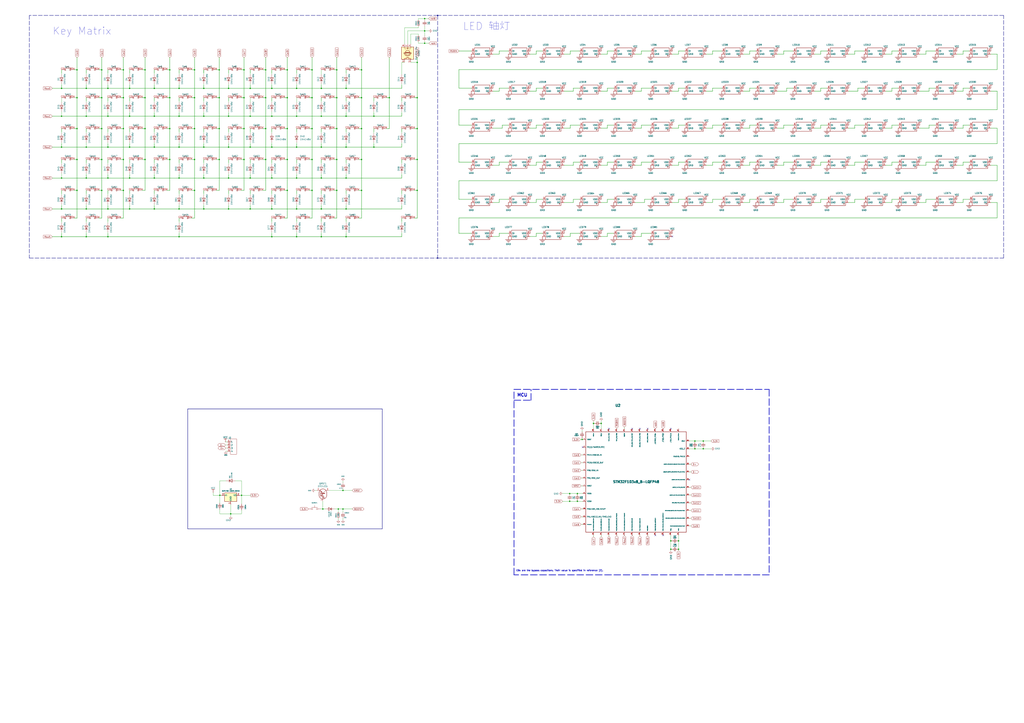
<source format=kicad_sch>
(kicad_sch (version 20211123) (generator eeschema)
  (paper "A1")
  (junction (at 88.646 146.304))
  (junction (at 126.746 171.704))
  (junction (at 88.646 120.904))
  (junction (at 276.606 131.064))
  (junction (at 284.226 171.704))
  (junction (at 187.706 72.644))
  (junction (at 126.746 72.644))
  (junction (at 50.546 171.704))
  (junction (at 570.738 362.458))
  (junction (at 187.706 146.304))
  (junction (at 223.266 194.564))
  (junction (at 348.742 25.4))
  (junction (at 263.906 95.504))
  (junction (at 243.586 146.304))
  (junction (at 296.926 131.064))
  (junction (at 167.386 72.644))
  (junction (at 467.868 411.988))
  (junction (at 187.706 120.904))
  (junction (at 119.126 57.404))
  (junction (at 218.186 80.264))
  (junction (at 88.646 95.504))
  (junction (at 83.566 156.464))
  (junction (at 281.686 403.098))
  (junction (at 218.186 105.664))
  (junction (at 243.586 171.704))
  (junction (at 467.868 405.638))
  (junction (at 235.966 80.264))
  (junction (at 50.546 120.904))
  (junction (at 205.486 72.644))
  (junction (at 83.566 105.664))
  (junction (at 147.066 146.304))
  (junction (at 223.266 95.504))
  (junction (at 277.876 418.338))
  (junction (at 474.218 405.638))
  (junction (at 243.586 194.564))
  (junction (at 218.186 131.064))
  (junction (at 70.866 146.304))
  (junction (at 200.406 131.064))
  (junction (at 307.086 95.504))
  (junction (at 263.906 72.644))
  (junction (at 106.426 95.504))
  (junction (at 139.446 131.064))
  (junction (at 284.226 95.504))
  (junction (at 200.406 57.404))
  (junction (at 265.176 418.338))
  (junction (at 342.646 131.064))
  (junction (at 256.286 105.664))
  (junction (at 50.546 194.564))
  (junction (at 577.596 362.458))
  (junction (at 106.426 120.904))
  (junction (at 200.406 105.664))
  (junction (at 159.766 105.664))
  (junction (at 63.246 131.064))
  (junction (at 342.646 105.664))
  (junction (at 159.766 131.064))
  (junction (at 88.646 194.564))
  (junction (at 557.276 444.5))
  (junction (at 276.606 156.464))
  (junction (at 296.926 105.664))
  (junction (at 478.028 361.188))
  (junction (at 296.926 80.264))
  (junction (at 139.446 105.664))
  (junction (at 487.426 347.98))
  (junction (at 101.346 105.664))
  (junction (at 101.346 131.064))
  (junction (at 126.746 146.304))
  (junction (at 126.746 120.904))
  (junction (at 187.706 171.704))
  (junction (at 256.286 131.064))
  (junction (at 180.086 131.064))
  (junction (at 256.286 156.464))
  (junction (at 198.374 407.035))
  (junction (at 359.41 12.7))
  (junction (at 88.646 171.704))
  (junction (at 256.286 80.264))
  (junction (at 205.486 120.904))
  (junction (at 147.066 171.704))
  (junction (at 189.484 422.275))
  (junction (at 88.646 72.644))
  (junction (at 577.596 368.808))
  (junction (at 243.586 95.504))
  (junction (at 180.086 105.664))
  (junction (at 550.926 444.5))
  (junction (at 200.406 80.264))
  (junction (at 348.742 35.56))
  (junction (at 284.226 194.564))
  (junction (at 235.966 156.464))
  (junction (at 180.086 57.404))
  (junction (at 70.866 120.904))
  (junction (at 235.966 105.664))
  (junction (at 205.486 95.504))
  (junction (at 101.346 80.264))
  (junction (at 101.346 57.404))
  (junction (at 70.866 95.504))
  (junction (at 348.742 15.24))
  (junction (at 223.266 171.704))
  (junction (at 83.566 80.264))
  (junction (at 223.266 146.304))
  (junction (at 205.486 146.304))
  (junction (at 570.738 368.808))
  (junction (at 159.766 80.264))
  (junction (at 263.906 194.564))
  (junction (at 70.866 194.564))
  (junction (at 218.186 57.404))
  (junction (at 101.346 156.464))
  (junction (at 550.926 451.358))
  (junction (at 263.906 120.904))
  (junction (at 167.386 146.304))
  (junction (at 167.386 171.704))
  (junction (at 557.276 451.358))
  (junction (at 167.386 95.504))
  (junction (at 493.776 347.98))
  (junction (at 50.546 72.644))
  (junction (at 106.426 146.304))
  (junction (at 147.066 120.904))
  (junction (at 243.586 120.904))
  (junction (at 83.566 131.064))
  (junction (at 296.926 156.464))
  (junction (at 263.906 171.704))
  (junction (at 474.218 411.988))
  (junction (at 159.766 57.404))
  (junction (at 167.386 120.904))
  (junction (at 139.446 80.264))
  (junction (at 119.126 80.264))
  (junction (at 281.686 418.338))
  (junction (at 187.706 95.504))
  (junction (at 307.086 120.904))
  (junction (at 276.606 105.664))
  (junction (at 223.266 120.904))
  (junction (at 359.41 212.09))
  (junction (at 223.266 72.644))
  (junction (at 276.606 80.264))
  (junction (at 139.446 57.404))
  (junction (at 63.246 156.464))
  (junction (at 263.906 146.304))
  (junction (at 180.594 407.035))
  (junction (at 342.646 80.264))
  (junction (at 284.226 120.904))
  (junction (at 319.786 80.264))
  (junction (at 296.926 57.404))
  (junction (at 106.426 171.704))
  (junction (at 147.066 95.504))
  (junction (at 235.966 131.064))
  (junction (at 106.426 72.644))
  (junction (at 50.546 95.504))
  (junction (at 63.246 57.404))
  (junction (at 63.246 105.664))
  (junction (at 70.866 171.704))
  (junction (at 180.086 80.264))
  (junction (at 256.286 57.404))
  (junction (at 159.766 156.464))
  (junction (at 284.226 72.644))
  (junction (at 342.646 51.308))
  (junction (at 243.586 72.644))
  (junction (at 70.866 72.644))
  (junction (at 126.746 95.504))
  (junction (at 205.486 171.704))
  (junction (at 147.066 72.644))
  (junction (at 83.566 57.404))
  (junction (at 284.226 146.304))
  (junction (at 119.126 105.664))
  (junction (at 342.646 156.464))
  (junction (at 276.606 57.404))
  (junction (at 119.126 131.064))
  (junction (at 50.546 146.304))
  (junction (at 147.066 194.564))
  (junction (at 63.246 80.264))
  (junction (at 235.966 57.404))
  (no_connect (at 500.126 352.298))
  (no_connect (at 544.576 439.928))
  (no_connect (at 552.196 194.31))
  (no_connect (at 550.926 352.298))
  (no_connect (at 478.536 367.538))
  (no_connect (at 566.166 394.208))
  (no_connect (at 538.226 439.928))
  (no_connect (at 531.876 352.298))
  (no_connect (at 525.526 352.298))
  (no_connect (at 519.176 352.298))
  (wire (pts (xy 550.926 444.5) (xy 550.926 451.358)))
  (wire (pts (xy 342.646 80.264) (xy 342.646 105.664)) (stroke (width 0.254)))
  (wire (pts (xy 197.866 57.404) (xy 200.406 57.404)) (stroke (width 0.254)))
  (wire (pts (xy 180.594 395.097) (xy 185.674 395.097)))
  (wire (pts (xy 474.218 411.988) (xy 474.218 411.48)))
  (wire (pts (xy 342.646 51.308) (xy 342.646 47.244)) (stroke (width 0.254)))
  (wire (pts (xy 70.866 82.804) (xy 70.866 80.264)) (stroke (width 0.254)))
  (wire (pts (xy 818.896 105.41) (xy 818.896 118.11)) (stroke (width 0.254)))
  (wire (pts (xy 376.936 102.87) (xy 387.096 102.87)) (stroke (width 0.254)))
  (wire (pts (xy 409.956 72.39) (xy 417.576 72.39)) (stroke (width 0.254)))
  (wire (pts (xy 557.276 452.628) (xy 557.276 451.358)))
  (wire (pts (xy 106.426 167.894) (xy 106.426 169.164)))
  (wire (pts (xy 263.906 194.564) (xy 263.906 192.024)) (stroke (width 0.254)))
  (wire (pts (xy 126.746 70.104) (xy 126.746 68.834)))
  (wire (pts (xy 200.406 57.404) (xy 200.406 47.244)) (stroke (width 0.254)))
  (wire (pts (xy 223.266 131.064) (xy 223.266 133.604)) (stroke (width 0.254)))
  (wire (pts (xy 139.446 131.064) (xy 139.446 156.464)) (stroke (width 0.254)))
  (wire (pts (xy 126.746 120.904) (xy 126.746 118.364)) (stroke (width 0.254)))
  (wire (pts (xy 205.486 57.404) (xy 205.486 59.944)) (stroke (width 0.254)))
  (wire (pts (xy 498.856 74.93) (xy 498.856 72.39)) (stroke (width 0.254)))
  (wire (pts (xy 329.946 146.304) (xy 284.226 146.304)) (stroke (width 0.254)))
  (wire (pts (xy 276.606 80.264) (xy 276.606 57.404)) (stroke (width 0.254)))
  (wire (pts (xy 88.646 133.604) (xy 88.646 134.874)))
  (wire (pts (xy 307.086 117.094) (xy 307.086 118.364)))
  (wire (pts (xy 243.586 91.694) (xy 243.586 95.504)))
  (wire (pts (xy 329.946 51.308) (xy 329.946 61.214)))
  (wire (pts (xy 263.906 167.894) (xy 263.906 169.164)))
  (wire (pts (xy 70.866 167.894) (xy 70.866 169.164)))
  (wire (pts (xy 493.776 105.41) (xy 498.856 105.41)) (stroke (width 0.254)))
  (wire (pts (xy 223.266 72.644) (xy 205.486 72.644)) (stroke (width 0.254)))
  (wire (pts (xy 223.266 171.704) (xy 243.586 171.704)) (stroke (width 0.254)))
  (wire (pts (xy 187.706 120.904) (xy 167.386 120.904)) (stroke (width 0.254)))
  (wire (pts (xy 498.856 102.87) (xy 503.936 102.87)) (stroke (width 0.254)))
  (wire (pts (xy 615.696 102.87) (xy 620.776 102.87)) (stroke (width 0.254)))
  (wire (pts (xy 119.126 105.664) (xy 116.586 105.664)) (stroke (width 0.254)))
  (wire (pts (xy 329.946 82.804) (xy 329.946 80.264)) (stroke (width 0.254)))
  (wire (pts (xy 187.706 92.964) (xy 187.706 95.504)) (stroke (width 0.254)))
  (wire (pts (xy 106.426 95.504) (xy 106.426 92.964)) (stroke (width 0.254)))
  (wire (pts (xy 106.426 95.504) (xy 88.646 95.504)) (stroke (width 0.254)))
  (wire (pts (xy 529.336 166.37) (xy 529.336 163.83)) (stroke (width 0.254)))
  (wire (pts (xy 263.906 133.604) (xy 263.906 134.874)))
  (wire (pts (xy 42.926 171.704) (xy 50.546 171.704)) (stroke (width 0.254)))
  (wire (pts (xy 243.586 194.564) (xy 243.586 192.024)) (stroke (width 0.254)))
  (wire (pts (xy 674.116 163.83) (xy 679.196 163.83)) (stroke (width 0.254)))
  (bus (pts (xy 24.13 12.7) (xy 24.13 212.09)) (stroke (width 0) (type dash)))
  (wire (pts (xy 521.716 166.37) (xy 529.336 166.37)) (stroke (width 0.254)))
  (wire (pts (xy 126.746 72.644) (xy 126.746 70.104)) (stroke (width 0.254)))
  (wire (pts (xy 63.246 80.264) (xy 60.706 80.264)))
  (wire (pts (xy 243.586 117.094) (xy 243.586 118.364)))
  (wire (pts (xy 284.226 108.204) (xy 284.226 109.474)))
  (wire (pts (xy 580.136 135.89) (xy 585.216 135.89)) (stroke (width 0.254)))
  (wire (pts (xy 329.946 190.754) (xy 329.946 192.024)))
  (wire (pts (xy 101.346 105.664) (xy 98.806 105.664)) (stroke (width 0.254)))
  (wire (pts (xy 159.766 156.464) (xy 157.226 156.464)) (stroke (width 0.254)))
  (wire (pts (xy 263.398 418.338) (xy 265.176 418.338)))
  (wire (pts (xy 88.646 82.804) (xy 88.646 80.264)) (stroke (width 0.254)))
  (wire (pts (xy 585.216 135.89) (xy 585.216 133.35)) (stroke (width 0.254)))
  (wire (pts (xy 198.374 407.035) (xy 198.374 395.097)))
  (wire (pts (xy 147.066 194.564) (xy 223.266 194.564)) (stroke (width 0.254)))
  (wire (pts (xy 276.606 105.664) (xy 276.606 80.264)) (stroke (width 0.254)))
  (wire (pts (xy 70.866 117.094) (xy 70.866 120.904)))
  (wire (pts (xy 409.956 41.91) (xy 417.576 41.91)) (stroke (width 0.254)))
  (wire (pts (xy 83.566 105.664) (xy 81.026 105.664)) (stroke (width 0.254)))
  (wire (pts (xy 106.426 146.304) (xy 88.646 146.304)) (stroke (width 0.254)))
  (wire (pts (xy 732.536 135.89) (xy 732.536 133.35)) (stroke (width 0.254)))
  (wire (pts (xy 462.026 411.988) (xy 467.868 411.988)))
  (wire (pts (xy 50.546 167.894) (xy 50.546 169.164)))
  (wire (pts (xy 409.956 74.93) (xy 409.956 72.39)) (stroke (width 0.254)))
  (wire (pts (xy 470.916 72.39) (xy 475.996 72.39)) (stroke (width 0.254)))
  (wire (pts (xy 463.296 194.31) (xy 468.376 194.31)) (stroke (width 0.254)))
  (wire (pts (xy 88.646 171.704) (xy 106.426 171.704)) (stroke (width 0.254)))
  (wire (pts (xy 577.596 368.808) (xy 583.946 368.808)))
  (wire (pts (xy 223.266 105.664) (xy 223.266 108.204)) (stroke (width 0.254)))
  (wire (pts (xy 702.056 102.87) (xy 709.676 102.87)) (stroke (width 0.254)))
  (wire (pts (xy 790.956 44.45) (xy 790.956 41.91)) (stroke (width 0.254)))
  (wire (pts (xy 70.866 59.944) (xy 70.866 61.214)))
  (wire (pts (xy 233.426 80.264) (xy 235.966 80.264)) (stroke (width 0.254)))
  (wire (pts (xy 727.456 135.89) (xy 732.536 135.89)) (stroke (width 0.254)))
  (wire (pts (xy 243.586 120.904) (xy 223.266 120.904)) (stroke (width 0.254)))
  (wire (pts (xy 167.386 108.204) (xy 167.386 109.474)))
  (wire (pts (xy 818.896 74.93) (xy 818.896 90.17)) (stroke (width 0.254)))
  (wire (pts (xy 243.586 105.664) (xy 243.586 108.204)) (stroke (width 0.254)))
  (wire (pts (xy 50.546 108.204) (xy 50.546 105.664)) (stroke (width 0.254)))
  (wire (pts (xy 263.906 181.864) (xy 263.906 183.134)))
  (wire (pts (xy 296.926 57.404) (xy 296.926 80.264)) (stroke (width 0.254)))
  (bus (pts (xy 24.13 212.09) (xy 359.41 212.09)) (stroke (width 0) (type dash)))
  (wire (pts (xy 70.866 159.004) (xy 70.866 160.274)))
  (wire (pts (xy 243.586 167.894) (xy 243.586 169.164)))
  (wire (pts (xy 147.066 190.754) (xy 147.066 192.024)))
  (wire (pts (xy 732.536 102.87) (xy 737.616 102.87)) (stroke (width 0.254)))
  (wire (pts (xy 147.066 108.204) (xy 147.066 105.664)) (stroke (width 0.254)))
  (wire (pts (xy 435.356 44.45) (xy 440.436 44.45)) (stroke (width 0.254)))
  (wire (pts (xy 167.386 61.214) (xy 167.386 57.404)))
  (wire (pts (xy 106.426 108.204) (xy 106.426 109.474)))
  (wire (pts (xy 284.226 133.604) (xy 284.226 131.064)) (stroke (width 0.254)))
  (wire (pts (xy 674.116 102.87) (xy 679.196 102.87)) (stroke (width 0.254)))
  (wire (pts (xy 477.266 392.938) (xy 478.536 392.938)))
  (wire (pts (xy 643.636 105.41) (xy 643.636 102.87)) (stroke (width 0.254)))
  (wire (pts (xy 477.266 380.238) (xy 478.536 380.238)))
  (wire (pts (xy 243.586 108.204) (xy 243.586 109.474)))
  (wire (pts (xy 167.386 91.694) (xy 167.386 92.964)))
  (wire (pts (xy 487.426 441.198) (xy 487.426 439.928)))
  (wire (pts (xy 329.946 181.864) (xy 329.946 179.324)) (stroke (width 0.254)))
  (wire (pts (xy 180.594 407.035) (xy 180.594 395.097)))
  (wire (pts (xy 566.166 368.808) (xy 570.738 368.808)))
  (wire (pts (xy 205.486 72.644) (xy 187.706 72.644)) (stroke (width 0.254)))
  (wire (pts (xy 704.596 72.39) (xy 709.676 72.39)) (stroke (width 0.254)))
  (wire (pts (xy 274.066 156.464) (xy 276.606 156.464)) (stroke (width 0.254)))
  (wire (pts (xy 435.356 105.41) (xy 440.436 105.41)) (stroke (width 0.254)))
  (wire (pts (xy 126.746 108.204) (xy 126.746 109.474)))
  (wire (pts (xy 70.866 133.604) (xy 70.866 131.064)) (stroke (width 0.254)))
  (wire (pts (xy 521.716 105.41) (xy 526.796 105.41)) (stroke (width 0.254)))
  (wire (pts (xy 470.916 166.37) (xy 470.916 163.83)) (stroke (width 0.254)))
  (wire (pts (xy 187.706 84.074) (xy 187.706 82.804)))
  (wire (pts (xy 329.946 181.864) (xy 329.946 183.134)))
  (wire (pts (xy 167.386 156.464) (xy 167.386 159.004)) (stroke (width 0.254)))
  (wire (pts (xy 585.216 163.83) (xy 592.836 163.83)) (stroke (width 0.254)))
  (wire (pts (xy 180.086 131.064) (xy 180.086 156.464)) (stroke (width 0.254)))
  (wire (pts (xy 317.246 105.664) (xy 319.786 105.664)) (stroke (width 0.254)))
  (wire (pts (xy 263.906 118.364) (xy 263.906 120.904)) (stroke (width 0.254)))
  (wire (pts (xy 585.216 105.41) (xy 585.216 102.87)) (stroke (width 0.254)))
  (wire (pts (xy 557.276 166.37) (xy 557.276 163.83)) (stroke (width 0.254)))
  (wire (pts (xy 187.706 146.304) (xy 167.386 146.304)) (stroke (width 0.254)))
  (wire (pts (xy 585.216 166.37) (xy 585.216 163.83)) (stroke (width 0.254)))
  (wire (pts (xy 167.386 80.264) (xy 167.386 82.804)) (stroke (width 0.254)))
  (wire (pts (xy 185.166 365.76) (xy 186.69 365.76)))
  (wire (pts (xy 126.746 95.504) (xy 126.746 92.964)) (stroke (width 0.254)))
  (wire (pts (xy 265.176 418.338) (xy 267.208 418.338)))
  (wire (pts (xy 126.746 120.904) (xy 106.426 120.904)) (stroke (width 0.254)))
  (wire (pts (xy 167.386 117.094) (xy 167.386 118.364)))
  (wire (pts (xy 529.336 163.83) (xy 534.416 163.83)) (stroke (width 0.254)))
  (wire (pts (xy 106.426 84.074) (xy 106.426 82.804)))
  (wire (pts (xy 126.746 171.704) (xy 126.746 169.164)) (stroke (width 0.254)))
  (wire (pts (xy 63.246 80.264) (xy 63.246 105.664)) (stroke (width 0.254)))
  (wire (pts (xy 785.876 166.37) (xy 790.956 166.37)) (stroke (width 0.254)))
  (wire (pts (xy 223.266 156.464) (xy 223.266 159.004)) (stroke (width 0.254)))
  (wire (pts (xy 187.706 142.494) (xy 187.706 143.764)))
  (wire (pts (xy 638.556 166.37) (xy 643.636 166.37)) (stroke (width 0.254)))
  (wire (pts (xy 342.646 105.664) (xy 342.646 131.064)) (stroke (width 0.254)))
  (wire (pts (xy 342.646 105.664) (xy 340.106 105.664)) (stroke (width 0.254)))
  (wire (pts (xy 167.386 70.104) (xy 167.386 72.644)) (stroke (width 0.254)))
  (wire (pts (xy 126.746 167.894) (xy 126.746 169.164)))
  (wire (pts (xy 498.856 166.37) (xy 498.856 163.83)) (stroke (width 0.254)))
  (wire (pts (xy 376.936 179.07) (xy 376.936 191.77)) (stroke (width 0.254)))
  (wire (pts (xy 409.956 166.37) (xy 409.956 163.83)) (stroke (width 0.254)))
  (wire (pts (xy 727.456 44.45) (xy 732.536 44.45)) (stroke (width 0.254)))
  (wire (pts (xy 440.436 105.41) (xy 440.436 102.87)) (stroke (width 0.254)))
  (wire (pts (xy 187.706 169.164) (xy 187.706 171.704)) (stroke (width 0.254)))
  (wire (pts (xy 205.486 167.894) (xy 205.486 169.164)))
  (wire (pts (xy 732.536 72.39) (xy 737.616 72.39)) (stroke (width 0.254)))
  (wire (pts (xy 63.246 57.404) (xy 60.706 57.404)) (stroke (width 0.254)))
  (wire (pts (xy 281.686 403.098) (xy 289.306 403.098)))
  (wire (pts (xy 307.086 92.964) (xy 307.086 91.694)))
  (wire (pts (xy 813.816 135.89) (xy 818.896 135.89)) (stroke (width 0.254)))
  (wire (pts (xy 732.536 166.37) (xy 732.536 163.83)) (stroke (width 0.254)))
  (wire (pts (xy 223.266 57.404) (xy 223.266 59.944)) (stroke (width 0.254)))
  (wire (pts (xy 307.086 84.074) (xy 307.086 82.804)))
  (wire (pts (xy 167.386 84.074) (xy 167.386 82.804)))
  (wire (pts (xy 340.106 131.064) (xy 342.646 131.064)) (stroke (width 0.254)))
  (wire (pts (xy 70.866 120.904) (xy 88.646 120.904)) (stroke (width 0.254)))
  (wire (pts (xy 159.766 57.404) (xy 159.766 80.264)) (stroke (width 0.254)))
  (wire (pts (xy 727.456 74.93) (xy 732.536 74.93)) (stroke (width 0.254)))
  (wire (pts (xy 552.196 74.93) (xy 557.276 74.93)) (stroke (width 0.254)))
  (wire (pts (xy 376.936 163.83) (xy 387.096 163.83)) (stroke (width 0.254)))
  (wire (pts (xy 126.746 133.604) (xy 126.746 131.064)) (stroke (width 0.254)))
  (wire (pts (xy 147.066 171.704) (xy 167.386 171.704)) (stroke (width 0.254)))
  (wire (pts (xy 570.738 368.808) (xy 577.596 368.808)))
  (wire (pts (xy 521.716 44.45) (xy 526.796 44.45)) (stroke (width 0.254)))
  (wire (pts (xy 101.346 156.464) (xy 98.806 156.464)) (stroke (width 0.254)))
  (wire (pts (xy 70.866 181.864) (xy 70.866 179.324)) (stroke (width 0.254)))
  (wire (pts (xy 519.176 440.182) (xy 519.176 439.928)))
  (wire (pts (xy 42.926 72.644) (xy 50.546 72.644)) (stroke (width 0.254)))
  (wire (pts (xy 760.476 41.91) (xy 768.096 41.91)) (stroke (width 0.254)))
  (wire (pts (xy 281.686 427.228) (xy 281.686 425.958)))
  (wire (pts (xy 223.266 146.304) (xy 205.486 146.304)) (stroke (width 0.254)))
  (wire (pts (xy 147.066 92.964) (xy 147.066 91.694)))
  (wire (pts (xy 376.936 72.39) (xy 387.096 72.39)) (stroke (width 0.254)))
  (wire (pts (xy 585.216 133.35) (xy 592.836 133.35)) (stroke (width 0.254)))
  (wire (pts (xy 197.866 156.464) (xy 200.406 156.464)) (stroke (width 0.254)))
  (wire (pts (xy 119.126 105.664) (xy 119.126 131.064)) (stroke (width 0.254)))
  (wire (pts (xy 498.856 72.39) (xy 503.936 72.39)) (stroke (width 0.254)))
  (wire (pts (xy 566.166 419.608) (xy 567.436 419.608)))
  (wire (pts (xy 83.566 80.264) (xy 81.026 80.264)) (stroke (width 0.254)))
  (bus (pts (xy 824.23 12.7) (xy 359.41 12.7)) (stroke (width 0) (type dash)))
  (wire (pts (xy 463.296 166.37) (xy 470.916 166.37)) (stroke (width 0.254)))
  (wire (pts (xy 281.686 418.338) (xy 289.306 418.338)))
  (wire (pts (xy 88.646 194.564) (xy 147.066 194.564)) (stroke (width 0.254)))
  (wire (pts (xy 376.936 41.91) (xy 387.096 41.91)) (stroke (width 0.254)))
  (wire (pts (xy 274.066 131.064) (xy 276.606 131.064)) (stroke (width 0.254)))
  (wire (pts (xy 243.586 156.464) (xy 243.586 159.004)) (stroke (width 0.254)))
  (wire (pts (xy 101.346 105.664) (xy 101.346 131.064)) (stroke (width 0.254)))
  (wire (pts (xy 580.136 74.93) (xy 585.216 74.93)) (stroke (width 0.254)))
  (wire (pts (xy 50.546 59.944) (xy 50.546 57.404)) (stroke (width 0.254)))
  (wire (pts (xy 70.866 171.704) (xy 88.646 171.704)) (stroke (width 0.254)))
  (wire (pts (xy 263.906 171.704) (xy 284.226 171.704)) (stroke (width 0.254)))
  (wire (pts (xy 139.446 131.064) (xy 136.906 131.064)) (stroke (width 0.254)))
  (wire (pts (xy 550.926 451.358) (xy 551.688 451.358)))
  (wire (pts (xy 243.586 159.004) (xy 243.586 160.274)))
  (wire (pts (xy 215.646 80.264) (xy 218.186 80.264)) (stroke (width 0.254)))
  (wire (pts (xy 200.406 57.404) (xy 200.406 80.264)) (stroke (width 0.254)))
  (wire (pts (xy 468.376 105.41) (xy 468.376 102.87)) (stroke (width 0.254)))
  (wire (pts (xy 307.086 118.364) (xy 307.086 120.904)) (stroke (width 0.254)))
  (wire (pts (xy 566.166 362.458) (xy 570.738 362.458)))
  (wire (pts (xy 180.086 80.264) (xy 180.086 105.664)) (stroke (width 0.254)))
  (wire (pts (xy 274.066 57.404) (xy 276.606 57.404)) (stroke (width 0.254)))
  (wire (pts (xy 159.766 57.404) (xy 159.766 47.244)) (stroke (width 0.254)))
  (wire (pts (xy 296.926 105.664) (xy 296.926 131.064)) (stroke (width 0.254)))
  (wire (pts (xy 274.066 105.664) (xy 276.606 105.664)) (stroke (width 0.254)))
  (wire (pts (xy 180.594 407.035) (xy 180.594 413.385)))
  (wire (pts (xy 329.946 167.894) (xy 329.946 169.164)))
  (wire (pts (xy 487.426 352.298) (xy 487.426 347.98)))
  (wire (pts (xy 467.868 405.638) (xy 467.868 406.4)))
  (wire (pts (xy 180.086 57.404) (xy 180.086 47.244)) (stroke (width 0.254)))
  (wire (pts (xy 615.696 166.37) (xy 615.696 163.83)) (stroke (width 0.254)))
  (wire (pts (xy 187.706 167.894) (xy 187.706 169.164)))
  (wire (pts (xy 615.696 135.89) (xy 615.696 133.35)) (stroke (width 0.254)))
  (wire (pts (xy 147.066 133.604) (xy 147.066 131.064)) (stroke (width 0.254)))
  (wire (pts (xy 256.286 179.324) (xy 253.746 179.324)) (stroke (width 0.254)))
  (wire (pts (xy 263.906 194.564) (xy 284.226 194.564)) (stroke (width 0.254)))
  (wire (pts (xy 42.926 95.504) (xy 50.546 95.504)) (stroke (width 0.254)))
  (wire (pts (xy 243.586 142.494) (xy 243.586 143.764)))
  (wire (pts (xy 557.276 44.45) (xy 557.276 41.91)) (stroke (width 0.254)))
  (wire (pts (xy 615.696 74.93) (xy 615.696 72.39)) (stroke (width 0.254)))
  (wire (pts (xy 223.266 95.504) (xy 243.586 95.504)) (stroke (width 0.254)))
  (wire (pts (xy 258.826 403.098) (xy 260.096 403.098)))
  (wire (pts (xy 243.586 146.304) (xy 223.266 146.304)) (stroke (width 0.254)))
  (wire (pts (xy 63.246 131.064) (xy 63.246 156.464)) (stroke (width 0.254)))
  (wire (pts (xy 755.396 74.93) (xy 763.016 74.93)) (stroke (width 0.254)))
  (wire (pts (xy 187.706 118.364) (xy 187.706 120.904)) (stroke (width 0.254)))
  (wire (pts (xy 50.546 91.694) (xy 50.546 95.504)))
  (wire (pts (xy 88.646 133.604) (xy 88.646 131.064)) (stroke (width 0.254)))
  (wire (pts (xy 63.246 156.464) (xy 63.246 179.324)) (stroke (width 0.254)))
  (wire (pts (xy 167.386 159.004) (xy 167.386 160.274)))
  (wire (pts (xy 243.586 190.754) (xy 243.586 192.024)))
  (wire (pts (xy 732.536 105.41) (xy 732.536 102.87)) (stroke (width 0.254)))
  (wire (pts (xy 763.016 102.87) (xy 768.096 102.87)) (stroke (width 0.254)))
  (wire (pts (xy 189.484 422.275) (xy 198.374 422.275)))
  (wire (pts (xy 205.486 156.464) (xy 205.486 159.004)) (stroke (width 0.254)))
  (wire (pts (xy 83.566 105.664) (xy 83.566 80.264)) (stroke (width 0.254)))
  (wire (pts (xy 200.406 131.064) (xy 200.406 156.464)) (stroke (width 0.254)))
  (wire (pts (xy 147.066 142.494) (xy 147.066 143.764)))
  (wire (pts (xy 440.436 102.87) (xy 445.516 102.87)) (stroke (width 0.254)))
  (wire (pts (xy 550.926 439.928) (xy 550.926 444.5)))
  (bus (pts (xy 154.178 434.594) (xy 313.944 434.594)))
  (wire (pts (xy 435.356 135.89) (xy 440.436 135.89)) (stroke (width 0.254)))
  (polyline (pts (xy 436.118 328.93) (xy 436.118 320.04)) (stroke (width 0.508)))
  (wire (pts (xy 177.546 156.464) (xy 180.086 156.464)) (stroke (width 0.254)))
  (wire (pts (xy 159.766 80.264) (xy 157.226 80.264)) (stroke (width 0.254)))
  (wire (pts (xy 50.546 171.704) (xy 70.866 171.704)) (stroke (width 0.254)))
  (wire (pts (xy 307.086 92.964) (xy 307.086 95.504)) (stroke (width 0.254)))
  (wire (pts (xy 615.696 41.91) (xy 620.776 41.91)) (stroke (width 0.254)))
  (wire (pts (xy 342.646 156.464) (xy 342.646 179.324)) (stroke (width 0.254)))
  (wire (pts (xy 284.226 159.004) (xy 284.226 160.274)))
  (wire (pts (xy 126.746 159.004) (xy 126.746 160.274)))
  (wire (pts (xy 106.426 142.494) (xy 106.426 143.764)))
  (wire (pts (xy 493.776 74.93) (xy 498.856 74.93)) (stroke (width 0.254)))
  (wire (pts (xy 243.586 84.074) (xy 243.586 80.264)))
  (wire (pts (xy 167.386 120.904) (xy 147.066 120.904)) (stroke (width 0.254)))
  (polyline (pts (xy 422.148 320.04) (xy 631.698 320.04)) (stroke (width 0.508)))
  (wire (pts (xy 167.386 171.704) (xy 187.706 171.704)) (stroke (width 0.254)))
  (wire (pts (xy 478.028 361.188) (xy 478.028 359.918)))
  (wire (pts (xy 119.126 80.264) (xy 119.126 105.664)) (stroke (width 0.254)))
  (wire (pts (xy 233.426 105.664) (xy 235.966 105.664)) (stroke (width 0.254)))
  (wire (pts (xy 531.876 439.928) (xy 531.876 440.436)))
  (wire (pts (xy 189.484 424.307) (xy 189.484 422.275)))
  (wire (pts (xy 585.216 41.91) (xy 592.836 41.91)) (stroke (width 0.254)))
  (wire (pts (xy 263.906 70.104) (xy 263.906 68.834)))
  (wire (pts (xy 343.662 15.24) (xy 348.742 15.24)))
  (wire (pts (xy 284.226 84.074) (xy 284.226 82.804)))
  (wire (pts (xy 552.196 135.89) (xy 557.276 135.89)) (stroke (width 0.254)))
  (wire (pts (xy 147.066 159.004) (xy 147.066 156.464)) (stroke (width 0.254)))
  (wire (pts (xy 760.476 163.83) (xy 768.096 163.83)) (stroke (width 0.254)))
  (wire (pts (xy 404.876 135.89) (xy 409.956 135.89)) (stroke (width 0.254)))
  (wire (pts (xy 296.926 80.264) (xy 296.926 105.664)) (stroke (width 0.254)))
  (wire (pts (xy 263.906 70.104) (xy 263.906 72.644)) (stroke (width 0.254)))
  (wire (pts (xy 467.868 405.638) (xy 474.218 405.638)))
  (wire (pts (xy 205.486 84.074) (xy 205.486 80.264)))
  (wire (pts (xy 175.006 407.035) (xy 180.594 407.035)))
  (wire (pts (xy 669.036 74.93) (xy 674.116 74.93)) (stroke (width 0.254)))
  (wire (pts (xy 702.056 163.83) (xy 709.676 163.83)) (stroke (width 0.254)))
  (wire (pts (xy 187.706 80.264) (xy 187.706 82.804)) (stroke (width 0.254)))
  (wire (pts (xy 493.776 194.31) (xy 498.856 194.31)) (stroke (width 0.254)))
  (wire (pts (xy 526.796 194.31) (xy 526.796 191.77)) (stroke (width 0.254)))
  (wire (pts (xy 557.276 163.83) (xy 562.356 163.83)) (stroke (width 0.254)))
  (wire (pts (xy 256.286 156.464) (xy 256.286 179.324)) (stroke (width 0.254)))
  (wire (pts (xy 106.426 171.704) (xy 106.426 169.164)) (stroke (width 0.254)))
  (wire (pts (xy 493.776 44.45) (xy 498.856 44.45)) (stroke (width 0.254)))
  (wire (pts (xy 147.066 120.904) (xy 147.066 118.364)) (stroke (width 0.254)))
  (wire (pts (xy 215.646 131.064) (xy 218.186 131.064)) (stroke (width 0.254)))
  (wire (pts (xy 610.616 105.41) (xy 615.696 105.41)) (stroke (width 0.254)))
  (wire (pts (xy 83.566 179.324) (xy 81.026 179.324)) (stroke (width 0.254)))
  (wire (pts (xy 550.926 444.5) (xy 551.688 444.5)))
  (wire (pts (xy 284.226 171.704) (xy 329.946 171.704)) (stroke (width 0.254)))
  (wire (pts (xy 342.646 80.264) (xy 340.106 80.264)) (stroke (width 0.254)))
  (wire (pts (xy 493.776 347.98) (xy 493.268 347.98)))
  (wire (pts (xy 200.406 80.264) (xy 200.406 105.664)) (stroke (width 0.254)))
  (wire (pts (xy 205.486 70.104) (xy 205.486 72.644)) (stroke (width 0.254)))
  (wire (pts (xy 147.066 146.304) (xy 126.746 146.304)) (stroke (width 0.254)))
  (wire (pts (xy 790.956 133.35) (xy 796.036 133.35)) (stroke (width 0.254)))
  (wire (pts (xy 498.856 191.77) (xy 503.936 191.77)) (stroke (width 0.254)))
  (wire (pts (xy 702.056 133.35) (xy 709.676 133.35)) (stroke (width 0.254)))
  (wire (pts (xy 493.776 166.37) (xy 498.856 166.37)) (stroke (width 0.254)))
  (wire (pts (xy 159.766 105.664) (xy 157.226 105.664)) (stroke (width 0.254)))
  (wire (pts (xy 205.486 142.494) (xy 205.486 143.764)))
  (wire (pts (xy 147.066 159.004) (xy 147.066 160.274)))
  (wire (pts (xy 307.086 95.504) (xy 284.226 95.504)) (stroke (width 0.254)))
  (wire (pts (xy 376.936 191.77) (xy 387.096 191.77)) (stroke (width 0.254)))
  (wire (pts (xy 88.646 92.964) (xy 88.646 91.694)))
  (wire (pts (xy 119.126 156.464) (xy 116.586 156.464)) (stroke (width 0.254)))
  (wire (pts (xy 404.876 105.41) (xy 412.496 105.41)) (stroke (width 0.254)))
  (wire (pts (xy 526.796 102.87) (xy 534.416 102.87)) (stroke (width 0.254)))
  (wire (pts (xy 147.066 70.104) (xy 147.066 68.834)))
  (wire (pts (xy 763.016 105.41) (xy 763.016 102.87)) (stroke (width 0.254)))
  (wire (pts (xy 580.136 105.41) (xy 585.216 105.41)) (stroke (width 0.254)))
  (wire (pts (xy 376.936 148.59) (xy 376.936 163.83)) (stroke (width 0.254)))
  (wire (pts (xy 159.766 131.064) (xy 159.766 156.464)) (stroke (width 0.254)))
  (wire (pts (xy 440.436 191.77) (xy 445.516 191.77)) (stroke (width 0.254)))
  (wire (pts (xy 263.906 105.664) (xy 263.906 108.204)) (stroke (width 0.254)))
  (wire (pts (xy 106.426 72.644) (xy 88.646 72.644)) (stroke (width 0.254)))
  (wire (pts (xy 106.426 61.214) (xy 106.426 59.944)))
  (wire (pts (xy 223.266 70.104) (xy 223.266 68.834)))
  (wire (pts (xy 307.086 80.264) (xy 307.086 82.804)) (stroke (width 0.254)))
  (wire (pts (xy 88.646 108.204) (xy 88.646 109.474)))
  (wire (pts (xy 197.866 80.264) (xy 200.406 80.264)) (stroke (width 0.254)))
  (wire (pts (xy 277.876 427.228) (xy 277.876 425.958)))
  (wire (pts (xy 334.772 36.068) (xy 334.772 25.4)))
  (wire (pts (xy 106.426 159.004) (xy 106.426 156.464)) (stroke (width 0.254)))
  (wire (pts (xy 126.746 61.214) (xy 126.746 59.944)))
  (wire (pts (xy 281.686 418.338) (xy 281.686 420.878)))
  (wire (pts (xy 284.226 70.104) (xy 284.226 68.834)))
  (wire (pts (xy 319.786 80.264) (xy 319.786 105.664)) (stroke (width 0.254)))
  (wire (pts (xy 342.646 51.308) (xy 342.646 80.264)) (stroke (width 0.254)))
  (wire (pts (xy 218.186 57.404) (xy 218.186 47.244)) (stroke (width 0.254)))
  (wire (pts (xy 284.226 61.214) (xy 284.226 59.944)))
  (wire (pts (xy 50.546 194.564) (xy 50.546 192.024)) (stroke (width 0.254)))
  (wire (pts (xy 205.486 68.834) (xy 205.486 70.104)))
  (wire (pts (xy 566.166 400.558) (xy 567.436 400.558)))
  (wire (pts (xy 189.484 414.655) (xy 189.484 422.275)))
  (wire (pts (xy 218.186 105.664) (xy 218.186 131.064)) (stroke (width 0.254)))
  (wire (pts (xy 818.896 148.59) (xy 376.936 148.59)) (stroke (width 0.254)))
  (wire (pts (xy 818.896 44.45) (xy 818.896 57.15)) (stroke (width 0.254)))
  (wire (pts (xy 570.738 362.458) (xy 577.596 362.458)))
  (wire (pts (xy 813.816 105.41) (xy 818.896 105.41)) (stroke (width 0.254)))
  (wire (pts (xy 70.866 84.074) (xy 70.866 82.804)))
  (wire (pts (xy 521.716 194.31) (xy 526.796 194.31)) (stroke (width 0.254)))
  (wire (pts (xy 106.426 159.004) (xy 106.426 160.274)))
  (wire (pts (xy 223.266 181.864) (xy 223.266 183.134)))
  (wire (pts (xy 467.868 411.48) (xy 467.868 411.988)))
  (wire (pts (xy 702.056 44.45) (xy 702.056 41.91)) (stroke (width 0.254)))
  (wire (pts (xy 187.706 117.094) (xy 187.706 118.364)))
  (wire (pts (xy 218.186 57.404) (xy 218.186 80.264)) (stroke (width 0.254)))
  (wire (pts (xy 187.706 57.404) (xy 187.706 59.944)) (stroke (width 0.254)))
  (wire (pts (xy 263.906 117.094) (xy 263.906 118.364)))
  (wire (pts (xy 329.946 108.204) (xy 329.946 105.664)) (stroke (width 0.254)))
  (wire (pts (xy 50.546 181.864) (xy 50.546 183.134)))
  (wire (pts (xy 205.486 143.764) (xy 205.486 146.304)) (stroke (width 0.254)))
  (wire (pts (xy 256.286 57.404) (xy 256.286 80.264)) (stroke (width 0.254)))
  (wire (pts (xy 674.116 41.91) (xy 679.196 41.91)) (stroke (width 0.254)))
  (bus (pts (xy 154.178 336.042) (xy 154.178 434.594)))
  (wire (pts (xy 88.646 59.944) (xy 88.646 61.214)))
  (wire (pts (xy 674.116 44.45) (xy 674.116 41.91)) (stroke (width 0.254)))
  (wire (pts (xy 785.876 44.45) (xy 790.956 44.45)) (stroke (width 0.254)))
  (wire (pts (xy 147.066 133.604) (xy 147.066 134.874)))
  (wire (pts (xy 669.036 105.41) (xy 674.116 105.41)) (stroke (width 0.254)))
  (wire (pts (xy 147.066 194.564) (xy 147.066 192.024)) (stroke (width 0.254)))
  (wire (pts (xy 253.746 80.264) (xy 256.286 80.264)) (stroke (width 0.254)))
  (wire (pts (xy 580.136 166.37) (xy 585.216 166.37)) (stroke (width 0.254)))
  (wire (pts (xy 674.116 72.39) (xy 679.196 72.39)) (stroke (width 0.254)))
  (wire (pts (xy 412.496 105.41) (xy 412.496 102.87)) (stroke (width 0.254)))
  (wire (pts (xy 83.566 179.324) (xy 83.566 156.464)) (stroke (width 0.254)))
  (wire (pts (xy 643.636 44.45) (xy 643.636 41.91)) (stroke (width 0.254)))
  (wire (pts (xy 276.606 179.324) (xy 276.606 156.464)) (stroke (width 0.254)))
  (wire (pts (xy 50.546 181.864) (xy 50.546 179.324)) (stroke (width 0.254)))
  (wire (pts (xy 139.446 105.664) (xy 139.446 131.064)) (stroke (width 0.254)))
  (wire (pts (xy 223.266 108.204) (xy 223.266 109.474)))
  (wire (pts (xy 263.906 84.074) (xy 263.906 82.804)))
  (wire (pts (xy 440.436 44.45) (xy 440.436 41.91)) (stroke (width 0.254)))
  (wire (pts (xy 276.606 57.404) (xy 276.606 47.244)) (stroke (width 0.254)))
  (wire (pts (xy 615.696 163.83) (xy 620.776 163.83)) (stroke (width 0.254)))
  (wire (pts (xy 167.386 143.764) (xy 167.386 146.304)) (stroke (width 0.254)))
  (wire (pts (xy 785.876 135.89) (xy 790.956 135.89)) (stroke (width 0.254)))
  (wire (pts (xy 223.266 117.094) (xy 223.266 118.364)))
  (wire (pts (xy 263.906 146.304) (xy 243.586 146.304)) (stroke (width 0.254)))
  (wire (pts (xy 187.706 171.704) (xy 205.486 171.704)) (stroke (width 0.254)))
  (wire (pts (xy 284.226 146.304) (xy 263.906 146.304)) (stroke (width 0.254)))
  (wire (pts (xy 119.126 57.404) (xy 119.126 47.244)) (stroke (width 0.254)))
  (wire (pts (xy 139.446 80.264) (xy 139.446 105.664)) (stroke (width 0.254)))
  (wire (pts (xy 477.266 386.588) (xy 478.536 386.588)))
  (wire (pts (xy 525.526 439.928) (xy 525.526 440.563)))
  (wire (pts (xy 126.746 84.074) (xy 126.746 82.804)))
  (wire (pts (xy 818.896 166.37) (xy 818.896 179.07)) (stroke (width 0.254)))
  (wire (pts (xy 88.646 159.004) (xy 88.646 156.464)) (stroke (width 0.254)))
  (wire (pts (xy 126.746 117.094) (xy 126.746 118.364)))
  (wire (pts (xy 643.636 166.37) (xy 643.636 163.83)) (stroke (width 0.254)))
  (wire (pts (xy 818.896 135.89) (xy 818.896 148.59)) (stroke (width 0.254)))
  (wire (pts (xy 585.216 44.45) (xy 585.216 41.91)) (stroke (width 0.254)))
  (wire (pts (xy 106.426 108.204) (xy 106.426 105.664)) (stroke (width 0.254)))
  (wire (pts (xy 215.646 156.464) (xy 218.186 156.464)) (stroke (width 0.254)))
  (wire (pts (xy 187.706 95.504) (xy 205.486 95.504)) (stroke (width 0.254)))
  (wire (pts (xy 263.906 169.164) (xy 263.906 171.704)) (stroke (width 0.254)))
  (wire (pts (xy 263.906 57.404) (xy 263.906 61.214)))
  (wire (pts (xy 187.706 108.204) (xy 187.706 109.474)))
  (wire (pts (xy 233.426 131.064) (xy 235.966 131.064)) (stroke (width 0.254)))
  (wire (pts (xy 521.716 135.89) (xy 526.796 135.89)) (stroke (width 0.254)))
  (wire (pts (xy 139.446 156.464) (xy 136.906 156.464)) (stroke (width 0.254)))
  (wire (pts (xy 296.926 57.404) (xy 296.926 47.244)) (stroke (width 0.254)))
  (wire (pts (xy 50.546 120.904) (xy 50.546 118.364)) (stroke (width 0.254)))
  (wire (pts (xy 180.594 418.465) (xy 180.594 422.275)))
  (wire (pts (xy 119.126 131.064) (xy 116.586 131.064)) (stroke (width 0.254)))
  (wire (pts (xy 223.266 190.754) (xy 223.266 192.024)))
  (wire (pts (xy 610.616 135.89) (xy 615.696 135.89)) (stroke (width 0.254)))
  (wire (pts (xy 126.746 171.704) (xy 147.066 171.704)) (stroke (width 0.254)))
  (wire (pts (xy 147.066 95.504) (xy 126.746 95.504)) (stroke (width 0.254)))
  (wire (pts (xy 498.856 135.89) (xy 498.856 133.35)) (stroke (width 0.254)))
  (wire (pts (xy 63.246 156.464) (xy 60.706 156.464)) (stroke (width 0.254)))
  (wire (pts (xy 126.746 92.964) (xy 126.746 91.694)))
  (wire (pts (xy 284.226 133.604) (xy 284.226 134.874)))
  (wire (pts (xy 88.646 146.304) (xy 88.646 143.764)) (stroke (width 0.254)))
  (wire (pts (xy 88.646 108.204) (xy 88.646 105.664)) (stroke (width 0.254)))
  (wire (pts (xy 223.266 118.364) (xy 223.266 120.904)) (stroke (width 0.254)))
  (wire (pts (xy 818.896 90.17) (xy 376.936 90.17)) (stroke (width 0.254)))
  (wire (pts (xy 281.686 396.748) (xy 281.686 395.478)))
  (wire (pts (xy 88.646 120.904) (xy 88.646 118.364)) (stroke (width 0.254)))
  (polyline (pts (xy 422.148 328.93) (xy 436.118 328.93)) (stroke (width 0.508)))
  (wire (pts (xy 185.166 363.22) (xy 186.69 363.22)))
  (wire (pts (xy 566.166 387.858) (xy 567.436 387.858)))
  (wire (pts (xy 223.266 194.564) (xy 243.586 194.564)) (stroke (width 0.254)))
  (wire (pts (xy 256.286 57.404) (xy 256.286 47.244)) (stroke (width 0.254)))
  (wire (pts (xy 243.586 70.104) (xy 243.586 68.834)))
  (wire (pts (xy 585.216 102.87) (xy 592.836 102.87)) (stroke (width 0.254)))
  (wire (pts (xy 159.766 57.404) (xy 157.226 57.404)) (stroke (width 0.254)))
  (wire (pts (xy 319.786 80.264) (xy 319.786 47.244)) (stroke (width 0.254)))
  (wire (pts (xy 159.766 131.064) (xy 157.226 131.064)) (stroke (width 0.254)))
  (wire (pts (xy 376.936 118.11) (xy 376.936 133.35)) (stroke (width 0.254)))
  (wire (pts (xy 440.436 133.35) (xy 445.516 133.35)) (stroke (width 0.254)))
  (wire (pts (xy 243.586 143.764) (xy 243.586 146.304)) (stroke (width 0.254)))
  (wire (pts (xy 187.706 92.964) (xy 187.706 91.694)))
  (wire (pts (xy 512.826 351.028) (xy 512.826 352.298)))
  (wire (pts (xy 669.036 44.45) (xy 674.116 44.45)) (stroke (width 0.254)))
  (wire (pts (xy 463.296 44.45) (xy 468.376 44.45)) (stroke (width 0.254)))
  (wire (pts (xy 205.486 95.504) (xy 223.266 95.504)) (stroke (width 0.254)))
  (wire (pts (xy 760.476 44.45) (xy 760.476 41.91)) (stroke (width 0.254)))
  (wire (pts (xy 106.426 171.704) (xy 126.746 171.704)) (stroke (width 0.254)))
  (wire (pts (xy 223.266 169.164) (xy 223.266 171.704)) (stroke (width 0.254)))
  (wire (pts (xy 83.566 131.064) (xy 83.566 105.664)) (stroke (width 0.254)))
  (wire (pts (xy 253.746 105.664) (xy 256.286 105.664)) (stroke (width 0.254)))
  (wire (pts (xy 557.276 102.87) (xy 562.356 102.87)) (stroke (width 0.254)))
  (wire (pts (xy 674.116 74.93) (xy 674.116 72.39)) (stroke (width 0.254)))
  (wire (pts (xy 263.906 181.864) (xy 263.906 179.324)) (stroke (width 0.254)))
  (wire (pts (xy 329.946 171.704) (xy 329.946 169.164)) (stroke (width 0.254)))
  (wire (pts (xy 552.196 105.41) (xy 557.276 105.41)) (stroke (width 0.254)))
  (wire (pts (xy 329.946 108.204) (xy 329.946 109.474)))
  (wire (pts (xy 646.176 72.39) (xy 651.256 72.39)) (stroke (width 0.254)))
  (wire (pts (xy 284.226 120.904) (xy 263.906 120.904)) (stroke (width 0.254)))
  (wire (pts (xy 159.766 80.264) (xy 159.766 105.664)) (stroke (width 0.254)))
  (wire (pts (xy 276.606 156.464) (xy 276.606 131.064)) (stroke (width 0.254)))
  (wire (pts (xy 223.266 179.324) (xy 223.266 181.864)) (stroke (width 0.254)))
  (wire (pts (xy 570.738 368.808) (xy 570.738 368.3)))
  (wire (pts (xy 167.386 146.304) (xy 147.066 146.304)) (stroke (width 0.254)))
  (wire (pts (xy 409.956 191.77) (xy 417.576 191.77)) (stroke (width 0.254)))
  (wire (pts (xy 205.486 169.164) (xy 205.486 171.704)) (stroke (width 0.254)))
  (wire (pts (xy 215.646 57.404) (xy 218.186 57.404)) (stroke (width 0.254)))
  (wire (pts (xy 478.536 405.638) (xy 474.218 405.638)))
  (wire (pts (xy 139.446 105.664) (xy 136.906 105.664)) (stroke (width 0.254)))
  (wire (pts (xy 223.266 82.804) (xy 223.266 84.074)))
  (wire (pts (xy 243.586 194.564) (xy 263.906 194.564)) (stroke (width 0.254)))
  (wire (pts (xy 167.386 70.104) (xy 167.386 68.834)))
  (wire (pts (xy 760.476 135.89) (xy 760.476 133.35)) (stroke (width 0.254)))
  (wire (pts (xy 760.476 133.35) (xy 768.096 133.35)) (stroke (width 0.254)))
  (wire (pts (xy 126.746 146.304) (xy 126.746 143.764)) (stroke (width 0.254)))
  (wire (pts (xy 167.386 142.494) (xy 167.386 143.764)))
  (wire (pts (xy 348.742 34.29) (xy 348.742 35.56)))
  (wire (pts (xy 732.536 133.35) (xy 737.616 133.35)) (stroke (width 0.254)))
  (wire (pts (xy 493.776 352.298) (xy 493.776 347.98)))
  (wire (pts (xy 790.956 163.83) (xy 796.036 163.83)) (stroke (width 0.254)))
  (wire (pts (xy 180.086 57.404) (xy 180.086 80.264)) (stroke (width 0.254)))
  (wire (pts (xy 284.226 72.644) (xy 263.906 72.644)) (stroke (width 0.254)))
  (bus (pts (xy 359.41 12.7) (xy 359.41 212.09)) (stroke (width 0) (type dash)))
  (wire (pts (xy 557.276 41.91) (xy 562.356 41.91)) (stroke (width 0.254)))
  (wire (pts (xy 187.706 70.104) (xy 187.706 68.834)))
  (wire (pts (xy 329.946 142.494) (xy 329.946 143.764)))
  (wire (pts (xy 147.066 171.704) (xy 147.066 169.164)) (stroke (width 0.254)))
  (wire (pts (xy 284.226 179.324) (xy 284.226 181.864)) (stroke (width 0.254)))
  (wire (pts (xy 233.426 179.324) (xy 235.966 179.324)) (stroke (width 0.254)))
  (wire (pts (xy 498.856 105.41) (xy 498.856 102.87)) (stroke (width 0.254)))
  (wire (pts (xy 348.742 25.4) (xy 348.742 29.21)))
  (wire (pts (xy 493.776 441.198) (xy 493.776 439.928)))
  (wire (pts (xy 526.796 44.45) (xy 526.796 41.91)) (stroke (width 0.254)))
  (wire (pts (xy 126.746 142.494) (xy 126.746 143.764)))
  (wire (pts (xy 284.226 146.304) (xy 284.226 143.764)) (stroke (width 0.254)))
  (wire (pts (xy 277.876 418.338) (xy 277.876 420.878)))
  (wire (pts (xy 615.696 105.41) (xy 615.696 102.87)) (stroke (width 0.254)))
  (wire (pts (xy 307.086 105.664) (xy 307.086 108.204)) (stroke (width 0.254)))
  (wire (pts (xy 189.484 422.275) (xy 180.594 422.275)))
  (wire (pts (xy 147.066 167.894) (xy 147.066 169.164)))
  (wire (pts (xy 274.066 80.264) (xy 276.606 80.264)) (stroke (width 0.254)))
  (wire (pts (xy 50.546 171.704) (xy 50.546 169.164)) (stroke (width 0.254)))
  (wire (pts (xy 404.876 74.93) (xy 409.956 74.93)) (stroke (width 0.254)))
  (wire (pts (xy 126.746 146.304) (xy 106.426 146.304)) (stroke (width 0.254)))
  (wire (pts (xy 284.226 142.494) (xy 284.226 143.764)))
  (wire (pts (xy 409.956 194.31) (xy 409.956 191.77)) (stroke (width 0.254)))
  (wire (pts (xy 704.596 74.93) (xy 704.596 72.39)) (stroke (width 0.254)))
  (wire (pts (xy 243.586 181.864) (xy 243.586 179.324)) (stroke (width 0.254)))
  (wire (pts (xy 412.496 102.87) (xy 417.576 102.87)) (stroke (width 0.254)))
  (wire (pts (xy 101.346 179.324) (xy 101.346 156.464)) (stroke (width 0.254)))
  (wire (pts (xy 106.426 120.904) (xy 106.426 118.364)) (stroke (width 0.254)))
  (wire (pts (xy 813.816 44.45) (xy 818.896 44.45)) (stroke (width 0.254)))
  (wire (pts (xy 270.256 403.098) (xy 281.686 403.098)))
  (wire (pts (xy 205.486 133.604) (xy 205.486 134.874)))
  (wire (pts (xy 566.166 381.508) (xy 567.436 381.508)))
  (wire (pts (xy 205.486 91.694) (xy 205.486 95.504)))
  (wire (pts (xy 526.796 72.39) (xy 534.416 72.39)) (stroke (width 0.254)))
  (wire (pts (xy 167.386 131.064) (xy 167.386 133.604)) (stroke (width 0.254)))
  (wire (pts (xy 88.646 181.864) (xy 88.646 179.324)) (stroke (width 0.254)))
  (wire (pts (xy 50.546 68.834) (xy 50.546 70.104)))
  (wire (pts (xy 790.956 135.89) (xy 790.956 133.35)) (stroke (width 0.254)))
  (wire (pts (xy 440.436 194.31) (xy 440.436 191.77)) (stroke (width 0.254)))
  (wire (pts (xy 790.956 166.37) (xy 790.956 163.83)) (stroke (width 0.254)))
  (wire (pts (xy 147.066 61.214) (xy 147.066 59.944)))
  (wire (pts (xy 197.866 105.664) (xy 200.406 105.664)) (stroke (width 0.254)))
  (wire (pts (xy 187.706 105.664) (xy 187.706 108.204)) (stroke (width 0.254)))
  (wire (pts (xy 263.906 80.264) (xy 263.906 82.804)) (stroke (width 0.254)))
  (wire (pts (xy 470.916 163.83) (xy 475.996 163.83)) (stroke (width 0.254)))
  (wire (pts (xy 197.866 131.064) (xy 200.406 131.064)) (stroke (width 0.254)))
  (wire (pts (xy 147.066 146.304) (xy 147.066 143.764)) (stroke (width 0.254)))
  (wire (pts (xy 50.546 80.264) (xy 50.546 84.074)))
  (wire (pts (xy 63.246 131.064) (xy 60.706 131.064)) (stroke (width 0.254)))
  (wire (pts (xy 253.746 131.064) (xy 256.286 131.064)) (stroke (width 0.254)))
  (wire (pts (xy 557.276 74.93) (xy 557.276 72.39)) (stroke (width 0.254)))
  (wire (pts (xy 167.386 167.894) (xy 167.386 169.164)))
  (wire (pts (xy 477.266 399.288) (xy 478.536 399.288)))
  (wire (pts (xy 476.758 361.188) (xy 478.028 361.188)))
  (polyline (pts (xy 631.698 320.04) (xy 631.698 472.44)) (stroke (width 0.508)))
  (wire (pts (xy 187.706 95.504) (xy 167.386 95.504)) (stroke (width 0.254)))
  (wire (pts (xy 755.396 105.41) (xy 763.016 105.41)) (stroke (width 0.254)))
  (wire (pts (xy 669.036 166.37) (xy 674.116 166.37)) (stroke (width 0.254)))
  (wire (pts (xy 223.266 91.694) (xy 223.266 95.504)))
  (wire (pts (xy 205.486 159.004) (xy 205.486 160.274)))
  (wire (pts (xy 276.606 179.324) (xy 274.066 179.324)) (stroke (width 0.254)))
  (wire (pts (xy 674.116 166.37) (xy 674.116 163.83)) (stroke (width 0.254)))
  (wire (pts (xy 106.426 120.904) (xy 88.646 120.904)) (stroke (width 0.254)))
  (wire (pts (xy 106.426 92.964) (xy 106.426 91.694)))
  (wire (pts (xy 552.196 44.45) (xy 557.276 44.45)) (stroke (width 0.254)))
  (wire (pts (xy 790.956 102.87) (xy 796.036 102.87)) (stroke (width 0.254)))
  (wire (pts (xy 674.116 135.89) (xy 674.116 133.35)) (stroke (width 0.254)))
  (wire (pts (xy 88.646 70.104) (xy 88.646 68.834)))
  (wire (pts (xy 577.596 368.3) (xy 577.596 368.808)))
  (wire (pts (xy 329.946 143.764) (xy 329.946 146.304)) (stroke (width 0.254)))
  (wire (pts (xy 348.742 35.56) (xy 343.662 35.56)))
  (wire (pts (xy 348.742 21.59) (xy 348.742 25.4)))
  (wire (pts (xy 263.906 95.504) (xy 284.226 95.504)) (stroke (width 0.254)))
  (wire (pts (xy 223.266 61.214) (xy 223.266 59.944)))
  (wire (pts (xy 557.276 72.39) (xy 562.356 72.39)) (stroke (width 0.254)))
  (wire (pts (xy 674.116 133.35) (xy 679.196 133.35)) (stroke (width 0.254)))
  (wire (pts (xy 294.386 80.264) (xy 296.926 80.264)) (stroke (width 0.254)))
  (wire (pts (xy 702.056 166.37) (xy 702.056 163.83)) (stroke (width 0.254)))
  (wire (pts (xy 294.386 105.664) (xy 296.926 105.664)) (stroke (width 0.254)))
  (wire (pts (xy 63.246 179.324) (xy 60.706 179.324)) (stroke (width 0.254)))
  (wire (pts (xy 147.066 181.864) (xy 147.066 179.324)) (stroke (width 0.254)))
  (wire (pts (xy 307.086 108.204) (xy 307.086 109.474)))
  (wire (pts (xy 463.296 74.93) (xy 470.916 74.93)) (stroke (width 0.254)))
  (wire (pts (xy 329.946 131.064) (xy 329.946 133.604)) (stroke (width 0.254)))
  (wire (pts (xy 284.226 57.404) (xy 284.226 59.944)) (stroke (width 0.254)))
  (wire (pts (xy 440.436 72.39) (xy 445.516 72.39)) (stroke (width 0.254)))
  (wire (pts (xy 50.546 133.604) (xy 50.546 134.874)))
  (wire (pts (xy 83.566 156.464) (xy 83.566 131.064)) (stroke (width 0.254)))
  (wire (pts (xy 818.896 118.11) (xy 376.936 118.11)) (stroke (width 0.254)))
  (wire (pts (xy 50.546 194.564) (xy 70.866 194.564)) (stroke (width 0.254)))
  (wire (pts (xy 88.646 59.944) (xy 88.646 57.404)) (stroke (width 0.254)))
  (wire (pts (xy 198.374 422.275) (xy 198.374 419.227)))
  (wire (pts (xy 435.356 166.37) (xy 440.436 166.37)) (stroke (width 0.254)))
  (wire (pts (xy 159.766 179.324) (xy 157.226 179.324)) (stroke (width 0.254)))
  (wire (pts (xy 147.066 72.644) (xy 126.746 72.644)) (stroke (width 0.254)))
  (wire (pts (xy 223.266 80.264) (xy 223.266 82.804)) (stroke (width 0.254)))
  (wire (pts (xy 198.374 407.035) (xy 205.994 407.035)))
  (wire (pts (xy 643.636 102.87) (xy 651.256 102.87)) (stroke (width 0.254)))
  (wire (pts (xy 167.386 57.404) (xy 167.386 59.944)) (stroke (width 0.254)))
  (wire (pts (xy 585.216 72.39) (xy 592.836 72.39)) (stroke (width 0.254)))
  (wire (pts (xy 106.426 117.094) (xy 106.426 118.364)))
  (wire (pts (xy 818.896 179.07) (xy 376.936 179.07)) (stroke (width 0.254)))
  (wire (pts (xy 70.866 171.704) (xy 70.866 169.164)) (stroke (width 0.254)))
  (wire (pts (xy 348.742 15.24) (xy 352.044 15.24)))
  (wire (pts (xy 284.226 181.864) (xy 284.226 183.134)))
  (wire (pts (xy 235.966 57.404) (xy 235.966 47.244)) (stroke (width 0.254)))
  (wire (pts (xy 63.246 105.664) (xy 63.246 131.064)) (stroke (width 0.254)))
  (wire (pts (xy 187.706 143.764) (xy 187.706 146.304)) (stroke (width 0.254)))
  (wire (pts (xy 526.796 105.41) (xy 526.796 102.87)) (stroke (width 0.254)))
  (wire (pts (xy 615.696 72.39) (xy 620.776 72.39)) (stroke (width 0.254)))
  (wire (pts (xy 187.706 61.214) (xy 187.706 59.944)))
  (wire (pts (xy 147.066 181.864) (xy 147.066 183.134)))
  (wire (pts (xy 732.536 44.45) (xy 732.536 41.91)) (stroke (width 0.254)))
  (wire (pts (xy 177.546 80.264) (xy 180.086 80.264)) (stroke (width 0.254)))
  (wire (pts (xy 696.976 105.41) (xy 702.056 105.41)) (stroke (width 0.254)))
  (wire (pts (xy 243.586 57.404) (xy 243.586 59.944)) (stroke (width 0.254)))
  (wire (pts (xy 233.426 156.464) (xy 235.966 156.464)) (stroke (width 0.254)))
  (wire (pts (xy 440.436 74.93) (xy 440.436 72.39)) (stroke (width 0.254)))
  (wire (pts (xy 334.772 25.4) (xy 348.742 25.4)))
  (wire (pts (xy 521.716 74.93) (xy 526.796 74.93)) (stroke (width 0.254)))
  (wire (pts (xy 638.556 135.89) (xy 643.636 135.89)) (stroke (width 0.254)))
  (wire (pts (xy 253.746 156.464) (xy 256.286 156.464)) (stroke (width 0.254)))
  (wire (pts (xy 101.346 179.324) (xy 98.806 179.324)) (stroke (width 0.254)))
  (wire (pts (xy 329.946 72.644) (xy 329.946 70.104)) (stroke (width 0.254)))
  (wire (pts (xy 468.376 44.45) (xy 468.376 41.91)) (stroke (width 0.254)))
  (wire (pts (xy 101.346 131.064) (xy 101.346 156.464)) (stroke (width 0.254)))
  (wire (pts (xy 296.926 131.064) (xy 294.386 131.064)) (stroke (width 0.254)))
  (wire (pts (xy 70.866 194.564) (xy 70.866 192.024)) (stroke (width 0.254)))
  (wire (pts (xy 643.636 163.83) (xy 651.256 163.83)) (stroke (width 0.254)))
  (wire (pts (xy 329.946 194.564) (xy 284.226 194.564)) (stroke (width 0.254)))
  (wire (pts (xy 101.346 57.404) (xy 98.806 57.404)) (stroke (width 0.254)))
  (wire (pts (xy 348.742 15.24) (xy 348.742 16.51)))
  (wire (pts (xy 585.216 74.93) (xy 585.216 72.39)) (stroke (width 0.254)))
  (wire (pts (xy 70.866 70.104) (xy 70.866 68.834)))
  (wire (pts (xy 243.586 169.164) (xy 243.586 171.704)) (stroke (width 0.254)))
  (wire (pts (xy 470.916 133.35) (xy 475.996 133.35)) (stroke (width 0.254)))
  (wire (pts (xy 233.426 57.404) (xy 235.966 57.404)) (stroke (width 0.254)))
  (wire (pts (xy 615.696 44.45) (xy 615.696 41.91)) (stroke (width 0.254)))
  (wire (pts (xy 235.966 105.664) (xy 235.966 80.264)) (stroke (width 0.254)))
  (wire (pts (xy 646.176 74.93) (xy 646.176 72.39)) (stroke (width 0.254)))
  (wire (pts (xy 498.856 163.83) (xy 503.936 163.83)) (stroke (width 0.254)))
  (wire (pts (xy 187.706 131.064) (xy 187.706 133.604)) (stroke (width 0.254)))
  (wire (pts (xy 70.866 133.604) (xy 70.866 134.874)))
  (wire (pts (xy 106.426 133.604) (xy 106.426 131.064)) (stroke (width 0.254)))
  (polyline (pts (xy 631.698 472.44) (xy 422.148 472.44)) (stroke (width 0.508)))
  (wire (pts (xy 570.738 362.458) (xy 570.738 363.22)))
  (wire (pts (xy 88.646 142.494) (xy 88.646 143.764)))
  (wire (pts (xy 790.956 41.91) (xy 796.036 41.91)) (stroke (width 0.254)))
  (wire (pts (xy 101.346 57.404) (xy 101.346 80.264)) (stroke (width 0.254)))
  (wire (pts (xy 223.266 133.604) (xy 223.266 134.874)))
  (wire (pts (xy 487.426 347.98) (xy 488.188 347.98)))
  (wire (pts (xy 284.226 117.094) (xy 284.226 118.364)))
  (wire (pts (xy 101.346 80.264) (xy 98.806 80.264)) (stroke (width 0.254)))
  (wire (pts (xy 755.396 166.37) (xy 760.476 166.37)) (stroke (width 0.254)))
  (wire (pts (xy 506.476 351.917) (xy 506.476 352.298)))
  (wire (pts (xy 440.436 135.89) (xy 440.436 133.35)) (stroke (width 0.254)))
  (wire (pts (xy 526.796 191.77) (xy 534.416 191.77)) (stroke (width 0.254)))
  (wire (pts (xy 83.566 80.264) (xy 83.566 57.404)) (stroke (width 0.254)))
  (wire (pts (xy 343.662 15.24) (xy 343.662 16.51)))
  (wire (pts (xy 235.966 80.264) (xy 235.966 57.404)) (stroke (width 0.254)))
  (wire (pts (xy 181.864 407.035) (xy 180.594 407.035)))
  (wire (pts (xy 88.646 181.864) (xy 88.646 183.134)))
  (wire (pts (xy 468.376 102.87) (xy 475.996 102.87)) (stroke (width 0.254)))
  (wire (pts (xy 512.826 440.182) (xy 512.826 439.928)))
  (wire (pts (xy 88.646 194.564) (xy 88.646 192.024)) (stroke (width 0.254)))
  (wire (pts (xy 610.616 74.93) (xy 615.696 74.93)) (stroke (width 0.254)))
  (wire (pts (xy 70.866 108.204) (xy 70.866 109.474)))
  (wire (pts (xy 557.276 105.41) (xy 557.276 102.87)) (stroke (width 0.254)))
  (wire (pts (xy 50.546 72.644) (xy 50.546 70.104)) (stroke (width 0.254)))
  (wire (pts (xy 205.486 146.304) (xy 187.706 146.304)) (stroke (width 0.254)))
  (wire (pts (xy 763.016 74.93) (xy 763.016 72.39)) (stroke (width 0.254)))
  (wire (pts (xy 88.646 84.074) (xy 88.646 82.804)))
  (bus (pts (xy 313.944 434.594) (xy 313.944 336.042)))
  (wire (pts (xy 101.346 80.264) (xy 101.346 105.664)) (stroke (width 0.254)))
  (wire (pts (xy 307.086 120.904) (xy 284.226 120.904)) (stroke (width 0.254)))
  (wire (pts (xy 470.916 135.89) (xy 470.916 133.35)) (stroke (width 0.254)))
  (wire (pts (xy 307.086 120.904) (xy 329.946 120.904)) (stroke (width 0.254)))
  (wire (pts (xy 197.104 407.035) (xy 198.374 407.035)))
  (wire (pts (xy 256.286 80.264) (xy 256.286 105.664)) (stroke (width 0.254)))
  (wire (pts (xy 702.056 41.91) (xy 709.676 41.91)) (stroke (width 0.254)))
  (wire (pts (xy 139.446 57.404) (xy 139.446 80.264)) (stroke (width 0.254)))
  (wire (pts (xy 88.646 95.504) (xy 70.866 95.504)) (stroke (width 0.254)))
  (wire (pts (xy 253.746 57.404) (xy 256.286 57.404)) (stroke (width 0.254)))
  (wire (pts (xy 167.386 105.664) (xy 167.386 108.204)) (stroke (width 0.254)))
  (wire (pts (xy 813.816 166.37) (xy 818.896 166.37)) (stroke (width 0.254)))
  (wire (pts (xy 274.828 418.338) (xy 277.876 418.338)))
  (wire (pts (xy 106.426 82.804) (xy 106.426 80.264)) (stroke (width 0.254)))
  (wire (pts (xy 126.746 59.944) (xy 126.746 57.404)) (stroke (width 0.254)))
  (wire (pts (xy 205.486 118.364) (xy 205.486 120.904)) (stroke (width 0.254)))
  (wire (pts (xy 643.636 135.89) (xy 643.636 133.35)) (stroke (width 0.254)))
  (wire (pts (xy 126.746 72.644) (xy 106.426 72.644)) (stroke (width 0.254)))
  (wire (pts (xy 493.776 345.948) (xy 493.776 347.98)))
  (wire (pts (xy 696.976 135.89) (xy 702.056 135.89)) (stroke (width 0.254)))
  (wire (pts (xy 147.066 117.094) (xy 147.066 118.364)))
  (wire (pts (xy 498.856 41.91) (xy 503.936 41.91)) (stroke (width 0.254)))
  (wire (pts (xy 263.906 142.494) (xy 263.906 143.764)))
  (wire (pts (xy 235.966 131.064) (xy 235.966 105.664)) (stroke (width 0.254)))
  (wire (pts (xy 329.946 95.504) (xy 329.946 92.964)) (stroke (width 0.254)))
  (wire (pts (xy 317.246 80.264) (xy 319.786 80.264)) (stroke (width 0.254)))
  (wire (pts (xy 435.356 194.31) (xy 440.436 194.31)) (stroke (width 0.254)))
  (wire (pts (xy 70.866 72.644) (xy 50.546 72.644)) (stroke (width 0.254)))
  (wire (pts (xy 329.946 117.094) (xy 329.946 118.364)))
  (wire (pts (xy 88.646 167.894) (xy 88.646 169.164)))
  (wire (pts (xy 243.586 181.864) (xy 243.586 183.134)))
  (wire (pts (xy 88.646 146.304) (xy 70.866 146.304)) (stroke (width 0.254)))
  (wire (pts (xy 557.276 444.5) (xy 556.768 444.5)))
  (wire (pts (xy 696.976 74.93) (xy 704.596 74.93)) (stroke (width 0.254)))
  (wire (pts (xy 126.746 133.604) (xy 126.746 134.874)))
  (wire (pts (xy 284.226 167.894) (xy 284.226 169.164)))
  (wire (pts (xy 329.946 92.964) (xy 329.946 91.694)))
  (wire (pts (xy 147.066 82.804) (xy 147.066 80.264)) (stroke (width 0.254)))
  (wire (pts (xy 243.586 70.104) (xy 243.586 72.644)) (stroke (width 0.254)))
  (wire (pts (xy 198.374 407.035) (xy 198.374 414.147)))
  (wire (pts (xy 477.266 424.688) (xy 478.536 424.688)))
  (wire (pts (xy 70.866 181.864) (xy 70.866 183.134)))
  (wire (pts (xy 763.016 72.39) (xy 768.096 72.39)) (stroke (width 0.254)))
  (wire (pts (xy 376.936 133.35) (xy 387.096 133.35)) (stroke (width 0.254)))
  (wire (pts (xy 187.706 70.104) (xy 187.706 72.644)) (stroke (width 0.254)))
  (wire (pts (xy 352.298 35.56) (xy 348.742 35.56)))
  (wire (pts (xy 696.976 166.37) (xy 702.056 166.37)) (stroke (width 0.254)))
  (wire (pts (xy 638.556 105.41) (xy 643.636 105.41)) (stroke (width 0.254)))
  (wire (pts (xy 185.42 370.84) (xy 186.69 370.84)))
  (wire (pts (xy 106.426 133.604) (xy 106.426 134.874)))
  (wire (pts (xy 440.436 163.83) (xy 445.516 163.83)) (stroke (width 0.254)))
  (wire (pts (xy 263.906 72.644) (xy 243.586 72.644)) (stroke (width 0.254)))
  (wire (pts (xy 263.906 159.004) (xy 263.906 160.274)))
  (wire (pts (xy 296.926 131.064) (xy 296.926 156.464)) (stroke (width 0.254)))
  (wire (pts (xy 284.226 80.264) (xy 284.226 82.804)) (stroke (width 0.254)))
  (wire (pts (xy 70.866 91.694) (xy 70.866 95.504)))
  (wire (pts (xy 440.436 41.91) (xy 445.516 41.91)) (stroke (width 0.254)))
  (wire (pts (xy 557.276 135.89) (xy 557.276 133.35)) (stroke (width 0.254)))
  (wire (pts (xy 284.226 169.164) (xy 284.226 171.704)) (stroke (width 0.254)))
  (wire (pts (xy 498.856 44.45) (xy 498.856 41.91)) (stroke (width 0.254)))
  (wire (pts (xy 223.266 167.894) (xy 223.266 169.164)))
  (wire (pts (xy 342.646 156.464) (xy 340.106 156.464)) (stroke (width 0.254)))
  (wire (pts (xy 376.936 57.15) (xy 376.936 72.39)) (stroke (width 0.254)))
  (wire (pts (xy 243.586 131.064) (xy 243.586 133.604)) (stroke (width 0.254)))
  (wire (pts (xy 119.126 57.404) (xy 119.126 80.264)) (stroke (width 0.254)))
  (wire (pts (xy 566.166 406.908) (xy 567.436 406.908)))
  (wire (pts (xy 329.946 95.504) (xy 307.086 95.504)) (stroke (width 0.254)))
  (wire (pts (xy 526.796 74.93) (xy 526.796 72.39)) (stroke (width 0.254)))
  (wire (pts (xy 88.646 190.754) (xy 88.646 192.024)))
  (wire (pts (xy 329.946 120.904) (xy 329.946 118.364)) (stroke (width 0.254)))
  (wire (pts (xy 674.116 105.41) (xy 674.116 102.87)) (stroke (width 0.254)))
  (wire (pts (xy 88.646 72.644) (xy 88.646 70.104)) (stroke (width 0.254)))
  (wire (pts (xy 147.066 95.504) (xy 147.066 92.964)) (stroke (width 0.254)))
  (wire (pts (xy 218.186 80.264) (xy 218.186 105.664)) (stroke (width 0.254)))
  (wire (pts (xy 526.796 133.35) (xy 534.416 133.35)) (stroke (width 0.254)))
  (wire (pts (xy 462.026 405.638) (xy 467.868 405.638)))
  (wire (pts (xy 468.376 191.77) (xy 475.996 191.77)) (stroke (width 0.254)))
  (wire (pts (xy 88.646 171.704) (xy 88.646 169.164)) (stroke (width 0.254)))
  (wire (pts (xy 159.766 105.664) (xy 159.766 131.064)) (stroke (width 0.254)))
  (wire (pts (xy 50.546 133.604) (xy 50.546 131.064)) (stroke (width 0.254)))
  (wire (pts (xy 42.926 194.564) (xy 50.546 194.564)) (stroke (width 0.254)))
  (wire (pts (xy 294.386 57.404) (xy 296.926 57.404)) (stroke (width 0.254)))
  (wire (pts (xy 470.916 74.93) (xy 470.916 72.39)) (stroke (width 0.254)))
  (wire (pts (xy 83.566 131.064) (xy 81.026 131.064)) (stroke (width 0.254)))
  (wire (pts (xy 215.646 105.664) (xy 218.186 105.664)) (stroke (width 0.254)))
  (wire (pts (xy 243.586 72.644) (xy 223.266 72.644)) (stroke (width 0.254)))
  (wire (pts (xy 223.266 143.764) (xy 223.266 146.304)) (stroke (width 0.254)))
  (wire (pts (xy 493.776 135.89) (xy 498.856 135.89)) (stroke (width 0.254)))
  (wire (pts (xy 177.546 131.064) (xy 180.086 131.064)) (stroke (width 0.254)))
  (wire (pts (xy 404.876 166.37) (xy 409.956 166.37)) (stroke (width 0.254)))
  (wire (pts (xy 175.006 404.876) (xy 175.006 407.035)))
  (wire (pts (xy 70.866 146.304) (xy 70.866 143.764)) (stroke (width 0.254)))
  (wire (pts (xy 498.856 194.31) (xy 498.856 191.77)) (stroke (width 0.254)))
  (wire (pts (xy 101.346 57.404) (xy 101.346 47.244)) (stroke (width 0.254)))
  (wire (pts (xy 101.346 131.064) (xy 98.806 131.064)) (stroke (width 0.254)))
  (wire (pts (xy 342.646 131.064) (xy 342.646 156.464)) (stroke (width 0.254)))
  (wire (pts (xy 702.056 105.41) (xy 702.056 102.87)) (stroke (width 0.254)))
  (wire (pts (xy 577.596 362.458) (xy 577.596 363.22)))
  (wire (pts (xy 42.926 146.304) (xy 50.546 146.304)) (stroke (width 0.254)))
  (wire (pts (xy 669.036 135.89) (xy 674.116 135.89)) (stroke (width 0.254)))
  (wire (pts (xy 284.226 70.104) (xy 284.226 72.644)) (stroke (width 0.254)))
  (wire (pts (xy 265.176 411.988) (xy 265.176 418.338)))
  (wire (pts (xy 478.028 361.188) (xy 478.536 361.188)))
  (wire (pts (xy 550.926 452.628) (xy 550.926 451.358)))
  (wire (pts (xy 223.266 70.104) (xy 223.266 72.644)) (stroke (width 0.254)))
  (wire (pts (xy 557.276 439.928) (xy 557.276 444.5)))
  (wire (pts (xy 223.266 192.024) (xy 223.266 194.564)) (stroke (width 0.254)))
  (wire (pts (xy 785.876 74.93) (xy 790.956 74.93)) (stroke (width 0.254)))
  (wire (pts (xy 755.396 44.45) (xy 760.476 44.45)) (stroke (width 0.254)))
  (polyline (pts (xy 422.148 472.44) (xy 422.148 320.04)) (stroke (width 0.508)))
  (wire (pts (xy 70.866 194.564) (xy 88.646 194.564)) (stroke (width 0.254)))
  (wire (pts (xy 474.218 405.638) (xy 474.218 406.4)))
  (wire (pts (xy 790.956 74.93) (xy 790.956 72.39)) (stroke (width 0.254)))
  (wire (pts (xy 50.546 146.304) (xy 70.866 146.304)) (stroke (width 0.254)))
  (wire (pts (xy 577.596 362.458) (xy 583.946 362.458)))
  (wire (pts (xy 256.286 105.664) (xy 256.286 131.064)) (stroke (width 0.254)))
  (wire (pts (xy 284.226 72.644) (xy 329.946 72.644)) (stroke (width 0.254)))
  (wire (pts (xy 284.226 156.464) (xy 284.226 159.004)) (stroke (width 0.254)))
  (wire (pts (xy 180.086 105.664) (xy 180.086 131.064)) (stroke (width 0.254)))
  (wire (pts (xy 329.946 159.004) (xy 329.946 156.464)) (stroke (width 0.254)))
  (wire (pts (xy 243.586 171.704) (xy 263.906 171.704)) (stroke (width 0.254)))
  (wire (pts (xy 243.586 133.604) (xy 243.586 134.874)))
  (wire (pts (xy 294.386 156.464) (xy 296.926 156.464)) (stroke (width 0.254)))
  (wire (pts (xy 126.746 108.204) (xy 126.746 105.664)) (stroke (width 0.254)))
  (wire (pts (xy 63.246 105.664) (xy 60.706 105.664)) (stroke (width 0.254)))
  (wire (pts (xy 167.386 95.504) (xy 147.066 95.504)) (stroke (width 0.254)))
  (wire (pts (xy 552.196 166.37) (xy 557.276 166.37)) (stroke (width 0.254)))
  (wire (pts (xy 409.956 133.35) (xy 417.576 133.35)) (stroke (width 0.254)))
  (wire (pts (xy 404.876 44.45) (xy 409.956 44.45)) (stroke (width 0.254)))
  (wire (pts (xy 343.662 34.29) (xy 343.662 35.56)))
  (wire (pts (xy 337.312 51.308) (xy 342.646 51.308)))
  (wire (pts (xy 119.126 57.404) (xy 116.586 57.404)) (stroke (width 0.254)))
  (wire (pts (xy 205.486 59.944) (xy 205.486 61.214)))
  (wire (pts (xy 732.536 41.91) (xy 737.616 41.91)) (stroke (width 0.254)))
  (wire (pts (xy 343.662 27.94) (xy 343.662 29.21)))
  (wire (pts (xy 119.126 80.264) (xy 116.586 80.264)) (stroke (width 0.254)))
  (wire (pts (xy 70.866 95.504) (xy 50.546 95.504)) (stroke (width 0.254)))
  (wire (pts (xy 615.696 133.35) (xy 620.776 133.35)) (stroke (width 0.254)))
  (wire (pts (xy 205.486 171.704) (xy 223.266 171.704)) (stroke (width 0.254)))
  (wire (pts (xy 159.766 179.324) (xy 159.766 156.464)) (stroke (width 0.254)))
  (wire (pts (xy 187.706 133.604) (xy 187.706 134.874)))
  (wire (pts (xy 50.546 159.004) (xy 50.546 156.464)) (stroke (width 0.254)))
  (wire (pts (xy 147.066 72.644) (xy 147.066 70.104)) (stroke (width 0.254)))
  (wire (pts (xy 294.386 179.324) (xy 296.926 179.324)) (stroke (width 0.254)))
  (wire (pts (xy 478.536 411.988) (xy 474.218 411.988)))
  (wire (pts (xy 83.566 57.404) (xy 83.566 47.244)) (stroke (width 0.254)))
  (wire (pts (xy 566.166 425.958) (xy 567.436 425.958)))
  (wire (pts (xy 50.546 190.754) (xy 50.546 192.024)))
  (wire (pts (xy 557.276 133.35) (xy 562.356 133.35)) (stroke (width 0.254)))
  (wire (pts (xy 332.232 36.068) (xy 332.232 22.86)))
  (wire (pts (xy 478.028 354.838) (xy 478.028 353.568)))
  (wire (pts (xy 106.426 72.644) (xy 106.426 70.104)) (stroke (width 0.254)))
  (wire (pts (xy 50.546 59.944) (xy 50.546 61.214)))
  (wire (pts (xy 187.706 72.644) (xy 167.386 72.644)) (stroke (width 0.254)))
  (wire (pts (xy 477.266 373.888) (xy 478.536 373.888)))
  (wire (pts (xy 276.606 131.064) (xy 276.606 105.664)) (stroke (width 0.254)))
  (wire (pts (xy 63.246 57.404) (xy 63.246 47.244)) (stroke (width 0.254)))
  (wire (pts (xy 468.376 194.31) (xy 468.376 191.77)) (stroke (width 0.254)))
  (wire (pts (xy 70.866 72.644) (xy 70.866 70.104)) (stroke (width 0.254)))
  (wire (pts (xy 566.166 432.308) (xy 567.436 432.308)))
  (wire (pts (xy 404.876 194.31) (xy 409.956 194.31)) (stroke (width 0.254)))
  (wire (pts (xy 352.044 25.4) (xy 348.742 25.4)))
  (wire (pts (xy 556.768 451.358) (xy 557.276 451.358)))
  (wire (pts (xy 256.286 131.064) (xy 256.286 156.464)) (stroke (width 0.254)))
  (wire (pts (xy 139.446 57.404) (xy 139.446 47.244)) (stroke (width 0.254)))
  (wire (pts (xy 139.446 80.264) (xy 136.906 80.264)) (stroke (width 0.254)))
  (wire (pts (xy 284.226 105.664) (xy 284.226 108.204)) (stroke (width 0.254)))
  (wire (pts (xy 106.426 146.304) (xy 106.426 143.764)) (stroke (width 0.254)))
  (wire (pts (xy 526.796 135.89) (xy 526.796 133.35)) (stroke (width 0.254)))
  (wire (pts (xy 88.646 159.004) (xy 88.646 160.274)))
  (wire (pts (xy 638.556 44.45) (xy 643.636 44.45)) (stroke (width 0.254)))
  (wire (pts (xy 440.436 166.37) (xy 440.436 163.83)) (stroke (width 0.254)))
  (wire (pts (xy 284.226 190.754) (xy 284.226 192.024)))
  (wire (pts (xy 284.226 92.964) (xy 284.226 95.504)) (stroke (width 0.254)))
  (wire (pts (xy 727.456 105.41) (xy 732.536 105.41)) (stroke (width 0.254)))
  (wire (pts (xy 329.946 84.074) (xy 329.946 82.804)))
  (wire (pts (xy 580.136 44.45) (xy 585.216 44.45)) (stroke (width 0.254)))
  (wire (pts (xy 177.546 105.664) (xy 180.086 105.664)) (stroke (width 0.254)))
  (wire (pts (xy 147.066 59.944) (xy 147.066 57.404)) (stroke (width 0.254)))
  (wire (pts (xy 223.266 159.004) (xy 223.266 160.274)))
  (bus (pts (xy 359.41 212.09) (xy 824.23 212.09)) (stroke (width 0) (type dash)))
  (wire (pts (xy 243.586 118.364) (xy 243.586 120.904)) (stroke (width 0.254)))
  (wire (pts (xy 243.586 95.504) (xy 263.906 95.504)) (stroke (width 0.254)))
  (wire (pts (xy 463.296 105.41) (xy 468.376 105.41)) (stroke (width 0.254)))
  (wire (pts (xy 409.956 135.89) (xy 409.956 133.35)) (stroke (width 0.254)))
  (wire (pts (xy 185.42 368.3) (xy 186.69 368.3)))
  (wire (pts (xy 167.386 169.164) (xy 167.386 171.704)) (stroke (width 0.254)))
  (wire (pts (xy 343.662 21.59) (xy 343.662 22.86)))
  (wire (pts (xy 50.546 120.904) (xy 70.866 120.904)) (stroke (width 0.254)))
  (wire (pts (xy 332.232 22.86) (xy 343.662 22.86)))
  (wire (pts (xy 70.866 190.754) (xy 70.866 192.024)))
  (wire (pts (xy 119.126 131.064) (xy 119.126 156.464)) (stroke (width 0.254)))
  (wire (pts (xy 243.586 61.214) (xy 243.586 59.944)))
  (wire (pts (xy 467.868 411.988) (xy 474.218 411.988)))
  (wire (pts (xy 790.956 72.39) (xy 796.036 72.39)) (stroke (width 0.254)))
  (wire (pts (xy 263.906 143.764) (xy 263.906 146.304)) (stroke (width 0.254)))
  (wire (pts (xy 643.636 41.91) (xy 651.256 41.91)) (stroke (width 0.254)))
  (wire (pts (xy 42.926 120.904) (xy 50.546 120.904)) (stroke (width 0.254)))
  (wire (pts (xy 70.866 59.944) (xy 70.866 57.404)) (stroke (width 0.254)))
  (wire (pts (xy 88.646 72.644) (xy 70.866 72.644)) (stroke (width 0.254)))
  (wire (pts (xy 337.312 27.94) (xy 343.662 27.94)))
  (wire (pts (xy 332.232 51.308) (xy 329.946 51.308)))
  (wire (pts (xy 235.966 179.324) (xy 235.966 156.464)) (stroke (width 0.254)))
  (wire (pts (xy 468.376 41.91) (xy 475.996 41.91)) (stroke (width 0.254)))
  (wire (pts (xy 167.386 92.964) (xy 167.386 95.504)) (stroke (width 0.254)))
  (wire (pts (xy 732.536 74.93) (xy 732.536 72.39)) (stroke (width 0.254)))
  (wire (pts (xy 263.906 108.204) (xy 263.906 109.474)))
  (wire (pts (xy 235.966 156.464) (xy 235.966 131.064)) (stroke (width 0.254)))
  (wire (pts (xy 760.476 166.37) (xy 760.476 163.83)) (stroke (width 0.254)))
  (wire (pts (xy 193.294 395.097) (xy 198.374 395.097)))
  (wire (pts (xy 329.946 159.004) (xy 329.946 160.274)))
  (wire (pts (xy 477.266 418.338) (xy 478.536 418.338)))
  (wire (pts (xy 63.246 57.404) (xy 63.246 80.264)) (stroke (width 0.254)))
  (wire (pts (xy 643.636 133.35) (xy 651.256 133.35)) (stroke (width 0.254)))
  (wire (pts (xy 187.706 156.464) (xy 187.706 159.004)) (stroke (width 0.254)))
  (wire (pts (xy 818.896 57.15) (xy 376.936 57.15)) (stroke (width 0.254)))
  (wire (pts (xy 263.906 156.464) (xy 263.906 159.004)) (stroke (width 0.254)))
  (wire (pts (xy 205.486 120.904) (xy 187.706 120.904)) (stroke (width 0.254)))
  (wire (pts (xy 50.546 159.004) (xy 50.546 160.274)))
  (wire (pts (xy 263.906 190.754) (xy 263.906 192.024)))
  (wire (pts (xy 263.906 131.064) (xy 263.906 133.604)) (stroke (width 0.254)))
  (wire (pts (xy 638.556 74.93) (xy 646.176 74.93)) (stroke (width 0.254)))
  (wire (pts (xy 526.796 41.91) (xy 534.416 41.91)) (stroke (width 0.254)))
  (wire (pts (xy 88.646 117.094) (xy 88.646 118.364)))
  (wire (pts (xy 83.566 57.404) (xy 81.026 57.404)) (stroke (width 0.254)))
  (wire (pts (xy 126.746 95.504) (xy 106.426 95.504)) (stroke (width 0.254)))
  (wire (pts (xy 329.946 194.564) (xy 329.946 192.024)) (stroke (width 0.254)))
  (wire (pts (xy 139.446 57.404) (xy 136.906 57.404)) (stroke (width 0.254)))
  (wire (pts (xy 732.536 163.83) (xy 737.616 163.83)) (stroke (width 0.254)))
  (wire (pts (xy 205.486 131.064) (xy 205.486 133.604)) (stroke (width 0.254)))
  (wire (pts (xy 70.866 142.494) (xy 70.866 143.764)))
  (wire (pts (xy 277.876 418.338) (xy 281.686 418.338)))
  (wire (pts (xy 223.266 142.494) (xy 223.266 143.764)))
  (wire (pts (xy 218.186 131.064) (xy 218.186 156.464)) (stroke (width 0.254)))
  (wire (pts (xy 205.486 108.204) (xy 205.486 109.474)))
  (wire (pts (xy 727.456 166.37) (xy 732.536 166.37)) (stroke (width 0.254)))
  (wire (pts (xy 610.616 166.37) (xy 615.696 166.37)) (stroke (width 0.254)))
  (wire (pts (xy 813.816 74.93) (xy 818.896 74.93)) (stroke (width 0.254)))
  (wire (pts (xy 126.746 159.004) (xy 126.746 156.464)) (stroke (width 0.254)))
  (wire (pts (xy 702.056 135.89) (xy 702.056 133.35)) (stroke (width 0.254)))
  (wire (pts (xy 205.486 117.094) (xy 205.486 118.364)))
  (wire (pts (xy 147.066 84.074) (xy 147.066 82.804)))
  (wire (pts (xy 263.906 91.694) (xy 263.906 95.504)))
  (wire (pts (xy 487.426 345.948) (xy 487.426 347.98)))
  (wire (pts (xy 284.226 192.024) (xy 284.226 194.564)) (stroke (width 0.254)))
  (wire (pts (xy 296.926 156.464) (xy 296.926 179.324)) (stroke (width 0.254)))
  (wire (pts (xy 477.266 431.038) (xy 478.536 431.038)))
  (wire (pts (xy 610.616 44.45) (xy 615.696 44.45)) (stroke (width 0.254)))
  (wire (pts (xy 337.312 36.068) (xy 337.312 27.94)))
  (wire (pts (xy 126.746 82.804) (xy 126.746 80.264)) (stroke (width 0.254)))
  (wire (pts (xy 147.066 108.204) (xy 147.066 109.474)))
  (wire (pts (xy 50.546 142.494) (xy 50.546 146.304)))
  (wire (pts (xy 263.906 120.904) (xy 243.586 120.904)) (stroke (width 0.254)))
  (bus (pts (xy 313.944 336.042) (xy 154.178 336.042)))
  (wire (pts (xy 435.356 74.93) (xy 440.436 74.93)) (stroke (width 0.254)))
  (wire (pts (xy 342.646 179.324) (xy 340.106 179.324)) (stroke (width 0.254)))
  (wire (pts (xy 376.936 90.17) (xy 376.936 102.87)) (stroke (width 0.254)))
  (wire (pts (xy 566.166 413.258) (xy 567.436 413.258)))
  (wire (pts (xy 790.956 105.41) (xy 790.956 102.87)) (stroke (width 0.254)))
  (wire (pts (xy 696.976 44.45) (xy 702.056 44.45)) (stroke (width 0.254)))
  (bus (pts (xy 359.41 12.7) (xy 24.13 12.7)) (stroke (width 0) (type dash)))
  (wire (pts (xy 500.126 440.817) (xy 500.126 439.928)))
  (wire (pts (xy 50.546 117.094) (xy 50.546 118.364)))
  (wire (pts (xy 83.566 156.464) (xy 81.026 156.464)) (stroke (width 0.254)))
  (wire (pts (xy 223.266 120.904) (xy 205.486 120.904)) (stroke (width 0.254)))
  (wire (pts (xy 177.546 57.404) (xy 180.086 57.404)) (stroke (width 0.254)))
  (wire (pts (xy 50.546 108.204) (xy 50.546 109.474)))
  (wire (pts (xy 409.956 44.45) (xy 409.956 41.91)) (stroke (width 0.254)))
  (wire (pts (xy 106.426 59.944) (xy 106.426 57.404)) (stroke (width 0.254)))
  (wire (pts (xy 147.066 120.904) (xy 126.746 120.904)) (stroke (width 0.254)))
  (wire (pts (xy 200.406 105.664) (xy 200.406 131.064)) (stroke (width 0.254)))
  (wire (pts (xy 106.426 70.104) (xy 106.426 68.834)))
  (wire (pts (xy 205.486 105.664) (xy 205.486 108.204)) (stroke (width 0.254)))
  (wire (pts (xy 167.386 72.644) (xy 147.066 72.644)) (stroke (width 0.254)))
  (wire (pts (xy 557.276 444.5) (xy 557.276 451.358)))
  (wire (pts (xy 284.226 91.694) (xy 284.226 92.964)))
  (wire (pts (xy 329.946 70.104) (xy 329.946 68.834)))
  (wire (pts (xy 463.296 135.89) (xy 470.916 135.89)) (stroke (width 0.254)))
  (wire (pts (xy 755.396 135.89) (xy 760.476 135.89)) (stroke (width 0.254)))
  (bus (pts (xy 824.23 212.09) (xy 824.23 12.7)) (stroke (width 0) (type dash)))
  (wire (pts (xy 187.706 159.004) (xy 187.706 160.274)))
  (wire (pts (xy 329.946 133.604) (xy 329.946 134.874)))
  (wire (pts (xy 785.876 105.41) (xy 790.956 105.41)) (stroke (width 0.254)))
  (wire (pts (xy 167.386 118.364) (xy 167.386 120.904)) (stroke (width 0.254)))
  (wire (pts (xy 70.866 159.004) (xy 70.866 156.464)) (stroke (width 0.254)))
  (wire (pts (xy 284.226 118.364) (xy 284.226 120.904)) (stroke (width 0.254)))
  (wire (pts (xy 409.956 163.83) (xy 417.576 163.83)) (stroke (width 0.254)))
  (wire (pts (xy 498.856 133.35) (xy 503.936 133.35)) (stroke (width 0.254)))
  (wire (pts (xy 506.476 440.309) (xy 506.476 439.928)))
  (wire (pts (xy 70.866 108.204) (xy 70.866 105.664)) (stroke (width 0.254)))
  (wire (pts (xy 88.646 95.504) (xy 88.646 92.964)) (stroke (width 0.254)))
  (wire (pts (xy 281.686 401.828) (xy 281.686 403.098)))
  (wire (pts (xy 167.386 133.604) (xy 167.386 134.874)))
  (text "LED 轴灯" (at 379.984 25.273 180) (effects (font (size 6.096 6.096)) (justify left bottom)))
  (text "Key Matrix" (at 43.18 29.21 180) (effects (font (size 6.096 6.096)) (justify left bottom)))
  (text "CBx are the bypass capacitors. Their value is specified in reference [2]." (at 423.926 469.773 0) (effects (font (size 1.27 1.27) (thickness 0.254) bold) (justify left bottom)))
  (text "MCU" (at 424.561 326.263 0) (effects (font (size 2.54 2.54) (thickness 0.508) bold) (justify left bottom)))
  (global_label "NRST" (shape bidirectional) (at 289.306 403.098 0) (property "Intersheet References" "${INTERSHEET_REFS}" (effects hide)))
  (global_label "BOOT0" (shape input) (at 512.826 351.028 90) (property "Intersheet References" "${INTERSHEET_REFS}" (effects hide)))
  (global_label "Col0" (shape input) (at 477.266 373.888 180) (property "Intersheet References" "${INTERSHEET_REFS}" (effects hide)))
  (global_label "Col9" (shape input) (at 235.966 47.244 90) (property "Intersheet References" "${INTERSHEET_REFS}" (effects hide)))
  (global_label "RGBIN" (shape input) (at 506.476 351.917 90) (property "Intersheet References" "${INTERSHEET_REFS}" (effects hide)))
  (global_label "rotA" (shape input) (at 352.298 35.56 0) (property "插入图纸页参考" "${INTERSHEET_REFS}" (effects hide)))
  (global_label "rotA" (shape input) (at 538.226 352.298 90) (property "插入图纸页参考" "${INTERSHEET_REFS}" (effects hide)))
  (global_label "Col14" (shape input) (at 567.436 400.558 0) (property "Intersheet References" "${INTERSHEET_REFS}" (effects hide)))
  (global_label "Col8" (shape input) (at 493.776 441.198 270) (property "Intersheet References" "${INTERSHEET_REFS}" (effects hide)))
  (global_label "Col0" (shape input) (at 63.246 47.244 90) (property "Intersheet References" "${INTERSHEET_REFS}" (effects hide)))
  (global_label "Col4" (shape input) (at 139.446 47.244 90) (property "Intersheet References" "${INTERSHEET_REFS}" (effects hide)))
  (global_label "Col14" (shape input) (at 342.646 47.244 90) (property "Intersheet References" "${INTERSHEET_REFS}" (effects hide)))
  (global_label "Row3" (shape input) (at 42.926 146.304 180) (property "Intersheet References" "${INTERSHEET_REFS}" (effects hide)))
  (global_label "Row2" (shape input) (at 512.826 440.182 270) (property "Intersheet References" "${INTERSHEET_REFS}" (effects hide)))
  (global_label "Col6" (shape input) (at 180.086 47.244 90) (property "Intersheet References" "${INTERSHEET_REFS}" (effects hide)))
  (global_label "3.3V" (shape input) (at 583.946 362.458 0) (property "Intersheet References" "${INTERSHEET_REFS}" (effects hide)))
  (global_label "Col13" (shape input) (at 319.786 47.244 90) (property "Intersheet References" "${INTERSHEET_REFS}" (effects hide)))
  (global_label "BOOT0" (shape bidirectional) (at 289.306 418.338 0) (property "Intersheet References" "${INTERSHEET_REFS}" (effects hide)))
  (global_label "Col10" (shape input) (at 567.436 425.958 0) (property "Intersheet References" "${INTERSHEET_REFS}" (effects hide)))
  (global_label "rotB" (shape input) (at 544.576 352.298 90) (property "插入图纸页参考" "${INTERSHEET_REFS}" (effects hide)))
  (global_label "Row4" (shape input) (at 525.526 440.563 270) (property "Intersheet References" "${INTERSHEET_REFS}" (effects hide)))
  (global_label "Col1" (shape input) (at 83.566 47.244 90) (property "Intersheet References" "${INTERSHEET_REFS}" (effects hide)))
  (global_label "NRST" (shape input) (at 477.266 399.288 180) (property "Intersheet References" "${INTERSHEET_REFS}" (effects hide)))
  (global_label "3.3V" (shape input) (at 476.758 361.188 180) (property "Intersheet References" "${INTERSHEET_REFS}" (effects hide)))
  (global_label "Col7" (shape input) (at 487.426 441.198 270) (property "Intersheet References" "${INTERSHEET_REFS}" (effects hide)))
  (global_label "Row0" (shape input) (at 500.126 440.817 270) (effects (font (size 1.016 1.016))) (property "Intersheet References" "${INTERSHEET_REFS}" (effects hide)))
  (global_label "D-" (shape bidirectional) (at 567.436 387.858 0) (property "Intersheet References" "${INTERSHEET_REFS}" (effects hide)))
  (global_label "Col10" (shape input) (at 256.286 47.244 90) (property "Intersheet References" "${INTERSHEET_REFS}" (effects hide)))
  (global_label "Row4" (shape input) (at 42.926 171.704 180) (property "Intersheet References" "${INTERSHEET_REFS}" (effects hide)))
  (global_label "Col12" (shape input) (at 296.926 47.244 90) (property "Intersheet References" "${INTERSHEET_REFS}" (effects hide)))
  (global_label "Row3" (shape input) (at 519.176 440.182 270) (property "Intersheet References" "${INTERSHEET_REFS}" (effects hide)))
  (global_label "Col3" (shape input) (at 477.266 392.938 180) (property "Intersheet References" "${INTERSHEET_REFS}" (effects hide)))
  (global_label "Row1" (shape input) (at 506.476 440.309 270) (property "Intersheet References" "${INTERSHEET_REFS}" (effects hide)))
  (global_label "rotB" (shape input) (at 352.044 15.24 0) (property "插入图纸页参考" "${INTERSHEET_REFS}" (effects hide)))
  (global_label "Col2" (shape input) (at 101.346 47.244 90) (property "Intersheet References" "${INTERSHEET_REFS}" (effects hide)))
  (global_label "3.3V" (shape input) (at 557.276 452.628 270) (property "Intersheet References" "${INTERSHEET_REFS}" (effects hide)))
  (global_label "Col11" (shape input) (at 567.436 419.608 0) (property "Intersheet References" "${INTERSHEET_REFS}" (effects hide)))
  (global_label "Col4" (shape input) (at 477.266 418.338 180) (property "Intersheet References" "${INTERSHEET_REFS}" (effects hide)))
  (global_label "D-" (shape bidirectional) (at 185.166 365.76 180) (property "Intersheet References" "${INTERSHEET_REFS}" (effects hide)))
  (global_label "Col7" (shape input) (at 200.406 47.244 90) (property "Intersheet References" "${INTERSHEET_REFS}" (effects hide)))
  (global_label "Col5" (shape input) (at 159.766 47.244 90) (property "Intersheet References" "${INTERSHEET_REFS}" (effects hide)))
  (global_label "Row5" (shape input) (at 42.926 194.564 180) (property "Intersheet References" "${INTERSHEET_REFS}" (effects hide)))
  (global_label "Row2" (shape input) (at 42.926 120.904 180) (property "Intersheet References" "${INTERSHEET_REFS}" (effects hide)))
  (global_label "Col8" (shape input) (at 218.186 47.244 90) (property "Intersheet References" "${INTERSHEET_REFS}" (effects hide)))
  (global_label "3.3V" (shape input) (at 462.026 411.988 180) (property "Intersheet References" "${INTERSHEET_REFS}" (effects hide)))
  (global_label "3.3V" (shape input) (at 253.238 418.338 180) (property "Intersheet References" "${INTERSHEET_REFS}" (effects hide)))
  (global_label "Row5" (shape input) (at 531.876 440.436 270) (property "Intersheet References" "${INTERSHEET_REFS}" (effects hide)))
  (global_label "D+" (shape bidirectional) (at 567.436 381.508 0) (property "Intersheet References" "${INTERSHEET_REFS}" (effects hide)))
  (global_label "RGBIN" (shape input) (at 376.936 41.91 180) (property "Intersheet References" "${INTERSHEET_REFS}" (effects hide)))
  (global_label "Col1" (shape input) (at 477.266 380.238 180) (property "Intersheet References" "${INTERSHEET_REFS}" (effects hide)))
  (global_label "Row1" (shape input) (at 42.926 95.504 180) (property "Intersheet References" "${INTERSHEET_REFS}" (effects hide)))
  (global_label "Col11" (shape input) (at 276.606 47.244 90) (property "Intersheet References" "${INTERSHEET_REFS}" (effects hide)))
  (global_label "Col3" (shape input) (at 119.126 47.244 90) (property "Intersheet References" "${INTERSHEET_REFS}" (effects hide)))
  (global_label "Row0" (shape input) (at 42.926 72.644 180) (property "Intersheet References" "${INTERSHEET_REFS}" (effects hide)))
  (global_label "Col9" (shape input) (at 567.436 432.308 0) (property "Intersheet References" "${INTERSHEET_REFS}" (effects hide)))
  (global_label "3.3V" (shape input) (at 487.426 345.948 90) (property "Intersheet References" "${INTERSHEET_REFS}" (effects hide)))
  (global_label "Col5" (shape input) (at 477.266 424.688 180) (property "Intersheet References" "${INTERSHEET_REFS}" (effects hide)))
  (global_label "Col6" (shape input) (at 477.266 431.038 180) (property "Intersheet References" "${INTERSHEET_REFS}" (effects hide)))
  (global_label "Col13" (shape input) (at 567.436 406.908 0) (property "Intersheet References" "${INTERSHEET_REFS}" (effects hide)))
  (global_label "Col12" (shape input) (at 567.436 413.258 0) (property "Intersheet References" "${INTERSHEET_REFS}" (effects hide)))
  (global_label "3.3V" (shape output) (at 205.994 407.035 0) (property "Intersheet References" "${INTERSHEET_REFS}" (effects hide)))
  (global_label "D+" (shape bidirectional) (at 185.42 368.3 180) (property "Intersheet References" "${INTERSHEET_REFS}" (effects hide)))
  (global_label "Col2" (shape input) (at 477.266 386.588 180) (property "Intersheet References" "${INTERSHEET_REFS}" (effects hide)))
  (symbol (lib_id "Diode:1N4148W") (at 243.586 113.284 90) (unit 1)
    (property "Reference" "D40" (at 246.38 112.0139 90) (effects (justify right)))
    (property "Value" "1N4148W" (at 246.38 114.5539 90) (effects (justify right)))
    (property "Footprint" "Diode_SMD:D_SOD-123" (effects hide))
    (property "Datasheet" "https://www.vishay.com/docs/85748/1n4148w.pdf" (effects hide))
    (property "SYMBOL" "1N4148W_C115103" (effects hide))
    (property "DEVICE" "1N4148W_C115103_1" (effects hide))
    (property "LCSC PART NAME" "100V 300mA 8ns" (effects hide))
    (property "SUPPLIER PART" "C115103" (effects hide))
    (property "MANUFACTURER" "晶导微电子" (effects hide))
    (property "MANUFACTURER PART" "1N4148W" (effects hide))
    (property "SUPPLIER FOOTPRINT" "SOD-123" (effects hide))
    (property "JLCPCB PART CLASS" "Extended Part" (effects hide))
    (property "DATASHEET" "https://atta.szlcsc.com/upload/public/pdf/source/20170620/1497944800395.pdf" (effects hide))
    (property "SUPPLIER" "LCSC" (effects hide))
    (property "ADD INTO BOM" "yes" (effects hide))
    (property "CONVERT TO PCB" "yes" (effects hide))
    (property "DIODE CONFIGURATION" "独立式" (effects hide))
    (property "POWER DISSIPATION" "400mW" (effects hide))
    (property "REVERSE VOLTAGE (VR)" "100V" (effects hide))
    (property "AVERAGE RECTIFIED CURRENT (IO)" "300mA" (effects hide))
    (property "FORWARD VOLTAGE (VF@IF)" "1.25V@150mA" (effects hide))
    (property "REVERSE LEAKAGE CURRENT" "1A@75V" (effects hide))
    (property "REVERSE RECOVERY TIME (TRR)" "8ns" (effects hide))
    (property "OPERATING TEMPERATURE" "-55~+150@(Tj)" (effects hide))
  )
  (symbol (lib_id "LED-altium-import:GND") (at 475.996 105.41 0) (unit 1)
    (property "Reference" "#PWR079" (effects hide))
    (property "Value" "GND" (at 475.996 111.76 0))
  )
  (symbol (lib_id "LED-altium-import:VCC") (at 463.296 72.39 180) (unit 1)
    (property "Reference" "#PWR033" (effects hide))
    (property "Value" "VCC" (at 463.296 68.58 0))
  )
  (symbol (lib_id "LED-altium-import:VCC") (at 552.196 191.77 180) (unit 1)
    (property "Reference" "#PWR0156" (effects hide))
    (property "Value" "VCC" (at 552.196 187.96 0))
  )
  (symbol (lib_id "LED-altium-import:VCC") (at 552.196 102.87 180) (unit 1)
    (property "Reference" "#PWR066" (effects hide))
    (property "Value" "VCC" (at 552.196 99.06 0))
  )
  (symbol (lib_id "LED-altium-import:VCC") (at 785.876 163.83 180) (unit 1)
    (property "Reference" "#PWR0134" (effects hide))
    (property "Value" "VCC" (at 785.876 160.02 0))
  )
  (symbol (lib_id "LED-altium-import:GND") (at 592.836 44.45 0) (unit 1)
    (property "Reference" "#PWR023" (effects hide))
    (property "Value" "GND" (at 592.836 50.8 0))
  )
  (symbol (lib_id "KailSW:ws2812b-invert") (at 543.306 43.18 0) (unit 1)
    (property "Reference" "LED6" (at 536.956 36.83 0))
    (property "Footprint" "acheron_Choc:WS2812_3582_Inver" (effects hide))
    (property "SYMBOL" "XL-5050RGBC-WS2812B" (effects hide))
    (property "DEVICE" "XL-5050RGBC-WS2812B_1" (effects hide))
    (property "LCSC PART NAME" "5050七彩幻彩透明贴片LED灯珠" (effects hide))
    (property "SUPPLIER PART" "C2843785" (effects hide))
    (property "MANUFACTURER" "XINGLIGHT(成兴光)" (effects hide))
    (property "MANUFACTURER PART" "XL-5050RGBC-WS2812B" (effects hide))
    (property "SUPPLIER FOOTPRINT" "SMD,5x5x1.6mm" (effects hide))
    (property "DATASHEET" "https://atta.szlcsc.com/upload/public/pdf/source/20210708/C2843785_2CEFABF204E2EF27FCE5F6F9FD929633.pdf" (effects hide))
    (property "SUPPLIER" "LCSC" (effects hide))
    (property "ADD INTO BOM" "yes" (effects hide))
    (property "CONVERT TO PCB" "yes" (effects hide))
    (property "JLCPCB PART CLASS" "Extended Part" (effects hide))
  )
  (symbol (lib_id "KailSW:ws2812b-invert") (at 629.666 134.62 0) (unit 1)
    (property "Reference" "LED54" (at 623.316 128.27 0))
    (property "Footprint" "acheron_Choc:WS2812_3582_Inver" (effects hide))
    (property "SYMBOL" "XL-5050RGBC-WS2812B" (effects hide))
    (property "DEVICE" "XL-5050RGBC-WS2812B_1" (effects hide))
    (property "LCSC PART NAME" "5050七彩幻彩透明贴片LED灯珠" (effects hide))
    (property "SUPPLIER PART" "C2843785" (effects hide))
    (property "MANUFACTURER" "XINGLIGHT(成兴光)" (effects hide))
    (property "MANUFACTURER PART" "XL-5050RGBC-WS2812B" (effects hide))
    (property "SUPPLIER FOOTPRINT" "SMD,5x5x1.6mm" (effects hide))
    (property "DATASHEET" "https://atta.szlcsc.com/upload/public/pdf/source/20210708/C2843785_2CEFABF204E2EF27FCE5F6F9FD929633.pdf" (effects hide))
    (property "SUPPLIER" "LCSC" (effects hide))
    (property "ADD INTO BOM" "yes" (effects hide))
    (property "CONVERT TO PCB" "yes" (effects hide))
    (property "JLCPCB PART CLASS" "Extended Part" (effects hide))
  )
  (symbol (lib_id "LED-altium-import:VCC") (at 727.456 72.39 180) (unit 1)
    (property "Reference" "#PWR042" (effects hide))
    (property "Value" "VCC" (at 727.456 68.58 0))
  )
  (symbol (lib_id "KailSW:ws2812b-invert") (at 512.826 193.04 0) (unit 1)
    (property "Reference" "LED80" (at 506.476 186.69 0))
    (property "Footprint" "acheron_Choc:WS2812_3582_Inver" (effects hide))
    (property "SYMBOL" "XL-5050RGBC-WS2812B" (effects hide))
    (property "DEVICE" "XL-5050RGBC-WS2812B_1" (effects hide))
    (property "LCSC PART NAME" "5050七彩幻彩透明贴片LED灯珠" (effects hide))
    (property "SUPPLIER PART" "C2843785" (effects hide))
    (property "MANUFACTURER" "XINGLIGHT(成兴光)" (effects hide))
    (property "MANUFACTURER PART" "XL-5050RGBC-WS2812B" (effects hide))
    (property "SUPPLIER FOOTPRINT" "SMD,5x5x1.6mm" (effects hide))
    (property "DATASHEET" "https://atta.szlcsc.com/upload/public/pdf/source/20210708/C2843785_2CEFABF204E2EF27FCE5F6F9FD929633.pdf" (effects hide))
    (property "SUPPLIER" "LCSC" (effects hide))
    (property "ADD INTO BOM" "yes" (effects hide))
    (property "CONVERT TO PCB" "yes" (effects hide))
    (property "JLCPCB PART CLASS" "Extended Part" (effects hide))
  )
  (symbol (lib_id "LED-altium-import:VCC") (at 521.716 72.39 180) (unit 1)
    (property "Reference" "#PWR035" (effects hide))
    (property "Value" "VCC" (at 521.716 68.58 0))
  )
  (symbol (lib_id "Device:C_Small") (at 281.686 423.418 180) (unit 1)
    (property "Reference" "CRST2" (at 282.956 421.513 0) (effects (font (size 0.7874 0.7874)) (justify right)))
    (property "Value" "10u" (at 282.321 425.323 0) (effects (font (size 0.7874 0.7874)) (justify right)))
    (property "Footprint" "Capacitor_SMD:C_0805_2012Metric" (effects hide))
  )
  (symbol (lib_id "LED-altium-import:GND") (at 768.096 166.37 0) (unit 1)
    (property "Reference" "#PWR0149" (effects hide))
    (property "Value" "GND" (at 768.096 172.72 0))
  )
  (symbol (lib_id "KailSW:Kailh-Switch") (at 55.626 80.264 0) (unit 1)
    (property "Reference" "SW15" (at 53.086 78.214 0) (effects (justify left bottom)))
    (property "Footprint" "acheron_Choc:CherryMX(KHS)-1.00U" (effects hide))
    (property "SYMBOL" "Kailh-Switch" (effects hide))
    (property "DEVICE" "Kailh-Switch" (effects hide))
    (property "CONVERT TO PCB" "yes" (effects hide))
    (property "ADD INTO BOM" "yes" (effects hide))
  )
  (symbol (lib_id "LED-altium-import:VCC") (at 493.776 72.39 180) (unit 1)
    (property "Reference" "#PWR034" (effects hide))
    (property "Value" "VCC" (at 493.776 68.58 0))
  )
  (symbol (lib_id "KailSW:Kailh-Switch") (at 55.626 57.404 0) (unit 1)
    (property "Reference" "SW1" (at 53.086 55.608 0) (effects (justify left bottom)))
    (property "Footprint" "acheron_Choc:CherryMX(KHS)-1.00U" (effects hide))
    (property "SYMBOL" "Kailh-Switch" (effects hide))
    (property "DEVICE" "Kailh-Switch" (effects hide))
    (property "CONVERT TO PCB" "yes" (effects hide))
    (property "ADD INTO BOM" "yes" (effects hide))
  )
  (symbol (lib_id "power:GND") (at 189.484 424.307 0) (unit 1)
    (property "Reference" "#PWR0183" (effects hide))
    (property "Value" "GND" (at 189.611 427.5582 0) (effects (justify right)))
  )
  (symbol (lib_id "KailSW:ws2812b-invert") (at 601.726 165.1 0) (unit 1)
    (property "Reference" "LED68" (at 602.996 158.75 0))
    (property "Footprint" "acheron_Choc:WS2812_3582_Inver" (effects hide))
    (property "SYMBOL" "XL-5050RGBC-WS2812B" (effects hide))
    (property "DEVICE" "XL-5050RGBC-WS2812B_1" (effects hide))
    (property "LCSC PART NAME" "5050七彩幻彩透明贴片LED灯珠" (effects hide))
    (property "SUPPLIER PART" "C2843785" (effects hide))
    (property "MANUFACTURER" "XINGLIGHT(成兴光)" (effects hide))
    (property "MANUFACTURER PART" "XL-5050RGBC-WS2812B" (effects hide))
    (property "SUPPLIER FOOTPRINT" "SMD,5x5x1.6mm" (effects hide))
    (property "DATASHEET" "https://atta.szlcsc.com/upload/public/pdf/source/20210708/C2843785_2CEFABF204E2EF27FCE5F6F9FD929633.pdf" (effects hide))
    (property "SUPPLIER" "LCSC" (effects hide))
    (property "ADD INTO BOM" "yes" (effects hide))
    (property "CONVERT TO PCB" "yes" (effects hide))
    (property "JLCPCB PART CLASS" "Extended Part" (effects hide))
  )
  (symbol (lib_id "Diode:1N4148W") (at 50.546 138.684 90) (unit 1)
    (property "Reference" "D45" (at 48.006 138.684 0))
    (property "Value" "1N4148W" (at 53.086 138.684 0))
    (property "Footprint" "Diode_SMD:D_SOD-123" (effects hide))
    (property "Datasheet" "https://www.vishay.com/docs/85748/1n4148w.pdf" (effects hide))
    (property "SYMBOL" "1N4148W_C115103" (effects hide))
    (property "DEVICE" "1N4148W_C115103_1" (effects hide))
    (property "LCSC PART NAME" "100V 300mA 8ns" (effects hide))
    (property "SUPPLIER PART" "C115103" (effects hide))
    (property "MANUFACTURER" "晶导微电子" (effects hide))
    (property "MANUFACTURER PART" "1N4148W" (effects hide))
    (property "SUPPLIER FOOTPRINT" "SOD-123" (effects hide))
    (property "JLCPCB PART CLASS" "Extended Part" (effects hide))
    (property "DATASHEET" "https://atta.szlcsc.com/upload/public/pdf/source/20170620/1497944800395.pdf" (effects hide))
    (property "SUPPLIER" "LCSC" (effects hide))
    (property "ADD INTO BOM" "yes" (effects hide))
    (property "CONVERT TO PCB" "yes" (effects hide))
    (property "DIODE CONFIGURATION" "独立式" (effects hide))
    (property "POWER DISSIPATION" "400mW" (effects hide))
    (property "REVERSE VOLTAGE (VR)" "100V" (effects hide))
    (property "AVERAGE RECTIFIED CURRENT (IO)" "300mA" (effects hide))
    (property "FORWARD VOLTAGE (VF@IF)" "1.25V@150mA" (effects hide))
    (property "REVERSE LEAKAGE CURRENT" "1A@75V" (effects hide))
    (property "REVERSE RECOVERY TIME (TRR)" "8ns" (effects hide))
    (property "OPERATING TEMPERATURE" "-55~+150@(Tj)" (effects hide))
  )
  (symbol (lib_id "KailSW:ws2812b-invert") (at 454.406 193.04 0) (unit 1)
    (property "Reference" "LED78" (at 448.056 186.69 0))
    (property "Footprint" "acheron_Choc:WS2812_3582_Inver" (effects hide))
    (property "SYMBOL" "XL-5050RGBC-WS2812B" (effects hide))
    (property "DEVICE" "XL-5050RGBC-WS2812B_1" (effects hide))
    (property "LCSC PART NAME" "5050七彩幻彩透明贴片LED灯珠" (effects hide))
    (property "SUPPLIER PART" "C2843785" (effects hide))
    (property "MANUFACTURER" "XINGLIGHT(成兴光)" (effects hide))
    (property "MANUFACTURER PART" "XL-5050RGBC-WS2812B" (effects hide))
    (property "SUPPLIER FOOTPRINT" "SMD,5x5x1.6mm" (effects hide))
    (property "DATASHEET" "https://atta.szlcsc.com/upload/public/pdf/source/20210708/C2843785_2CEFABF204E2EF27FCE5F6F9FD929633.pdf" (effects hide))
    (property "SUPPLIER" "LCSC" (effects hide))
    (property "ADD INTO BOM" "yes" (effects hide))
    (property "CONVERT TO PCB" "yes" (effects hide))
    (property "JLCPCB PART CLASS" "Extended Part" (effects hide))
  )
  (symbol (lib_id "KailSW:ws2812b-invert") (at 718.566 104.14 0) (unit 1)
    (property "Reference" "LED42" (at 712.216 97.79 0))
    (property "Footprint" "acheron_Choc:WS2812_3582_Inver" (effects hide))
    (property "SYMBOL" "XL-5050RGBC-WS2812B" (effects hide))
    (property "DEVICE" "XL-5050RGBC-WS2812B_1" (effects hide))
    (property "LCSC PART NAME" "5050七彩幻彩透明贴片LED灯珠" (effects hide))
    (property "SUPPLIER PART" "C2843785" (effects hide))
    (property "MANUFACTURER" "XINGLIGHT(成兴光)" (effects hide))
    (property "MANUFACTURER PART" "XL-5050RGBC-WS2812B" (effects hide))
    (property "SUPPLIER FOOTPRINT" "SMD,5x5x1.6mm" (effects hide))
    (property "DATASHEET" "https://atta.szlcsc.com/upload/public/pdf/source/20210708/C2843785_2CEFABF204E2EF27FCE5F6F9FD929633.pdf" (effects hide))
    (property "SUPPLIER" "LCSC" (effects hide))
    (property "ADD INTO BOM" "yes" (effects hide))
    (property "CONVERT TO PCB" "yes" (effects hide))
    (property "JLCPCB PART CLASS" "Extended Part" (effects hide))
  )
  (symbol (lib_id "power:GND") (at 583.946 368.808 90) (unit 1)
    (property "Reference" "#PWR0170" (effects hide))
    (property "Value" "GND" (at 587.1972 368.681 90) (effects (justify right)))
  )
  (symbol (lib_id "LED-altium-import:VCC") (at 463.296 133.35 180) (unit 1)
    (property "Reference" "#PWR093" (effects hide))
    (property "Value" "VCC" (at 463.296 129.54 0))
  )
  (symbol (lib_id "Switch:SW_Push") (at 258.318 418.338 0) (unit 1)
    (property "Reference" "SWRST1" (at 258.318 413.258 0) (effects (font (size 0.7874 0.7874))))
    (property "Value" "SW_Push" (effects hide))
    (property "Footprint" "Button_Switch_SMD:SW_SPST_EVQPE1" (effects hide))
  )
  (symbol (lib_id "LED-altium-import:VCC") (at 552.196 41.91 180) (unit 1)
    (property "Reference" "#PWR06" (effects hide))
    (property "Value" "VCC" (at 552.196 38.1 0))
  )
  (symbol (lib_id "LED-altium-import:VCC") (at 610.616 133.35 180) (unit 1)
    (property "Reference" "#PWR098" (effects hide))
    (property "Value" "VCC" (at 610.616 129.54 0))
  )
  (symbol (lib_id "Diode:1N4148W") (at 147.066 186.944 90) (unit 1)
    (property "Reference" "D76" (at 144.526 186.944 0))
    (property "Value" "1N4148W" (at 149.606 186.944 0))
    (property "Footprint" "Diode_SMD:D_SOD-123" (effects hide))
    (property "Datasheet" "https://www.vishay.com/docs/85748/1n4148w.pdf" (effects hide))
    (property "SYMBOL" "1N4148W_C115103" (effects hide))
    (property "DEVICE" "1N4148W_C115103_1" (effects hide))
    (property "LCSC PART NAME" "100V 300mA 8ns" (effects hide))
    (property "SUPPLIER PART" "C115103" (effects hide))
    (property "MANUFACTURER" "晶导微电子" (effects hide))
    (property "MANUFACTURER PART" "1N4148W" (effects hide))
    (property "SUPPLIER FOOTPRINT" "SOD-123" (effects hide))
    (property "JLCPCB PART CLASS" "Extended Part" (effects hide))
    (property "DATASHEET" "https://atta.szlcsc.com/upload/public/pdf/source/20170620/1497944800395.pdf" (effects hide))
    (property "SUPPLIER" "LCSC" (effects hide))
    (property "ADD INTO BOM" "yes" (effects hide))
    (property "CONVERT TO PCB" "yes" (effects hide))
    (property "DIODE CONFIGURATION" "独立式" (effects hide))
    (property "POWER DISSIPATION" "400mW" (effects hide))
    (property "REVERSE VOLTAGE (VR)" "100V" (effects hide))
    (property "AVERAGE RECTIFIED CURRENT (IO)" "300mA" (effects hide))
    (property "FORWARD VOLTAGE (VF@IF)" "1.25V@150mA" (effects hide))
    (property "REVERSE LEAKAGE CURRENT" "1A@75V" (effects hide))
    (property "REVERSE RECOVERY TIME (TRR)" "8ns" (effects hide))
    (property "OPERATING TEMPERATURE" "-55~+150@(Tj)" (effects hide))
  )
  (symbol (lib_id "Diode:1N4148W") (at 205.486 65.024 90) (unit 1)
    (property "Reference" "D9" (at 202.946 65.024 0))
    (property "Value" "1N4148W" (at 208.026 65.024 0))
    (property "Footprint" "Diode_SMD:D_SOD-123" (effects hide))
    (property "Datasheet" "https://www.vishay.com/docs/85748/1n4148w.pdf" (effects hide))
    (property "SYMBOL" "1N4148W_C115103" (effects hide))
    (property "DEVICE" "1N4148W_C115103_1" (effects hide))
    (property "LCSC PART NAME" "100V 300mA 8ns" (effects hide))
    (property "SUPPLIER PART" "C115103" (effects hide))
    (property "MANUFACTURER" "晶导微电子" (effects hide))
    (property "MANUFACTURER PART" "1N4148W" (effects hide))
    (property "SUPPLIER FOOTPRINT" "SOD-123" (effects hide))
    (property "JLCPCB PART CLASS" "Extended Part" (effects hide))
    (property "DATASHEET" "https://atta.szlcsc.com/upload/public/pdf/source/20170620/1497944800395.pdf" (effects hide))
    (property "SUPPLIER" "LCSC" (effects hide))
    (property "ADD INTO BOM" "yes" (effects hide))
    (property "CONVERT TO PCB" "yes" (effects hide))
    (property "DIODE CONFIGURATION" "独立式" (effects hide))
    (property "POWER DISSIPATION" "400mW" (effects hide))
    (property "REVERSE VOLTAGE (VR)" "100V" (effects hide))
    (property "AVERAGE RECTIFIED CURRENT (IO)" "300mA" (effects hide))
    (property "FORWARD VOLTAGE (VF@IF)" "1.25V@150mA" (effects hide))
    (property "REVERSE LEAKAGE CURRENT" "1A@75V" (effects hide))
    (property "REVERSE RECOVERY TIME (TRR)" "8ns" (effects hide))
    (property "OPERATING TEMPERATURE" "-55~+150@(Tj)" (effects hide))
  )
  (symbol (lib_id "KailSW:ws2812b-invert") (at 484.886 104.14 0) (unit 1)
    (property "Reference" "LED34" (at 478.536 97.79 0))
    (property "Footprint" "acheron_Choc:WS2812_3582_Inver" (effects hide))
    (property "SYMBOL" "XL-5050RGBC-WS2812B" (effects hide))
    (property "DEVICE" "XL-5050RGBC-WS2812B_1" (effects hide))
    (property "LCSC PART NAME" "5050七彩幻彩透明贴片LED灯珠" (effects hide))
    (property "SUPPLIER PART" "C2843785" (effects hide))
    (property "MANUFACTURER" "XINGLIGHT(成兴光)" (effects hide))
    (property "MANUFACTURER PART" "XL-5050RGBC-WS2812B" (effects hide))
    (property "SUPPLIER FOOTPRINT" "SMD,5x5x1.6mm" (effects hide))
    (property "DATASHEET" "https://atta.szlcsc.com/upload/public/pdf/source/20210708/C2843785_2CEFABF204E2EF27FCE5F6F9FD929633.pdf" (effects hide))
    (property "SUPPLIER" "LCSC" (effects hide))
    (property "ADD INTO BOM" "yes" (effects hide))
    (property "CONVERT TO PCB" "yes" (effects hide))
    (property "JLCPCB PART CLASS" "Extended Part" (effects hide))
  )
  (symbol (lib_id "Diode:1N4148W") (at 106.426 113.284 90) (unit 1)
    (property "Reference" "D33" (at 103.886 113.284 0))
    (property "Value" "1N4148W" (at 108.966 113.284 0))
    (property "Footprint" "Diode_SMD:D_SOD-123" (effects hide))
    (property "Datasheet" "https://www.vishay.com/docs/85748/1n4148w.pdf" (effects hide))
    (property "SYMBOL" "1N4148W_C115103" (effects hide))
    (property "DEVICE" "1N4148W_C115103_1" (effects hide))
    (property "LCSC PART NAME" "100V 300mA 8ns" (effects hide))
    (property "SUPPLIER PART" "C115103" (effects hide))
    (property "MANUFACTURER" "晶导微电子" (effects hide))
    (property "MANUFACTURER PART" "1N4148W" (effects hide))
    (property "SUPPLIER FOOTPRINT" "SOD-123" (effects hide))
    (property "JLCPCB PART CLASS" "Extended Part" (effects hide))
    (property "DATASHEET" "https://atta.szlcsc.com/upload/public/pdf/source/20170620/1497944800395.pdf" (effects hide))
    (property "SUPPLIER" "LCSC" (effects hide))
    (property "ADD INTO BOM" "yes" (effects hide))
    (property "CONVERT TO PCB" "yes" (effects hide))
    (property "DIODE CONFIGURATION" "独立式" (effects hide))
    (property "POWER DISSIPATION" "400mW" (effects hide))
    (property "REVERSE VOLTAGE (VR)" "100V" (effects hide))
    (property "AVERAGE RECTIFIED CURRENT (IO)" "300mA" (effects hide))
    (property "FORWARD VOLTAGE (VF@IF)" "1.25V@150mA" (effects hide))
    (property "REVERSE LEAKAGE CURRENT" "1A@75V" (effects hide))
    (property "REVERSE RECOVERY TIME (TRR)" "8ns" (effects hide))
    (property "OPERATING TEMPERATURE" "-55~+150@(Tj)" (effects hide))
  )
  (symbol (lib_id "LED-altium-import:GND") (at 562.356 105.41 0) (unit 1)
    (property "Reference" "#PWR082" (effects hide))
    (property "Value" "GND" (at 562.356 111.76 0))
  )
  (symbol (lib_id "KailSW:Kailh-Switch") (at 111.506 156.464 0) (unit 1)
    (property "Reference" "SW62" (at 108.966 154.414 0) (effects (justify left bottom)))
    (property "Footprint" "acheron_Choc:CherryMX(KHS)-1.00U" (effects hide))
    (property "SYMBOL" "Kailh-Switch" (effects hide))
    (property "DEVICE" "Kailh-Switch" (effects hide))
    (property "CONVERT TO PCB" "yes" (effects hide))
    (property "ADD INTO BOM" "yes" (effects hide))
  )
  (symbol (lib_id "LED-altium-import:GND") (at 475.996 194.31 0) (unit 1)
    (property "Reference" "#PWR0160" (effects hide))
    (property "Value" "GND" (at 475.996 200.66 0))
  )
  (symbol (lib_id "KailSW:Kailh-Switch") (at 111.506 105.664 0) (unit 1)
    (property "Reference" "SW33" (at 108.966 103.614 0) (effects (justify left bottom)))
    (property "Footprint" "acheron_Choc:CherryMX(KHS)-1.00U" (effects hide))
    (property "SYMBOL" "Kailh-Switch" (effects hide))
    (property "DEVICE" "Kailh-Switch" (effects hide))
    (property "CONVERT TO PCB" "yes" (effects hide))
    (property "ADD INTO BOM" "yes" (effects hide))
  )
  (symbol (lib_id "KailSW:Kailh-Switch") (at 152.146 156.464 0) (unit 1)
    (property "Reference" "SW64" (at 149.606 154.414 0) (effects (justify left bottom)))
    (property "Footprint" "acheron_Choc:CherryMX(KHS)-1.00U" (effects hide))
    (property "SYMBOL" "Kailh-Switch" (effects hide))
    (property "DEVICE" "Kailh-Switch" (effects hide))
    (property "CONVERT TO PCB" "yes" (effects hide))
    (property "ADD INTO BOM" "yes" (effects hide))
  )
  (symbol (lib_id "KailSW:Kailh-Switch") (at 152.146 80.264 0) (unit 1)
    (property "Reference" "SW20" (at 149.606 78.214 0) (effects (justify left bottom)))
    (property "Footprint" "acheron_Choc:CherryMX(KHS)-1.00U" (effects hide))
    (property "SYMBOL" "Kailh-Switch" (effects hide))
    (property "DEVICE" "Kailh-Switch" (effects hide))
    (property "CONVERT TO PCB" "yes" (effects hide))
    (property "ADD INTO BOM" "yes" (effects hide))
  )
  (symbol (lib_id "acheronSymbols:STM32F103x8_B-LQFP48") (at 521.716 396.748 0) (unit 1)
    (property "Reference" "U2" (at 507.492 333.248 0) (effects (font (size 2.0066 2.0066) bold)))
    (property "Value" "STM32F103x8_B-LQFP48" (at 522.478 395.986 0) (effects (font (size 2.0066 2.0066) bold)))
    (property "Footprint" "Package_QFP:LQFP-48_7x7mm_P0.5mm" (effects hide))
  )
  (symbol (lib_id "LED-altium-import:GND") (at 417.576 194.31 0) (unit 1)
    (property "Reference" "#PWR0158" (effects hide))
    (property "Value" "GND" (at 417.576 200.66 0))
  )
  (symbol (lib_id "KailSW:Kailh-Switch") (at 111.506 131.064 0) (unit 1)
    (property "Reference" "SW48" (at 108.966 129.014 0) (effects (justify left bottom)))
    (property "Footprint" "acheron_Choc:CherryMX(KHS)-1.00U" (effects hide))
    (property "SYMBOL" "Kailh-Switch" (effects hide))
    (property "DEVICE" "Kailh-Switch" (effects hide))
    (property "CONVERT TO PCB" "yes" (effects hide))
    (property "ADD INTO BOM" "yes" (effects hide))
  )
  (symbol (lib_id "LED-altium-import:GND") (at 475.996 166.37 0) (unit 1)
    (property "Reference" "#PWR0139" (effects hide))
    (property "Value" "GND" (at 475.996 172.72 0))
  )
  (symbol (lib_id "KailSW:Kailh-Switch") (at 192.786 57.404 0) (unit 1)
    (property "Reference" "SW8" (at 190.246 55.354 0) (effects (justify left bottom)))
    (property "Footprint" "acheron_Choc:CherryMX(KHS)-1.00U" (effects hide))
    (property "SYMBOL" "Kailh-Switch" (effects hide))
    (property "DEVICE" "Kailh-Switch" (effects hide))
    (property "CONVERT TO PCB" "yes" (effects hide))
    (property "ADD INTO BOM" "yes" (effects hide))
  )
  (symbol (lib_id "KailSW:ws2812b-invert") (at 688.086 104.14 0) (unit 1)
    (property "Reference" "LED41" (at 684.276 97.79 0))
    (property "Footprint" "acheron_Choc:WS2812_3582_Inver" (effects hide))
    (property "SYMBOL" "XL-5050RGBC-WS2812B" (effects hide))
    (property "DEVICE" "XL-5050RGBC-WS2812B_1" (effects hide))
    (property "LCSC PART NAME" "5050七彩幻彩透明贴片LED灯珠" (effects hide))
    (property "SUPPLIER PART" "C2843785" (effects hide))
    (property "MANUFACTURER" "XINGLIGHT(成兴光)" (effects hide))
    (property "MANUFACTURER PART" "XL-5050RGBC-WS2812B" (effects hide))
    (property "SUPPLIER FOOTPRINT" "SMD,5x5x1.6mm" (effects hide))
    (property "DATASHEET" "https://atta.szlcsc.com/upload/public/pdf/source/20210708/C2843785_2CEFABF204E2EF27FCE5F6F9FD929633.pdf" (effects hide))
    (property "SUPPLIER" "LCSC" (effects hide))
    (property "ADD INTO BOM" "yes" (effects hide))
    (property "CONVERT TO PCB" "yes" (effects hide))
    (property "JLCPCB PART CLASS" "Extended Part" (effects hide))
  )
  (symbol (lib_id "power:GND") (at 281.686 395.478 180) (unit 1)
    (property "Reference" "#PWR0171" (effects hide))
    (property "Value" "GND" (at 281.559 391.4394 0) (effects (font (size 0.7874 0.7874))))
  )
  (symbol (lib_id "Diode:1N4148W") (at 50.546 113.284 90) (unit 1)
    (property "Reference" "D30" (at 48.006 113.284 0))
    (property "Value" "1N4148W" (at 53.086 113.284 0))
    (property "Footprint" "Diode_SMD:D_SOD-123" (effects hide))
    (property "Datasheet" "https://www.vishay.com/docs/85748/1n4148w.pdf" (effects hide))
    (property "SYMBOL" "1N4148W_C115103" (effects hide))
    (property "DEVICE" "1N4148W_C115103_1" (effects hide))
    (property "LCSC PART NAME" "100V 300mA 8ns" (effects hide))
    (property "SUPPLIER PART" "C115103" (effects hide))
    (property "MANUFACTURER" "晶导微电子" (effects hide))
    (property "MANUFACTURER PART" "1N4148W" (effects hide))
    (property "SUPPLIER FOOTPRINT" "SOD-123" (effects hide))
    (property "JLCPCB PART CLASS" "Extended Part" (effects hide))
    (property "DATASHEET" "https://atta.szlcsc.com/upload/public/pdf/source/20170620/1497944800395.pdf" (effects hide))
    (property "SUPPLIER" "LCSC" (effects hide))
    (property "ADD INTO BOM" "yes" (effects hide))
    (property "CONVERT TO PCB" "yes" (effects hide))
    (property "DIODE CONFIGURATION" "独立式" (effects hide))
    (property "POWER DISSIPATION" "400mW" (effects hide))
    (property "REVERSE VOLTAGE (VR)" "100V" (effects hide))
    (property "AVERAGE RECTIFIED CURRENT (IO)" "300mA" (effects hide))
    (property "FORWARD VOLTAGE (VF@IF)" "1.25V@150mA" (effects hide))
    (property "REVERSE LEAKAGE CURRENT" "1A@75V" (effects hide))
    (property "REVERSE RECOVERY TIME (TRR)" "8ns" (effects hide))
    (property "OPERATING TEMPERATURE" "-55~+150@(Tj)" (effects hide))
  )
  (symbol (lib_id "KailSW:Kailh-Switch") (at 210.566 105.664 0) (unit 1)
    (property "Reference" "SW38" (at 208.026 103.614 0) (effects (justify left bottom)))
    (property "Footprint" "acheron_Choc:CherryMX(KHS)-1.00U" (effects hide))
    (property "SYMBOL" "Kailh-Switch" (effects hide))
    (property "DEVICE" "Kailh-Switch" (effects hide))
    (property "CONVERT TO PCB" "yes" (effects hide))
    (property "ADD INTO BOM" "yes" (effects hide))
  )
  (symbol (lib_id "LED-altium-import:GND") (at 709.676 44.45 0) (unit 1)
    (property "Reference" "#PWR027" (effects hide))
    (property "Value" "GND" (at 709.676 50.8 0))
  )
  (symbol (lib_id "LED-altium-import:VCC") (at 175.006 404.876 180) (unit 1)
    (property "Reference" "#PWR0163" (effects hide))
    (property "Value" "VCC" (at 175.006 401.066 0))
  )
  (symbol (lib_id "LED-altium-import:GND") (at 592.836 135.89 0) (unit 1)
    (property "Reference" "#PWR0113" (effects hide))
    (property "Value" "GND" (at 592.836 142.24 0))
  )
  (symbol (lib_id "LED-altium-import:VCC") (at 521.716 41.91 180) (unit 1)
    (property "Reference" "#PWR05" (effects hide))
    (property "Value" "VCC" (at 521.716 38.1 0))
  )
  (symbol (lib_id "LED-altium-import:VCC") (at 435.356 102.87 180) (unit 1)
    (property "Reference" "#PWR062" (effects hide))
    (property "Value" "VCC" (at 435.356 99.06 0))
  )
  (symbol (lib_id "Diode:1N4148W") (at 223.266 113.284 90) (unit 1)
    (property "Reference" "D39" (at 226.06 112.0139 90) (effects (justify right)))
    (property "Value" "1N4148W" (at 226.06 114.5539 90) (effects (justify right)))
    (property "Footprint" "Diode_SMD:D_SOD-123" (effects hide))
    (property "Datasheet" "https://www.vishay.com/docs/85748/1n4148w.pdf" (effects hide))
    (property "SYMBOL" "1N4148W_C115103" (effects hide))
    (property "DEVICE" "1N4148W_C115103_1" (effects hide))
    (property "LCSC PART NAME" "100V 300mA 8ns" (effects hide))
    (property "SUPPLIER PART" "C115103" (effects hide))
    (property "MANUFACTURER" "晶导微电子" (effects hide))
    (property "MANUFACTURER PART" "1N4148W" (effects hide))
    (property "SUPPLIER FOOTPRINT" "SOD-123" (effects hide))
    (property "JLCPCB PART CLASS" "Extended Part" (effects hide))
    (property "DATASHEET" "https://atta.szlcsc.com/upload/public/pdf/source/20170620/1497944800395.pdf" (effects hide))
    (property "SUPPLIER" "LCSC" (effects hide))
    (property "ADD INTO BOM" "yes" (effects hide))
    (property "CONVERT TO PCB" "yes" (effects hide))
    (property "DIODE CONFIGURATION" "独立式" (effects hide))
    (property "POWER DISSIPATION" "400mW" (effects hide))
    (property "REVERSE VOLTAGE (VR)" "100V" (effects hide))
    (property "AVERAGE RECTIFIED CURRENT (IO)" "300mA" (effects hide))
    (property "FORWARD VOLTAGE (VF@IF)" "1.25V@150mA" (effects hide))
    (property "REVERSE LEAKAGE CURRENT" "1A@75V" (effects hide))
    (property "REVERSE RECOVERY TIME (TRR)" "8ns" (effects hide))
    (property "OPERATING TEMPERATURE" "-55~+150@(Tj)" (effects hide))
  )
  (symbol (lib_id "Diode:1N4148W") (at 307.086 87.884 90) (unit 1)
    (property "Reference" "D28" (at 304.546 87.884 0))
    (property "Value" "1N4148W" (at 309.626 87.884 0))
    (property "Footprint" "Diode_SMD:D_SOD-123" (effects hide))
    (property "Datasheet" "https://www.vishay.com/docs/85748/1n4148w.pdf" (effects hide))
    (property "SYMBOL" "1N4148W_C115103" (effects hide))
    (property "DEVICE" "1N4148W_C115103_1" (effects hide))
    (property "LCSC PART NAME" "100V 300mA 8ns" (effects hide))
    (property "SUPPLIER PART" "C115103" (effects hide))
    (property "MANUFACTURER" "晶导微电子" (effects hide))
    (property "MANUFACTURER PART" "1N4148W" (effects hide))
    (property "SUPPLIER FOOTPRINT" "SOD-123" (effects hide))
    (property "JLCPCB PART CLASS" "Extended Part" (effects hide))
    (property "DATASHEET" "https://atta.szlcsc.com/upload/public/pdf/source/20170620/1497944800395.pdf" (effects hide))
    (property "SUPPLIER" "LCSC" (effects hide))
    (property "ADD INTO BOM" "yes" (effects hide))
    (property "CONVERT TO PCB" "yes" (effects hide))
    (property "DIODE CONFIGURATION" "独立式" (effects hide))
    (property "POWER DISSIPATION" "400mW" (effects hide))
    (property "REVERSE VOLTAGE (VR)" "100V" (effects hide))
    (property "AVERAGE RECTIFIED CURRENT (IO)" "300mA" (effects hide))
    (property "FORWARD VOLTAGE (VF@IF)" "1.25V@150mA" (effects hide))
    (property "REVERSE LEAKAGE CURRENT" "1A@75V" (effects hide))
    (property "REVERSE RECOVERY TIME (TRR)" "8ns" (effects hide))
    (property "OPERATING TEMPERATURE" "-55~+150@(Tj)" (effects hide))
  )
  (symbol (lib_id "LED-altium-import:VCC") (at 755.396 41.91 180) (unit 1)
    (property "Reference" "#PWR013" (effects hide))
    (property "Value" "VCC" (at 755.396 38.1 0))
  )
  (symbol (lib_id "KailSW:Kailh-Switch") (at 228.346 156.464 0) (unit 1)
    (property "Reference" "SW68" (at 225.806 154.414 0) (effects (justify left bottom)))
    (property "Footprint" "acheron_Choc:CherryMX(KHS)-1.00U" (effects hide))
    (property "SYMBOL" "Kailh-Switch" (effects hide))
    (property "DEVICE" "Kailh-Switch" (effects hide))
    (property "CONVERT TO PCB" "yes" (effects hide))
    (property "ADD INTO BOM" "yes" (effects hide))
  )
  (symbol (lib_id "LED-altium-import:VCC") (at 638.556 72.39 180) (unit 1)
    (property "Reference" "#PWR039" (effects hide))
    (property "Value" "VCC" (at 638.556 68.58 0))
  )
  (symbol (lib_id "LED-altium-import:VCC") (at 435.356 72.39 180) (unit 1)
    (property "Reference" "#PWR032" (effects hide))
    (property "Value" "VCC" (at 435.356 68.58 0))
  )
  (symbol (lib_id "LED-altium-import:GND") (at 445.516 166.37 0) (unit 1)
    (property "Reference" "#PWR0138" (effects hide))
    (property "Value" "GND" (at 445.516 172.72 0))
  )
  (symbol (lib_id "LED-altium-import:GND") (at 387.096 135.89 0) (unit 1)
    (property "Reference" "#PWR0106" (effects hide))
    (property "Value" "GND" (at 387.096 142.24 0))
  )
  (symbol (lib_id "KailSW:Kailh-Switch") (at 228.346 179.324 0) (unit 1)
    (property "Reference" "SW77" (at 225.806 177.274 0) (effects (justify left bottom)))
    (property "Footprint" "acheron_Choc:CherryMX(KHS)-1.00U" (effects hide))
    (property "SYMBOL" "Kailh-Switch" (effects hide))
    (property "DEVICE" "Kailh-Switch" (effects hide))
    (property "CONVERT TO PCB" "yes" (effects hide))
    (property "ADD INTO BOM" "yes" (effects hide))
  )
  (symbol (lib_id "Diode:1N4148W") (at 106.426 138.684 90) (unit 1)
    (property "Reference" "D48" (at 103.886 138.684 0))
    (property "Value" "1N4148W" (at 108.966 138.684 0))
    (property "Footprint" "Diode_SMD:D_SOD-123" (effects hide))
    (property "Datasheet" "https://www.vishay.com/docs/85748/1n4148w.pdf" (effects hide))
    (property "SYMBOL" "1N4148W_C115103" (effects hide))
    (property "DEVICE" "1N4148W_C115103_1" (effects hide))
    (property "LCSC PART NAME" "100V 300mA 8ns" (effects hide))
    (property "SUPPLIER PART" "C115103" (effects hide))
    (property "MANUFACTURER" "晶导微电子" (effects hide))
    (property "MANUFACTURER PART" "1N4148W" (effects hide))
    (property "SUPPLIER FOOTPRINT" "SOD-123" (effects hide))
    (property "JLCPCB PART CLASS" "Extended Part" (effects hide))
    (property "DATASHEET" "https://atta.szlcsc.com/upload/public/pdf/source/20170620/1497944800395.pdf" (effects hide))
    (property "SUPPLIER" "LCSC" (effects hide))
    (property "ADD INTO BOM" "yes" (effects hide))
    (property "CONVERT TO PCB" "yes" (effects hide))
    (property "DIODE CONFIGURATION" "独立式" (effects hide))
    (property "POWER DISSIPATION" "400mW" (effects hide))
    (property "REVERSE VOLTAGE (VR)" "100V" (effects hide))
    (property "AVERAGE RECTIFIED CURRENT (IO)" "300mA" (effects hide))
    (property "FORWARD VOLTAGE (VF@IF)" "1.25V@150mA" (effects hide))
    (property "REVERSE LEAKAGE CURRENT" "1A@75V" (effects hide))
    (property "REVERSE RECOVERY TIME (TRR)" "8ns" (effects hide))
    (property "OPERATING TEMPERATURE" "-55~+150@(Tj)" (effects hide))
  )
  (symbol (lib_id "KailSW:Kailh-Switch") (at 93.726 57.404 0) (unit 1)
    (property "Reference" "SW3" (at 91.186 55.354 0) (effects (justify left bottom)))
    (property "Footprint" "acheron_Choc:CherryMX(KHS)-1.00U" (effects hide))
    (property "SYMBOL" "Kailh-Switch" (effects hide))
    (property "DEVICE" "Kailh-Switch" (effects hide))
    (property "CONVERT TO PCB" "yes" (effects hide))
    (property "ADD INTO BOM" "yes" (effects hide))
  )
  (symbol (lib_id "LED-altium-import:VCC") (at 638.556 102.87 180) (unit 1)
    (property "Reference" "#PWR069" (effects hide))
    (property "Value" "VCC" (at 638.556 99.06 0))
  )
  (symbol (lib_id "LED-altium-import:VCC") (at 493.776 191.77 180) (unit 1)
    (property "Reference" "#PWR0154" (effects hide))
    (property "Value" "VCC" (at 493.776 187.96 0))
  )
  (symbol (lib_id "Device:C_Small") (at 348.742 19.05 0) (unit 1)
    (property "Reference" "CB9" (at 352.552 19.05 90) (effects (font (size 0.7874 0.7874))))
    (property "Value" "1uF" (at 351.282 19.05 90) (effects (font (size 0.7874 0.7874))))
    (property "Footprint" "Capacitor_SMD:C_0805_2012Metric" (effects hide))
  )
  (symbol (lib_id "KailSW:ws2812b-invert") (at 804.926 43.18 0) (unit 1)
    (property "Reference" "LED15" (at 798.576 36.83 0))
    (property "Footprint" "acheron_Choc:WS2812_3582_Inver" (effects hide))
    (property "SYMBOL" "XL-5050RGBC-WS2812B" (effects hide))
    (property "DEVICE" "XL-5050RGBC-WS2812B_1" (effects hide))
    (property "LCSC PART NAME" "5050七彩幻彩透明贴片LED灯珠" (effects hide))
    (property "SUPPLIER PART" "C2843785" (effects hide))
    (property "MANUFACTURER" "XINGLIGHT(成兴光)" (effects hide))
    (property "MANUFACTURER PART" "XL-5050RGBC-WS2812B" (effects hide))
    (property "SUPPLIER FOOTPRINT" "SMD,5x5x1.6mm" (effects hide))
    (property "DATASHEET" "https://atta.szlcsc.com/upload/public/pdf/source/20210708/C2843785_2CEFABF204E2EF27FCE5F6F9FD929633.pdf" (effects hide))
    (property "SUPPLIER" "LCSC" (effects hide))
    (property "ADD INTO BOM" "yes" (effects hide))
    (property "CONVERT TO PCB" "yes" (effects hide))
    (property "JLCPCB PART CLASS" "Extended Part" (effects hide))
  )
  (symbol (lib_id "KailSW:ws2812b-invert") (at 688.086 134.62 0) (unit 1)
    (property "Reference" "LED56" (at 679.196 128.27 0))
    (property "Footprint" "acheron_Choc:WS2812_3582_Inver" (effects hide))
    (property "SYMBOL" "XL-5050RGBC-WS2812B" (effects hide))
    (property "DEVICE" "XL-5050RGBC-WS2812B_1" (effects hide))
    (property "LCSC PART NAME" "5050七彩幻彩透明贴片LED灯珠" (effects hide))
    (property "SUPPLIER PART" "C2843785" (effects hide))
    (property "MANUFACTURER" "XINGLIGHT(成兴光)" (effects hide))
    (property "MANUFACTURER PART" "XL-5050RGBC-WS2812B" (effects hide))
    (property "SUPPLIER FOOTPRINT" "SMD,5x5x1.6mm" (effects hide))
    (property "DATASHEET" "https://atta.szlcsc.com/upload/public/pdf/source/20210708/C2843785_2CEFABF204E2EF27FCE5F6F9FD929633.pdf" (effects hide))
    (property "SUPPLIER" "LCSC" (effects hide))
    (property "ADD INTO BOM" "yes" (effects hide))
    (property "CONVERT TO PCB" "yes" (effects hide))
    (property "JLCPCB PART CLASS" "Extended Part" (effects hide))
  )
  (symbol (lib_id "KailSW:Kailh-Switch") (at 192.786 80.264 0) (unit 1)
    (property "Reference" "SW22" (at 190.246 78.214 0) (effects (justify left bottom)))
    (property "Footprint" "acheron_Choc:CherryMX(KHS)-1.00U" (effects hide))
    (property "SYMBOL" "Kailh-Switch" (effects hide))
    (property "DEVICE" "Kailh-Switch" (effects hide))
    (property "CONVERT TO PCB" "yes" (effects hide))
    (property "ADD INTO BOM" "yes" (effects hide))
  )
  (symbol (lib_id "LED-altium-import:VCC") (at 521.716 133.35 180) (unit 1)
    (property "Reference" "#PWR095" (effects hide))
    (property "Value" "VCC" (at 521.716 129.54 0))
  )
  (symbol (lib_id "power:GND") (at 281.686 427.228 0) (unit 1)
    (property "Reference" "#PWR0178" (effects hide))
    (property "Value" "GND" (at 281.813 431.2666 0) (effects (font (size 0.7874 0.7874))))
  )
  (symbol (lib_id "LED-altium-import:VCC") (at 669.036 133.35 180) (unit 1)
    (property "Reference" "#PWR0100" (effects hide))
    (property "Value" "VCC" (at 669.036 129.54 0))
  )
  (symbol (lib_id "KailSW:Kailh-Switch") (at 75.946 131.064 0) (unit 1)
    (property "Reference" "SW46" (at 73.406 129.014 0) (effects (justify left bottom)))
    (property "Footprint" "acheron_Choc:CherryMX(KHS)-1.00U" (effects hide))
    (property "SYMBOL" "Kailh-Switch" (effects hide))
    (property "DEVICE" "Kailh-Switch" (effects hide))
    (property "CONVERT TO PCB" "yes" (effects hide))
    (property "ADD INTO BOM" "yes" (effects hide))
  )
  (symbol (lib_id "LED-altium-import:GND") (at 796.036 74.93 0) (unit 1)
    (property "Reference" "#PWR060" (effects hide))
    (property "Value" "GND" (at 796.036 81.28 0))
  )
  (symbol (lib_id "LED-altium-import:GND") (at 503.936 105.41 0) (unit 1)
    (property "Reference" "#PWR080" (effects hide))
    (property "Value" "GND" (at 503.936 111.76 0))
  )
  (symbol (lib_id "LED-altium-import:VCC") (at 404.876 163.83 180) (unit 1)
    (property "Reference" "#PWR0121" (effects hide))
    (property "Value" "VCC" (at 404.876 160.02 0))
  )
  (symbol (lib_id "LED-altium-import:GND") (at 620.776 166.37 0) (unit 1)
    (property "Reference" "#PWR0144" (effects hide))
    (property "Value" "GND" (at 620.776 172.72 0))
  )
  (symbol (lib_id "KailSW:ws2812b-invert") (at 426.466 104.14 0) (unit 1)
    (property "Reference" "LED32" (at 420.116 97.79 0))
    (property "Footprint" "acheron_Choc:WS2812_3582_Inver" (effects hide))
    (property "SYMBOL" "XL-5050RGBC-WS2812B" (effects hide))
    (property "DEVICE" "XL-5050RGBC-WS2812B_1" (effects hide))
    (property "LCSC PART NAME" "5050七彩幻彩透明贴片LED灯珠" (effects hide))
    (property "SUPPLIER PART" "C2843785" (effects hide))
    (property "MANUFACTURER" "XINGLIGHT(成兴光)" (effects hide))
    (property "MANUFACTURER PART" "XL-5050RGBC-WS2812B" (effects hide))
    (property "SUPPLIER FOOTPRINT" "SMD,5x5x1.6mm" (effects hide))
    (property "DATASHEET" "https://atta.szlcsc.com/upload/public/pdf/source/20210708/C2843785_2CEFABF204E2EF27FCE5F6F9FD929633.pdf" (effects hide))
    (property "SUPPLIER" "LCSC" (effects hide))
    (property "ADD INTO BOM" "yes" (effects hide))
    (property "CONVERT TO PCB" "yes" (effects hide))
    (property "JLCPCB PART CLASS" "Extended Part" (effects hide))
  )
  (symbol (lib_id "Diode:1N4148W") (at 88.646 186.944 90) (unit 1)
    (property "Reference" "D75" (at 86.106 186.944 0))
    (property "Value" "1N4148W" (at 91.186 186.944 0))
    (property "Footprint" "Diode_SMD:D_SOD-123" (effects hide))
    (property "Datasheet" "https://www.vishay.com/docs/85748/1n4148w.pdf" (effects hide))
    (property "SYMBOL" "1N4148W_C115103" (effects hide))
    (property "DEVICE" "1N4148W_C115103_1" (effects hide))
    (property "LCSC PART NAME" "100V 300mA 8ns" (effects hide))
    (property "SUPPLIER PART" "C115103" (effects hide))
    (property "MANUFACTURER" "晶导微电子" (effects hide))
    (property "MANUFACTURER PART" "1N4148W" (effects hide))
    (property "SUPPLIER FOOTPRINT" "SOD-123" (effects hide))
    (property "JLCPCB PART CLASS" "Extended Part" (effects hide))
    (property "DATASHEET" "https://atta.szlcsc.com/upload/public/pdf/source/20170620/1497944800395.pdf" (effects hide))
    (property "SUPPLIER" "LCSC" (effects hide))
    (property "ADD INTO BOM" "yes" (effects hide))
    (property "CONVERT TO PCB" "yes" (effects hide))
    (property "DIODE CONFIGURATION" "独立式" (effects hide))
    (property "POWER DISSIPATION" "400mW" (effects hide))
    (property "REVERSE VOLTAGE (VR)" "100V" (effects hide))
    (property "AVERAGE RECTIFIED CURRENT (IO)" "300mA" (effects hide))
    (property "FORWARD VOLTAGE (VF@IF)" "1.25V@150mA" (effects hide))
    (property "REVERSE LEAKAGE CURRENT" "1A@75V" (effects hide))
    (property "REVERSE RECOVERY TIME (TRR)" "8ns" (effects hide))
    (property "OPERATING TEMPERATURE" "-55~+150@(Tj)" (effects hide))
  )
  (symbol (lib_id "Diode:1N4148W") (at 284.226 164.084 90) (unit 1)
    (property "Reference" "D71" (at 281.686 164.084 0))
    (property "Value" "1N4148W" (at 286.766 164.084 0))
    (property "Footprint" "Diode_SMD:D_SOD-123" (effects hide))
    (property "Datasheet" "https://www.vishay.com/docs/85748/1n4148w.pdf" (effects hide))
    (property "SYMBOL" "1N4148W_C115103" (effects hide))
    (property "DEVICE" "1N4148W_C115103_1" (effects hide))
    (property "LCSC PART NAME" "100V 300mA 8ns" (effects hide))
    (property "SUPPLIER PART" "C115103" (effects hide))
    (property "MANUFACTURER" "晶导微电子" (effects hide))
    (property "MANUFACTURER PART" "1N4148W" (effects hide))
    (property "SUPPLIER FOOTPRINT" "SOD-123" (effects hide))
    (property "JLCPCB PART CLASS" "Extended Part" (effects hide))
    (property "DATASHEET" "https://atta.szlcsc.com/upload/public/pdf/source/20170620/1497944800395.pdf" (effects hide))
    (property "SUPPLIER" "LCSC" (effects hide))
    (property "ADD INTO BOM" "yes" (effects hide))
    (property "CONVERT TO PCB" "yes" (effects hide))
    (property "DIODE CONFIGURATION" "独立式" (effects hide))
    (property "POWER DISSIPATION" "400mW" (effects hide))
    (property "REVERSE VOLTAGE (VR)" "100V" (effects hide))
    (property "AVERAGE RECTIFIED CURRENT (IO)" "300mA" (effects hide))
    (property "FORWARD VOLTAGE (VF@IF)" "1.25V@150mA" (effects hide))
    (property "REVERSE LEAKAGE CURRENT" "1A@75V" (effects hide))
    (property "REVERSE RECOVERY TIME (TRR)" "8ns" (effects hide))
    (property "OPERATING TEMPERATURE" "-55~+150@(Tj)" (effects hide))
  )
  (symbol (lib_id "Diode:1N4148W") (at 223.266 164.084 90) (unit 1)
    (property "Reference" "D68" (at 220.726 164.084 0))
    (property "Value" "1N4148W" (at 225.806 164.084 0))
    (property "Footprint" "Diode_SMD:D_SOD-123" (effects hide))
    (property "Datasheet" "https://www.vishay.com/docs/85748/1n4148w.pdf" (effects hide))
    (property "SYMBOL" "1N4148W_C115103" (effects hide))
    (property "DEVICE" "1N4148W_C115103_1" (effects hide))
    (property "LCSC PART NAME" "100V 300mA 8ns" (effects hide))
    (property "SUPPLIER PART" "C115103" (effects hide))
    (property "MANUFACTURER" "晶导微电子" (effects hide))
    (property "MANUFACTURER PART" "1N4148W" (effects hide))
    (property "SUPPLIER FOOTPRINT" "SOD-123" (effects hide))
    (property "JLCPCB PART CLASS" "Extended Part" (effects hide))
    (property "DATASHEET" "https://atta.szlcsc.com/upload/public/pdf/source/20170620/1497944800395.pdf" (effects hide))
    (property "SUPPLIER" "LCSC" (effects hide))
    (property "ADD INTO BOM" "yes" (effects hide))
    (property "CONVERT TO PCB" "yes" (effects hide))
    (property "DIODE CONFIGURATION" "独立式" (effects hide))
    (property "POWER DISSIPATION" "400mW" (effects hide))
    (property "REVERSE VOLTAGE (VR)" "100V" (effects hide))
    (property "AVERAGE RECTIFIED CURRENT (IO)" "300mA" (effects hide))
    (property "FORWARD VOLTAGE (VF@IF)" "1.25V@150mA" (effects hide))
    (property "REVERSE LEAKAGE CURRENT" "1A@75V" (effects hide))
    (property "REVERSE RECOVERY TIME (TRR)" "8ns" (effects hide))
    (property "OPERATING TEMPERATURE" "-55~+150@(Tj)" (effects hide))
  )
  (symbol (lib_id "KailSW:ws2812b-invert") (at 776.986 134.62 0) (unit 1)
    (property "Reference" "LED59" (at 770.636 128.27 0))
    (property "Footprint" "acheron_Choc:WS2812_3582_Inver" (effects hide))
    (property "SYMBOL" "XL-5050RGBC-WS2812B" (effects hide))
    (property "DEVICE" "XL-5050RGBC-WS2812B_1" (effects hide))
    (property "LCSC PART NAME" "5050七彩幻彩透明贴片LED灯珠" (effects hide))
    (property "SUPPLIER PART" "C2843785" (effects hide))
    (property "MANUFACTURER" "XINGLIGHT(成兴光)" (effects hide))
    (property "MANUFACTURER PART" "XL-5050RGBC-WS2812B" (effects hide))
    (property "SUPPLIER FOOTPRINT" "SMD,5x5x1.6mm" (effects hide))
    (property "DATASHEET" "https://atta.szlcsc.com/upload/public/pdf/source/20210708/C2843785_2CEFABF204E2EF27FCE5F6F9FD929633.pdf" (effects hide))
    (property "SUPPLIER" "LCSC" (effects hide))
    (property "ADD INTO BOM" "yes" (effects hide))
    (property "CONVERT TO PCB" "yes" (effects hide))
    (property "JLCPCB PART CLASS" "Extended Part" (effects hide))
  )
  (symbol (lib_id "Diode:1N4148W") (at 263.906 186.944 90) (unit 1)
    (property "Reference" "D79" (at 261.366 186.944 0))
    (property "Value" "1N4148W" (at 266.446 186.944 0))
    (property "Footprint" "Diode_SMD:D_SOD-123" (effects hide))
    (property "Datasheet" "https://www.vishay.com/docs/85748/1n4148w.pdf" (effects hide))
    (property "SYMBOL" "1N4148W_C115103" (effects hide))
    (property "DEVICE" "1N4148W_C115103_1" (effects hide))
    (property "LCSC PART NAME" "100V 300mA 8ns" (effects hide))
    (property "SUPPLIER PART" "C115103" (effects hide))
    (property "MANUFACTURER" "晶导微电子" (effects hide))
    (property "MANUFACTURER PART" "1N4148W" (effects hide))
    (property "SUPPLIER FOOTPRINT" "SOD-123" (effects hide))
    (property "JLCPCB PART CLASS" "Extended Part" (effects hide))
    (property "DATASHEET" "https://atta.szlcsc.com/upload/public/pdf/source/20170620/1497944800395.pdf" (effects hide))
    (property "SUPPLIER" "LCSC" (effects hide))
    (property "ADD INTO BOM" "yes" (effects hide))
    (property "CONVERT TO PCB" "yes" (effects hide))
    (property "DIODE CONFIGURATION" "独立式" (effects hide))
    (property "POWER DISSIPATION" "400mW" (effects hide))
    (property "REVERSE VOLTAGE (VR)" "100V" (effects hide))
    (property "AVERAGE RECTIFIED CURRENT (IO)" "300mA" (effects hide))
    (property "FORWARD VOLTAGE (VF@IF)" "1.25V@150mA" (effects hide))
    (property "REVERSE LEAKAGE CURRENT" "1A@75V" (effects hide))
    (property "REVERSE RECOVERY TIME (TRR)" "8ns" (effects hide))
    (property "OPERATING TEMPERATURE" "-55~+150@(Tj)" (effects hide))
  )
  (symbol (lib_id "Diode:1N4148W") (at 243.586 186.944 90) (unit 1)
    (property "Reference" "D78" (at 241.046 186.944 0))
    (property "Value" "1N4148W" (at 246.126 186.944 0))
    (property "Footprint" "Diode_SMD:D_SOD-123" (effects hide))
    (property "Datasheet" "https://www.vishay.com/docs/85748/1n4148w.pdf" (effects hide))
    (property "SYMBOL" "1N4148W_C115103" (effects hide))
    (property "DEVICE" "1N4148W_C115103_1" (effects hide))
    (property "LCSC PART NAME" "100V 300mA 8ns" (effects hide))
    (property "SUPPLIER PART" "C115103" (effects hide))
    (property "MANUFACTURER" "晶导微电子" (effects hide))
    (property "MANUFACTURER PART" "1N4148W" (effects hide))
    (property "SUPPLIER FOOTPRINT" "SOD-123" (effects hide))
    (property "JLCPCB PART CLASS" "Extended Part" (effects hide))
    (property "DATASHEET" "https://atta.szlcsc.com/upload/public/pdf/source/20170620/1497944800395.pdf" (effects hide))
    (property "SUPPLIER" "LCSC" (effects hide))
    (property "ADD INTO BOM" "yes" (effects hide))
    (property "CONVERT TO PCB" "yes" (effects hide))
    (property "DIODE CONFIGURATION" "独立式" (effects hide))
    (property "POWER DISSIPATION" "400mW" (effects hide))
    (property "REVERSE VOLTAGE (VR)" "100V" (effects hide))
    (property "AVERAGE RECTIFIED CURRENT (IO)" "300mA" (effects hide))
    (property "FORWARD VOLTAGE (VF@IF)" "1.25V@150mA" (effects hide))
    (property "REVERSE LEAKAGE CURRENT" "1A@75V" (effects hide))
    (property "REVERSE RECOVERY TIME (TRR)" "8ns" (effects hide))
    (property "OPERATING TEMPERATURE" "-55~+150@(Tj)" (effects hide))
  )
  (symbol (lib_id "KailSW:ws2812b-invert") (at 688.086 165.1 0) (unit 1)
    (property "Reference" "LED71" (at 689.356 158.75 0))
    (property "Footprint" "acheron_Choc:WS2812_3582_Inver" (effects hide))
    (property "SYMBOL" "XL-5050RGBC-WS2812B" (effects hide))
    (property "DEVICE" "XL-5050RGBC-WS2812B_1" (effects hide))
    (property "LCSC PART NAME" "5050七彩幻彩透明贴片LED灯珠" (effects hide))
    (property "SUPPLIER PART" "C2843785" (effects hide))
    (property "MANUFACTURER" "XINGLIGHT(成兴光)" (effects hide))
    (property "MANUFACTURER PART" "XL-5050RGBC-WS2812B" (effects hide))
    (property "SUPPLIER FOOTPRINT" "SMD,5x5x1.6mm" (effects hide))
    (property "DATASHEET" "https://atta.szlcsc.com/upload/public/pdf/source/20210708/C2843785_2CEFABF204E2EF27FCE5F6F9FD929633.pdf" (effects hide))
    (property "SUPPLIER" "LCSC" (effects hide))
    (property "ADD INTO BOM" "yes" (effects hide))
    (property "CONVERT TO PCB" "yes" (effects hide))
    (property "JLCPCB PART CLASS" "Extended Part" (effects hide))
  )
  (symbol (lib_id "KailSW:Kailh-Switch") (at 172.466 105.664 0) (unit 1)
    (property "Reference" "SW36" (at 169.926 103.614 0) (effects (justify left bottom)))
    (property "Footprint" "acheron_Choc:CherryMX(KHS)-1.00U" (effects hide))
    (property "SYMBOL" "Kailh-Switch" (effects hide))
    (property "DEVICE" "Kailh-Switch" (effects hide))
    (property "CONVERT TO PCB" "yes" (effects hide))
    (property "ADD INTO BOM" "yes" (effects hide))
  )
  (symbol (lib_id "LED-altium-import:VCC") (at 463.296 41.91 180) (unit 1)
    (property "Reference" "#PWR03" (effects hide))
    (property "Value" "VCC" (at 463.296 38.1 0))
  )
  (symbol (lib_id "power:GND") (at 277.876 427.228 0) (unit 1)
    (property "Reference" "#PWR0177" (effects hide))
    (property "Value" "GND" (at 278.003 431.2666 0) (effects (font (size 0.7874 0.7874))))
  )
  (symbol (lib_id "LED-altium-import:GND") (at 709.676 74.93 0) (unit 1)
    (property "Reference" "#PWR057" (effects hide))
    (property "Value" "GND" (at 709.676 81.28 0))
  )
  (symbol (lib_id "LED-altium-import:VCC") (at 669.036 163.83 180) (unit 1)
    (property "Reference" "#PWR0130" (effects hide))
    (property "Value" "VCC" (at 669.036 160.02 0))
  )
  (symbol (lib_id "LED-altium-import:GND") (at 651.256 74.93 0) (unit 1)
    (property "Reference" "#PWR055" (effects hide))
    (property "Value" "GND" (at 651.256 81.28 0))
  )
  (symbol (lib_id "LED-altium-import:VCC") (at 813.816 163.83 180) (unit 1)
    (property "Reference" "#PWR0135" (effects hide))
    (property "Value" "VCC" (at 813.816 160.02 0))
  )
  (symbol (lib_id "LED-altium-import:GND") (at 592.836 74.93 0) (unit 1)
    (property "Reference" "#PWR053" (effects hide))
    (property "Value" "GND" (at 592.836 81.28 0))
  )
  (symbol (lib_id "KailSW:ws2812b-invert") (at 804.926 165.1 0) (unit 1)
    (property "Reference" "LED75" (at 803.656 158.75 0))
    (property "Footprint" "acheron_Choc:WS2812_3582_Inver" (effects hide))
    (property "SYMBOL" "XL-5050RGBC-WS2812B" (effects hide))
    (property "DEVICE" "XL-5050RGBC-WS2812B_1" (effects hide))
    (property "LCSC PART NAME" "5050七彩幻彩透明贴片LED灯珠" (effects hide))
    (property "SUPPLIER PART" "C2843785" (effects hide))
    (property "MANUFACTURER" "XINGLIGHT(成兴光)" (effects hide))
    (property "MANUFACTURER PART" "XL-5050RGBC-WS2812B" (effects hide))
    (property "SUPPLIER FOOTPRINT" "SMD,5x5x1.6mm" (effects hide))
    (property "DATASHEET" "https://atta.szlcsc.com/upload/public/pdf/source/20210708/C2843785_2CEFABF204E2EF27FCE5F6F9FD929633.pdf" (effects hide))
    (property "SUPPLIER" "LCSC" (effects hide))
    (property "ADD INTO BOM" "yes" (effects hide))
    (property "CONVERT TO PCB" "yes" (effects hide))
    (property "JLCPCB PART CLASS" "Extended Part" (effects hide))
  )
  (symbol (lib_id "Diode:1N4148W") (at 263.906 113.284 90) (unit 1)
    (property "Reference" "D41" (at 261.366 113.284 0))
    (property "Value" "1N4148W" (at 266.446 113.284 0))
    (property "Footprint" "Diode_SMD:D_SOD-123" (effects hide))
    (property "Datasheet" "https://www.vishay.com/docs/85748/1n4148w.pdf" (effects hide))
    (property "SYMBOL" "1N4148W_C115103" (effects hide))
    (property "DEVICE" "1N4148W_C115103_1" (effects hide))
    (property "LCSC PART NAME" "100V 300mA 8ns" (effects hide))
    (property "SUPPLIER PART" "C115103" (effects hide))
    (property "MANUFACTURER" "晶导微电子" (effects hide))
    (property "MANUFACTURER PART" "1N4148W" (effects hide))
    (property "SUPPLIER FOOTPRINT" "SOD-123" (effects hide))
    (property "JLCPCB PART CLASS" "Extended Part" (effects hide))
    (property "DATASHEET" "https://atta.szlcsc.com/upload/public/pdf/source/20170620/1497944800395.pdf" (effects hide))
    (property "SUPPLIER" "LCSC" (effects hide))
    (property "ADD INTO BOM" "yes" (effects hide))
    (property "CONVERT TO PCB" "yes" (effects hide))
    (property "DIODE CONFIGURATION" "独立式" (effects hide))
    (property "POWER DISSIPATION" "400mW" (effects hide))
    (property "REVERSE VOLTAGE (VR)" "100V" (effects hide))
    (property "AVERAGE RECTIFIED CURRENT (IO)" "300mA" (effects hide))
    (property "FORWARD VOLTAGE (VF@IF)" "1.25V@150mA" (effects hide))
    (property "REVERSE LEAKAGE CURRENT" "1A@75V" (effects hide))
    (property "REVERSE RECOVERY TIME (TRR)" "8ns" (effects hide))
    (property "OPERATING TEMPERATURE" "-55~+150@(Tj)" (effects hide))
  )
  (symbol (lib_id "Diode:1N4148W") (at 284.226 87.884 90) (unit 1)
    (property "Reference" "D27" (at 281.686 87.884 0))
    (property "Value" "1N4148W" (at 286.766 87.884 0))
    (property "Footprint" "Diode_SMD:D_SOD-123" (effects hide))
    (property "Datasheet" "https://www.vishay.com/docs/85748/1n4148w.pdf" (effects hide))
    (property "SYMBOL" "1N4148W_C115103" (effects hide))
    (property "DEVICE" "1N4148W_C115103_1" (effects hide))
    (property "LCSC PART NAME" "100V 300mA 8ns" (effects hide))
    (property "SUPPLIER PART" "C115103" (effects hide))
    (property "MANUFACTURER" "晶导微电子" (effects hide))
    (property "MANUFACTURER PART" "1N4148W" (effects hide))
    (property "SUPPLIER FOOTPRINT" "SOD-123" (effects hide))
    (property "JLCPCB PART CLASS" "Extended Part" (effects hide))
    (property "DATASHEET" "https://atta.szlcsc.com/upload/public/pdf/source/20170620/1497944800395.pdf" (effects hide))
    (property "SUPPLIER" "LCSC" (effects hide))
    (property "ADD INTO BOM" "yes" (effects hide))
    (property "CONVERT TO PCB" "yes" (effects hide))
    (property "DIODE CONFIGURATION" "独立式" (effects hide))
    (property "POWER DISSIPATION" "400mW" (effects hide))
    (property "REVERSE VOLTAGE (VR)" "100V" (effects hide))
    (property "AVERAGE RECTIFIED CURRENT (IO)" "300mA" (effects hide))
    (property "FORWARD VOLTAGE (VF@IF)" "1.25V@150mA" (effects hide))
    (property "REVERSE LEAKAGE CURRENT" "1A@75V" (effects hide))
    (property "REVERSE RECOVERY TIME (TRR)" "8ns" (effects hide))
    (property "OPERATING TEMPERATURE" "-55~+150@(Tj)" (effects hide))
  )
  (symbol (lib_id "KailSW:ws2812b-invert") (at 426.466 73.66 0) (unit 1)
    (property "Reference" "LED17" (at 420.116 67.31 0))
    (property "Footprint" "acheron_Choc:WS2812_3582_Inver" (effects hide))
    (property "SYMBOL" "XL-5050RGBC-WS2812B" (effects hide))
    (property "DEVICE" "XL-5050RGBC-WS2812B_1" (effects hide))
    (property "LCSC PART NAME" "5050七彩幻彩透明贴片LED灯珠" (effects hide))
    (property "SUPPLIER PART" "C2843785" (effects hide))
    (property "MANUFACTURER" "XINGLIGHT(成兴光)" (effects hide))
    (property "MANUFACTURER PART" "XL-5050RGBC-WS2812B" (effects hide))
    (property "SUPPLIER FOOTPRINT" "SMD,5x5x1.6mm" (effects hide))
    (property "DATASHEET" "https://atta.szlcsc.com/upload/public/pdf/source/20210708/C2843785_2CEFABF204E2EF27FCE5F6F9FD929633.pdf" (effects hide))
    (property "SUPPLIER" "LCSC" (effects hide))
    (property "ADD INTO BOM" "yes" (effects hide))
    (property "CONVERT TO PCB" "yes" (effects hide))
    (property "JLCPCB PART CLASS" "Extended Part" (effects hide))
  )
  (symbol (lib_id "Device:C_Small") (at 490.728 347.98 270) (unit 1)
    (property "Reference" "CB1" (at 490.728 351.79 90) (effects (font (size 0.7874 0.7874))))
    (property "Value" "100n" (at 490.728 350.52 90) (effects (font (size 0.7874 0.7874))))
    (property "Footprint" "Capacitor_SMD:C_0805_2012Metric" (effects hide))
  )
  (symbol (lib_id "LED-altium-import:GND") (at 620.776 44.45 0) (unit 1)
    (property "Reference" "#PWR024" (effects hide))
    (property "Value" "GND" (at 620.776 50.8 0))
  )
  (symbol (lib_id "Diode:1N4148W") (at 106.426 164.084 90) (unit 1)
    (property "Reference" "D62" (at 103.886 164.084 0))
    (property "Value" "1N4148W" (at 108.966 164.084 0))
    (property "Footprint" "Diode_SMD:D_SOD-123" (effects hide))
    (property "Datasheet" "https://www.vishay.com/docs/85748/1n4148w.pdf" (effects hide))
    (property "SYMBOL" "1N4148W_C115103" (effects hide))
    (property "DEVICE" "1N4148W_C115103_1" (effects hide))
    (property "LCSC PART NAME" "100V 300mA 8ns" (effects hide))
    (property "SUPPLIER PART" "C115103" (effects hide))
    (property "MANUFACTURER" "晶导微电子" (effects hide))
    (property "MANUFACTURER PART" "1N4148W" (effects hide))
    (property "SUPPLIER FOOTPRINT" "SOD-123" (effects hide))
    (property "JLCPCB PART CLASS" "Extended Part" (effects hide))
    (property "DATASHEET" "https://atta.szlcsc.com/upload/public/pdf/source/20170620/1497944800395.pdf" (effects hide))
    (property "SUPPLIER" "LCSC" (effects hide))
    (property "ADD INTO BOM" "yes" (effects hide))
    (property "CONVERT TO PCB" "yes" (effects hide))
    (property "DIODE CONFIGURATION" "独立式" (effects hide))
    (property "POWER DISSIPATION" "400mW" (effects hide))
    (property "REVERSE VOLTAGE (VR)" "100V" (effects hide))
    (property "AVERAGE RECTIFIED CURRENT (IO)" "300mA" (effects hide))
    (property "FORWARD VOLTAGE (VF@IF)" "1.25V@150mA" (effects hide))
    (property "REVERSE LEAKAGE CURRENT" "1A@75V" (effects hide))
    (property "REVERSE RECOVERY TIME (TRR)" "8ns" (effects hide))
    (property "OPERATING TEMPERATURE" "-55~+150@(Tj)" (effects hide))
  )
  (symbol (lib_id "Diode:1N4148W") (at 147.066 65.024 90) (unit 1)
    (property "Reference" "D6" (at 144.526 65.024 0))
    (property "Value" "1N4148W" (at 149.606 65.024 0))
    (property "Footprint" "Diode_SMD:D_SOD-123" (effects hide))
    (property "Datasheet" "https://www.vishay.com/docs/85748/1n4148w.pdf" (effects hide))
    (property "SYMBOL" "1N4148W_C115103" (effects hide))
    (property "DEVICE" "1N4148W_C115103_1" (effects hide))
    (property "LCSC PART NAME" "100V 300mA 8ns" (effects hide))
    (property "SUPPLIER PART" "C115103" (effects hide))
    (property "MANUFACTURER" "晶导微电子" (effects hide))
    (property "MANUFACTURER PART" "1N4148W" (effects hide))
    (property "SUPPLIER FOOTPRINT" "SOD-123" (effects hide))
    (property "JLCPCB PART CLASS" "Extended Part" (effects hide))
    (property "DATASHEET" "https://atta.szlcsc.com/upload/public/pdf/source/20170620/1497944800395.pdf" (effects hide))
    (property "SUPPLIER" "LCSC" (effects hide))
    (property "ADD INTO BOM" "yes" (effects hide))
    (property "CONVERT TO PCB" "yes" (effects hide))
    (property "DIODE CONFIGURATION" "独立式" (effects hide))
    (property "POWER DISSIPATION" "400mW" (effects hide))
    (property "REVERSE VOLTAGE (VR)" "100V" (effects hide))
    (property "AVERAGE RECTIFIED CURRENT (IO)" "300mA" (effects hide))
    (property "FORWARD VOLTAGE (VF@IF)" "1.25V@150mA" (effects hide))
    (property "REVERSE LEAKAGE CURRENT" "1A@75V" (effects hide))
    (property "REVERSE RECOVERY TIME (TRR)" "8ns" (effects hide))
    (property "OPERATING TEMPERATURE" "-55~+150@(Tj)" (effects hide))
  )
  (symbol (lib_id "Diode:1N4148W") (at 187.706 164.084 90) (unit 1)
    (property "Reference" "D66" (at 185.166 164.084 0))
    (property "Value" "1N4148W" (at 190.246 164.084 0))
    (property "Footprint" "Diode_SMD:D_SOD-123" (effects hide))
    (property "Datasheet" "https://www.vishay.com/docs/85748/1n4148w.pdf" (effects hide))
    (property "SYMBOL" "1N4148W_C115103" (effects hide))
    (property "DEVICE" "1N4148W_C115103_1" (effects hide))
    (property "LCSC PART NAME" "100V 300mA 8ns" (effects hide))
    (property "SUPPLIER PART" "C115103" (effects hide))
    (property "MANUFACTURER" "晶导微电子" (effects hide))
    (property "MANUFACTURER PART" "1N4148W" (effects hide))
    (property "SUPPLIER FOOTPRINT" "SOD-123" (effects hide))
    (property "JLCPCB PART CLASS" "Extended Part" (effects hide))
    (property "DATASHEET" "https://atta.szlcsc.com/upload/public/pdf/source/20170620/1497944800395.pdf" (effects hide))
    (property "SUPPLIER" "LCSC" (effects hide))
    (property "ADD INTO BOM" "yes" (effects hide))
    (property "CONVERT TO PCB" "yes" (effects hide))
    (property "DIODE CONFIGURATION" "独立式" (effects hide))
    (property "POWER DISSIPATION" "400mW" (effects hide))
    (property "REVERSE VOLTAGE (VR)" "100V" (effects hide))
    (property "AVERAGE RECTIFIED CURRENT (IO)" "300mA" (effects hide))
    (property "FORWARD VOLTAGE (VF@IF)" "1.25V@150mA" (effects hide))
    (property "REVERSE LEAKAGE CURRENT" "1A@75V" (effects hide))
    (property "REVERSE RECOVERY TIME (TRR)" "8ns" (effects hide))
    (property "OPERATING TEMPERATURE" "-55~+150@(Tj)" (effects hide))
  )
  (symbol (lib_id "Diode:1N4148W") (at 205.486 138.684 90) (unit 1)
    (property "Reference" "D53" (at 202.946 138.684 0))
    (property "Value" "1N4148W" (at 208.026 138.684 0))
    (property "Footprint" "Diode_SMD:D_SOD-123" (effects hide))
    (property "Datasheet" "https://www.vishay.com/docs/85748/1n4148w.pdf" (effects hide))
    (property "SYMBOL" "1N4148W_C115103" (effects hide))
    (property "DEVICE" "1N4148W_C115103_1" (effects hide))
    (property "LCSC PART NAME" "100V 300mA 8ns" (effects hide))
    (property "SUPPLIER PART" "C115103" (effects hide))
    (property "MANUFACTURER" "晶导微电子" (effects hide))
    (property "MANUFACTURER PART" "1N4148W" (effects hide))
    (property "SUPPLIER FOOTPRINT" "SOD-123" (effects hide))
    (property "JLCPCB PART CLASS" "Extended Part" (effects hide))
    (property "DATASHEET" "https://atta.szlcsc.com/upload/public/pdf/source/20170620/1497944800395.pdf" (effects hide))
    (property "SUPPLIER" "LCSC" (effects hide))
    (property "ADD INTO BOM" "yes" (effects hide))
    (property "CONVERT TO PCB" "yes" (effects hide))
    (property "DIODE CONFIGURATION" "独立式" (effects hide))
    (property "POWER DISSIPATION" "400mW" (effects hide))
    (property "REVERSE VOLTAGE (VR)" "100V" (effects hide))
    (property "AVERAGE RECTIFIED CURRENT (IO)" "300mA" (effects hide))
    (property "FORWARD VOLTAGE (VF@IF)" "1.25V@150mA" (effects hide))
    (property "REVERSE LEAKAGE CURRENT" "1A@75V" (effects hide))
    (property "REVERSE RECOVERY TIME (TRR)" "8ns" (effects hide))
    (property "OPERATING TEMPERATURE" "-55~+150@(Tj)" (effects hide))
  )
  (symbol (lib_id "KailSW:Kailh-Switch") (at 152.146 131.064 0) (unit 1)
    (property "Reference" "SW50" (at 149.606 129.014 0) (effects (justify left bottom)))
    (property "Footprint" "acheron_Choc:CherryMX(KHS)-1.00U" (effects hide))
    (property "SYMBOL" "Kailh-Switch" (effects hide))
    (property "DEVICE" "Kailh-Switch" (effects hide))
    (property "CONVERT TO PCB" "yes" (effects hide))
    (property "ADD INTO BOM" "yes" (effects hide))
  )
  (symbol (lib_id "KailSW:ws2812b-invert") (at 660.146 43.18 0) (unit 1)
    (property "Reference" "LED10" (at 653.796 36.83 0))
    (property "Footprint" "acheron_Choc:WS2812_3582_Inver" (effects hide))
    (property "SYMBOL" "XL-5050RGBC-WS2812B" (effects hide))
    (property "DEVICE" "XL-5050RGBC-WS2812B_1" (effects hide))
    (property "LCSC PART NAME" "5050七彩幻彩透明贴片LED灯珠" (effects hide))
    (property "SUPPLIER PART" "C2843785" (effects hide))
    (property "MANUFACTURER" "XINGLIGHT(成兴光)" (effects hide))
    (property "MANUFACTURER PART" "XL-5050RGBC-WS2812B" (effects hide))
    (property "SUPPLIER FOOTPRINT" "SMD,5x5x1.6mm" (effects hide))
    (property "DATASHEET" "https://atta.szlcsc.com/upload/public/pdf/source/20210708/C2843785_2CEFABF204E2EF27FCE5F6F9FD929633.pdf" (effects hide))
    (property "SUPPLIER" "LCSC" (effects hide))
    (property "ADD INTO BOM" "yes" (effects hide))
    (property "CONVERT TO PCB" "yes" (effects hide))
    (property "JLCPCB PART CLASS" "Extended Part" (effects hide))
  )
  (symbol (lib_id "Diode:1N4148W") (at 284.226 113.284 90) (unit 1)
    (property "Reference" "D42" (at 281.686 113.284 0))
    (property "Value" "1N4148W" (at 286.766 113.284 0))
    (property "Footprint" "Diode_SMD:D_SOD-123" (effects hide))
    (property "Datasheet" "https://www.vishay.com/docs/85748/1n4148w.pdf" (effects hide))
    (property "SYMBOL" "1N4148W_C115103" (effects hide))
    (property "DEVICE" "1N4148W_C115103_1" (effects hide))
    (property "LCSC PART NAME" "100V 300mA 8ns" (effects hide))
    (property "SUPPLIER PART" "C115103" (effects hide))
    (property "MANUFACTURER" "晶导微电子" (effects hide))
    (property "MANUFACTURER PART" "1N4148W" (effects hide))
    (property "SUPPLIER FOOTPRINT" "SOD-123" (effects hide))
    (property "JLCPCB PART CLASS" "Extended Part" (effects hide))
    (property "DATASHEET" "https://atta.szlcsc.com/upload/public/pdf/source/20170620/1497944800395.pdf" (effects hide))
    (property "SUPPLIER" "LCSC" (effects hide))
    (property "ADD INTO BOM" "yes" (effects hide))
    (property "CONVERT TO PCB" "yes" (effects hide))
    (property "DIODE CONFIGURATION" "独立式" (effects hide))
    (property "POWER DISSIPATION" "400mW" (effects hide))
    (property "REVERSE VOLTAGE (VR)" "100V" (effects hide))
    (property "AVERAGE RECTIFIED CURRENT (IO)" "300mA" (effects hide))
    (property "FORWARD VOLTAGE (VF@IF)" "1.25V@150mA" (effects hide))
    (property "REVERSE LEAKAGE CURRENT" "1A@75V" (effects hide))
    (property "REVERSE RECOVERY TIME (TRR)" "8ns" (effects hide))
    (property "OPERATING TEMPERATURE" "-55~+150@(Tj)" (effects hide))
  )
  (symbol (lib_id "KailSW:Kailh-Switch") (at 192.786 131.064 0) (unit 1)
    (property "Reference" "SW52" (at 190.246 129.014 0) (effects (justify left bottom)))
    (property "Footprint" "acheron_Choc:CherryMX(KHS)-1.00U" (effects hide))
    (property "SYMBOL" "Kailh-Switch" (effects hide))
    (property "DEVICE" "Kailh-Switch" (effects hide))
    (property "CONVERT TO PCB" "yes" (effects hide))
    (property "ADD INTO BOM" "yes" (effects hide))
  )
  (symbol (lib_id "LED-altium-import:GND") (at 445.516 194.31 0) (unit 1)
    (property "Reference" "#PWR0159" (effects hide))
    (property "Value" "GND" (at 445.516 200.66 0))
  )
  (symbol (lib_id "KailSW:ws2812b-invert") (at 804.926 73.66 0) (unit 1)
    (property "Reference" "LED30" (at 798.576 67.31 0))
    (property "Footprint" "acheron_Choc:WS2812_3582_Inver" (effects hide))
    (property "SYMBOL" "XL-5050RGBC-WS2812B" (effects hide))
    (property "DEVICE" "XL-5050RGBC-WS2812B_1" (effects hide))
    (property "LCSC PART NAME" "5050七彩幻彩透明贴片LED灯珠" (effects hide))
    (property "SUPPLIER PART" "C2843785" (effects hide))
    (property "MANUFACTURER" "XINGLIGHT(成兴光)" (effects hide))
    (property "MANUFACTURER PART" "XL-5050RGBC-WS2812B" (effects hide))
    (property "SUPPLIER FOOTPRINT" "SMD,5x5x1.6mm" (effects hide))
    (property "DATASHEET" "https://atta.szlcsc.com/upload/public/pdf/source/20210708/C2843785_2CEFABF204E2EF27FCE5F6F9FD929633.pdf" (effects hide))
    (property "SUPPLIER" "LCSC" (effects hide))
    (property "ADD INTO BOM" "yes" (effects hide))
    (property "CONVERT TO PCB" "yes" (effects hide))
    (property "JLCPCB PART CLASS" "Extended Part" (effects hide))
  )
  (symbol (lib_id "LED-altium-import:VCC") (at 493.776 163.83 180) (unit 1)
    (property "Reference" "#PWR0124" (effects hide))
    (property "Value" "VCC" (at 493.776 160.02 0))
  )
  (symbol (lib_id "KailSW:Kailh-Switch") (at 152.146 179.324 0) (unit 1)
    (property "Reference" "SW76" (at 149.606 177.274 0) (effects (justify left bottom)))
    (property "Footprint" "acheron_Choc:CherryMX(KHS)-1.00U" (effects hide))
    (property "SYMBOL" "Kailh-Switch" (effects hide))
    (property "DEVICE" "Kailh-Switch" (effects hide))
    (property "CONVERT TO PCB" "yes" (effects hide))
    (property "ADD INTO BOM" "yes" (effects hide))
  )
  (symbol (lib_id "KailSW:ws2812b-invert") (at 454.406 134.62 0) (unit 1)
    (property "Reference" "LED48" (at 445.516 128.27 0))
    (property "Footprint" "acheron_Choc:WS2812_3582_Inver" (effects hide))
    (property "SYMBOL" "XL-5050RGBC-WS2812B" (effects hide))
    (property "DEVICE" "XL-5050RGBC-WS2812B_1" (effects hide))
    (property "LCSC PART NAME" "5050七彩幻彩透明贴片LED灯珠" (effects hide))
    (property "SUPPLIER PART" "C2843785" (effects hide))
    (property "MANUFACTURER" "XINGLIGHT(成兴光)" (effects hide))
    (property "MANUFACTURER PART" "XL-5050RGBC-WS2812B" (effects hide))
    (property "SUPPLIER FOOTPRINT" "SMD,5x5x1.6mm" (effects hide))
    (property "DATASHEET" "https://atta.szlcsc.com/upload/public/pdf/source/20210708/C2843785_2CEFABF204E2EF27FCE5F6F9FD929633.pdf" (effects hide))
    (property "SUPPLIER" "LCSC" (effects hide))
    (property "ADD INTO BOM" "yes" (effects hide))
    (property "CONVERT TO PCB" "yes" (effects hide))
    (property "JLCPCB PART CLASS" "Extended Part" (effects hide))
  )
  (symbol (lib_id "Diode:1N4148W") (at 70.866 65.024 90) (unit 1)
    (property "Reference" "D2" (at 68.326 65.024 0))
    (property "Value" "1N4148W" (at 73.406 65.024 0))
    (property "Footprint" "Diode_SMD:D_SOD-123" (effects hide))
    (property "Datasheet" "https://www.vishay.com/docs/85748/1n4148w.pdf" (effects hide))
    (property "SYMBOL" "1N4148W_C115103" (effects hide))
    (property "DEVICE" "1N4148W_C115103_1" (effects hide))
    (property "LCSC PART NAME" "100V 300mA 8ns" (effects hide))
    (property "SUPPLIER PART" "C115103" (effects hide))
    (property "MANUFACTURER" "晶导微电子" (effects hide))
    (property "MANUFACTURER PART" "1N4148W" (effects hide))
    (property "SUPPLIER FOOTPRINT" "SOD-123" (effects hide))
    (property "JLCPCB PART CLASS" "Extended Part" (effects hide))
    (property "DATASHEET" "https://atta.szlcsc.com/upload/public/pdf/source/20170620/1497944800395.pdf" (effects hide))
    (property "SUPPLIER" "LCSC" (effects hide))
    (property "ADD INTO BOM" "yes" (effects hide))
    (property "CONVERT TO PCB" "yes" (effects hide))
    (property "DIODE CONFIGURATION" "独立式" (effects hide))
    (property "POWER DISSIPATION" "400mW" (effects hide))
    (property "REVERSE VOLTAGE (VR)" "100V" (effects hide))
    (property "AVERAGE RECTIFIED CURRENT (IO)" "300mA" (effects hide))
    (property "FORWARD VOLTAGE (VF@IF)" "1.25V@150mA" (effects hide))
    (property "REVERSE LEAKAGE CURRENT" "1A@75V" (effects hide))
    (property "REVERSE RECOVERY TIME (TRR)" "8ns" (effects hide))
    (property "OPERATING TEMPERATURE" "-55~+150@(Tj)" (effects hide))
  )
  (symbol (lib_id "KailSW:Kailh-Switch") (at 111.506 80.264 0) (unit 1)
    (property "Reference" "SW18" (at 108.966 78.214 0) (effects (justify left bottom)))
    (property "Footprint" "acheron_Choc:CherryMX(KHS)-1.00U" (effects hide))
    (property "SYMBOL" "Kailh-Switch" (effects hide))
    (property "DEVICE" "Kailh-Switch" (effects hide))
    (property "CONVERT TO PCB" "yes" (effects hide))
    (property "ADD INTO BOM" "yes" (effects hide))
  )
  (symbol (lib_id "LED-altium-import:GND") (at 768.096 74.93 0) (unit 1)
    (property "Reference" "#PWR059" (effects hide))
    (property "Value" "GND" (at 768.096 81.28 0))
  )
  (symbol (lib_id "LED-altium-import:VCC") (at 727.456 41.91 180) (unit 1)
    (property "Reference" "#PWR012" (effects hide))
    (property "Value" "VCC" (at 727.456 38.1 0))
  )
  (symbol (lib_id "LED-altium-import:GND") (at 679.196 74.93 0) (unit 1)
    (property "Reference" "#PWR056" (effects hide))
    (property "Value" "GND" (at 679.196 81.28 0))
  )
  (symbol (lib_id "KailSW:ws2812b-invert") (at 601.726 134.62 0) (unit 1)
    (property "Reference" "LED53" (at 592.836 128.27 0))
    (property "Footprint" "acheron_Choc:WS2812_3582_Inver" (effects hide))
    (property "SYMBOL" "XL-5050RGBC-WS2812B" (effects hide))
    (property "DEVICE" "XL-5050RGBC-WS2812B_1" (effects hide))
    (property "LCSC PART NAME" "5050七彩幻彩透明贴片LED灯珠" (effects hide))
    (property "SUPPLIER PART" "C2843785" (effects hide))
    (property "MANUFACTURER" "XINGLIGHT(成兴光)" (effects hide))
    (property "MANUFACTURER PART" "XL-5050RGBC-WS2812B" (effects hide))
    (property "SUPPLIER FOOTPRINT" "SMD,5x5x1.6mm" (effects hide))
    (property "DATASHEET" "https://atta.szlcsc.com/upload/public/pdf/source/20210708/C2843785_2CEFABF204E2EF27FCE5F6F9FD929633.pdf" (effects hide))
    (property "SUPPLIER" "LCSC" (effects hide))
    (property "ADD INTO BOM" "yes" (effects hide))
    (property "CONVERT TO PCB" "yes" (effects hide))
    (property "JLCPCB PART CLASS" "Extended Part" (effects hide))
  )
  (symbol (lib_id "KailSW:Kailh-Switch") (at 192.786 156.464 0) (unit 1)
    (property "Reference" "SW66" (at 190.246 154.414 0) (effects (justify left bottom)))
    (property "Footprint" "acheron_Choc:CherryMX(KHS)-1.00U" (effects hide))
    (property "SYMBOL" "Kailh-Switch" (effects hide))
    (property "DEVICE" "Kailh-Switch" (effects hide))
    (property "CONVERT TO PCB" "yes" (effects hide))
    (property "ADD INTO BOM" "yes" (effects hide))
  )
  (symbol (lib_id "LED-altium-import:VCC") (at 696.976 41.91 180) (unit 1)
    (property "Reference" "#PWR011" (effects hide))
    (property "Value" "VCC" (at 696.976 38.1 0))
  )
  (symbol (lib_id "Diode:1N4148W") (at 147.066 164.084 90) (unit 1)
    (property "Reference" "D64" (at 144.526 164.084 0))
    (property "Value" "1N4148W" (at 149.606 164.084 0))
    (property "Footprint" "Diode_SMD:D_SOD-123" (effects hide))
    (property "Datasheet" "https://www.vishay.com/docs/85748/1n4148w.pdf" (effects hide))
    (property "SYMBOL" "1N4148W_C115103" (effects hide))
    (property "DEVICE" "1N4148W_C115103_1" (effects hide))
    (property "LCSC PART NAME" "100V 300mA 8ns" (effects hide))
    (property "SUPPLIER PART" "C115103" (effects hide))
    (property "MANUFACTURER" "晶导微电子" (effects hide))
    (property "MANUFACTURER PART" "1N4148W" (effects hide))
    (property "SUPPLIER FOOTPRINT" "SOD-123" (effects hide))
    (property "JLCPCB PART CLASS" "Extended Part" (effects hide))
    (property "DATASHEET" "https://atta.szlcsc.com/upload/public/pdf/source/20170620/1497944800395.pdf" (effects hide))
    (property "SUPPLIER" "LCSC" (effects hide))
    (property "ADD INTO BOM" "yes" (effects hide))
    (property "CONVERT TO PCB" "yes" (effects hide))
    (property "DIODE CONFIGURATION" "独立式" (effects hide))
    (property "POWER DISSIPATION" "400mW" (effects hide))
    (property "REVERSE VOLTAGE (VR)" "100V" (effects hide))
    (property "AVERAGE RECTIFIED CURRENT (IO)" "300mA" (effects hide))
    (property "FORWARD VOLTAGE (VF@IF)" "1.25V@150mA" (effects hide))
    (property "REVERSE LEAKAGE CURRENT" "1A@75V" (effects hide))
    (property "REVERSE RECOVERY TIME (TRR)" "8ns" (effects hide))
    (property "OPERATING TEMPERATURE" "-55~+150@(Tj)" (effects hide))
  )
  (symbol (lib_id "keybored-rescue:Rotary_Encoder_Switch-Device") (at 334.772 43.688 270) (unit 1)
    (property "Reference" "SW82" (at 344.0938 43.688 0))
    (property "Value" "Rot_Enc_Sw" (at 341.7824 43.688 0))
    (property "Footprint" "acheron_Choc:Kailh_With_EC11" (effects hide))
  )
  (symbol (lib_id "Diode:1N4148W") (at 187.706 87.884 90) (unit 1)
    (property "Reference" "D22" (at 185.166 87.884 0))
    (property "Value" "1N4148W" (at 190.246 87.884 0))
    (property "Footprint" "Diode_SMD:D_SOD-123" (effects hide))
    (property "Datasheet" "https://www.vishay.com/docs/85748/1n4148w.pdf" (effects hide))
    (property "SYMBOL" "1N4148W_C115103" (effects hide))
    (property "DEVICE" "1N4148W_C115103_1" (effects hide))
    (property "LCSC PART NAME" "100V 300mA 8ns" (effects hide))
    (property "SUPPLIER PART" "C115103" (effects hide))
    (property "MANUFACTURER" "晶导微电子" (effects hide))
    (property "MANUFACTURER PART" "1N4148W" (effects hide))
    (property "SUPPLIER FOOTPRINT" "SOD-123" (effects hide))
    (property "JLCPCB PART CLASS" "Extended Part" (effects hide))
    (property "DATASHEET" "https://atta.szlcsc.com/upload/public/pdf/source/20170620/1497944800395.pdf" (effects hide))
    (property "SUPPLIER" "LCSC" (effects hide))
    (property "ADD INTO BOM" "yes" (effects hide))
    (property "CONVERT TO PCB" "yes" (effects hide))
    (property "DIODE CONFIGURATION" "独立式" (effects hide))
    (property "POWER DISSIPATION" "400mW" (effects hide))
    (property "REVERSE VOLTAGE (VR)" "100V" (effects hide))
    (property "AVERAGE RECTIFIED CURRENT (IO)" "300mA" (effects hide))
    (property "FORWARD VOLTAGE (VF@IF)" "1.25V@150mA" (effects hide))
    (property "REVERSE LEAKAGE CURRENT" "1A@75V" (effects hide))
    (property "REVERSE RECOVERY TIME (TRR)" "8ns" (effects hide))
    (property "OPERATING TEMPERATURE" "-55~+150@(Tj)" (effects hide))
  )
  (symbol (lib_id "KailSW:Kailh-Switch") (at 289.306 105.664 0) (unit 1)
    (property "Reference" "SW42" (at 286.766 103.614 0) (effects (justify left bottom)))
    (property "Footprint" "acheron_Choc:CherryMX(KHS)-1.00U" (effects hide))
    (property "SYMBOL" "Kailh-Switch" (effects hide))
    (property "DEVICE" "Kailh-Switch" (effects hide))
    (property "CONVERT TO PCB" "yes" (effects hide))
    (property "ADD INTO BOM" "yes" (effects hide))
  )
  (symbol (lib_id "KailSW:Kailh-Switch") (at 228.346 57.404 0) (unit 1)
    (property "Reference" "SW10" (at 225.806 55.354 0) (effects (justify left bottom)))
    (property "Footprint" "acheron_Choc:CherryMX(KHS)-1.00U" (effects hide))
    (property "SYMBOL" "Kailh-Switch" (effects hide))
    (property "DEVICE" "Kailh-Switch" (effects hide))
    (property "CONVERT TO PCB" "yes" (effects hide))
    (property "ADD INTO BOM" "yes" (effects hide))
  )
  (symbol (lib_id "LED-altium-import:GND") (at 562.356 135.89 0) (unit 1)
    (property "Reference" "#PWR0112" (effects hide))
    (property "Value" "GND" (at 562.356 142.24 0))
  )
  (symbol (lib_id "Diode:1N4148W") (at 50.546 164.084 90) (unit 1)
    (property "Reference" "D59" (at 48.006 164.084 0))
    (property "Value" "1N4148W" (at 53.086 164.084 0))
    (property "Footprint" "Diode_SMD:D_SOD-123" (effects hide))
    (property "Datasheet" "https://www.vishay.com/docs/85748/1n4148w.pdf" (effects hide))
    (property "SYMBOL" "1N4148W_C115103" (effects hide))
    (property "DEVICE" "1N4148W_C115103_1" (effects hide))
    (property "LCSC PART NAME" "100V 300mA 8ns" (effects hide))
    (property "SUPPLIER PART" "C115103" (effects hide))
    (property "MANUFACTURER" "晶导微电子" (effects hide))
    (property "MANUFACTURER PART" "1N4148W" (effects hide))
    (property "SUPPLIER FOOTPRINT" "SOD-123" (effects hide))
    (property "JLCPCB PART CLASS" "Extended Part" (effects hide))
    (property "DATASHEET" "https://atta.szlcsc.com/upload/public/pdf/source/20170620/1497944800395.pdf" (effects hide))
    (property "SUPPLIER" "LCSC" (effects hide))
    (property "ADD INTO BOM" "yes" (effects hide))
    (property "CONVERT TO PCB" "yes" (effects hide))
    (property "DIODE CONFIGURATION" "独立式" (effects hide))
    (property "POWER DISSIPATION" "400mW" (effects hide))
    (property "REVERSE VOLTAGE (VR)" "100V" (effects hide))
    (property "AVERAGE RECTIFIED CURRENT (IO)" "300mA" (effects hide))
    (property "FORWARD VOLTAGE (VF@IF)" "1.25V@150mA" (effects hide))
    (property "REVERSE LEAKAGE CURRENT" "1A@75V" (effects hide))
    (property "REVERSE RECOVERY TIME (TRR)" "8ns" (effects hide))
    (property "OPERATING TEMPERATURE" "-55~+150@(Tj)" (effects hide))
  )
  (symbol (lib_id "KailSW:Kailh-Switch") (at 75.946 105.664 0) (unit 1)
    (property "Reference" "SW31" (at 73.406 103.614 0) (effects (justify left bottom)))
    (property "Footprint" "acheron_Choc:CherryMX(KHS)-1.00U" (effects hide))
    (property "SYMBOL" "Kailh-Switch" (effects hide))
    (property "DEVICE" "Kailh-Switch" (effects hide))
    (property "CONVERT TO PCB" "yes" (effects hide))
    (property "ADD INTO BOM" "yes" (effects hide))
  )
  (symbol (lib_id "KailSW:ws2812b-invert") (at 571.246 73.66 0) (unit 1)
    (property "Reference" "LED22" (at 564.896 67.31 0))
    (property "Footprint" "acheron_Choc:WS2812_3582_Inver" (effects hide))
    (property "SYMBOL" "XL-5050RGBC-WS2812B" (effects hide))
    (property "DEVICE" "XL-5050RGBC-WS2812B_1" (effects hide))
    (property "LCSC PART NAME" "5050七彩幻彩透明贴片LED灯珠" (effects hide))
    (property "SUPPLIER PART" "C2843785" (effects hide))
    (property "MANUFACTURER" "XINGLIGHT(成兴光)" (effects hide))
    (property "MANUFACTURER PART" "XL-5050RGBC-WS2812B" (effects hide))
    (property "SUPPLIER FOOTPRINT" "SMD,5x5x1.6mm" (effects hide))
    (property "DATASHEET" "https://atta.szlcsc.com/upload/public/pdf/source/20210708/C2843785_2CEFABF204E2EF27FCE5F6F9FD929633.pdf" (effects hide))
    (property "SUPPLIER" "LCSC" (effects hide))
    (property "ADD INTO BOM" "yes" (effects hide))
    (property "CONVERT TO PCB" "yes" (effects hide))
    (property "JLCPCB PART CLASS" "Extended Part" (effects hide))
  )
  (symbol (lib_id "KailSW:ws2812b-invert") (at 484.886 165.1 0) (unit 1)
    (property "Reference" "LED64" (at 485.14 159.004 0))
    (property "Footprint" "acheron_Choc:WS2812_3582_Inver" (effects hide))
    (property "SYMBOL" "XL-5050RGBC-WS2812B" (effects hide))
    (property "DEVICE" "XL-5050RGBC-WS2812B_1" (effects hide))
    (property "LCSC PART NAME" "5050七彩幻彩透明贴片LED灯珠" (effects hide))
    (property "SUPPLIER PART" "C2843785" (effects hide))
    (property "MANUFACTURER" "XINGLIGHT(成兴光)" (effects hide))
    (property "MANUFACTURER PART" "XL-5050RGBC-WS2812B" (effects hide))
    (property "SUPPLIER FOOTPRINT" "SMD,5x5x1.6mm" (effects hide))
    (property "DATASHEET" "https://atta.szlcsc.com/upload/public/pdf/source/20210708/C2843785_2CEFABF204E2EF27FCE5F6F9FD929633.pdf" (effects hide))
    (property "SUPPLIER" "LCSC" (effects hide))
    (property "ADD INTO BOM" "yes" (effects hide))
    (property "CONVERT TO PCB" "yes" (effects hide))
    (property "JLCPCB PART CLASS" "Extended Part" (effects hide))
  )
  (symbol (lib_id "LED-altium-import:GND") (at 445.516 44.45 0) (unit 1)
    (property "Reference" "#PWR018" (effects hide))
    (property "Value" "GND" (at 445.516 50.8 0))
  )
  (symbol (lib_id "KailSW:Kailh-Switch") (at 172.466 131.064 0) (unit 1)
    (property "Reference" "SW51" (at 169.926 129.014 0) (effects (justify left bottom)))
    (property "Footprint" "acheron_Choc:CherryMX(KHS)-1.00U" (effects hide))
    (property "SYMBOL" "Kailh-Switch" (effects hide))
    (property "DEVICE" "Kailh-Switch" (effects hide))
    (property "CONVERT TO PCB" "yes" (effects hide))
    (property "ADD INTO BOM" "yes" (effects hide))
  )
  (symbol (lib_id "KailSW:Kailh-Switch") (at 289.306 156.464 0) (unit 1)
    (property "Reference" "SW71" (at 286.766 154.414 0) (effects (justify left bottom)))
    (property "Footprint" "acheron_Choc:CherryMX(KHS)-1.00U" (effects hide))
    (property "SYMBOL" "Kailh-Switch" (effects hide))
    (property "DEVICE" "Kailh-Switch" (effects hide))
    (property "CONVERT TO PCB" "yes" (effects hide))
    (property "ADD INTO BOM" "yes" (effects hide))
  )
  (symbol (lib_id "KailSW:ws2812b-invert") (at 512.826 43.18 0) (unit 1)
    (property "Reference" "LED5" (at 506.476 36.83 0))
    (property "Footprint" "acheron_Choc:WS2812_3582_Inver" (effects hide))
    (property "SYMBOL" "XL-5050RGBC-WS2812B" (effects hide))
    (property "DEVICE" "XL-5050RGBC-WS2812B_1" (effects hide))
    (property "LCSC PART NAME" "5050七彩幻彩透明贴片LED灯珠" (effects hide))
    (property "SUPPLIER PART" "C2843785" (effects hide))
    (property "MANUFACTURER" "XINGLIGHT(成兴光)" (effects hide))
    (property "MANUFACTURER PART" "XL-5050RGBC-WS2812B" (effects hide))
    (property "SUPPLIER FOOTPRINT" "SMD,5x5x1.6mm" (effects hide))
    (property "DATASHEET" "https://atta.szlcsc.com/upload/public/pdf/source/20210708/C2843785_2CEFABF204E2EF27FCE5F6F9FD929633.pdf" (effects hide))
    (property "SUPPLIER" "LCSC" (effects hide))
    (property "ADD INTO BOM" "yes" (effects hide))
    (property "CONVERT TO PCB" "yes" (effects hide))
    (property "JLCPCB PART CLASS" "Extended Part" (effects hide))
  )
  (symbol (lib_id "KailSW:ws2812b-invert") (at 426.466 193.04 0) (unit 1)
    (property "Reference" "LED77" (at 417.576 186.69 0))
    (property "Footprint" "acheron_Choc:WS2812_3582_Inver" (effects hide))
    (property "SYMBOL" "XL-5050RGBC-WS2812B" (effects hide))
    (property "DEVICE" "XL-5050RGBC-WS2812B_1" (effects hide))
    (property "LCSC PART NAME" "5050七彩幻彩透明贴片LED灯珠" (effects hide))
    (property "SUPPLIER PART" "C2843785" (effects hide))
    (property "MANUFACTURER" "XINGLIGHT(成兴光)" (effects hide))
    (property "MANUFACTURER PART" "XL-5050RGBC-WS2812B" (effects hide))
    (property "SUPPLIER FOOTPRINT" "SMD,5x5x1.6mm" (effects hide))
    (property "DATASHEET" "https://atta.szlcsc.com/upload/public/pdf/source/20210708/C2843785_2CEFABF204E2EF27FCE5F6F9FD929633.pdf" (effects hide))
    (property "SUPPLIER" "LCSC" (effects hide))
    (property "ADD INTO BOM" "yes" (effects hide))
    (property "CONVERT TO PCB" "yes" (effects hide))
    (property "JLCPCB PART CLASS" "Extended Part" (effects hide))
  )
  (symbol (lib_id "Diode:1N4148W") (at 88.646 65.024 90) (unit 1)
    (property "Reference" "D3" (at 86.106 65.024 0))
    (property "Value" "1N4148W" (at 91.186 65.024 0))
    (property "Footprint" "Diode_SMD:D_SOD-123" (effects hide))
    (property "Datasheet" "https://www.vishay.com/docs/85748/1n4148w.pdf" (effects hide))
    (property "SYMBOL" "1N4148W_C115103" (effects hide))
    (property "DEVICE" "1N4148W_C115103_1" (effects hide))
    (property "LCSC PART NAME" "100V 300mA 8ns" (effects hide))
    (property "SUPPLIER PART" "C115103" (effects hide))
    (property "MANUFACTURER" "晶导微电子" (effects hide))
    (property "MANUFACTURER PART" "1N4148W" (effects hide))
    (property "SUPPLIER FOOTPRINT" "SOD-123" (effects hide))
    (property "JLCPCB PART CLASS" "Extended Part" (effects hide))
    (property "DATASHEET" "https://atta.szlcsc.com/upload/public/pdf/source/20170620/1497944800395.pdf" (effects hide))
    (property "SUPPLIER" "LCSC" (effects hide))
    (property "ADD INTO BOM" "yes" (effects hide))
    (property "CONVERT TO PCB" "yes" (effects hide))
    (property "DIODE CONFIGURATION" "独立式" (effects hide))
    (property "POWER DISSIPATION" "400mW" (effects hide))
    (property "REVERSE VOLTAGE (VR)" "100V" (effects hide))
    (property "AVERAGE RECTIFIED CURRENT (IO)" "300mA" (effects hide))
    (property "FORWARD VOLTAGE (VF@IF)" "1.25V@150mA" (effects hide))
    (property "REVERSE LEAKAGE CURRENT" "1A@75V" (effects hide))
    (property "REVERSE RECOVERY TIME (TRR)" "8ns" (effects hide))
    (property "OPERATING TEMPERATURE" "-55~+150@(Tj)" (effects hide))
  )
  (symbol (lib_id "LED-altium-import:GND") (at 737.616 166.37 0) (unit 1)
    (property "Reference" "#PWR0148" (effects hide))
    (property "Value" "GND" (at 737.616 172.72 0))
  )
  (symbol (lib_id "KailSW:ws2812b-invert") (at 629.666 73.66 0) (unit 1)
    (property "Reference" "LED24" (at 620.776 67.31 0))
    (property "Footprint" "acheron_Choc:WS2812_3582_Inver" (effects hide))
    (property "SYMBOL" "XL-5050RGBC-WS2812B" (effects hide))
    (property "DEVICE" "XL-5050RGBC-WS2812B_1" (effects hide))
    (property "LCSC PART NAME" "5050七彩幻彩透明贴片LED灯珠" (effects hide))
    (property "SUPPLIER PART" "C2843785" (effects hide))
    (property "MANUFACTURER" "XINGLIGHT(成兴光)" (effects hide))
    (property "MANUFACTURER PART" "XL-5050RGBC-WS2812B" (effects hide))
    (property "SUPPLIER FOOTPRINT" "SMD,5x5x1.6mm" (effects hide))
    (property "DATASHEET" "https://atta.szlcsc.com/upload/public/pdf/source/20210708/C2843785_2CEFABF204E2EF27FCE5F6F9FD929633.pdf" (effects hide))
    (property "SUPPLIER" "LCSC" (effects hide))
    (property "ADD INTO BOM" "yes" (effects hide))
    (property "CONVERT TO PCB" "yes" (effects hide))
    (property "JLCPCB PART CLASS" "Extended Part" (effects hide))
  )
  (symbol (lib_id "KailSW:ws2812b-invert") (at 746.506 134.62 0) (unit 1)
    (property "Reference" "LED58" (at 740.156 128.27 0))
    (property "Footprint" "acheron_Choc:WS2812_3582_Inver" (effects hide))
    (property "SYMBOL" "XL-5050RGBC-WS2812B" (effects hide))
    (property "DEVICE" "XL-5050RGBC-WS2812B_1" (effects hide))
    (property "LCSC PART NAME" "5050七彩幻彩透明贴片LED灯珠" (effects hide))
    (property "SUPPLIER PART" "C2843785" (effects hide))
    (property "MANUFACTURER" "XINGLIGHT(成兴光)" (effects hide))
    (property "MANUFACTURER PART" "XL-5050RGBC-WS2812B" (effects hide))
    (property "SUPPLIER FOOTPRINT" "SMD,5x5x1.6mm" (effects hide))
    (property "DATASHEET" "https://atta.szlcsc.com/upload/public/pdf/source/20210708/C2843785_2CEFABF204E2EF27FCE5F6F9FD929633.pdf" (effects hide))
    (property "SUPPLIER" "LCSC" (effects hide))
    (property "ADD INTO BOM" "yes" (effects hide))
    (property "CONVERT TO PCB" "yes" (effects hide))
    (property "JLCPCB PART CLASS" "Extended Part" (effects hide))
  )
  (symbol (lib_id "LED-altium-import:GND") (at 679.196 105.41 0) (unit 1)
    (property "Reference" "#PWR086" (effects hide))
    (property "Value" "GND" (at 679.196 111.76 0))
  )
  (symbol (lib_id "LED-altium-import:GND") (at 534.416 135.89 0) (unit 1)
    (property "Reference" "#PWR0111" (effects hide))
    (property "Value" "GND" (at 534.416 142.24 0))
  )
  (symbol (lib_id "power:GND") (at 352.044 25.4 90) (unit 1)
    (property "Reference" "#PWR0169" (effects hide))
    (property "Value" "GND" (at 355.2952 25.273 90) (effects (justify right)))
  )
  (symbol (lib_id "KailSW:ws2812b-invert") (at 629.666 43.18 0) (unit 1)
    (property "Reference" "LED9" (at 623.316 36.83 0))
    (property "Footprint" "acheron_Choc:WS2812_3582_Inver" (effects hide))
    (property "SYMBOL" "XL-5050RGBC-WS2812B" (effects hide))
    (property "DEVICE" "XL-5050RGBC-WS2812B_1" (effects hide))
    (property "LCSC PART NAME" "5050七彩幻彩透明贴片LED灯珠" (effects hide))
    (property "SUPPLIER PART" "C2843785" (effects hide))
    (property "MANUFACTURER" "XINGLIGHT(成兴光)" (effects hide))
    (property "MANUFACTURER PART" "XL-5050RGBC-WS2812B" (effects hide))
    (property "SUPPLIER FOOTPRINT" "SMD,5x5x1.6mm" (effects hide))
    (property "DATASHEET" "https://atta.szlcsc.com/upload/public/pdf/source/20210708/C2843785_2CEFABF204E2EF27FCE5F6F9FD929633.pdf" (effects hide))
    (property "SUPPLIER" "LCSC" (effects hide))
    (property "ADD INTO BOM" "yes" (effects hide))
    (property "CONVERT TO PCB" "yes" (effects hide))
    (property "JLCPCB PART CLASS" "Extended Part" (effects hide))
  )
  (symbol (lib_id "LED-altium-import:VCC") (at 580.136 133.35 180) (unit 1)
    (property "Reference" "#PWR097" (effects hide))
    (property "Value" "VCC" (at 580.136 129.54 0))
  )
  (symbol (lib_id "LED-altium-import:VCC") (at 552.196 163.83 180) (unit 1)
    (property "Reference" "#PWR0126" (effects hide))
    (property "Value" "VCC" (at 552.196 160.02 0))
  )
  (symbol (lib_id "Diode:1N4148W") (at 70.866 164.084 90) (unit 1)
    (property "Reference" "D60" (at 68.326 164.084 0))
    (property "Value" "1N4148W" (at 73.406 164.084 0))
    (property "Footprint" "Diode_SMD:D_SOD-123" (effects hide))
    (property "Datasheet" "https://www.vishay.com/docs/85748/1n4148w.pdf" (effects hide))
    (property "SYMBOL" "1N4148W_C115103" (effects hide))
    (property "DEVICE" "1N4148W_C115103_1" (effects hide))
    (property "LCSC PART NAME" "100V 300mA 8ns" (effects hide))
    (property "SUPPLIER PART" "C115103" (effects hide))
    (property "MANUFACTURER" "晶导微电子" (effects hide))
    (property "MANUFACTURER PART" "1N4148W" (effects hide))
    (property "SUPPLIER FOOTPRINT" "SOD-123" (effects hide))
    (property "JLCPCB PART CLASS" "Extended Part" (effects hide))
    (property "DATASHEET" "https://atta.szlcsc.com/upload/public/pdf/source/20170620/1497944800395.pdf" (effects hide))
    (property "SUPPLIER" "LCSC" (effects hide))
    (property "ADD INTO BOM" "yes" (effects hide))
    (property "CONVERT TO PCB" "yes" (effects hide))
    (property "DIODE CONFIGURATION" "独立式" (effects hide))
    (property "POWER DISSIPATION" "400mW" (effects hide))
    (property "REVERSE VOLTAGE (VR)" "100V" (effects hide))
    (property "AVERAGE RECTIFIED CURRENT (IO)" "300mA" (effects hide))
    (property "FORWARD VOLTAGE (VF@IF)" "1.25V@150mA" (effects hide))
    (property "REVERSE LEAKAGE CURRENT" "1A@75V" (effects hide))
    (property "REVERSE RECOVERY TIME (TRR)" "8ns" (effects hide))
    (property "OPERATING TEMPERATURE" "-55~+150@(Tj)" (effects hide))
  )
  (symbol (lib_id "KailSW:Kailh-Switch") (at 55.626 179.324 0) (unit 1)
    (property "Reference" "SW73" (at 53.086 177.274 0) (effects (justify left bottom)))
    (property "Footprint" "acheron_Choc:CherryMX(KHS)-1.00U" (effects hide))
    (property "SYMBOL" "Kailh-Switch" (effects hide))
    (property "DEVICE" "Kailh-Switch" (effects hide))
    (property "CONVERT TO PCB" "yes" (effects hide))
    (property "ADD INTO BOM" "yes" (effects hide))
  )
  (symbol (lib_id "KailSW:ws2812b-invert") (at 776.986 43.18 0) (unit 1)
    (property "Reference" "LED14" (at 770.636 36.83 0))
    (property "Footprint" "acheron_Choc:WS2812_3582_Inver" (effects hide))
    (property "SYMBOL" "XL-5050RGBC-WS2812B" (effects hide))
    (property "DEVICE" "XL-5050RGBC-WS2812B_1" (effects hide))
    (property "LCSC PART NAME" "5050七彩幻彩透明贴片LED灯珠" (effects hide))
    (property "SUPPLIER PART" "C2843785" (effects hide))
    (property "MANUFACTURER" "XINGLIGHT(成兴光)" (effects hide))
    (property "MANUFACTURER PART" "XL-5050RGBC-WS2812B" (effects hide))
    (property "SUPPLIER FOOTPRINT" "SMD,5x5x1.6mm" (effects hide))
    (property "DATASHEET" "https://atta.szlcsc.com/upload/public/pdf/source/20210708/C2843785_2CEFABF204E2EF27FCE5F6F9FD929633.pdf" (effects hide))
    (property "SUPPLIER" "LCSC" (effects hide))
    (property "ADD INTO BOM" "yes" (effects hide))
    (property "CONVERT TO PCB" "yes" (effects hide))
    (property "JLCPCB PART CLASS" "Extended Part" (effects hide))
  )
  (symbol (lib_id "LED-altium-import:VCC") (at 727.456 102.87 180) (unit 1)
    (property "Reference" "#PWR072" (effects hide))
    (property "Value" "VCC" (at 727.456 99.06 0))
  )
  (symbol (lib_id "Diode:1N4148W") (at 307.086 113.284 90) (unit 1)
    (property "Reference" "D43" (at 304.546 113.284 0))
    (property "Value" "1N4148W" (at 309.626 113.284 0))
    (property "Footprint" "Diode_SMD:D_SOD-123" (effects hide))
    (property "Datasheet" "https://www.vishay.com/docs/85748/1n4148w.pdf" (effects hide))
    (property "SYMBOL" "1N4148W_C115103" (effects hide))
    (property "DEVICE" "1N4148W_C115103_1" (effects hide))
    (property "LCSC PART NAME" "100V 300mA 8ns" (effects hide))
    (property "SUPPLIER PART" "C115103" (effects hide))
    (property "MANUFACTURER" "晶导微电子" (effects hide))
    (property "MANUFACTURER PART" "1N4148W" (effects hide))
    (property "SUPPLIER FOOTPRINT" "SOD-123" (effects hide))
    (property "JLCPCB PART CLASS" "Extended Part" (effects hide))
    (property "DATASHEET" "https://atta.szlcsc.com/upload/public/pdf/source/20170620/1497944800395.pdf" (effects hide))
    (property "SUPPLIER" "LCSC" (effects hide))
    (property "ADD INTO BOM" "yes" (effects hide))
    (property "CONVERT TO PCB" "yes" (effects hide))
    (property "DIODE CONFIGURATION" "独立式" (effects hide))
    (property "POWER DISSIPATION" "400mW" (effects hide))
    (property "REVERSE VOLTAGE (VR)" "100V" (effects hide))
    (property "AVERAGE RECTIFIED CURRENT (IO)" "300mA" (effects hide))
    (property "FORWARD VOLTAGE (VF@IF)" "1.25V@150mA" (effects hide))
    (property "REVERSE LEAKAGE CURRENT" "1A@75V" (effects hide))
    (property "REVERSE RECOVERY TIME (TRR)" "8ns" (effects hide))
    (property "OPERATING TEMPERATURE" "-55~+150@(Tj)" (effects hide))
  )
  (symbol (lib_id "KailSW:ws2812b-invert") (at 718.566 165.1 0) (unit 1)
    (property "Reference" "LED72" (at 719.836 158.75 0))
    (property "Footprint" "acheron_Choc:WS2812_3582_Inver" (effects hide))
    (property "SYMBOL" "XL-5050RGBC-WS2812B" (effects hide))
    (property "DEVICE" "XL-5050RGBC-WS2812B_1" (effects hide))
    (property "LCSC PART NAME" "5050七彩幻彩透明贴片LED灯珠" (effects hide))
    (property "SUPPLIER PART" "C2843785" (effects hide))
    (property "MANUFACTURER" "XINGLIGHT(成兴光)" (effects hide))
    (property "MANUFACTURER PART" "XL-5050RGBC-WS2812B" (effects hide))
    (property "SUPPLIER FOOTPRINT" "SMD,5x5x1.6mm" (effects hide))
    (property "DATASHEET" "https://atta.szlcsc.com/upload/public/pdf/source/20210708/C2843785_2CEFABF204E2EF27FCE5F6F9FD929633.pdf" (effects hide))
    (property "SUPPLIER" "LCSC" (effects hide))
    (property "ADD INTO BOM" "yes" (effects hide))
    (property "CONVERT TO PCB" "yes" (effects hide))
    (property "JLCPCB PART CLASS" "Extended Part" (effects hide))
  )
  (symbol (lib_id "LED-altium-import:GND") (at 679.196 135.89 0) (unit 1)
    (property "Reference" "#PWR0116" (effects hide))
    (property "Value" "GND" (at 679.196 142.24 0))
  )
  (symbol (lib_id "Diode:1N4148W") (at 284.226 138.684 90) (unit 1)
    (property "Reference" "D57" (at 281.686 138.684 0))
    (property "Value" "1N4148W" (at 286.766 138.684 0))
    (property "Footprint" "Diode_SMD:D_SOD-123" (effects hide))
    (property "Datasheet" "https://www.vishay.com/docs/85748/1n4148w.pdf" (effects hide))
    (property "SYMBOL" "1N4148W_C115103" (effects hide))
    (property "DEVICE" "1N4148W_C115103_1" (effects hide))
    (property "LCSC PART NAME" "100V 300mA 8ns" (effects hide))
    (property "SUPPLIER PART" "C115103" (effects hide))
    (property "MANUFACTURER" "晶导微电子" (effects hide))
    (property "MANUFACTURER PART" "1N4148W" (effects hide))
    (property "SUPPLIER FOOTPRINT" "SOD-123" (effects hide))
    (property "JLCPCB PART CLASS" "Extended Part" (effects hide))
    (property "DATASHEET" "https://atta.szlcsc.com/upload/public/pdf/source/20170620/1497944800395.pdf" (effects hide))
    (property "SUPPLIER" "LCSC" (effects hide))
    (property "ADD INTO BOM" "yes" (effects hide))
    (property "CONVERT TO PCB" "yes" (effects hide))
    (property "DIODE CONFIGURATION" "独立式" (effects hide))
    (property "POWER DISSIPATION" "400mW" (effects hide))
    (property "REVERSE VOLTAGE (VR)" "100V" (effects hide))
    (property "AVERAGE RECTIFIED CURRENT (IO)" "300mA" (effects hide))
    (property "FORWARD VOLTAGE (VF@IF)" "1.25V@150mA" (effects hide))
    (property "REVERSE LEAKAGE CURRENT" "1A@75V" (effects hide))
    (property "REVERSE RECOVERY TIME (TRR)" "8ns" (effects hide))
    (property "OPERATING TEMPERATURE" "-55~+150@(Tj)" (effects hide))
  )
  (symbol (lib_id "Diode:1N4148W") (at 88.646 113.284 90) (unit 1)
    (property "Reference" "D32" (at 86.106 113.284 0))
    (property "Value" "1N4148W" (at 91.186 113.284 0))
    (property "Footprint" "Diode_SMD:D_SOD-123" (effects hide))
    (property "Datasheet" "https://www.vishay.com/docs/85748/1n4148w.pdf" (effects hide))
    (property "SYMBOL" "1N4148W_C115103" (effects hide))
    (property "DEVICE" "1N4148W_C115103_1" (effects hide))
    (property "LCSC PART NAME" "100V 300mA 8ns" (effects hide))
    (property "SUPPLIER PART" "C115103" (effects hide))
    (property "MANUFACTURER" "晶导微电子" (effects hide))
    (property "MANUFACTURER PART" "1N4148W" (effects hide))
    (property "SUPPLIER FOOTPRINT" "SOD-123" (effects hide))
    (property "JLCPCB PART CLASS" "Extended Part" (effects hide))
    (property "DATASHEET" "https://atta.szlcsc.com/upload/public/pdf/source/20170620/1497944800395.pdf" (effects hide))
    (property "SUPPLIER" "LCSC" (effects hide))
    (property "ADD INTO BOM" "yes" (effects hide))
    (property "CONVERT TO PCB" "yes" (effects hide))
    (property "DIODE CONFIGURATION" "独立式" (effects hide))
    (property "POWER DISSIPATION" "400mW" (effects hide))
    (property "REVERSE VOLTAGE (VR)" "100V" (effects hide))
    (property "AVERAGE RECTIFIED CURRENT (IO)" "300mA" (effects hide))
    (property "FORWARD VOLTAGE (VF@IF)" "1.25V@150mA" (effects hide))
    (property "REVERSE LEAKAGE CURRENT" "1A@75V" (effects hide))
    (property "REVERSE RECOVERY TIME (TRR)" "8ns" (effects hide))
    (property "OPERATING TEMPERATURE" "-55~+150@(Tj)" (effects hide))
  )
  (symbol (lib_id "LED-altium-import:VCC") (at 493.776 41.91 180) (unit 1)
    (property "Reference" "#PWR04" (effects hide))
    (property "Value" "VCC" (at 493.776 38.1 0))
  )
  (symbol (lib_id "KailSW:ws2812b-invert") (at 454.406 73.66 0) (unit 1)
    (property "Reference" "LED18" (at 445.516 67.31 0))
    (property "Footprint" "acheron_Choc:WS2812_3582_Inver" (effects hide))
    (property "SYMBOL" "XL-5050RGBC-WS2812B" (effects hide))
    (property "DEVICE" "XL-5050RGBC-WS2812B_1" (effects hide))
    (property "LCSC PART NAME" "5050七彩幻彩透明贴片LED灯珠" (effects hide))
    (property "SUPPLIER PART" "C2843785" (effects hide))
    (property "MANUFACTURER" "XINGLIGHT(成兴光)" (effects hide))
    (property "MANUFACTURER PART" "XL-5050RGBC-WS2812B" (effects hide))
    (property "SUPPLIER FOOTPRINT" "SMD,5x5x1.6mm" (effects hide))
    (property "DATASHEET" "https://atta.szlcsc.com/upload/public/pdf/source/20210708/C2843785_2CEFABF204E2EF27FCE5F6F9FD929633.pdf" (effects hide))
    (property "SUPPLIER" "LCSC" (effects hide))
    (property "ADD INTO BOM" "yes" (effects hide))
    (property "CONVERT TO PCB" "yes" (effects hide))
    (property "JLCPCB PART CLASS" "Extended Part" (effects hide))
  )
  (symbol (lib_id "LED-altium-import:VCC") (at 463.296 191.77 180) (unit 1)
    (property "Reference" "#PWR0153" (effects hide))
    (property "Value" "VCC" (at 463.296 187.96 0))
  )
  (symbol (lib_id "Diode:1N4148W") (at 167.386 113.284 90) (unit 1)
    (property "Reference" "D36" (at 164.846 113.284 0))
    (property "Value" "1N4148W" (at 169.926 113.284 0))
    (property "Footprint" "Diode_SMD:D_SOD-123" (effects hide))
    (property "Datasheet" "https://www.vishay.com/docs/85748/1n4148w.pdf" (effects hide))
    (property "SYMBOL" "1N4148W_C115103" (effects hide))
    (property "DEVICE" "1N4148W_C115103_1" (effects hide))
    (property "LCSC PART NAME" "100V 300mA 8ns" (effects hide))
    (property "SUPPLIER PART" "C115103" (effects hide))
    (property "MANUFACTURER" "晶导微电子" (effects hide))
    (property "MANUFACTURER PART" "1N4148W" (effects hide))
    (property "SUPPLIER FOOTPRINT" "SOD-123" (effects hide))
    (property "JLCPCB PART CLASS" "Extended Part" (effects hide))
    (property "DATASHEET" "https://atta.szlcsc.com/upload/public/pdf/source/20170620/1497944800395.pdf" (effects hide))
    (property "SUPPLIER" "LCSC" (effects hide))
    (property "ADD INTO BOM" "yes" (effects hide))
    (property "CONVERT TO PCB" "yes" (effects hide))
    (property "DIODE CONFIGURATION" "独立式" (effects hide))
    (property "POWER DISSIPATION" "400mW" (effects hide))
    (property "REVERSE VOLTAGE (VR)" "100V" (effects hide))
    (property "AVERAGE RECTIFIED CURRENT (IO)" "300mA" (effects hide))
    (property "FORWARD VOLTAGE (VF@IF)" "1.25V@150mA" (effects hide))
    (property "REVERSE LEAKAGE CURRENT" "1A@75V" (effects hide))
    (property "REVERSE RECOVERY TIME (TRR)" "8ns" (effects hide))
    (property "OPERATING TEMPERATURE" "-55~+150@(Tj)" (effects hide))
  )
  (symbol (lib_id "Diode:1N4148W") (at 187.706 138.684 90) (unit 1)
    (property "Reference" "D52" (at 185.166 138.684 0))
    (property "Value" "1N4148W" (at 190.246 138.684 0))
    (property "Footprint" "Diode_SMD:D_SOD-123" (effects hide))
    (property "Datasheet" "https://www.vishay.com/docs/85748/1n4148w.pdf" (effects hide))
    (property "SYMBOL" "1N4148W_C115103" (effects hide))
    (property "DEVICE" "1N4148W_C115103_1" (effects hide))
    (property "LCSC PART NAME" "100V 300mA 8ns" (effects hide))
    (property "SUPPLIER PART" "C115103" (effects hide))
    (property "MANUFACTURER" "晶导微电子" (effects hide))
    (property "MANUFACTURER PART" "1N4148W" (effects hide))
    (property "SUPPLIER FOOTPRINT" "SOD-123" (effects hide))
    (property "JLCPCB PART CLASS" "Extended Part" (effects hide))
    (property "DATASHEET" "https://atta.szlcsc.com/upload/public/pdf/source/20170620/1497944800395.pdf" (effects hide))
    (property "SUPPLIER" "LCSC" (effects hide))
    (property "ADD INTO BOM" "yes" (effects hide))
    (property "CONVERT TO PCB" "yes" (effects hide))
    (property "DIODE CONFIGURATION" "独立式" (effects hide))
    (property "POWER DISSIPATION" "400mW" (effects hide))
    (property "REVERSE VOLTAGE (VR)" "100V" (effects hide))
    (property "AVERAGE RECTIFIED CURRENT (IO)" "300mA" (effects hide))
    (property "FORWARD VOLTAGE (VF@IF)" "1.25V@150mA" (effects hide))
    (property "REVERSE LEAKAGE CURRENT" "1A@75V" (effects hide))
    (property "REVERSE RECOVERY TIME (TRR)" "8ns" (effects hide))
    (property "OPERATING TEMPERATURE" "-55~+150@(Tj)" (effects hide))
  )
  (symbol (lib_id "Device:R_Small") (at 277.876 423.418 0) (unit 1)
    (property "Reference" "RRST1" (at 275.971 425.323 90) (effects (font (size 0.7874 0.7874)) (justify left)))
    (property "Value" "100k" (at 277.876 424.688 90) (effects (font (size 0.7874 0.7874)) (justify left)))
    (property "Footprint" "Resistor_SMD:R_0805_2012Metric" (effects hide))
  )
  (symbol (lib_id "Diode:1N4148W") (at 284.226 65.024 90) (unit 1)
    (property "Reference" "D13" (at 281.686 65.024 0))
    (property "Value" "1N4148W" (at 286.766 65.024 0))
    (property "Footprint" "Diode_SMD:D_SOD-123" (effects hide))
    (property "Datasheet" "https://www.vishay.com/docs/85748/1n4148w.pdf" (effects hide))
    (property "SYMBOL" "1N4148W_C115103" (effects hide))
    (property "DEVICE" "1N4148W_C115103_1" (effects hide))
    (property "LCSC PART NAME" "100V 300mA 8ns" (effects hide))
    (property "SUPPLIER PART" "C115103" (effects hide))
    (property "MANUFACTURER" "晶导微电子" (effects hide))
    (property "MANUFACTURER PART" "1N4148W" (effects hide))
    (property "SUPPLIER FOOTPRINT" "SOD-123" (effects hide))
    (property "JLCPCB PART CLASS" "Extended Part" (effects hide))
    (property "DATASHEET" "https://atta.szlcsc.com/upload/public/pdf/source/20170620/1497944800395.pdf" (effects hide))
    (property "SUPPLIER" "LCSC" (effects hide))
    (property "ADD INTO BOM" "yes" (effects hide))
    (property "CONVERT TO PCB" "yes" (effects hide))
    (property "DIODE CONFIGURATION" "独立式" (effects hide))
    (property "POWER DISSIPATION" "400mW" (effects hide))
    (property "REVERSE VOLTAGE (VR)" "100V" (effects hide))
    (property "AVERAGE RECTIFIED CURRENT (IO)" "300mA" (effects hide))
    (property "FORWARD VOLTAGE (VF@IF)" "1.25V@150mA" (effects hide))
    (property "REVERSE LEAKAGE CURRENT" "1A@75V" (effects hide))
    (property "REVERSE RECOVERY TIME (TRR)" "8ns" (effects hide))
    (property "OPERATING TEMPERATURE" "-55~+150@(Tj)" (effects hide))
  )
  (symbol (lib_id "Diode:1N4148W") (at 263.906 87.884 90) (unit 1)
    (property "Reference" "D26" (at 261.366 87.884 0))
    (property "Value" "1N4148W" (at 266.446 87.884 0))
    (property "Footprint" "Diode_SMD:D_SOD-123" (effects hide))
    (property "Datasheet" "https://www.vishay.com/docs/85748/1n4148w.pdf" (effects hide))
    (property "SYMBOL" "1N4148W_C115103" (effects hide))
    (property "DEVICE" "1N4148W_C115103_1" (effects hide))
    (property "LCSC PART NAME" "100V 300mA 8ns" (effects hide))
    (property "SUPPLIER PART" "C115103" (effects hide))
    (property "MANUFACTURER" "晶导微电子" (effects hide))
    (property "MANUFACTURER PART" "1N4148W" (effects hide))
    (property "SUPPLIER FOOTPRINT" "SOD-123" (effects hide))
    (property "JLCPCB PART CLASS" "Extended Part" (effects hide))
    (property "DATASHEET" "https://atta.szlcsc.com/upload/public/pdf/source/20170620/1497944800395.pdf" (effects hide))
    (property "SUPPLIER" "LCSC" (effects hide))
    (property "ADD INTO BOM" "yes" (effects hide))
    (property "CONVERT TO PCB" "yes" (effects hide))
    (property "DIODE CONFIGURATION" "独立式" (effects hide))
    (property "POWER DISSIPATION" "400mW" (effects hide))
    (property "REVERSE VOLTAGE (VR)" "100V" (effects hide))
    (property "AVERAGE RECTIFIED CURRENT (IO)" "300mA" (effects hide))
    (property "FORWARD VOLTAGE (VF@IF)" "1.25V@150mA" (effects hide))
    (property "REVERSE LEAKAGE CURRENT" "1A@75V" (effects hide))
    (property "REVERSE RECOVERY TIME (TRR)" "8ns" (effects hide))
    (property "OPERATING TEMPERATURE" "-55~+150@(Tj)" (effects hide))
  )
  (symbol (lib_id "LED-altium-import:VCC") (at 404.876 72.39 180) (unit 1)
    (property "Reference" "#PWR031" (effects hide))
    (property "Value" "VCC" (at 404.876 68.58 0))
  )
  (symbol (lib_id "KailSW:ws2812b-invert") (at 718.566 73.66 0) (unit 1)
    (property "Reference" "LED27" (at 709.676 67.31 0))
    (property "Footprint" "acheron_Choc:WS2812_3582_Inver" (effects hide))
    (property "SYMBOL" "XL-5050RGBC-WS2812B" (effects hide))
    (property "DEVICE" "XL-5050RGBC-WS2812B_1" (effects hide))
    (property "LCSC PART NAME" "5050七彩幻彩透明贴片LED灯珠" (effects hide))
    (property "SUPPLIER PART" "C2843785" (effects hide))
    (property "MANUFACTURER" "XINGLIGHT(成兴光)" (effects hide))
    (property "MANUFACTURER PART" "XL-5050RGBC-WS2812B" (effects hide))
    (property "SUPPLIER FOOTPRINT" "SMD,5x5x1.6mm" (effects hide))
    (property "DATASHEET" "https://atta.szlcsc.com/upload/public/pdf/source/20210708/C2843785_2CEFABF204E2EF27FCE5F6F9FD929633.pdf" (effects hide))
    (property "SUPPLIER" "LCSC" (effects hide))
    (property "ADD INTO BOM" "yes" (effects hide))
    (property "CONVERT TO PCB" "yes" (effects hide))
    (property "JLCPCB PART CLASS" "Extended Part" (effects hide))
  )
  (symbol (lib_id "KailSW:ws2812b-invert") (at 426.466 165.1 0) (unit 1)
    (property "Reference" "LED62" (at 427.482 158.75 0))
    (property "Footprint" "acheron_Choc:WS2812_3582_Inver" (effects hide))
    (property "SYMBOL" "XL-5050RGBC-WS2812B" (effects hide))
    (property "DEVICE" "XL-5050RGBC-WS2812B_1" (effects hide))
    (property "LCSC PART NAME" "5050七彩幻彩透明贴片LED灯珠" (effects hide))
    (property "SUPPLIER PART" "C2843785" (effects hide))
    (property "MANUFACTURER" "XINGLIGHT(成兴光)" (effects hide))
    (property "MANUFACTURER PART" "XL-5050RGBC-WS2812B" (effects hide))
    (property "SUPPLIER FOOTPRINT" "SMD,5x5x1.6mm" (effects hide))
    (property "DATASHEET" "https://atta.szlcsc.com/upload/public/pdf/source/20210708/C2843785_2CEFABF204E2EF27FCE5F6F9FD929633.pdf" (effects hide))
    (property "SUPPLIER" "LCSC" (effects hide))
    (property "ADD INTO BOM" "yes" (effects hide))
    (property "CONVERT TO PCB" "yes" (effects hide))
    (property "JLCPCB PART CLASS" "Extended Part" (effects hide))
  )
  (symbol (lib_id "KailSW:ws2812b-invert") (at 512.826 165.1 0) (unit 1)
    (property "Reference" "LED65" (at 514.096 158.75 0))
    (property "Footprint" "acheron_Choc:WS2812_3582_Inver" (effects hide))
    (property "SYMBOL" "XL-5050RGBC-WS2812B" (effects hide))
    (property "DEVICE" "XL-5050RGBC-WS2812B_1" (effects hide))
    (property "LCSC PART NAME" "5050七彩幻彩透明贴片LED灯珠" (effects hide))
    (property "SUPPLIER PART" "C2843785" (effects hide))
    (property "MANUFACTURER" "XINGLIGHT(成兴光)" (effects hide))
    (property "MANUFACTURER PART" "XL-5050RGBC-WS2812B" (effects hide))
    (property "SUPPLIER FOOTPRINT" "SMD,5x5x1.6mm" (effects hide))
    (property "DATASHEET" "https://atta.szlcsc.com/upload/public/pdf/source/20210708/C2843785_2CEFABF204E2EF27FCE5F6F9FD929633.pdf" (effects hide))
    (property "SUPPLIER" "LCSC" (effects hide))
    (property "ADD INTO BOM" "yes" (effects hide))
    (property "CONVERT TO PCB" "yes" (effects hide))
    (property "JLCPCB PART CLASS" "Extended Part" (effects hide))
  )
  (symbol (lib_id "KailSW:ws2812b-invert") (at 571.246 134.62 0) (unit 1)
    (property "Reference" "LED52" (at 564.896 128.27 0))
    (property "Footprint" "acheron_Choc:WS2812_3582_Inver" (effects hide))
    (property "SYMBOL" "XL-5050RGBC-WS2812B" (effects hide))
    (property "DEVICE" "XL-5050RGBC-WS2812B_1" (effects hide))
    (property "LCSC PART NAME" "5050七彩幻彩透明贴片LED灯珠" (effects hide))
    (property "SUPPLIER PART" "C2843785" (effects hide))
    (property "MANUFACTURER" "XINGLIGHT(成兴光)" (effects hide))
    (property "MANUFACTURER PART" "XL-5050RGBC-WS2812B" (effects hide))
    (property "SUPPLIER FOOTPRINT" "SMD,5x5x1.6mm" (effects hide))
    (property "DATASHEET" "https://atta.szlcsc.com/upload/public/pdf/source/20210708/C2843785_2CEFABF204E2EF27FCE5F6F9FD929633.pdf" (effects hide))
    (property "SUPPLIER" "LCSC" (effects hide))
    (property "ADD INTO BOM" "yes" (effects hide))
    (property "CONVERT TO PCB" "yes" (effects hide))
    (property "JLCPCB PART CLASS" "Extended Part" (effects hide))
  )
  (symbol (lib_id "LED-altium-import:GND") (at 503.936 44.45 0) (unit 1)
    (property "Reference" "#PWR020" (effects hide))
    (property "Value" "GND" (at 503.936 50.8 0))
  )
  (symbol (lib_id "LED-altium-import:VCC") (at 755.396 163.83 180) (unit 1)
    (property "Reference" "#PWR0133" (effects hide))
    (property "Value" "VCC" (at 755.396 160.02 0))
  )
  (symbol (lib_id "Diode:1N4148W") (at 223.266 65.024 90) (unit 1)
    (property "Reference" "D10" (at 220.726 65.024 0))
    (property "Value" "1N4148W" (at 225.806 65.024 0))
    (property "Footprint" "Diode_SMD:D_SOD-123" (effects hide))
    (property "Datasheet" "https://www.vishay.com/docs/85748/1n4148w.pdf" (effects hide))
    (property "SYMBOL" "1N4148W_C115103" (effects hide))
    (property "DEVICE" "1N4148W_C115103_1" (effects hide))
    (property "LCSC PART NAME" "100V 300mA 8ns" (effects hide))
    (property "SUPPLIER PART" "C115103" (effects hide))
    (property "MANUFACTURER" "晶导微电子" (effects hide))
    (property "MANUFACTURER PART" "1N4148W" (effects hide))
    (property "SUPPLIER FOOTPRINT" "SOD-123" (effects hide))
    (property "JLCPCB PART CLASS" "Extended Part" (effects hide))
    (property "DATASHEET" "https://atta.szlcsc.com/upload/public/pdf/source/20170620/1497944800395.pdf" (effects hide))
    (property "SUPPLIER" "LCSC" (effects hide))
    (property "ADD INTO BOM" "yes" (effects hide))
    (property "CONVERT TO PCB" "yes" (effects hide))
    (property "DIODE CONFIGURATION" "独立式" (effects hide))
    (property "POWER DISSIPATION" "400mW" (effects hide))
    (property "REVERSE VOLTAGE (VR)" "100V" (effects hide))
    (property "AVERAGE RECTIFIED CURRENT (IO)" "300mA" (effects hide))
    (property "FORWARD VOLTAGE (VF@IF)" "1.25V@150mA" (effects hide))
    (property "REVERSE LEAKAGE CURRENT" "1A@75V" (effects hide))
    (property "REVERSE RECOVERY TIME (TRR)" "8ns" (effects hide))
    (property "OPERATING TEMPERATURE" "-55~+150@(Tj)" (effects hide))
  )
  (symbol (lib_id "Device:C_Small") (at 281.686 399.288 180) (unit 1)
    (property "Reference" "CRST1" (at 276.606 398.018 0) (effects (font (size 0.7874 0.7874)) (justify right)))
    (property "Value" "4.7n" (at 278.511 401.193 0) (effects (font (size 0.7874 0.7874)) (justify right)))
    (property "Footprint" "Capacitor_SMD:C_0805_2012Metric" (effects hide))
  )
  (symbol (lib_id "Diode:1N4148W") (at 147.066 113.284 90) (unit 1)
    (property "Reference" "D35" (at 144.526 113.284 0))
    (property "Value" "1N4148W" (at 149.606 113.284 0))
    (property "Footprint" "Diode_SMD:D_SOD-123" (effects hide))
    (property "Datasheet" "https://www.vishay.com/docs/85748/1n4148w.pdf" (effects hide))
    (property "SYMBOL" "1N4148W_C115103" (effects hide))
    (property "DEVICE" "1N4148W_C115103_1" (effects hide))
    (property "LCSC PART NAME" "100V 300mA 8ns" (effects hide))
    (property "SUPPLIER PART" "C115103" (effects hide))
    (property "MANUFACTURER" "晶导微电子" (effects hide))
    (property "MANUFACTURER PART" "1N4148W" (effects hide))
    (property "SUPPLIER FOOTPRINT" "SOD-123" (effects hide))
    (property "JLCPCB PART CLASS" "Extended Part" (effects hide))
    (property "DATASHEET" "https://atta.szlcsc.com/upload/public/pdf/source/20170620/1497944800395.pdf" (effects hide))
    (property "SUPPLIER" "LCSC" (effects hide))
    (property "ADD INTO BOM" "yes" (effects hide))
    (property "CONVERT TO PCB" "yes" (effects hide))
    (property "DIODE CONFIGURATION" "独立式" (effects hide))
    (property "POWER DISSIPATION" "400mW" (effects hide))
    (property "REVERSE VOLTAGE (VR)" "100V" (effects hide))
    (property "AVERAGE RECTIFIED CURRENT (IO)" "300mA" (effects hide))
    (property "FORWARD VOLTAGE (VF@IF)" "1.25V@150mA" (effects hide))
    (property "REVERSE LEAKAGE CURRENT" "1A@75V" (effects hide))
    (property "REVERSE RECOVERY TIME (TRR)" "8ns" (effects hide))
    (property "OPERATING TEMPERATURE" "-55~+150@(Tj)" (effects hide))
  )
  (symbol (lib_id "Diode:1N4148W") (at 329.946 87.884 90) (unit 1)
    (property "Reference" "D29" (at 327.406 87.884 0))
    (property "Value" "1N4148W" (at 332.486 87.884 0))
    (property "Footprint" "Diode_SMD:D_SOD-123" (effects hide))
    (property "Datasheet" "https://www.vishay.com/docs/85748/1n4148w.pdf" (effects hide))
    (property "SYMBOL" "1N4148W_C115103" (effects hide))
    (property "DEVICE" "1N4148W_C115103_1" (effects hide))
    (property "LCSC PART NAME" "100V 300mA 8ns" (effects hide))
    (property "SUPPLIER PART" "C115103" (effects hide))
    (property "MANUFACTURER" "晶导微电子" (effects hide))
    (property "MANUFACTURER PART" "1N4148W" (effects hide))
    (property "SUPPLIER FOOTPRINT" "SOD-123" (effects hide))
    (property "JLCPCB PART CLASS" "Extended Part" (effects hide))
    (property "DATASHEET" "https://atta.szlcsc.com/upload/public/pdf/source/20170620/1497944800395.pdf" (effects hide))
    (property "SUPPLIER" "LCSC" (effects hide))
    (property "ADD INTO BOM" "yes" (effects hide))
    (property "CONVERT TO PCB" "yes" (effects hide))
    (property "DIODE CONFIGURATION" "独立式" (effects hide))
    (property "POWER DISSIPATION" "400mW" (effects hide))
    (property "REVERSE VOLTAGE (VR)" "100V" (effects hide))
    (property "AVERAGE RECTIFIED CURRENT (IO)" "300mA" (effects hide))
    (property "FORWARD VOLTAGE (VF@IF)" "1.25V@150mA" (effects hide))
    (property "REVERSE LEAKAGE CURRENT" "1A@75V" (effects hide))
    (property "REVERSE RECOVERY TIME (TRR)" "8ns" (effects hide))
    (property "OPERATING TEMPERATURE" "-55~+150@(Tj)" (effects hide))
  )
  (symbol (lib_id "LED-altium-import:VCC") (at 813.816 72.39 180) (unit 1)
    (property "Reference" "#PWR045" (effects hide))
    (property "Value" "VCC" (at 813.816 68.58 0))
  )
  (symbol (lib_id "LED-altium-import:VCC") (at 521.716 191.77 180) (unit 1)
    (property "Reference" "#PWR0155" (effects hide))
    (property "Value" "VCC" (at 521.716 187.96 0))
  )
  (symbol (lib_id "LED-altium-import:GND") (at 768.096 44.45 0) (unit 1)
    (property "Reference" "#PWR029" (effects hide))
    (property "Value" "GND" (at 768.096 50.8 0))
  )
  (symbol (lib_id "power:GND") (at 493.776 345.948 180) (unit 1)
    (property "Reference" "#PWR0165" (effects hide))
    (property "Value" "GND" (at 493.649 342.6968 90) (effects (justify right)))
  )
  (symbol (lib_id "LED-altium-import:GND") (at 534.416 194.31 0) (unit 1)
    (property "Reference" "#PWR0162" (effects hide))
    (property "Value" "GND" (at 534.416 200.66 0))
  )
  (symbol (lib_id "Diode:1N4148W") (at 126.746 164.084 90) (unit 1)
    (property "Reference" "D63" (at 124.206 164.084 0))
    (property "Value" "1N4148W" (at 129.286 164.084 0))
    (property "Footprint" "Diode_SMD:D_SOD-123" (effects hide))
    (property "Datasheet" "https://www.vishay.com/docs/85748/1n4148w.pdf" (effects hide))
    (property "SYMBOL" "1N4148W_C115103" (effects hide))
    (property "DEVICE" "1N4148W_C115103_1" (effects hide))
    (property "LCSC PART NAME" "100V 300mA 8ns" (effects hide))
    (property "SUPPLIER PART" "C115103" (effects hide))
    (property "MANUFACTURER" "晶导微电子" (effects hide))
    (property "MANUFACTURER PART" "1N4148W" (effects hide))
    (property "SUPPLIER FOOTPRINT" "SOD-123" (effects hide))
    (property "JLCPCB PART CLASS" "Extended Part" (effects hide))
    (property "DATASHEET" "https://atta.szlcsc.com/upload/public/pdf/source/20170620/1497944800395.pdf" (effects hide))
    (property "SUPPLIER" "LCSC" (effects hide))
    (property "ADD INTO BOM" "yes" (effects hide))
    (property "CONVERT TO PCB" "yes" (effects hide))
    (property "DIODE CONFIGURATION" "独立式" (effects hide))
    (property "POWER DISSIPATION" "400mW" (effects hide))
    (property "REVERSE VOLTAGE (VR)" "100V" (effects hide))
    (property "AVERAGE RECTIFIED CURRENT (IO)" "300mA" (effects hide))
    (property "FORWARD VOLTAGE (VF@IF)" "1.25V@150mA" (effects hide))
    (property "REVERSE LEAKAGE CURRENT" "1A@75V" (effects hide))
    (property "REVERSE RECOVERY TIME (TRR)" "8ns" (effects hide))
    (property "OPERATING TEMPERATURE" "-55~+150@(Tj)" (effects hide))
  )
  (symbol (lib_id "KailSW:Kailh-Switch") (at 268.986 57.404 0) (unit 1)
    (property "Reference" "SW12" (at 266.446 55.354 0) (effects (justify left bottom)))
    (property "Footprint" "acheron_Choc:CherryMX(KHS)-1.00U" (effects hide))
    (property "SYMBOL" "Kailh-Switch" (effects hide))
    (property "DEVICE" "Kailh-Switch" (effects hide))
    (property "CONVERT TO PCB" "yes" (effects hide))
    (property "ADD INTO BOM" "yes" (effects hide))
  )
  (symbol (lib_id "KailSW:Kailh-Switch") (at 228.346 80.264 0) (unit 1)
    (property "Reference" "SW24" (at 225.806 78.214 0) (effects (justify left bottom)))
    (property "Footprint" "acheron_Choc:CherryMX(KHS)-1.00U" (effects hide))
    (property "SYMBOL" "Kailh-Switch" (effects hide))
    (property "DEVICE" "Kailh-Switch" (effects hide))
    (property "CONVERT TO PCB" "yes" (effects hide))
    (property "ADD INTO BOM" "yes" (effects hide))
  )
  (symbol (lib_id "LED-altium-import:GND") (at 387.096 166.37 0) (unit 1)
    (property "Reference" "#PWR0136" (effects hide))
    (property "Value" "GND" (at 387.096 172.72 0))
  )
  (symbol (lib_id "KailSW:Kailh-Switch") (at 131.826 156.464 0) (unit 1)
    (property "Reference" "SW63" (at 129.286 154.414 0) (effects (justify left bottom)))
    (property "Footprint" "acheron_Choc:CherryMX(KHS)-1.00U" (effects hide))
    (property "SYMBOL" "Kailh-Switch" (effects hide))
    (property "DEVICE" "Kailh-Switch" (effects hide))
    (property "CONVERT TO PCB" "yes" (effects hide))
    (property "ADD INTO BOM" "yes" (effects hide))
  )
  (symbol (lib_id "Device:C_Small") (at 570.738 365.76 180) (unit 1)
    (property "Reference" "CB3" (at 566.928 365.76 90) (effects (font (size 0.7874 0.7874))))
    (property "Value" "100n" (at 568.198 365.76 90) (effects (font (size 0.7874 0.7874))))
    (property "Footprint" "Capacitor_SMD:C_0805_2012Metric" (effects hide))
  )
  (symbol (lib_id "LED-altium-import:VCC") (at 638.556 133.35 180) (unit 1)
    (property "Reference" "#PWR099" (effects hide))
    (property "Value" "VCC" (at 638.556 129.54 0))
  )
  (symbol (lib_id "LED-altium-import:VCC") (at 493.776 133.35 180) (unit 1)
    (property "Reference" "#PWR094" (effects hide))
    (property "Value" "VCC" (at 493.776 129.54 0))
  )
  (symbol (lib_id "KailSW:ws2812b-invert") (at 426.466 134.62 0) (unit 1)
    (property "Reference" "LED47" (at 417.576 128.27 0))
    (property "Footprint" "acheron_Choc:WS2812_3582_Inver" (effects hide))
    (property "SYMBOL" "XL-5050RGBC-WS2812B" (effects hide))
    (property "DEVICE" "XL-5050RGBC-WS2812B_1" (effects hide))
    (property "LCSC PART NAME" "5050七彩幻彩透明贴片LED灯珠" (effects hide))
    (property "SUPPLIER PART" "C2843785" (effects hide))
    (property "MANUFACTURER" "XINGLIGHT(成兴光)" (effects hide))
    (property "MANUFACTURER PART" "XL-5050RGBC-WS2812B" (effects hide))
    (property "SUPPLIER FOOTPRINT" "SMD,5x5x1.6mm" (effects hide))
    (property "DATASHEET" "https://atta.szlcsc.com/upload/public/pdf/source/20210708/C2843785_2CEFABF204E2EF27FCE5F6F9FD929633.pdf" (effects hide))
    (property "SUPPLIER" "LCSC" (effects hide))
    (property "ADD INTO BOM" "yes" (effects hide))
    (property "CONVERT TO PCB" "yes" (effects hide))
    (property "JLCPCB PART CLASS" "Extended Part" (effects hide))
  )
  (symbol (lib_id "KailSW:Kailh-Switch") (at 111.506 57.404 0) (unit 1)
    (property "Reference" "SW4" (at 108.966 55.354 0) (effects (justify left bottom)))
    (property "Footprint" "acheron_Choc:CherryMX(KHS)-1.00U" (effects hide))
    (property "SYMBOL" "Kailh-Switch" (effects hide))
    (property "DEVICE" "Kailh-Switch" (effects hide))
    (property "CONVERT TO PCB" "yes" (effects hide))
    (property "ADD INTO BOM" "yes" (effects hide))
  )
  (symbol (lib_id "LED-altium-import:GND") (at 503.936 166.37 0) (unit 1)
    (property "Reference" "#PWR0140" (effects hide))
    (property "Value" "GND" (at 503.936 172.72 0))
  )
  (symbol (lib_id "LED-altium-import:GND") (at 503.936 135.89 0) (unit 1)
    (property "Reference" "#PWR0110" (effects hide))
    (property "Value" "GND" (at 503.936 142.24 0))
  )
  (symbol (lib_id "KailSW:Kailh-Switch") (at 268.986 105.664 0) (unit 1)
    (property "Reference" "SW41" (at 266.446 103.614 0) (effects (justify left bottom)))
    (property "Footprint" "acheron_Choc:CherryMX(KHS)-1.00U" (effects hide))
    (property "SYMBOL" "Kailh-Switch" (effects hide))
    (property "DEVICE" "Kailh-Switch" (effects hide))
    (property "CONVERT TO PCB" "yes" (effects hide))
    (property "ADD INTO BOM" "yes" (effects hide))
  )
  (symbol (lib_id "Diode:1N4148W") (at 205.486 113.284 90) (unit 1)
    (property "Reference" "D38" (at 202.946 113.284 0))
    (property "Value" "1N4148W" (at 208.026 113.284 0))
    (property "Footprint" "Diode_SMD:D_SOD-123" (effects hide))
    (property "Datasheet" "https://www.vishay.com/docs/85748/1n4148w.pdf" (effects hide))
    (property "SYMBOL" "1N4148W_C115103" (effects hide))
    (property "DEVICE" "1N4148W_C115103_1" (effects hide))
    (property "LCSC PART NAME" "100V 300mA 8ns" (effects hide))
    (property "SUPPLIER PART" "C115103" (effects hide))
    (property "MANUFACTURER" "晶导微电子" (effects hide))
    (property "MANUFACTURER PART" "1N4148W" (effects hide))
    (property "SUPPLIER FOOTPRINT" "SOD-123" (effects hide))
    (property "JLCPCB PART CLASS" "Extended Part" (effects hide))
    (property "DATASHEET" "https://atta.szlcsc.com/upload/public/pdf/source/20170620/1497944800395.pdf" (effects hide))
    (property "SUPPLIER" "LCSC" (effects hide))
    (property "ADD INTO BOM" "yes" (effects hide))
    (property "CONVERT TO PCB" "yes" (effects hide))
    (property "DIODE CONFIGURATION" "独立式" (effects hide))
    (property "POWER DISSIPATION" "400mW" (effects hide))
    (property "REVERSE VOLTAGE (VR)" "100V" (effects hide))
    (property "AVERAGE RECTIFIED CURRENT (IO)" "300mA" (effects hide))
    (property "FORWARD VOLTAGE (VF@IF)" "1.25V@150mA" (effects hide))
    (property "REVERSE LEAKAGE CURRENT" "1A@75V" (effects hide))
    (property "REVERSE RECOVERY TIME (TRR)" "8ns" (effects hide))
    (property "OPERATING TEMPERATURE" "-55~+150@(Tj)" (effects hide))
  )
  (symbol (lib_id "KailSW:ws2812b-invert") (at 629.666 165.1 0) (unit 1)
    (property "Reference" "LED69" (at 630.936 158.75 0))
    (property "Footprint" "acheron_Choc:WS2812_3582_Inver" (effects hide))
    (property "SYMBOL" "XL-5050RGBC-WS2812B" (effects hide))
    (property "DEVICE" "XL-5050RGBC-WS2812B_1" (effects hide))
    (property "LCSC PART NAME" "5050七彩幻彩透明贴片LED灯珠" (effects hide))
    (property "SUPPLIER PART" "C2843785" (effects hide))
    (property "MANUFACTURER" "XINGLIGHT(成兴光)" (effects hide))
    (property "MANUFACTURER PART" "XL-5050RGBC-WS2812B" (effects hide))
    (property "SUPPLIER FOOTPRINT" "SMD,5x5x1.6mm" (effects hide))
    (property "DATASHEET" "https://atta.szlcsc.com/upload/public/pdf/source/20210708/C2843785_2CEFABF204E2EF27FCE5F6F9FD929633.pdf" (effects hide))
    (property "SUPPLIER" "LCSC" (effects hide))
    (property "ADD INTO BOM" "yes" (effects hide))
    (property "CONVERT TO PCB" "yes" (effects hide))
    (property "JLCPCB PART CLASS" "Extended Part" (effects hide))
  )
  (symbol (lib_id "KailSW:ws2812b-invert") (at 601.726 104.14 0) (unit 1)
    (property "Reference" "LED38" (at 595.376 97.79 0))
    (property "Footprint" "acheron_Choc:WS2812_3582_Inver" (effects hide))
    (property "SYMBOL" "XL-5050RGBC-WS2812B" (effects hide))
    (property "DEVICE" "XL-5050RGBC-WS2812B_1" (effects hide))
    (property "LCSC PART NAME" "5050七彩幻彩透明贴片LED灯珠" (effects hide))
    (property "SUPPLIER PART" "C2843785" (effects hide))
    (property "MANUFACTURER" "XINGLIGHT(成兴光)" (effects hide))
    (property "MANUFACTURER PART" "XL-5050RGBC-WS2812B" (effects hide))
    (property "SUPPLIER FOOTPRINT" "SMD,5x5x1.6mm" (effects hide))
    (property "DATASHEET" "https://atta.szlcsc.com/upload/public/pdf/source/20210708/C2843785_2CEFABF204E2EF27FCE5F6F9FD929633.pdf" (effects hide))
    (property "SUPPLIER" "LCSC" (effects hide))
    (property "ADD INTO BOM" "yes" (effects hide))
    (property "CONVERT TO PCB" "yes" (effects hide))
    (property "JLCPCB PART CLASS" "Extended Part" (effects hide))
  )
  (symbol (lib_id "LED-altium-import:GND") (at 709.676 166.37 0) (unit 1)
    (property "Reference" "#PWR0147" (effects hide))
    (property "Value" "GND" (at 709.676 172.72 0))
  )
  (symbol (lib_id "LED-altium-import:VCC") (at 610.616 102.87 180) (unit 1)
    (property "Reference" "#PWR068" (effects hide))
    (property "Value" "VCC" (at 610.616 99.06 0))
  )
  (symbol (lib_id "LED-altium-import:VCC") (at 404.876 41.91 180) (unit 1)
    (property "Reference" "#PWR01" (effects hide))
    (property "Value" "VCC" (at 404.876 38.1 0))
  )
  (symbol (lib_id "LED-altium-import:GND") (at 620.776 135.89 0) (unit 1)
    (property "Reference" "#PWR0114" (effects hide))
    (property "Value" "GND" (at 620.776 142.24 0))
  )
  (symbol (lib_id "KailSW:Kailh-Switch") (at 172.466 80.264 0) (unit 1)
    (property "Reference" "SW21" (at 169.926 78.214 0) (effects (justify left bottom)))
    (property "Footprint" "acheron_Choc:CherryMX(KHS)-1.00U" (effects hide))
    (property "SYMBOL" "Kailh-Switch" (effects hide))
    (property "DEVICE" "Kailh-Switch" (effects hide))
    (property "CONVERT TO PCB" "yes" (effects hide))
    (property "ADD INTO BOM" "yes" (effects hide))
  )
  (symbol (lib_id "KailSW:Kailh-Switch") (at 248.666 156.464 0) (unit 1)
    (property "Reference" "SW69" (at 246.126 154.414 0) (effects (justify left bottom)))
    (property "Footprint" "acheron_Choc:CherryMX(KHS)-1.00U" (effects hide))
    (property "SYMBOL" "Kailh-Switch" (effects hide))
    (property "DEVICE" "Kailh-Switch" (effects hide))
    (property "CONVERT TO PCB" "yes" (effects hide))
    (property "ADD INTO BOM" "yes" (effects hide))
  )
  (symbol (lib_id "LED-altium-import:GND") (at 737.616 105.41 0) (unit 1)
    (property "Reference" "#PWR088" (effects hide))
    (property "Value" "GND" (at 737.616 111.76 0))
  )
  (symbol (lib_id "Diode:1N4148W") (at 126.746 65.024 90) (unit 1)
    (property "Reference" "D5" (at 124.206 65.024 0))
    (property "Value" "1N4148W" (at 129.286 65.024 0))
    (property "Footprint" "Diode_SMD:D_SOD-123" (effects hide))
    (property "Datasheet" "https://www.vishay.com/docs/85748/1n4148w.pdf" (effects hide))
    (property "SYMBOL" "1N4148W_C115103" (effects hide))
    (property "DEVICE" "1N4148W_C115103_1" (effects hide))
    (property "LCSC PART NAME" "100V 300mA 8ns" (effects hide))
    (property "SUPPLIER PART" "C115103" (effects hide))
    (property "MANUFACTURER" "晶导微电子" (effects hide))
    (property "MANUFACTURER PART" "1N4148W" (effects hide))
    (property "SUPPLIER FOOTPRINT" "SOD-123" (effects hide))
    (property "JLCPCB PART CLASS" "Extended Part" (effects hide))
    (property "DATASHEET" "https://atta.szlcsc.com/upload/public/pdf/source/20170620/1497944800395.pdf" (effects hide))
    (property "SUPPLIER" "LCSC" (effects hide))
    (property "ADD INTO BOM" "yes" (effects hide))
    (property "CONVERT TO PCB" "yes" (effects hide))
    (property "DIODE CONFIGURATION" "独立式" (effects hide))
    (property "POWER DISSIPATION" "400mW" (effects hide))
    (property "REVERSE VOLTAGE (VR)" "100V" (effects hide))
    (property "AVERAGE RECTIFIED CURRENT (IO)" "300mA" (effects hide))
    (property "FORWARD VOLTAGE (VF@IF)" "1.25V@150mA" (effects hide))
    (property "REVERSE LEAKAGE CURRENT" "1A@75V" (effects hide))
    (property "REVERSE RECOVERY TIME (TRR)" "8ns" (effects hide))
    (property "OPERATING TEMPERATURE" "-55~+150@(Tj)" (effects hide))
  )
  (symbol (lib_id "power:GND") (at 258.826 403.098 270) (unit 1)
    (property "Reference" "#PWR0173" (effects hide))
    (property "Value" "GND" (at 255.6002 403.225 90) (effects (font (size 0.7874 0.7874)) (justify right)))
  )
  (symbol (lib_id "KailSW:Kailh-Switch") (at 75.946 156.464 0) (unit 1)
    (property "Reference" "SW60" (at 73.406 154.414 0) (effects (justify left bottom)))
    (property "Footprint" "acheron_Choc:CherryMX(KHS)-1.00U" (effects hide))
    (property "SYMBOL" "Kailh-Switch" (effects hide))
    (property "DEVICE" "Kailh-Switch" (effects hide))
    (property "CONVERT TO PCB" "yes" (effects hide))
    (property "ADD INTO BOM" "yes" (effects hide))
  )
  (symbol (lib_id "Transistor_BJT:DTC123J") (at 265.176 405.638 270) (mirror x) (unit 1)
    (property "Reference" "QRST1" (at 265.176 397.383 90))
    (property "Value" "DTC123J" (at 265.176 399.6944 90))
    (property "Footprint" "Package_TO_SOT_SMD:SOT-23" (effects hide))
  )
  (symbol (lib_id "LED-altium-import:GND") (at 562.356 44.45 0) (unit 1)
    (property "Reference" "#PWR022" (effects hide))
    (property "Value" "GND" (at 562.356 50.8 0))
  )
  (symbol (lib_id "Diode:1N4148W") (at 106.426 87.884 90) (unit 1)
    (property "Reference" "D18" (at 103.886 87.884 0))
    (property "Value" "1N4148W" (at 108.966 87.884 0))
    (property "Footprint" "Diode_SMD:D_SOD-123" (effects hide))
    (property "Datasheet" "https://www.vishay.com/docs/85748/1n4148w.pdf" (effects hide))
    (property "SYMBOL" "1N4148W_C115103" (effects hide))
    (property "DEVICE" "1N4148W_C115103_1" (effects hide))
    (property "LCSC PART NAME" "100V 300mA 8ns" (effects hide))
    (property "SUPPLIER PART" "C115103" (effects hide))
    (property "MANUFACTURER" "晶导微电子" (effects hide))
    (property "MANUFACTURER PART" "1N4148W" (effects hide))
    (property "SUPPLIER FOOTPRINT" "SOD-123" (effects hide))
    (property "JLCPCB PART CLASS" "Extended Part" (effects hide))
    (property "DATASHEET" "https://atta.szlcsc.com/upload/public/pdf/source/20170620/1497944800395.pdf" (effects hide))
    (property "SUPPLIER" "LCSC" (effects hide))
    (property "ADD INTO BOM" "yes" (effects hide))
    (property "CONVERT TO PCB" "yes" (effects hide))
    (property "DIODE CONFIGURATION" "独立式" (effects hide))
    (property "POWER DISSIPATION" "400mW" (effects hide))
    (property "REVERSE VOLTAGE (VR)" "100V" (effects hide))
    (property "AVERAGE RECTIFIED CURRENT (IO)" "300mA" (effects hide))
    (property "FORWARD VOLTAGE (VF@IF)" "1.25V@150mA" (effects hide))
    (property "REVERSE LEAKAGE CURRENT" "1A@75V" (effects hide))
    (property "REVERSE RECOVERY TIME (TRR)" "8ns" (effects hide))
    (property "OPERATING TEMPERATURE" "-55~+150@(Tj)" (effects hide))
  )
  (symbol (lib_id "power:GND") (at 185.42 370.84 0) (unit 1)
    (property "Reference" "#PWR0167" (effects hide))
    (property "Value" "GND" (at 185.42 374.015 0) (effects (font (size 0.7874 0.7874))))
  )
  (symbol (lib_id "Diode:1N4148W") (at 223.266 186.944 90) (unit 1)
    (property "Reference" "D77" (at 220.726 186.944 0))
    (property "Value" "1N4148W" (at 225.806 186.944 0))
    (property "Footprint" "Diode_SMD:D_SOD-123" (effects hide))
    (property "Datasheet" "https://www.vishay.com/docs/85748/1n4148w.pdf" (effects hide))
    (property "SYMBOL" "1N4148W_C115103" (effects hide))
    (property "DEVICE" "1N4148W_C115103_1" (effects hide))
    (property "LCSC PART NAME" "100V 300mA 8ns" (effects hide))
    (property "SUPPLIER PART" "C115103" (effects hide))
    (property "MANUFACTURER" "晶导微电子" (effects hide))
    (property "MANUFACTURER PART" "1N4148W" (effects hide))
    (property "SUPPLIER FOOTPRINT" "SOD-123" (effects hide))
    (property "JLCPCB PART CLASS" "Extended Part" (effects hide))
    (property "DATASHEET" "https://atta.szlcsc.com/upload/public/pdf/source/20170620/1497944800395.pdf" (effects hide))
    (property "SUPPLIER" "LCSC" (effects hide))
    (property "ADD INTO BOM" "yes" (effects hide))
    (property "CONVERT TO PCB" "yes" (effects hide))
    (property "DIODE CONFIGURATION" "独立式" (effects hide))
    (property "POWER DISSIPATION" "400mW" (effects hide))
    (property "REVERSE VOLTAGE (VR)" "100V" (effects hide))
    (property "AVERAGE RECTIFIED CURRENT (IO)" "300mA" (effects hide))
    (property "FORWARD VOLTAGE (VF@IF)" "1.25V@150mA" (effects hide))
    (property "REVERSE LEAKAGE CURRENT" "1A@75V" (effects hide))
    (property "REVERSE RECOVERY TIME (TRR)" "8ns" (effects hide))
    (property "OPERATING TEMPERATURE" "-55~+150@(Tj)" (effects hide))
  )
  (symbol (lib_id "LED-altium-import:VCC") (at 755.396 102.87 180) (unit 1)
    (property "Reference" "#PWR073" (effects hide))
    (property "Value" "VCC" (at 755.396 99.06 0))
  )
  (symbol (lib_id "LED-altium-import:VCC") (at 785.876 41.91 180) (unit 1)
    (property "Reference" "#PWR014" (effects hide))
    (property "Value" "VCC" (at 785.876 38.1 0))
  )
  (symbol (lib_id "KailSW:Kailh-Switch") (at 289.306 57.404 0) (unit 1)
    (property "Reference" "SW13" (at 286.766 55.354 0) (effects (justify left bottom)))
    (property "Footprint" "acheron_Choc:CherryMX(KHS)-1.00U" (effects hide))
    (property "SYMBOL" "Kailh-Switch" (effects hide))
    (property "DEVICE" "Kailh-Switch" (effects hide))
    (property "CONVERT TO PCB" "yes" (effects hide))
    (property "ADD INTO BOM" "yes" (effects hide))
  )
  (symbol (lib_id "Diode:1N4148W") (at 167.386 87.884 90) (unit 1)
    (property "Reference" "D21" (at 164.846 87.884 0))
    (property "Value" "1N4148W" (at 169.926 87.884 0))
    (property "Footprint" "Diode_SMD:D_SOD-123" (effects hide))
    (property "Datasheet" "https://www.vishay.com/docs/85748/1n4148w.pdf" (effects hide))
    (property "SYMBOL" "1N4148W_C115103" (effects hide))
    (property "DEVICE" "1N4148W_C115103_1" (effects hide))
    (property "LCSC PART NAME" "100V 300mA 8ns" (effects hide))
    (property "SUPPLIER PART" "C115103" (effects hide))
    (property "MANUFACTURER" "晶导微电子" (effects hide))
    (property "MANUFACTURER PART" "1N4148W" (effects hide))
    (property "SUPPLIER FOOTPRINT" "SOD-123" (effects hide))
    (property "JLCPCB PART CLASS" "Extended Part" (effects hide))
    (property "DATASHEET" "https://atta.szlcsc.com/upload/public/pdf/source/20170620/1497944800395.pdf" (effects hide))
    (property "SUPPLIER" "LCSC" (effects hide))
    (property "ADD INTO BOM" "yes" (effects hide))
    (property "CONVERT TO PCB" "yes" (effects hide))
    (property "DIODE CONFIGURATION" "独立式" (effects hide))
    (property "POWER DISSIPATION" "400mW" (effects hide))
    (property "REVERSE VOLTAGE (VR)" "100V" (effects hide))
    (property "AVERAGE RECTIFIED CURRENT (IO)" "300mA" (effects hide))
    (property "FORWARD VOLTAGE (VF@IF)" "1.25V@150mA" (effects hide))
    (property "REVERSE LEAKAGE CURRENT" "1A@75V" (effects hide))
    (property "REVERSE RECOVERY TIME (TRR)" "8ns" (effects hide))
    (property "OPERATING TEMPERATURE" "-55~+150@(Tj)" (effects hide))
  )
  (symbol (lib_id "KailSW:Kailh-Switch") (at 172.466 57.404 0) (unit 1)
    (property "Reference" "SW7" (at 169.926 55.354 0) (effects (justify left bottom)))
    (property "Footprint" "acheron_Choc:CherryMX(KHS)-1.00U" (effects hide))
    (property "SYMBOL" "Kailh-Switch" (effects hide))
    (property "DEVICE" "Kailh-Switch" (effects hide))
    (property "CONVERT TO PCB" "yes" (effects hide))
    (property "ADD INTO BOM" "yes" (effects hide))
  )
  (symbol (lib_id "Diode:1N4148W") (at 126.746 138.684 90) (unit 1)
    (property "Reference" "D49" (at 124.206 138.684 0))
    (property "Value" "1N4148W" (at 129.286 138.684 0))
    (property "Footprint" "Diode_SMD:D_SOD-123" (effects hide))
    (property "Datasheet" "https://www.vishay.com/docs/85748/1n4148w.pdf" (effects hide))
    (property "SYMBOL" "1N4148W_C115103" (effects hide))
    (property "DEVICE" "1N4148W_C115103_1" (effects hide))
    (property "LCSC PART NAME" "100V 300mA 8ns" (effects hide))
    (property "SUPPLIER PART" "C115103" (effects hide))
    (property "MANUFACTURER" "晶导微电子" (effects hide))
    (property "MANUFACTURER PART" "1N4148W" (effects hide))
    (property "SUPPLIER FOOTPRINT" "SOD-123" (effects hide))
    (property "JLCPCB PART CLASS" "Extended Part" (effects hide))
    (property "DATASHEET" "https://atta.szlcsc.com/upload/public/pdf/source/20170620/1497944800395.pdf" (effects hide))
    (property "SUPPLIER" "LCSC" (effects hide))
    (property "ADD INTO BOM" "yes" (effects hide))
    (property "CONVERT TO PCB" "yes" (effects hide))
    (property "DIODE CONFIGURATION" "独立式" (effects hide))
    (property "POWER DISSIPATION" "400mW" (effects hide))
    (property "REVERSE VOLTAGE (VR)" "100V" (effects hide))
    (property "AVERAGE RECTIFIED CURRENT (IO)" "300mA" (effects hide))
    (property "FORWARD VOLTAGE (VF@IF)" "1.25V@150mA" (effects hide))
    (property "REVERSE LEAKAGE CURRENT" "1A@75V" (effects hide))
    (property "REVERSE RECOVERY TIME (TRR)" "8ns" (effects hide))
    (property "OPERATING TEMPERATURE" "-55~+150@(Tj)" (effects hide))
  )
  (symbol (lib_id "LED-altium-import:GND") (at 796.036 135.89 0) (unit 1)
    (property "Reference" "#PWR0120" (effects hide))
    (property "Value" "GND" (at 796.036 142.24 0))
  )
  (symbol (lib_id "KailSW:Kailh-Switch") (at 210.566 131.064 0) (unit 1)
    (property "Reference" "SW53" (at 208.026 129.014 0) (effects (justify left bottom)))
    (property "Footprint" "acheron_Choc:CherryMX(KHS)-1.00U" (effects hide))
    (property "SYMBOL" "Kailh-Switch" (effects hide))
    (property "DEVICE" "Kailh-Switch" (effects hide))
    (property "CONVERT TO PCB" "yes" (effects hide))
    (property "ADD INTO BOM" "yes" (effects hide))
  )
  (symbol (lib_id "KailSW:Kailh-Switch") (at 192.786 105.664 0) (unit 1)
    (property "Reference" "SW37" (at 190.246 103.614 0) (effects (justify left bottom)))
    (property "Footprint" "acheron_Choc:CherryMX(KHS)-1.00U" (effects hide))
    (property "SYMBOL" "Kailh-Switch" (effects hide))
    (property "DEVICE" "Kailh-Switch" (effects hide))
    (property "CONVERT TO PCB" "yes" (effects hide))
    (property "ADD INTO BOM" "yes" (effects hide))
  )
  (symbol (lib_id "Diode:1N4148W") (at 243.586 65.024 90) (unit 1)
    (property "Reference" "D11" (at 241.046 65.024 0))
    (property "Value" "1N4148W" (at 246.126 65.024 0))
    (property "Footprint" "Diode_SMD:D_SOD-123" (effects hide))
    (property "Datasheet" "https://www.vishay.com/docs/85748/1n4148w.pdf" (effects hide))
    (property "SYMBOL" "1N4148W_C115103" (effects hide))
    (property "DEVICE" "1N4148W_C115103_1" (effects hide))
    (property "LCSC PART NAME" "100V 300mA 8ns" (effects hide))
    (property "SUPPLIER PART" "C115103" (effects hide))
    (property "MANUFACTURER" "晶导微电子" (effects hide))
    (property "MANUFACTURER PART" "1N4148W" (effects hide))
    (property "SUPPLIER FOOTPRINT" "SOD-123" (effects hide))
    (property "JLCPCB PART CLASS" "Extended Part" (effects hide))
    (property "DATASHEET" "https://atta.szlcsc.com/upload/public/pdf/source/20170620/1497944800395.pdf" (effects hide))
    (property "SUPPLIER" "LCSC" (effects hide))
    (property "ADD INTO BOM" "yes" (effects hide))
    (property "CONVERT TO PCB" "yes" (effects hide))
    (property "DIODE CONFIGURATION" "独立式" (effects hide))
    (property "POWER DISSIPATION" "400mW" (effects hide))
    (property "REVERSE VOLTAGE (VR)" "100V" (effects hide))
    (property "AVERAGE RECTIFIED CURRENT (IO)" "300mA" (effects hide))
    (property "FORWARD VOLTAGE (VF@IF)" "1.25V@150mA" (effects hide))
    (property "REVERSE LEAKAGE CURRENT" "1A@75V" (effects hide))
    (property "REVERSE RECOVERY TIME (TRR)" "8ns" (effects hide))
    (property "OPERATING TEMPERATURE" "-55~+150@(Tj)" (effects hide))
  )
  (symbol (lib_id "LED-altium-import:GND") (at 768.096 105.41 0) (unit 1)
    (property "Reference" "#PWR089" (effects hide))
    (property "Value" "GND" (at 768.096 111.76 0))
  )
  (symbol (lib_id "acheronSymbols:ph2.0-4p") (at 186.69 363.22 0) (unit 1)
    (property "Reference" "J2" (at 187.452 359.918 0) (effects (justify left)))
    (property "Value" "ph2.0-4p" (effects hide))
    (property "Footprint" "acheron_Connectors:PinHeader_1x4_P2.0mm_Angled" (effects hide))
  )
  (symbol (lib_id "KailSW:ws2812b-invert") (at 660.146 73.66 0) (unit 1)
    (property "Reference" "LED25" (at 651.256 67.31 0))
    (property "Footprint" "acheron_Choc:WS2812_3582_Inver" (effects hide))
    (property "SYMBOL" "XL-5050RGBC-WS2812B" (effects hide))
    (property "DEVICE" "XL-5050RGBC-WS2812B_1" (effects hide))
    (property "LCSC PART NAME" "5050七彩幻彩透明贴片LED灯珠" (effects hide))
    (property "SUPPLIER PART" "C2843785" (effects hide))
    (property "MANUFACTURER" "XINGLIGHT(成兴光)" (effects hide))
    (property "MANUFACTURER PART" "XL-5050RGBC-WS2812B" (effects hide))
    (property "SUPPLIER FOOTPRINT" "SMD,5x5x1.6mm" (effects hide))
    (property "DATASHEET" "https://atta.szlcsc.com/upload/public/pdf/source/20210708/C2843785_2CEFABF204E2EF27FCE5F6F9FD929633.pdf" (effects hide))
    (property "SUPPLIER" "LCSC" (effects hide))
    (property "ADD INTO BOM" "yes" (effects hide))
    (property "CONVERT TO PCB" "yes" (effects hide))
    (property "JLCPCB PART CLASS" "Extended Part" (effects hide))
  )
  (symbol (lib_id "LED-altium-import:VCC") (at 463.296 163.83 180) (unit 1)
    (property "Reference" "#PWR0123" (effects hide))
    (property "Value" "VCC" (at 463.296 160.02 0))
  )
  (symbol (lib_id "LED-altium-import:VCC") (at 493.776 102.87 180) (unit 1)
    (property "Reference" "#PWR064" (effects hide))
    (property "Value" "VCC" (at 493.776 99.06 0))
  )
  (symbol (lib_id "LED-altium-import:VCC") (at 435.356 163.83 180) (unit 1)
    (property "Reference" "#PWR0122" (effects hide))
    (property "Value" "VCC" (at 435.356 160.02 0))
  )
  (symbol (lib_id "LED-altium-import:VCC") (at 696.976 133.35 180) (unit 1)
    (property "Reference" "#PWR0101" (effects hide))
    (property "Value" "VCC" (at 696.976 129.54 0))
  )
  (symbol (lib_id "Device:C_Small") (at 577.596 365.76 180) (unit 1)
    (property "Reference" "CB4" (at 573.786 365.76 90) (effects (font (size 0.7874 0.7874))))
    (property "Value" "4.7uF" (at 575.056 365.76 90) (effects (font (size 0.7874 0.7874))))
    (property "Footprint" "Capacitor_SMD:C_0805_2012Metric" (effects hide))
  )
  (symbol (lib_id "Diode:1N4148W") (at 205.486 164.084 90) (unit 1)
    (property "Reference" "D67" (at 202.946 164.084 0))
    (property "Value" "1N4148W" (at 208.026 164.084 0))
    (property "Footprint" "Diode_SMD:D_SOD-123" (effects hide))
    (property "Datasheet" "https://www.vishay.com/docs/85748/1n4148w.pdf" (effects hide))
    (property "SYMBOL" "1N4148W_C115103" (effects hide))
    (property "DEVICE" "1N4148W_C115103_1" (effects hide))
    (property "LCSC PART NAME" "100V 300mA 8ns" (effects hide))
    (property "SUPPLIER PART" "C115103" (effects hide))
    (property "MANUFACTURER" "晶导微电子" (effects hide))
    (property "MANUFACTURER PART" "1N4148W" (effects hide))
    (property "SUPPLIER FOOTPRINT" "SOD-123" (effects hide))
    (property "JLCPCB PART CLASS" "Extended Part" (effects hide))
    (property "DATASHEET" "https://atta.szlcsc.com/upload/public/pdf/source/20170620/1497944800395.pdf" (effects hide))
    (property "SUPPLIER" "LCSC" (effects hide))
    (property "ADD INTO BOM" "yes" (effects hide))
    (property "CONVERT TO PCB" "yes" (effects hide))
    (property "DIODE CONFIGURATION" "独立式" (effects hide))
    (property "POWER DISSIPATION" "400mW" (effects hide))
    (property "REVERSE VOLTAGE (VR)" "100V" (effects hide))
    (property "AVERAGE RECTIFIED CURRENT (IO)" "300mA" (effects hide))
    (property "FORWARD VOLTAGE (VF@IF)" "1.25V@150mA" (effects hide))
    (property "REVERSE LEAKAGE CURRENT" "1A@75V" (effects hide))
    (property "REVERSE RECOVERY TIME (TRR)" "8ns" (effects hide))
    (property "OPERATING TEMPERATURE" "-55~+150@(Tj)" (effects hide))
  )
  (symbol (lib_id "LED-altium-import:VCC") (at 404.876 191.77 180) (unit 1)
    (property "Reference" "#PWR0151" (effects hide))
    (property "Value" "VCC" (at 404.876 187.96 0))
  )
  (symbol (lib_id "KailSW:Kailh-Switch") (at 210.566 156.464 0) (unit 1)
    (property "Reference" "SW67" (at 208.026 154.414 0) (effects (justify left bottom)))
    (property "Footprint" "acheron_Choc:CherryMX(KHS)-1.00U" (effects hide))
    (property "SYMBOL" "Kailh-Switch" (effects hide))
    (property "DEVICE" "Kailh-Switch" (effects hide))
    (property "CONVERT TO PCB" "yes" (effects hide))
    (property "ADD INTO BOM" "yes" (effects hide))
  )
  (symbol (lib_id "KailSW:ws2812b-invert") (at 718.566 43.18 0) (unit 1)
    (property "Reference" "LED12" (at 712.216 36.83 0))
    (property "Footprint" "acheron_Choc:WS2812_3582_Inver" (effects hide))
    (property "SYMBOL" "XL-5050RGBC-WS2812B" (effects hide))
    (property "DEVICE" "XL-5050RGBC-WS2812B_1" (effects hide))
    (property "LCSC PART NAME" "5050七彩幻彩透明贴片LED灯珠" (effects hide))
    (property "SUPPLIER PART" "C2843785" (effects hide))
    (property "MANUFACTURER" "XINGLIGHT(成兴光)" (effects hide))
    (property "MANUFACTURER PART" "XL-5050RGBC-WS2812B" (effects hide))
    (property "SUPPLIER FOOTPRINT" "SMD,5x5x1.6mm" (effects hide))
    (property "DATASHEET" "https://atta.szlcsc.com/upload/public/pdf/source/20210708/C2843785_2CEFABF204E2EF27FCE5F6F9FD929633.pdf" (effects hide))
    (property "SUPPLIER" "LCSC" (effects hide))
    (property "ADD INTO BOM" "yes" (effects hide))
    (property "CONVERT TO PCB" "yes" (effects hide))
    (property "JLCPCB PART CLASS" "Extended Part" (effects hide))
  )
  (symbol (lib_id "KailSW:ws2812b-invert") (at 395.986 193.04 0) (unit 1)
    (property "Reference" "LED76" (at 389.636 186.69 0))
    (property "Footprint" "acheron_Choc:WS2812_3582_Inver" (effects hide))
    (property "SYMBOL" "XL-5050RGBC-WS2812B" (effects hide))
    (property "DEVICE" "XL-5050RGBC-WS2812B_1" (effects hide))
    (property "LCSC PART NAME" "5050七彩幻彩透明贴片LED灯珠" (effects hide))
    (property "SUPPLIER PART" "C2843785" (effects hide))
    (property "MANUFACTURER" "XINGLIGHT(成兴光)" (effects hide))
    (property "MANUFACTURER PART" "XL-5050RGBC-WS2812B" (effects hide))
    (property "SUPPLIER FOOTPRINT" "SMD,5x5x1.6mm" (effects hide))
    (property "DATASHEET" "https://atta.szlcsc.com/upload/public/pdf/source/20210708/C2843785_2CEFABF204E2EF27FCE5F6F9FD929633.pdf" (effects hide))
    (property "SUPPLIER" "LCSC" (effects hide))
    (property "ADD INTO BOM" "yes" (effects hide))
    (property "CONVERT TO PCB" "yes" (effects hide))
    (property "JLCPCB PART CLASS" "Extended Part" (effects hide))
  )
  (symbol (lib_id "KailSW:ws2812b-invert") (at 601.726 73.66 0) (unit 1)
    (property "Reference" "LED23" (at 595.376 67.31 0))
    (property "Footprint" "acheron_Choc:WS2812_3582_Inver" (effects hide))
    (property "SYMBOL" "XL-5050RGBC-WS2812B" (effects hide))
    (property "DEVICE" "XL-5050RGBC-WS2812B_1" (effects hide))
    (property "LCSC PART NAME" "5050七彩幻彩透明贴片LED灯珠" (effects hide))
    (property "SUPPLIER PART" "C2843785" (effects hide))
    (property "MANUFACTURER" "XINGLIGHT(成兴光)" (effects hide))
    (property "MANUFACTURER PART" "XL-5050RGBC-WS2812B" (effects hide))
    (property "SUPPLIER FOOTPRINT" "SMD,5x5x1.6mm" (effects hide))
    (property "DATASHEET" "https://atta.szlcsc.com/upload/public/pdf/source/20210708/C2843785_2CEFABF204E2EF27FCE5F6F9FD929633.pdf" (effects hide))
    (property "SUPPLIER" "LCSC" (effects hide))
    (property "ADD INTO BOM" "yes" (effects hide))
    (property "CONVERT TO PCB" "yes" (effects hide))
    (property "JLCPCB PART CLASS" "Extended Part" (effects hide))
  )
  (symbol (lib_id "Diode:1N4148W") (at 329.946 164.084 90) (unit 1)
    (property "Reference" "D72" (at 327.406 164.084 0))
    (property "Value" "1N4148W" (at 332.486 164.084 0))
    (property "Footprint" "Diode_SMD:D_SOD-123" (effects hide))
    (property "Datasheet" "https://www.vishay.com/docs/85748/1n4148w.pdf" (effects hide))
    (property "SYMBOL" "1N4148W_C115103" (effects hide))
    (property "DEVICE" "1N4148W_C115103_1" (effects hide))
    (property "LCSC PART NAME" "100V 300mA 8ns" (effects hide))
    (property "SUPPLIER PART" "C115103" (effects hide))
    (property "MANUFACTURER" "晶导微电子" (effects hide))
    (property "MANUFACTURER PART" "1N4148W" (effects hide))
    (property "SUPPLIER FOOTPRINT" "SOD-123" (effects hide))
    (property "JLCPCB PART CLASS" "Extended Part" (effects hide))
    (property "DATASHEET" "https://atta.szlcsc.com/upload/public/pdf/source/20170620/1497944800395.pdf" (effects hide))
    (property "SUPPLIER" "LCSC" (effects hide))
    (property "ADD INTO BOM" "yes" (effects hide))
    (property "CONVERT TO PCB" "yes" (effects hide))
    (property "DIODE CONFIGURATION" "独立式" (effects hide))
    (property "POWER DISSIPATION" "400mW" (effects hide))
    (property "REVERSE VOLTAGE (VR)" "100V" (effects hide))
    (property "AVERAGE RECTIFIED CURRENT (IO)" "300mA" (effects hide))
    (property "FORWARD VOLTAGE (VF@IF)" "1.25V@150mA" (effects hide))
    (property "REVERSE LEAKAGE CURRENT" "1A@75V" (effects hide))
    (property "REVERSE RECOVERY TIME (TRR)" "8ns" (effects hide))
    (property "OPERATING TEMPERATURE" "-55~+150@(Tj)" (effects hide))
  )
  (symbol (lib_id "LED-altium-import:VCC") (at 813.816 41.91 180) (unit 1)
    (property "Reference" "#PWR015" (effects hide))
    (property "Value" "VCC" (at 813.816 38.1 0))
  )
  (symbol (lib_id "LED-altium-import:GND") (at 592.836 166.37 0) (unit 1)
    (property "Reference" "#PWR0143" (effects hide))
    (property "Value" "GND" (at 592.836 172.72 0))
  )
  (symbol (lib_id "KailSW:Kailh-Switch") (at 312.166 105.664 0) (unit 1)
    (property "Reference" "SW43" (at 309.626 103.614 0) (effects (justify left bottom)))
    (property "Footprint" "acheron_Choc:CherryMX(KHS)-1.00U" (effects hide))
    (property "SYMBOL" "Kailh-Switch" (effects hide))
    (property "DEVICE" "Kailh-Switch" (effects hide))
    (property "CONVERT TO PCB" "yes" (effects hide))
    (property "ADD INTO BOM" "yes" (effects hide))
  )
  (symbol (lib_id "LED-altium-import:VCC") (at 669.036 41.91 180) (unit 1)
    (property "Reference" "#PWR010" (effects hide))
    (property "Value" "VCC" (at 669.036 38.1 0))
  )
  (symbol (lib_id "LED-altium-import:GND") (at 737.616 135.89 0) (unit 1)
    (property "Reference" "#PWR0118" (effects hide))
    (property "Value" "GND" (at 737.616 142.24 0))
  )
  (symbol (lib_id "LED-altium-import:VCC") (at 696.976 102.87 180) (unit 1)
    (property "Reference" "#PWR071" (effects hide))
    (property "Value" "VCC" (at 696.976 99.06 0))
  )
  (symbol (lib_id "Diode:1N4148W") (at 126.746 87.884 90) (unit 1)
    (property "Reference" "D19" (at 124.206 87.884 0))
    (property "Value" "1N4148W" (at 129.286 87.884 0))
    (property "Footprint" "Diode_SMD:D_SOD-123" (effects hide))
    (property "Datasheet" "https://www.vishay.com/docs/85748/1n4148w.pdf" (effects hide))
    (property "SYMBOL" "1N4148W_C115103" (effects hide))
    (property "DEVICE" "1N4148W_C115103_1" (effects hide))
    (property "LCSC PART NAME" "100V 300mA 8ns" (effects hide))
    (property "SUPPLIER PART" "C115103" (effects hide))
    (property "MANUFACTURER" "晶导微电子" (effects hide))
    (property "MANUFACTURER PART" "1N4148W" (effects hide))
    (property "SUPPLIER FOOTPRINT" "SOD-123" (effects hide))
    (property "JLCPCB PART CLASS" "Extended Part" (effects hide))
    (property "DATASHEET" "https://atta.szlcsc.com/upload/public/pdf/source/20170620/1497944800395.pdf" (effects hide))
    (property "SUPPLIER" "LCSC" (effects hide))
    (property "ADD INTO BOM" "yes" (effects hide))
    (property "CONVERT TO PCB" "yes" (effects hide))
    (property "DIODE CONFIGURATION" "独立式" (effects hide))
    (property "POWER DISSIPATION" "400mW" (effects hide))
    (property "REVERSE VOLTAGE (VR)" "100V" (effects hide))
    (property "AVERAGE RECTIFIED CURRENT (IO)" "300mA" (effects hide))
    (property "FORWARD VOLTAGE (VF@IF)" "1.25V@150mA" (effects hide))
    (property "REVERSE LEAKAGE CURRENT" "1A@75V" (effects hide))
    (property "REVERSE RECOVERY TIME (TRR)" "8ns" (effects hide))
    (property "OPERATING TEMPERATURE" "-55~+150@(Tj)" (effects hide))
  )
  (symbol (lib_id "KailSW:Kailh-Switch") (at 289.306 131.064 0) (unit 1)
    (property "Reference" "SW57" (at 286.766 129.014 0) (effects (justify left bottom)))
    (property "Footprint" "acheron_Choc:CherryMX(KHS)-1.00U" (effects hide))
    (property "SYMBOL" "Kailh-Switch" (effects hide))
    (property "DEVICE" "Kailh-Switch" (effects hide))
    (property "CONVERT TO PCB" "yes" (effects hide))
    (property "ADD INTO BOM" "yes" (effects hide))
  )
  (symbol (lib_id "KailSW:Kailh-Switch") (at 248.666 131.064 0) (unit 1)
    (property "Reference" "SW55" (at 246.126 129.014 0) (effects (justify left bottom)))
    (property "Footprint" "acheron_Choc:CherryMX(KHS)-1.00U" (effects hide))
    (property "SYMBOL" "Kailh-Switch" (effects hide))
    (property "DEVICE" "Kailh-Switch" (effects hide))
    (property "CONVERT TO PCB" "yes" (effects hide))
    (property "ADD INTO BOM" "yes" (effects hide))
  )
  (symbol (lib_id "LED-altium-import:GND") (at 475.996 74.93 0) (unit 1)
    (property "Reference" "#PWR049" (effects hide))
    (property "Value" "GND" (at 475.996 81.28 0))
  )
  (symbol (lib_id "LED-altium-import:VCC") (at 696.976 163.83 180) (unit 1)
    (property "Reference" "#PWR0131" (effects hide))
    (property "Value" "VCC" (at 696.976 160.02 0))
  )
  (symbol (lib_id "KailSW:ws2812b-invert") (at 660.146 104.14 0) (unit 1)
    (property "Reference" "LED40" (at 656.336 97.79 0))
    (property "Footprint" "acheron_Choc:WS2812_3582_Inver" (effects hide))
    (property "SYMBOL" "XL-5050RGBC-WS2812B" (effects hide))
    (property "DEVICE" "XL-5050RGBC-WS2812B_1" (effects hide))
    (property "LCSC PART NAME" "5050七彩幻彩透明贴片LED灯珠" (effects hide))
    (property "SUPPLIER PART" "C2843785" (effects hide))
    (property "MANUFACTURER" "XINGLIGHT(成兴光)" (effects hide))
    (property "MANUFACTURER PART" "XL-5050RGBC-WS2812B" (effects hide))
    (property "SUPPLIER FOOTPRINT" "SMD,5x5x1.6mm" (effects hide))
    (property "DATASHEET" "https://atta.szlcsc.com/upload/public/pdf/source/20210708/C2843785_2CEFABF204E2EF27FCE5F6F9FD929633.pdf" (effects hide))
    (property "SUPPLIER" "LCSC" (effects hide))
    (property "ADD INTO BOM" "yes" (effects hide))
    (property "CONVERT TO PCB" "yes" (effects hide))
    (property "JLCPCB PART CLASS" "Extended Part" (effects hide))
  )
  (symbol (lib_id "Diode:1N4148W") (at 167.386 138.684 90) (unit 1)
    (property "Reference" "D51" (at 164.846 138.684 0))
    (property "Value" "1N4148W" (at 169.926 138.684 0))
    (property "Footprint" "Diode_SMD:D_SOD-123" (effects hide))
    (property "Datasheet" "https://www.vishay.com/docs/85748/1n4148w.pdf" (effects hide))
    (property "SYMBOL" "1N4148W_C115103" (effects hide))
    (property "DEVICE" "1N4148W_C115103_1" (effects hide))
    (property "LCSC PART NAME" "100V 300mA 8ns" (effects hide))
    (property "SUPPLIER PART" "C115103" (effects hide))
    (property "MANUFACTURER" "晶导微电子" (effects hide))
    (property "MANUFACTURER PART" "1N4148W" (effects hide))
    (property "SUPPLIER FOOTPRINT" "SOD-123" (effects hide))
    (property "JLCPCB PART CLASS" "Extended Part" (effects hide))
    (property "DATASHEET" "https://atta.szlcsc.com/upload/public/pdf/source/20170620/1497944800395.pdf" (effects hide))
    (property "SUPPLIER" "LCSC" (effects hide))
    (property "ADD INTO BOM" "yes" (effects hide))
    (property "CONVERT TO PCB" "yes" (effects hide))
    (property "DIODE CONFIGURATION" "独立式" (effects hide))
    (property "POWER DISSIPATION" "400mW" (effects hide))
    (property "REVERSE VOLTAGE (VR)" "100V" (effects hide))
    (property "AVERAGE RECTIFIED CURRENT (IO)" "300mA" (effects hide))
    (property "FORWARD VOLTAGE (VF@IF)" "1.25V@150mA" (effects hide))
    (property "REVERSE LEAKAGE CURRENT" "1A@75V" (effects hide))
    (property "REVERSE RECOVERY TIME (TRR)" "8ns" (effects hide))
    (property "OPERATING TEMPERATURE" "-55~+150@(Tj)" (effects hide))
  )
  (symbol (lib_id "Device:R_Small") (at 343.662 19.05 0) (unit 1)
    (property "Reference" "RRST2" (at 341.757 20.955 90) (effects (font (size 0.7874 0.7874)) (justify left)))
    (property "Value" "100k" (at 343.662 20.32 90) (effects (font (size 0.7874 0.7874)) (justify left)))
    (property "Footprint" "Resistor_SMD:R_0805_2012Metric" (effects hide))
  )
  (symbol (lib_id "KailSW:Kailh-Switch") (at 228.346 131.064 0) (unit 1)
    (property "Reference" "SW54" (at 225.806 129.014 0) (effects (justify left bottom)))
    (property "Footprint" "acheron_Choc:CherryMX(KHS)-1.00U" (effects hide))
    (property "SYMBOL" "Kailh-Switch" (effects hide))
    (property "DEVICE" "Kailh-Switch" (effects hide))
    (property "CONVERT TO PCB" "yes" (effects hide))
    (property "ADD INTO BOM" "yes" (effects hide))
  )
  (symbol (lib_id "KailSW:ws2812b-invert") (at 484.886 73.66 0) (unit 1)
    (property "Reference" "LED19" (at 478.536 67.31 0))
    (property "Footprint" "acheron_Choc:WS2812_3582_Inver" (effects hide))
    (property "SYMBOL" "XL-5050RGBC-WS2812B" (effects hide))
    (property "DEVICE" "XL-5050RGBC-WS2812B_1" (effects hide))
    (property "LCSC PART NAME" "5050七彩幻彩透明贴片LED灯珠" (effects hide))
    (property "SUPPLIER PART" "C2843785" (effects hide))
    (property "MANUFACTURER" "XINGLIGHT(成兴光)" (effects hide))
    (property "MANUFACTURER PART" "XL-5050RGBC-WS2812B" (effects hide))
    (property "SUPPLIER FOOTPRINT" "SMD,5x5x1.6mm" (effects hide))
    (property "DATASHEET" "https://atta.szlcsc.com/upload/public/pdf/source/20210708/C2843785_2CEFABF204E2EF27FCE5F6F9FD929633.pdf" (effects hide))
    (property "SUPPLIER" "LCSC" (effects hide))
    (property "ADD INTO BOM" "yes" (effects hide))
    (property "CONVERT TO PCB" "yes" (effects hide))
    (property "JLCPCB PART CLASS" "Extended Part" (effects hide))
  )
  (symbol (lib_id "LED-altium-import:VCC") (at 785.876 102.87 180) (unit 1)
    (property "Reference" "#PWR074" (effects hide))
    (property "Value" "VCC" (at 785.876 99.06 0))
  )
  (symbol (lib_id "Diode:1N4148W") (at 243.586 164.084 90) (unit 1)
    (property "Reference" "D69" (at 241.046 164.084 0))
    (property "Value" "1N4148W" (at 246.126 164.084 0))
    (property "Footprint" "Diode_SMD:D_SOD-123" (effects hide))
    (property "Datasheet" "https://www.vishay.com/docs/85748/1n4148w.pdf" (effects hide))
    (property "SYMBOL" "1N4148W_C115103" (effects hide))
    (property "DEVICE" "1N4148W_C115103_1" (effects hide))
    (property "LCSC PART NAME" "100V 300mA 8ns" (effects hide))
    (property "SUPPLIER PART" "C115103" (effects hide))
    (property "MANUFACTURER" "晶导微电子" (effects hide))
    (property "MANUFACTURER PART" "1N4148W" (effects hide))
    (property "SUPPLIER FOOTPRINT" "SOD-123" (effects hide))
    (property "JLCPCB PART CLASS" "Extended Part" (effects hide))
    (property "DATASHEET" "https://atta.szlcsc.com/upload/public/pdf/source/20170620/1497944800395.pdf" (effects hide))
    (property "SUPPLIER" "LCSC" (effects hide))
    (property "ADD INTO BOM" "yes" (effects hide))
    (property "CONVERT TO PCB" "yes" (effects hide))
    (property "DIODE CONFIGURATION" "独立式" (effects hide))
    (property "POWER DISSIPATION" "400mW" (effects hide))
    (property "REVERSE VOLTAGE (VR)" "100V" (effects hide))
    (property "AVERAGE RECTIFIED CURRENT (IO)" "300mA" (effects hide))
    (property "FORWARD VOLTAGE (VF@IF)" "1.25V@150mA" (effects hide))
    (property "REVERSE LEAKAGE CURRENT" "1A@75V" (effects hide))
    (property "REVERSE RECOVERY TIME (TRR)" "8ns" (effects hide))
    (property "OPERATING TEMPERATURE" "-55~+150@(Tj)" (effects hide))
  )
  (symbol (lib_id "LED-altium-import:GND") (at 651.256 44.45 0) (unit 1)
    (property "Reference" "#PWR025" (effects hide))
    (property "Value" "GND" (at 651.256 50.8 0))
  )
  (symbol (lib_id "LED-altium-import:VCC") (at 185.166 363.22 180) (unit 1)
    (property "Reference" "#PWR0164" (effects hide))
    (property "Value" "VCC" (at 185.166 359.41 0))
  )
  (symbol (lib_id "Diode:1N4148W") (at 70.866 87.884 90) (unit 1)
    (property "Reference" "D16" (at 68.326 87.884 0))
    (property "Value" "1N4148W" (at 73.406 87.884 0))
    (property "Footprint" "Diode_SMD:D_SOD-123" (effects hide))
    (property "Datasheet" "https://www.vishay.com/docs/85748/1n4148w.pdf" (effects hide))
    (property "SYMBOL" "1N4148W_C115103" (effects hide))
    (property "DEVICE" "1N4148W_C115103_1" (effects hide))
    (property "LCSC PART NAME" "100V 300mA 8ns" (effects hide))
    (property "SUPPLIER PART" "C115103" (effects hide))
    (property "MANUFACTURER" "晶导微电子" (effects hide))
    (property "MANUFACTURER PART" "1N4148W" (effects hide))
    (property "SUPPLIER FOOTPRINT" "SOD-123" (effects hide))
    (property "JLCPCB PART CLASS" "Extended Part" (effects hide))
    (property "DATASHEET" "https://atta.szlcsc.com/upload/public/pdf/source/20170620/1497944800395.pdf" (effects hide))
    (property "SUPPLIER" "LCSC" (effects hide))
    (property "ADD INTO BOM" "yes" (effects hide))
    (property "CONVERT TO PCB" "yes" (effects hide))
    (property "DIODE CONFIGURATION" "独立式" (effects hide))
    (property "POWER DISSIPATION" "400mW" (effects hide))
    (property "REVERSE VOLTAGE (VR)" "100V" (effects hide))
    (property "AVERAGE RECTIFIED CURRENT (IO)" "300mA" (effects hide))
    (property "FORWARD VOLTAGE (VF@IF)" "1.25V@150mA" (effects hide))
    (property "REVERSE LEAKAGE CURRENT" "1A@75V" (effects hide))
    (property "REVERSE RECOVERY TIME (TRR)" "8ns" (effects hide))
    (property "OPERATING TEMPERATURE" "-55~+150@(Tj)" (effects hide))
  )
  (symbol (lib_id "KailSW:Kailh-Switch") (at 289.306 80.264 0) (unit 1)
    (property "Reference" "SW27" (at 286.766 78.214 0) (effects (justify left bottom)))
    (property "Footprint" "acheron_Choc:CherryMX(KHS)-1.00U" (effects hide))
    (property "SYMBOL" "Kailh-Switch" (effects hide))
    (property "DEVICE" "Kailh-Switch" (effects hide))
    (property "CONVERT TO PCB" "yes" (effects hide))
    (property "ADD INTO BOM" "yes" (effects hide))
  )
  (symbol (lib_id "KailSW:ws2812b-invert") (at 746.506 104.14 0) (unit 1)
    (property "Reference" "LED43" (at 740.156 97.79 0))
    (property "Footprint" "acheron_Choc:WS2812_3582_Inver" (effects hide))
    (property "SYMBOL" "XL-5050RGBC-WS2812B" (effects hide))
    (property "DEVICE" "XL-5050RGBC-WS2812B_1" (effects hide))
    (property "LCSC PART NAME" "5050七彩幻彩透明贴片LED灯珠" (effects hide))
    (property "SUPPLIER PART" "C2843785" (effects hide))
    (property "MANUFACTURER" "XINGLIGHT(成兴光)" (effects hide))
    (property "MANUFACTURER PART" "XL-5050RGBC-WS2812B" (effects hide))
    (property "SUPPLIER FOOTPRINT" "SMD,5x5x1.6mm" (effects hide))
    (property "DATASHEET" "https://atta.szlcsc.com/upload/public/pdf/source/20210708/C2843785_2CEFABF204E2EF27FCE5F6F9FD929633.pdf" (effects hide))
    (property "SUPPLIER" "LCSC" (effects hide))
    (property "ADD INTO BOM" "yes" (effects hide))
    (property "CONVERT TO PCB" "yes" (effects hide))
    (property "JLCPCB PART CLASS" "Extended Part" (effects hide))
  )
  (symbol (lib_id "KailSW:ws2812b-invert") (at 543.306 73.66 0) (unit 1)
    (property "Reference" "LED21" (at 536.956 67.31 0))
    (property "Footprint" "acheron_Choc:WS2812_3582_Inver" (effects hide))
    (property "SYMBOL" "XL-5050RGBC-WS2812B" (effects hide))
    (property "DEVICE" "XL-5050RGBC-WS2812B_1" (effects hide))
    (property "LCSC PART NAME" "5050七彩幻彩透明贴片LED灯珠" (effects hide))
    (property "SUPPLIER PART" "C2843785" (effects hide))
    (property "MANUFACTURER" "XINGLIGHT(成兴光)" (effects hide))
    (property "MANUFACTURER PART" "XL-5050RGBC-WS2812B" (effects hide))
    (property "SUPPLIER FOOTPRINT" "SMD,5x5x1.6mm" (effects hide))
    (property "DATASHEET" "https://atta.szlcsc.com/upload/public/pdf/source/20210708/C2843785_2CEFABF204E2EF27FCE5F6F9FD929633.pdf" (effects hide))
    (property "SUPPLIER" "LCSC" (effects hide))
    (property "ADD INTO BOM" "yes" (effects hide))
    (property "CONVERT TO PCB" "yes" (effects hide))
    (property "JLCPCB PART CLASS" "Extended Part" (effects hide))
  )
  (symbol (lib_id "LED-altium-import:VCC") (at 669.036 72.39 180) (unit 1)
    (property "Reference" "#PWR040" (effects hide))
    (property "Value" "VCC" (at 669.036 68.58 0))
  )
  (symbol (lib_id "KailSW:ws2812b-invert") (at 776.986 104.14 0) (unit 1)
    (property "Reference" "LED44" (at 768.096 97.79 0))
    (property "Footprint" "acheron_Choc:WS2812_3582_Inver" (effects hide))
    (property "SYMBOL" "XL-5050RGBC-WS2812B" (effects hide))
    (property "DEVICE" "XL-5050RGBC-WS2812B_1" (effects hide))
    (property "LCSC PART NAME" "5050七彩幻彩透明贴片LED灯珠" (effects hide))
    (property "SUPPLIER PART" "C2843785" (effects hide))
    (property "MANUFACTURER" "XINGLIGHT(成兴光)" (effects hide))
    (property "MANUFACTURER PART" "XL-5050RGBC-WS2812B" (effects hide))
    (property "SUPPLIER FOOTPRINT" "SMD,5x5x1.6mm" (effects hide))
    (property "DATASHEET" "https://atta.szlcsc.com/upload/public/pdf/source/20210708/C2843785_2CEFABF204E2EF27FCE5F6F9FD929633.pdf" (effects hide))
    (property "SUPPLIER" "LCSC" (effects hide))
    (property "ADD INTO BOM" "yes" (effects hide))
    (property "CONVERT TO PCB" "yes" (effects hide))
    (property "JLCPCB PART CLASS" "Extended Part" (effects hide))
  )
  (symbol (lib_id "LED-altium-import:GND") (at 562.356 74.93 0) (unit 1)
    (property "Reference" "#PWR052" (effects hide))
    (property "Value" "GND" (at 562.356 81.28 0))
  )
  (symbol (lib_id "KailSW:ws2812b-invert") (at 454.406 43.18 0) (unit 1)
    (property "Reference" "LED3" (at 448.056 36.83 0))
    (property "Footprint" "acheron_Choc:WS2812_3582_Inver" (effects hide))
    (property "SYMBOL" "XL-5050RGBC-WS2812B" (effects hide))
    (property "DEVICE" "XL-5050RGBC-WS2812B_1" (effects hide))
    (property "LCSC PART NAME" "5050七彩幻彩透明贴片LED灯珠" (effects hide))
    (property "SUPPLIER PART" "C2843785" (effects hide))
    (property "MANUFACTURER" "XINGLIGHT(成兴光)" (effects hide))
    (property "MANUFACTURER PART" "XL-5050RGBC-WS2812B" (effects hide))
    (property "SUPPLIER FOOTPRINT" "SMD,5x5x1.6mm" (effects hide))
    (property "DATASHEET" "https://atta.szlcsc.com/upload/public/pdf/source/20210708/C2843785_2CEFABF204E2EF27FCE5F6F9FD929633.pdf" (effects hide))
    (property "SUPPLIER" "LCSC" (effects hide))
    (property "ADD INTO BOM" "yes" (effects hide))
    (property "CONVERT TO PCB" "yes" (effects hide))
    (property "JLCPCB PART CLASS" "Extended Part" (effects hide))
  )
  (symbol (lib_id "LED-altium-import:GND") (at 445.516 135.89 0) (unit 1)
    (property "Reference" "#PWR0108" (effects hide))
    (property "Value" "GND" (at 445.516 142.24 0))
  )
  (symbol (lib_id "KailSW:ws2812b-invert") (at 484.886 134.62 0) (unit 1)
    (property "Reference" "LED49" (at 478.536 128.27 0))
    (property "Footprint" "acheron_Choc:WS2812_3582_Inver" (effects hide))
    (property "SYMBOL" "XL-5050RGBC-WS2812B" (effects hide))
    (property "DEVICE" "XL-5050RGBC-WS2812B_1" (effects hide))
    (property "LCSC PART NAME" "5050七彩幻彩透明贴片LED灯珠" (effects hide))
    (property "SUPPLIER PART" "C2843785" (effects hide))
    (property "MANUFACTURER" "XINGLIGHT(成兴光)" (effects hide))
    (property "MANUFACTURER PART" "XL-5050RGBC-WS2812B" (effects hide))
    (property "SUPPLIER FOOTPRINT" "SMD,5x5x1.6mm" (effects hide))
    (property "DATASHEET" "https://atta.szlcsc.com/upload/public/pdf/source/20210708/C2843785_2CEFABF204E2EF27FCE5F6F9FD929633.pdf" (effects hide))
    (property "SUPPLIER" "LCSC" (effects hide))
    (property "ADD INTO BOM" "yes" (effects hide))
    (property "CONVERT TO PCB" "yes" (effects hide))
    (property "JLCPCB PART CLASS" "Extended Part" (effects hide))
  )
  (symbol (lib_id "LED-altium-import:GND") (at 651.256 105.41 0) (unit 1)
    (property "Reference" "#PWR085" (effects hide))
    (property "Value" "GND" (at 651.256 111.76 0))
  )
  (symbol (lib_id "KailSW:ws2812b-invert") (at 543.306 104.14 0) (unit 1)
    (property "Reference" "LED36" (at 536.956 97.79 0))
    (property "Footprint" "acheron_Choc:WS2812_3582_Inver" (effects hide))
    (property "SYMBOL" "XL-5050RGBC-WS2812B" (effects hide))
    (property "DEVICE" "XL-5050RGBC-WS2812B_1" (effects hide))
    (property "LCSC PART NAME" "5050七彩幻彩透明贴片LED灯珠" (effects hide))
    (property "SUPPLIER PART" "C2843785" (effects hide))
    (property "MANUFACTURER" "XINGLIGHT(成兴光)" (effects hide))
    (property "MANUFACTURER PART" "XL-5050RGBC-WS2812B" (effects hide))
    (property "SUPPLIER FOOTPRINT" "SMD,5x5x1.6mm" (effects hide))
    (property "DATASHEET" "https://atta.szlcsc.com/upload/public/pdf/source/20210708/C2843785_2CEFABF204E2EF27FCE5F6F9FD929633.pdf" (effects hide))
    (property "SUPPLIER" "LCSC" (effects hide))
    (property "ADD INTO BOM" "yes" (effects hide))
    (property "CONVERT TO PCB" "yes" (effects hide))
    (property "JLCPCB PART CLASS" "Extended Part" (effects hide))
  )
  (symbol (lib_id "KailSW:Kailh-Switch") (at 55.626 105.664 0) (unit 1)
    (property "Reference" "SW30" (at 53.086 103.614 0) (effects (justify left bottom)))
    (property "Footprint" "acheron_Choc:CherryMX(KHS)-1.00U" (effects hide))
    (property "SYMBOL" "Kailh-Switch" (effects hide))
    (property "DEVICE" "Kailh-Switch" (effects hide))
    (property "CONVERT TO PCB" "yes" (effects hide))
    (property "ADD INTO BOM" "yes" (effects hide))
  )
  (symbol (lib_id "KailSW:ws2812b-invert") (at 426.466 43.18 0) (unit 1)
    (property "Reference" "LED2" (at 422.656 36.83 0))
    (property "Footprint" "acheron_Choc:WS2812_3582_Inver" (effects hide))
    (property "SYMBOL" "XL-5050RGBC-WS2812B" (effects hide))
    (property "DEVICE" "XL-5050RGBC-WS2812B_1" (effects hide))
    (property "LCSC PART NAME" "5050七彩幻彩透明贴片LED灯珠" (effects hide))
    (property "SUPPLIER PART" "C2843785" (effects hide))
    (property "MANUFACTURER" "XINGLIGHT(成兴光)" (effects hide))
    (property "MANUFACTURER PART" "XL-5050RGBC-WS2812B" (effects hide))
    (property "SUPPLIER FOOTPRINT" "SMD,5x5x1.6mm" (effects hide))
    (property "DATASHEET" "https://atta.szlcsc.com/upload/public/pdf/source/20210708/C2843785_2CEFABF204E2EF27FCE5F6F9FD929633.pdf" (effects hide))
    (property "SUPPLIER" "LCSC" (effects hide))
    (property "ADD INTO BOM" "yes" (effects hide))
    (property "CONVERT TO PCB" "yes" (effects hide))
    (property "JLCPCB PART CLASS" "Extended Part" (effects hide))
  )
  (symbol (lib_id "KailSW:Kailh-Switch") (at 228.346 105.664 0) (unit 1)
    (property "Reference" "SW39" (at 225.806 103.614 0) (effects (justify left bottom)))
    (property "Footprint" "acheron_Choc:CherryMX(KHS)-1.00U" (effects hide))
    (property "SYMBOL" "Kailh-Switch" (effects hide))
    (property "DEVICE" "Kailh-Switch" (effects hide))
    (property "CONVERT TO PCB" "yes" (effects hide))
    (property "ADD INTO BOM" "yes" (effects hide))
  )
  (symbol (lib_id "KailSW:Kailh-Switch") (at 268.986 131.064 0) (unit 1)
    (property "Reference" "SW56" (at 266.446 129.014 0) (effects (justify left bottom)))
    (property "Footprint" "acheron_Choc:CherryMX(KHS)-1.00U" (effects hide))
    (property "SYMBOL" "Kailh-Switch" (effects hide))
    (property "DEVICE" "Kailh-Switch" (effects hide))
    (property "CONVERT TO PCB" "yes" (effects hide))
    (property "ADD INTO BOM" "yes" (effects hide))
  )
  (symbol (lib_id "KailSW:Kailh-Switch") (at 335.026 156.464 0) (unit 1)
    (property "Reference" "SW72" (at 332.486 154.414 0) (effects (justify left bottom)))
    (property "Footprint" "acheron_Choc:CherryMX(KHS)-1.00U" (effects hide))
    (property "SYMBOL" "Kailh-Switch" (effects hide))
    (property "DEVICE" "Kailh-Switch" (effects hide))
    (property "CONVERT TO PCB" "yes" (effects hide))
    (property "ADD INTO BOM" "yes" (effects hide))
  )
  (symbol (lib_id "LED-altium-import:GND") (at 534.416 44.45 0) (unit 1)
    (property "Reference" "#PWR021" (effects hide))
    (property "Value" "GND" (at 534.416 50.8 0))
  )
  (symbol (lib_id "KailSW:Kailh-Switch") (at 210.566 80.264 0) (unit 1)
    (property "Reference" "SW23" (at 208.026 78.214 0) (effects (justify left bottom)))
    (property "Footprint" "acheron_Choc:CherryMX(KHS)-1.00U" (effects hide))
    (property "SYMBOL" "Kailh-Switch" (effects hide))
    (property "DEVICE" "Kailh-Switch" (effects hide))
    (property "CONVERT TO PCB" "yes" (effects hide))
    (property "ADD INTO BOM" "yes" (effects hide))
  )
  (symbol (lib_id "KailSW:ws2812b-invert") (at 512.826 134.62 0) (unit 1)
    (property "Reference" "LED50" (at 506.476 128.27 0))
    (property "Footprint" "acheron_Choc:WS2812_3582_Inver" (effects hide))
    (property "SYMBOL" "XL-5050RGBC-WS2812B" (effects hide))
    (property "DEVICE" "XL-5050RGBC-WS2812B_1" (effects hide))
    (property "LCSC PART NAME" "5050七彩幻彩透明贴片LED灯珠" (effects hide))
    (property "SUPPLIER PART" "C2843785" (effects hide))
    (property "MANUFACTURER" "XINGLIGHT(成兴光)" (effects hide))
    (property "MANUFACTURER PART" "XL-5050RGBC-WS2812B" (effects hide))
    (property "SUPPLIER FOOTPRINT" "SMD,5x5x1.6mm" (effects hide))
    (property "DATASHEET" "https://atta.szlcsc.com/upload/public/pdf/source/20210708/C2843785_2CEFABF204E2EF27FCE5F6F9FD929633.pdf" (effects hide))
    (property "SUPPLIER" "LCSC" (effects hide))
    (property "ADD INTO BOM" "yes" (effects hide))
    (property "CONVERT TO PCB" "yes" (effects hide))
    (property "JLCPCB PART CLASS" "Extended Part" (effects hide))
  )
  (symbol (lib_id "LED-altium-import:GND") (at 445.516 105.41 0) (unit 1)
    (property "Reference" "#PWR078" (effects hide))
    (property "Value" "GND" (at 445.516 111.76 0))
  )
  (symbol (lib_id "power:GND") (at 550.926 452.628 0) (unit 1)
    (property "Reference" "#PWR0179" (effects hide))
    (property "Value" "GND" (at 551.053 455.8792 90) (effects (justify right)))
  )
  (symbol (lib_id "Device:C_Small") (at 478.028 357.378 180) (unit 1)
    (property "Reference" "CB2" (at 473.583 356.743 0) (effects (font (size 0.7874 0.7874))))
    (property "Value" "100nF" (at 473.583 358.013 0) (effects (font (size 0.7874 0.7874))))
    (property "Footprint" "Capacitor_SMD:C_0805_2012Metric" (effects hide))
  )
  (symbol (lib_id "Diode:1N4148W") (at 243.586 87.884 90) (unit 1)
    (property "Reference" "D25" (at 241.046 87.884 0))
    (property "Value" "1N4148W" (at 246.126 87.884 0))
    (property "Footprint" "Diode_SMD:D_SOD-123" (effects hide))
    (property "Datasheet" "https://www.vishay.com/docs/85748/1n4148w.pdf" (effects hide))
    (property "SYMBOL" "1N4148W_C115103" (effects hide))
    (property "DEVICE" "1N4148W_C115103_1" (effects hide))
    (property "LCSC PART NAME" "100V 300mA 8ns" (effects hide))
    (property "SUPPLIER PART" "C115103" (effects hide))
    (property "MANUFACTURER" "晶导微电子" (effects hide))
    (property "MANUFACTURER PART" "1N4148W" (effects hide))
    (property "SUPPLIER FOOTPRINT" "SOD-123" (effects hide))
    (property "JLCPCB PART CLASS" "Extended Part" (effects hide))
    (property "DATASHEET" "https://atta.szlcsc.com/upload/public/pdf/source/20170620/1497944800395.pdf" (effects hide))
    (property "SUPPLIER" "LCSC" (effects hide))
    (property "ADD INTO BOM" "yes" (effects hide))
    (property "CONVERT TO PCB" "yes" (effects hide))
    (property "DIODE CONFIGURATION" "独立式" (effects hide))
    (property "POWER DISSIPATION" "400mW" (effects hide))
    (property "REVERSE VOLTAGE (VR)" "100V" (effects hide))
    (property "AVERAGE RECTIFIED CURRENT (IO)" "300mA" (effects hide))
    (property "FORWARD VOLTAGE (VF@IF)" "1.25V@150mA" (effects hide))
    (property "REVERSE LEAKAGE CURRENT" "1A@75V" (effects hide))
    (property "REVERSE RECOVERY TIME (TRR)" "8ns" (effects hide))
    (property "OPERATING TEMPERATURE" "-55~+150@(Tj)" (effects hide))
  )
  (symbol (lib_id "KailSW:Kailh-Switch") (at 210.566 57.404 0) (unit 1)
    (property "Reference" "SW9" (at 208.026 55.354 0) (effects (justify left bottom)))
    (property "Footprint" "acheron_Choc:CherryMX(KHS)-1.00U" (effects hide))
    (property "SYMBOL" "Kailh-Switch" (effects hide))
    (property "DEVICE" "Kailh-Switch" (effects hide))
    (property "CONVERT TO PCB" "yes" (effects hide))
    (property "ADD INTO BOM" "yes" (effects hide))
  )
  (symbol (lib_id "LED-altium-import:VCC") (at 404.876 133.35 180) (unit 1)
    (property "Reference" "#PWR091" (effects hide))
    (property "Value" "VCC" (at 404.876 129.54 0))
  )
  (symbol (lib_id "Diode:1N4148W") (at 329.946 186.944 90) (unit 1)
    (property "Reference" "D81" (at 327.406 186.944 0))
    (property "Value" "1N4148W" (at 332.486 186.944 0))
    (property "Footprint" "Diode_SMD:D_SOD-123" (effects hide))
    (property "Datasheet" "https://www.vishay.com/docs/85748/1n4148w.pdf" (effects hide))
    (property "SYMBOL" "1N4148W_C115103" (effects hide))
    (property "DEVICE" "1N4148W_C115103_1" (effects hide))
    (property "LCSC PART NAME" "100V 300mA 8ns" (effects hide))
    (property "SUPPLIER PART" "C115103" (effects hide))
    (property "MANUFACTURER" "晶导微电子" (effects hide))
    (property "MANUFACTURER PART" "1N4148W" (effects hide))
    (property "SUPPLIER FOOTPRINT" "SOD-123" (effects hide))
    (property "JLCPCB PART CLASS" "Extended Part" (effects hide))
    (property "DATASHEET" "https://atta.szlcsc.com/upload/public/pdf/source/20170620/1497944800395.pdf" (effects hide))
    (property "SUPPLIER" "LCSC" (effects hide))
    (property "ADD INTO BOM" "yes" (effects hide))
    (property "CONVERT TO PCB" "yes" (effects hide))
    (property "DIODE CONFIGURATION" "独立式" (effects hide))
    (property "POWER DISSIPATION" "400mW" (effects hide))
    (property "REVERSE VOLTAGE (VR)" "100V" (effects hide))
    (property "AVERAGE RECTIFIED CURRENT (IO)" "300mA" (effects hide))
    (property "FORWARD VOLTAGE (VF@IF)" "1.25V@150mA" (effects hide))
    (property "REVERSE LEAKAGE CURRENT" "1A@75V" (effects hide))
    (property "REVERSE RECOVERY TIME (TRR)" "8ns" (effects hide))
    (property "OPERATING TEMPERATURE" "-55~+150@(Tj)" (effects hide))
  )
  (symbol (lib_id "KailSW:Kailh-Switch") (at 268.986 156.464 0) (unit 1)
    (property "Reference" "SW70" (at 266.446 154.414 0) (effects (justify left bottom)))
    (property "Footprint" "acheron_Choc:CherryMX(KHS)-1.00U" (effects hide))
    (property "SYMBOL" "Kailh-Switch" (effects hide))
    (property "DEVICE" "Kailh-Switch" (effects hide))
    (property "CONVERT TO PCB" "yes" (effects hide))
    (property "ADD INTO BOM" "yes" (effects hide))
  )
  (symbol (lib_id "LED-altium-import:GND") (at 503.936 74.93 0) (unit 1)
    (property "Reference" "#PWR050" (effects hide))
    (property "Value" "GND" (at 503.936 81.28 0))
  )
  (symbol (lib_id "LED-altium-import:GND") (at 796.036 105.41 0) (unit 1)
    (property "Reference" "#PWR090" (effects hide))
    (property "Value" "GND" (at 796.036 111.76 0))
  )
  (symbol (lib_id "LED-altium-import:VCC") (at 521.716 163.83 180) (unit 1)
    (property "Reference" "#PWR0125" (effects hide))
    (property "Value" "VCC" (at 521.716 160.02 0))
  )
  (symbol (lib_id "KailSW:ws2812b-invert") (at 776.986 165.1 0) (unit 1)
    (property "Reference" "LED74" (at 778.256 158.75 0))
    (property "Footprint" "acheron_Choc:WS2812_3582_Inver" (effects hide))
    (property "SYMBOL" "XL-5050RGBC-WS2812B" (effects hide))
    (property "DEVICE" "XL-5050RGBC-WS2812B_1" (effects hide))
    (property "LCSC PART NAME" "5050七彩幻彩透明贴片LED灯珠" (effects hide))
    (property "SUPPLIER PART" "C2843785" (effects hide))
    (property "MANUFACTURER" "XINGLIGHT(成兴光)" (effects hide))
    (property "MANUFACTURER PART" "XL-5050RGBC-WS2812B" (effects hide))
    (property "SUPPLIER FOOTPRINT" "SMD,5x5x1.6mm" (effects hide))
    (property "DATASHEET" "https://atta.szlcsc.com/upload/public/pdf/source/20210708/C2843785_2CEFABF204E2EF27FCE5F6F9FD929633.pdf" (effects hide))
    (property "SUPPLIER" "LCSC" (effects hide))
    (property "ADD INTO BOM" "yes" (effects hide))
    (property "CONVERT TO PCB" "yes" (effects hide))
    (property "JLCPCB PART CLASS" "Extended Part" (effects hide))
  )
  (symbol (lib_id "KailSW:ws2812b-invert") (at 746.506 165.1 0) (unit 1)
    (property "Reference" "LED73" (at 745.236 158.75 0))
    (property "Footprint" "acheron_Choc:WS2812_3582_Inver" (effects hide))
    (property "SYMBOL" "XL-5050RGBC-WS2812B" (effects hide))
    (property "DEVICE" "XL-5050RGBC-WS2812B_1" (effects hide))
    (property "LCSC PART NAME" "5050七彩幻彩透明贴片LED灯珠" (effects hide))
    (property "SUPPLIER PART" "C2843785" (effects hide))
    (property "MANUFACTURER" "XINGLIGHT(成兴光)" (effects hide))
    (property "MANUFACTURER PART" "XL-5050RGBC-WS2812B" (effects hide))
    (property "SUPPLIER FOOTPRINT" "SMD,5x5x1.6mm" (effects hide))
    (property "DATASHEET" "https://atta.szlcsc.com/upload/public/pdf/source/20210708/C2843785_2CEFABF204E2EF27FCE5F6F9FD929633.pdf" (effects hide))
    (property "SUPPLIER" "LCSC" (effects hide))
    (property "ADD INTO BOM" "yes" (effects hide))
    (property "CONVERT TO PCB" "yes" (effects hide))
    (property "JLCPCB PART CLASS" "Extended Part" (effects hide))
  )
  (symbol (lib_id "KailSW:ws2812b-invert") (at 660.146 165.1 0) (unit 1)
    (property "Reference" "LED70" (at 658.876 158.75 0))
    (property "Footprint" "acheron_Choc:WS2812_3582_Inver" (effects hide))
    (property "SYMBOL" "XL-5050RGBC-WS2812B" (effects hide))
    (property "DEVICE" "XL-5050RGBC-WS2812B_1" (effects hide))
    (property "LCSC PART NAME" "5050七彩幻彩透明贴片LED灯珠" (effects hide))
    (property "SUPPLIER PART" "C2843785" (effects hide))
    (property "MANUFACTURER" "XINGLIGHT(成兴光)" (effects hide))
    (property "MANUFACTURER PART" "XL-5050RGBC-WS2812B" (effects hide))
    (property "SUPPLIER FOOTPRINT" "SMD,5x5x1.6mm" (effects hide))
    (property "DATASHEET" "https://atta.szlcsc.com/upload/public/pdf/source/20210708/C2843785_2CEFABF204E2EF27FCE5F6F9FD929633.pdf" (effects hide))
    (property "SUPPLIER" "LCSC" (effects hide))
    (property "ADD INTO BOM" "yes" (effects hide))
    (property "CONVERT TO PCB" "yes" (effects hide))
    (property "JLCPCB PART CLASS" "Extended Part" (effects hide))
  )
  (symbol (lib_id "LED-altium-import:GND") (at 592.836 105.41 0) (unit 1)
    (property "Reference" "#PWR083" (effects hide))
    (property "Value" "GND" (at 592.836 111.76 0))
  )
  (symbol (lib_id "LED-altium-import:GND") (at 651.256 135.89 0) (unit 1)
    (property "Reference" "#PWR0115" (effects hide))
    (property "Value" "GND" (at 651.256 142.24 0))
  )
  (symbol (lib_id "KailSW:Kailh-Switch") (at 335.026 179.324 0) (unit 1)
    (property "Reference" "SW81" (at 332.486 177.274 0) (effects (justify left bottom)))
    (property "Footprint" "acheron_Choc:CherryMX(KHS)-1.00U" (effects hide))
    (property "SYMBOL" "Kailh-Switch" (effects hide))
    (property "DEVICE" "Kailh-Switch" (effects hide))
    (property "CONVERT TO PCB" "yes" (effects hide))
    (property "ADD INTO BOM" "yes" (effects hide))
  )
  (symbol (lib_id "KailSW:ws2812b-invert") (at 543.306 134.62 0) (unit 1)
    (property "Reference" "LED51" (at 534.416 128.27 0))
    (property "Footprint" "acheron_Choc:WS2812_3582_Inver" (effects hide))
    (property "SYMBOL" "XL-5050RGBC-WS2812B" (effects hide))
    (property "DEVICE" "XL-5050RGBC-WS2812B_1" (effects hide))
    (property "LCSC PART NAME" "5050七彩幻彩透明贴片LED灯珠" (effects hide))
    (property "SUPPLIER PART" "C2843785" (effects hide))
    (property "MANUFACTURER" "XINGLIGHT(成兴光)" (effects hide))
    (property "MANUFACTURER PART" "XL-5050RGBC-WS2812B" (effects hide))
    (property "SUPPLIER FOOTPRINT" "SMD,5x5x1.6mm" (effects hide))
    (property "DATASHEET" "https://atta.szlcsc.com/upload/public/pdf/source/20210708/C2843785_2CEFABF204E2EF27FCE5F6F9FD929633.pdf" (effects hide))
    (property "SUPPLIER" "LCSC" (effects hide))
    (property "ADD INTO BOM" "yes" (effects hide))
    (property "CONVERT TO PCB" "yes" (effects hide))
    (property "JLCPCB PART CLASS" "Extended Part" (effects hide))
  )
  (symbol (lib_id "Diode:1N4148W") (at 106.426 65.024 90) (unit 1)
    (property "Reference" "D4" (at 103.886 65.024 0))
    (property "Value" "1N4148W" (at 108.966 65.024 0))
    (property "Footprint" "Diode_SMD:D_SOD-123" (effects hide))
    (property "Datasheet" "https://www.vishay.com/docs/85748/1n4148w.pdf" (effects hide))
    (property "SYMBOL" "1N4148W_C115103" (effects hide))
    (property "DEVICE" "1N4148W_C115103_1" (effects hide))
    (property "LCSC PART NAME" "100V 300mA 8ns" (effects hide))
    (property "SUPPLIER PART" "C115103" (effects hide))
    (property "MANUFACTURER" "晶导微电子" (effects hide))
    (property "MANUFACTURER PART" "1N4148W" (effects hide))
    (property "SUPPLIER FOOTPRINT" "SOD-123" (effects hide))
    (property "JLCPCB PART CLASS" "Extended Part" (effects hide))
    (property "DATASHEET" "https://atta.szlcsc.com/upload/public/pdf/source/20170620/1497944800395.pdf" (effects hide))
    (property "SUPPLIER" "LCSC" (effects hide))
    (property "ADD INTO BOM" "yes" (effects hide))
    (property "CONVERT TO PCB" "yes" (effects hide))
    (property "DIODE CONFIGURATION" "独立式" (effects hide))
    (property "POWER DISSIPATION" "400mW" (effects hide))
    (property "REVERSE VOLTAGE (VR)" "100V" (effects hide))
    (property "AVERAGE RECTIFIED CURRENT (IO)" "300mA" (effects hide))
    (property "FORWARD VOLTAGE (VF@IF)" "1.25V@150mA" (effects hide))
    (property "REVERSE LEAKAGE CURRENT" "1A@75V" (effects hide))
    (property "REVERSE RECOVERY TIME (TRR)" "8ns" (effects hide))
    (property "OPERATING TEMPERATURE" "-55~+150@(Tj)" (effects hide))
  )
  (symbol (lib_id "KailSW:ws2812b-invert") (at 484.886 43.18 0) (unit 1)
    (property "Reference" "LED4" (at 478.536 36.83 0))
    (property "Footprint" "acheron_Choc:WS2812_3582_Inver" (effects hide))
    (property "SYMBOL" "XL-5050RGBC-WS2812B" (effects hide))
    (property "DEVICE" "XL-5050RGBC-WS2812B_1" (effects hide))
    (property "LCSC PART NAME" "5050七彩幻彩透明贴片LED灯珠" (effects hide))
    (property "SUPPLIER PART" "C2843785" (effects hide))
    (property "MANUFACTURER" "XINGLIGHT(成兴光)" (effects hide))
    (property "MANUFACTURER PART" "XL-5050RGBC-WS2812B" (effects hide))
    (property "SUPPLIER FOOTPRINT" "SMD,5x5x1.6mm" (effects hide))
    (property "DATASHEET" "https://atta.szlcsc.com/upload/public/pdf/source/20210708/C2843785_2CEFABF204E2EF27FCE5F6F9FD929633.pdf" (effects hide))
    (property "SUPPLIER" "LCSC" (effects hide))
    (property "ADD INTO BOM" "yes" (effects hide))
    (property "CONVERT TO PCB" "yes" (effects hide))
    (property "JLCPCB PART CLASS" "Extended Part" (effects hide))
  )
  (symbol (lib_id "LED-altium-import:VCC") (at 785.876 133.35 180) (unit 1)
    (property "Reference" "#PWR0104" (effects hide))
    (property "Value" "VCC" (at 785.876 129.54 0))
  )
  (symbol (lib_id "KailSW:Kailh-Switch") (at 268.986 179.324 0) (unit 1)
    (property "Reference" "SW79" (at 266.446 177.274 0) (effects (justify left bottom)))
    (property "Footprint" "acheron_Choc:CherryMX(KHS)-1.00U" (effects hide))
    (property "SYMBOL" "Kailh-Switch" (effects hide))
    (property "DEVICE" "Kailh-Switch" (effects hide))
    (property "CONVERT TO PCB" "yes" (effects hide))
    (property "ADD INTO BOM" "yes" (effects hide))
  )
  (symbol (lib_id "LED-altium-import:VCC") (at 610.616 41.91 180) (unit 1)
    (property "Reference" "#PWR08" (effects hide))
    (property "Value" "VCC" (at 610.616 38.1 0))
  )
  (symbol (lib_id "Device:C_Small") (at 467.868 408.94 0) (unit 1)
    (property "Reference" "CB5" (at 471.678 408.94 90) (effects (font (size 0.7874 0.7874))))
    (property "Value" "1uF" (at 470.408 408.94 90) (effects (font (size 0.7874 0.7874))))
    (property "Footprint" "Capacitor_SMD:C_0805_2012Metric" (effects hide))
  )
  (symbol (lib_id "Regulator_Linear:MCP1700-3302E_SOT23") (at 189.484 407.035 0) (unit 1)
    (property "Reference" "U3" (at 189.484 402.0058 0) (effects (font (size 0.7874 0.7874))))
    (property "Value" "MCP1700-3302E_SOT23" (at 189.484 403.5806 0) (effects (font (size 0.7874 0.7874))))
    (property "Footprint" "Package_TO_SOT_SMD:SOT-23" (effects hide))
    (property "Datasheet" "http://ww1.microchip.com/downloads/en/DeviceDoc/20001826D.pdf" (effects hide))
  )
  (symbol (lib_id "LED-altium-import:GND") (at 679.196 44.45 0) (unit 1)
    (property "Reference" "#PWR026" (effects hide))
    (property "Value" "GND" (at 679.196 50.8 0))
  )
  (symbol (lib_id "KailSW:Kailh-Switch") (at 93.726 179.324 0) (unit 1)
    (property "Reference" "SW75" (at 91.186 177.274 0) (effects (justify left bottom)))
    (property "Footprint" "acheron_Choc:CherryMX(KHS)-1.00U" (effects hide))
    (property "SYMBOL" "Kailh-Switch" (effects hide))
    (property "DEVICE" "Kailh-Switch" (effects hide))
    (property "CONVERT TO PCB" "yes" (effects hide))
    (property "ADD INTO BOM" "yes" (effects hide))
  )
  (symbol (lib_id "Diode:1N4148W") (at 167.386 65.024 90) (unit 1)
    (property "Reference" "D7" (at 164.846 65.024 0))
    (property "Value" "1N4148W" (at 169.926 65.024 0))
    (property "Footprint" "Diode_SMD:D_SOD-123" (effects hide))
    (property "Datasheet" "https://www.vishay.com/docs/85748/1n4148w.pdf" (effects hide))
    (property "SYMBOL" "1N4148W_C115103" (effects hide))
    (property "DEVICE" "1N4148W_C115103_1" (effects hide))
    (property "LCSC PART NAME" "100V 300mA 8ns" (effects hide))
    (property "SUPPLIER PART" "C115103" (effects hide))
    (property "MANUFACTURER" "晶导微电子" (effects hide))
    (property "MANUFACTURER PART" "1N4148W" (effects hide))
    (property "SUPPLIER FOOTPRINT" "SOD-123" (effects hide))
    (property "JLCPCB PART CLASS" "Extended Part" (effects hide))
    (property "DATASHEET" "https://atta.szlcsc.com/upload/public/pdf/source/20170620/1497944800395.pdf" (effects hide))
    (property "SUPPLIER" "LCSC" (effects hide))
    (property "ADD INTO BOM" "yes" (effects hide))
    (property "CONVERT TO PCB" "yes" (effects hide))
    (property "DIODE CONFIGURATION" "独立式" (effects hide))
    (property "POWER DISSIPATION" "400mW" (effects hide))
    (property "REVERSE VOLTAGE (VR)" "100V" (effects hide))
    (property "AVERAGE RECTIFIED CURRENT (IO)" "300mA" (effects hide))
    (property "FORWARD VOLTAGE (VF@IF)" "1.25V@150mA" (effects hide))
    (property "REVERSE LEAKAGE CURRENT" "1A@75V" (effects hide))
    (property "REVERSE RECOVERY TIME (TRR)" "8ns" (effects hide))
    (property "OPERATING TEMPERATURE" "-55~+150@(Tj)" (effects hide))
  )
  (symbol (lib_id "LED-altium-import:VCC") (at 435.356 191.77 180) (unit 1)
    (property "Reference" "#PWR0152" (effects hide))
    (property "Value" "VCC" (at 435.356 187.96 0))
  )
  (symbol (lib_id "KailSW:ws2812b-invert") (at 395.986 165.1 0) (unit 1)
    (property "Reference" "LED61" (at 387.096 158.75 0))
    (property "Footprint" "acheron_Choc:WS2812_3582_Inver" (effects hide))
    (property "SYMBOL" "XL-5050RGBC-WS2812B" (effects hide))
    (property "DEVICE" "XL-5050RGBC-WS2812B_1" (effects hide))
    (property "LCSC PART NAME" "5050七彩幻彩透明贴片LED灯珠" (effects hide))
    (property "SUPPLIER PART" "C2843785" (effects hide))
    (property "MANUFACTURER" "XINGLIGHT(成兴光)" (effects hide))
    (property "MANUFACTURER PART" "XL-5050RGBC-WS2812B" (effects hide))
    (property "SUPPLIER FOOTPRINT" "SMD,5x5x1.6mm" (effects hide))
    (property "DATASHEET" "https://atta.szlcsc.com/upload/public/pdf/source/20210708/C2843785_2CEFABF204E2EF27FCE5F6F9FD929633.pdf" (effects hide))
    (property "SUPPLIER" "LCSC" (effects hide))
    (property "ADD INTO BOM" "yes" (effects hide))
    (property "CONVERT TO PCB" "yes" (effects hide))
    (property "JLCPCB PART CLASS" "Extended Part" (effects hide))
  )
  (symbol (lib_id "LED-altium-import:GND") (at 562.356 166.37 0) (unit 1)
    (property "Reference" "#PWR0142" (effects hide))
    (property "Value" "GND" (at 562.356 172.72 0))
  )
  (symbol (lib_id "KailSW:ws2812b-invert") (at 804.926 104.14 0) (unit 1)
    (property "Reference" "LED45" (at 798.576 97.79 0))
    (property "Footprint" "acheron_Choc:WS2812_3582_Inver" (effects hide))
    (property "SYMBOL" "XL-5050RGBC-WS2812B" (effects hide))
    (property "DEVICE" "XL-5050RGBC-WS2812B_1" (effects hide))
    (property "LCSC PART NAME" "5050七彩幻彩透明贴片LED灯珠" (effects hide))
    (property "SUPPLIER PART" "C2843785" (effects hide))
    (property "MANUFACTURER" "XINGLIGHT(成兴光)" (effects hide))
    (property "MANUFACTURER PART" "XL-5050RGBC-WS2812B" (effects hide))
    (property "SUPPLIER FOOTPRINT" "SMD,5x5x1.6mm" (effects hide))
    (property "DATASHEET" "https://atta.szlcsc.com/upload/public/pdf/source/20210708/C2843785_2CEFABF204E2EF27FCE5F6F9FD929633.pdf" (effects hide))
    (property "SUPPLIER" "LCSC" (effects hide))
    (property "ADD INTO BOM" "yes" (effects hide))
    (property "CONVERT TO PCB" "yes" (effects hide))
    (property "JLCPCB PART CLASS" "Extended Part" (effects hide))
  )
  (symbol (lib_id "LED-altium-import:GND") (at 417.576 166.37 0) (unit 1)
    (property "Reference" "#PWR0137" (effects hide))
    (property "Value" "GND" (at 417.576 172.72 0))
  )
  (symbol (lib_id "LED-altium-import:VCC") (at 552.196 133.35 180) (unit 1)
    (property "Reference" "#PWR096" (effects hide))
    (property "Value" "VCC" (at 552.196 129.54 0))
  )
  (symbol (lib_id "KailSW:Kailh-Switch") (at 248.666 105.664 0) (unit 1)
    (property "Reference" "SW40" (at 246.126 103.614 0) (effects (justify left bottom)))
    (property "Footprint" "acheron_Choc:CherryMX(KHS)-1.00U" (effects hide))
    (property "SYMBOL" "Kailh-Switch" (effects hide))
    (property "DEVICE" "Kailh-Switch" (effects hide))
    (property "CONVERT TO PCB" "yes" (effects hide))
    (property "ADD INTO BOM" "yes" (effects hide))
  )
  (symbol (lib_id "LED-altium-import:GND") (at 387.096 44.45 0) (unit 1)
    (property "Reference" "#PWR016" (effects hide))
    (property "Value" "GND" (at 387.096 50.8 0))
  )
  (symbol (lib_id "Diode:1N4148W") (at 70.866 113.284 90) (unit 1)
    (property "Reference" "D31" (at 68.326 113.284 0))
    (property "Value" "1N4148W" (at 73.406 113.284 0))
    (property "Footprint" "Diode_SMD:D_SOD-123" (effects hide))
    (property "Datasheet" "https://www.vishay.com/docs/85748/1n4148w.pdf" (effects hide))
    (property "SYMBOL" "1N4148W_C115103" (effects hide))
    (property "DEVICE" "1N4148W_C115103_1" (effects hide))
    (property "LCSC PART NAME" "100V 300mA 8ns" (effects hide))
    (property "SUPPLIER PART" "C115103" (effects hide))
    (property "MANUFACTURER" "晶导微电子" (effects hide))
    (property "MANUFACTURER PART" "1N4148W" (effects hide))
    (property "SUPPLIER FOOTPRINT" "SOD-123" (effects hide))
    (property "JLCPCB PART CLASS" "Extended Part" (effects hide))
    (property "DATASHEET" "https://atta.szlcsc.com/upload/public/pdf/source/20170620/1497944800395.pdf" (effects hide))
    (property "SUPPLIER" "LCSC" (effects hide))
    (property "ADD INTO BOM" "yes" (effects hide))
    (property "CONVERT TO PCB" "yes" (effects hide))
    (property "DIODE CONFIGURATION" "独立式" (effects hide))
    (property "POWER DISSIPATION" "400mW" (effects hide))
    (property "REVERSE VOLTAGE (VR)" "100V" (effects hide))
    (property "AVERAGE RECTIFIED CURRENT (IO)" "300mA" (effects hide))
    (property "FORWARD VOLTAGE (VF@IF)" "1.25V@150mA" (effects hide))
    (property "REVERSE LEAKAGE CURRENT" "1A@75V" (effects hide))
    (property "REVERSE RECOVERY TIME (TRR)" "8ns" (effects hide))
    (property "OPERATING TEMPERATURE" "-55~+150@(Tj)" (effects hide))
  )
  (symbol (lib_id "Device:D") (at 271.018 418.338 180) (unit 1)
    (property "Reference" "DRST1" (at 271.8054 420.3446 90) (effects (font (size 0.7874 0.7874)) (justify left)))
    (property "Value" "1N4148" (at 270.2306 420.3446 90) (effects (font (size 0.7874 0.7874)) (justify left)))
    (property "Footprint" "acheron_Components:D_SOD-123" (effects hide))
  )
  (symbol (lib_id "KailSW:Kailh-Switch") (at 131.826 80.264 0) (unit 1)
    (property "Reference" "SW19" (at 129.286 78.214 0) (effects (justify left bottom)))
    (property "Footprint" "acheron_Choc:CherryMX(KHS)-1.00U" (effects hide))
    (property "SYMBOL" "Kailh-Switch" (effects hide))
    (property "DEVICE" "Kailh-Switch" (effects hide))
    (property "CONVERT TO PCB" "yes" (effects hide))
    (property "ADD INTO BOM" "yes" (effects hide))
  )
  (symbol (lib_id "Diode:1N4148W") (at 187.706 65.024 90) (unit 1)
    (property "Reference" "D8" (at 185.166 65.024 0))
    (property "Value" "1N4148W" (at 190.246 65.024 0))
    (property "Footprint" "Diode_SMD:D_SOD-123" (effects hide))
    (property "Datasheet" "https://www.vishay.com/docs/85748/1n4148w.pdf" (effects hide))
    (property "SYMBOL" "1N4148W_C115103" (effects hide))
    (property "DEVICE" "1N4148W_C115103_1" (effects hide))
    (property "LCSC PART NAME" "100V 300mA 8ns" (effects hide))
    (property "SUPPLIER PART" "C115103" (effects hide))
    (property "MANUFACTURER" "晶导微电子" (effects hide))
    (property "MANUFACTURER PART" "1N4148W" (effects hide))
    (property "SUPPLIER FOOTPRINT" "SOD-123" (effects hide))
    (property "JLCPCB PART CLASS" "Extended Part" (effects hide))
    (property "DATASHEET" "https://atta.szlcsc.com/upload/public/pdf/source/20170620/1497944800395.pdf" (effects hide))
    (property "SUPPLIER" "LCSC" (effects hide))
    (property "ADD INTO BOM" "yes" (effects hide))
    (property "CONVERT TO PCB" "yes" (effects hide))
    (property "DIODE CONFIGURATION" "独立式" (effects hide))
    (property "POWER DISSIPATION" "400mW" (effects hide))
    (property "REVERSE VOLTAGE (VR)" "100V" (effects hide))
    (property "AVERAGE RECTIFIED CURRENT (IO)" "300mA" (effects hide))
    (property "FORWARD VOLTAGE (VF@IF)" "1.25V@150mA" (effects hide))
    (property "REVERSE LEAKAGE CURRENT" "1A@75V" (effects hide))
    (property "REVERSE RECOVERY TIME (TRR)" "8ns" (effects hide))
    (property "OPERATING TEMPERATURE" "-55~+150@(Tj)" (effects hide))
  )
  (symbol (lib_id "KailSW:ws2812b-invert") (at 804.926 134.62 0) (unit 1)
    (property "Reference" "LED60" (at 798.576 128.27 0))
    (property "Footprint" "acheron_Choc:WS2812_3582_Inver" (effects hide))
    (property "SYMBOL" "XL-5050RGBC-WS2812B" (effects hide))
    (property "DEVICE" "XL-5050RGBC-WS2812B_1" (effects hide))
    (property "LCSC PART NAME" "5050七彩幻彩透明贴片LED灯珠" (effects hide))
    (property "SUPPLIER PART" "C2843785" (effects hide))
    (property "MANUFACTURER" "XINGLIGHT(成兴光)" (effects hide))
    (property "MANUFACTURER PART" "XL-5050RGBC-WS2812B" (effects hide))
    (property "SUPPLIER FOOTPRINT" "SMD,5x5x1.6mm" (effects hide))
    (property "DATASHEET" "https://atta.szlcsc.com/upload/public/pdf/source/20210708/C2843785_2CEFABF204E2EF27FCE5F6F9FD929633.pdf" (effects hide))
    (property "SUPPLIER" "LCSC" (effects hide))
    (property "ADD INTO BOM" "yes" (effects hide))
    (property "CONVERT TO PCB" "yes" (effects hide))
    (property "JLCPCB PART CLASS" "Extended Part" (effects hide))
  )
  (symbol (lib_id "KailSW:Kailh-Switch") (at 93.726 105.664 0) (unit 1)
    (property "Reference" "SW32" (at 91.186 103.614 0) (effects (justify left bottom)))
    (property "Footprint" "acheron_Choc:CherryMX(KHS)-1.00U" (effects hide))
    (property "SYMBOL" "Kailh-Switch" (effects hide))
    (property "DEVICE" "Kailh-Switch" (effects hide))
    (property "CONVERT TO PCB" "yes" (effects hide))
    (property "ADD INTO BOM" "yes" (effects hide))
  )
  (symbol (lib_id "KailSW:Kailh-Switch") (at 55.626 156.464 0) (unit 1)
    (property "Reference" "SW59" (at 53.086 154.414 0) (effects (justify left bottom)))
    (property "Footprint" "acheron_Choc:CherryMX(KHS)-1.00U" (effects hide))
    (property "SYMBOL" "Kailh-Switch" (effects hide))
    (property "DEVICE" "Kailh-Switch" (effects hide))
    (property "CONVERT TO PCB" "yes" (effects hide))
    (property "ADD INTO BOM" "yes" (effects hide))
  )
  (symbol (lib_id "KailSW:ws2812b-invert") (at 395.986 134.62 0) (unit 1)
    (property "Reference" "LED46" (at 389.636 128.27 0))
    (property "Footprint" "acheron_Choc:WS2812_3582_Inver" (effects hide))
    (property "SYMBOL" "XL-5050RGBC-WS2812B" (effects hide))
    (property "DEVICE" "XL-5050RGBC-WS2812B_1" (effects hide))
    (property "LCSC PART NAME" "5050七彩幻彩透明贴片LED灯珠" (effects hide))
    (property "SUPPLIER PART" "C2843785" (effects hide))
    (property "MANUFACTURER" "XINGLIGHT(成兴光)" (effects hide))
    (property "MANUFACTURER PART" "XL-5050RGBC-WS2812B" (effects hide))
    (property "SUPPLIER FOOTPRINT" "SMD,5x5x1.6mm" (effects hide))
    (property "DATASHEET" "https://atta.szlcsc.com/upload/public/pdf/source/20210708/C2843785_2CEFABF204E2EF27FCE5F6F9FD929633.pdf" (effects hide))
    (property "SUPPLIER" "LCSC" (effects hide))
    (property "ADD INTO BOM" "yes" (effects hide))
    (property "CONVERT TO PCB" "yes" (effects hide))
    (property "JLCPCB PART CLASS" "Extended Part" (effects hide))
  )
  (symbol (lib_id "LED-altium-import:GND") (at 737.616 44.45 0) (unit 1)
    (property "Reference" "#PWR028" (effects hide))
    (property "Value" "GND" (at 737.616 50.8 0))
  )
  (symbol (lib_id "LED-altium-import:GND") (at 387.096 105.41 0) (unit 1)
    (property "Reference" "#PWR076" (effects hide))
    (property "Value" "GND" (at 387.096 111.76 0))
  )
  (symbol (lib_id "KailSW:ws2812b-invert") (at 688.086 43.18 0) (unit 1)
    (property "Reference" "LED11" (at 681.736 36.83 0))
    (property "Footprint" "acheron_Choc:WS2812_3582_Inver" (effects hide))
    (property "SYMBOL" "XL-5050RGBC-WS2812B" (effects hide))
    (property "DEVICE" "XL-5050RGBC-WS2812B_1" (effects hide))
    (property "LCSC PART NAME" "5050七彩幻彩透明贴片LED灯珠" (effects hide))
    (property "SUPPLIER PART" "C2843785" (effects hide))
    (property "MANUFACTURER" "XINGLIGHT(成兴光)" (effects hide))
    (property "MANUFACTURER PART" "XL-5050RGBC-WS2812B" (effects hide))
    (property "SUPPLIER FOOTPRINT" "SMD,5x5x1.6mm" (effects hide))
    (property "DATASHEET" "https://atta.szlcsc.com/upload/public/pdf/source/20210708/C2843785_2CEFABF204E2EF27FCE5F6F9FD929633.pdf" (effects hide))
    (property "SUPPLIER" "LCSC" (effects hide))
    (property "ADD INTO BOM" "yes" (effects hide))
    (property "CONVERT TO PCB" "yes" (effects hide))
    (property "JLCPCB PART CLASS" "Extended Part" (effects hide))
  )
  (symbol (lib_id "LED-altium-import:GND") (at 796.036 166.37 0) (unit 1)
    (property "Reference" "#PWR0150" (effects hide))
    (property "Value" "GND" (at 796.036 172.72 0))
  )
  (symbol (lib_id "KailSW:Kailh-Switch") (at 93.726 131.064 0) (unit 1)
    (property "Reference" "SW47" (at 91.186 129.014 0) (effects (justify left bottom)))
    (property "Footprint" "acheron_Choc:CherryMX(KHS)-1.00U" (effects hide))
    (property "SYMBOL" "Kailh-Switch" (effects hide))
    (property "DEVICE" "Kailh-Switch" (effects hide))
    (property "CONVERT TO PCB" "yes" (effects hide))
    (property "ADD INTO BOM" "yes" (effects hide))
  )
  (symbol (lib_id "Diode:1N4148W") (at 147.066 87.884 90) (unit 1)
    (property "Reference" "D20" (at 144.526 87.884 0))
    (property "Value" "1N4148W" (at 149.606 87.884 0))
    (property "Footprint" "Diode_SMD:D_SOD-123" (effects hide))
    (property "Datasheet" "https://www.vishay.com/docs/85748/1n4148w.pdf" (effects hide))
    (property "SYMBOL" "1N4148W_C115103" (effects hide))
    (property "DEVICE" "1N4148W_C115103_1" (effects hide))
    (property "LCSC PART NAME" "100V 300mA 8ns" (effects hide))
    (property "SUPPLIER PART" "C115103" (effects hide))
    (property "MANUFACTURER" "晶导微电子" (effects hide))
    (property "MANUFACTURER PART" "1N4148W" (effects hide))
    (property "SUPPLIER FOOTPRINT" "SOD-123" (effects hide))
    (property "JLCPCB PART CLASS" "Extended Part" (effects hide))
    (property "DATASHEET" "https://atta.szlcsc.com/upload/public/pdf/source/20170620/1497944800395.pdf" (effects hide))
    (property "SUPPLIER" "LCSC" (effects hide))
    (property "ADD INTO BOM" "yes" (effects hide))
    (property "CONVERT TO PCB" "yes" (effects hide))
    (property "DIODE CONFIGURATION" "独立式" (effects hide))
    (property "POWER DISSIPATION" "400mW" (effects hide))
    (property "REVERSE VOLTAGE (VR)" "100V" (effects hide))
    (property "AVERAGE RECTIFIED CURRENT (IO)" "300mA" (effects hide))
    (property "FORWARD VOLTAGE (VF@IF)" "1.25V@150mA" (effects hide))
    (property "REVERSE LEAKAGE CURRENT" "1A@75V" (effects hide))
    (property "REVERSE RECOVERY TIME (TRR)" "8ns" (effects hide))
    (property "OPERATING TEMPERATURE" "-55~+150@(Tj)" (effects hide))
  )
  (symbol (lib_id "KailSW:Kailh-Switch") (at 75.946 80.264 0) (unit 1)
    (property "Reference" "SW16" (at 73.406 78.214 0) (effects (justify left bottom)))
    (property "Footprint" "acheron_Choc:CherryMX(KHS)-1.00U" (effects hide))
    (property "SYMBOL" "Kailh-Switch" (effects hide))
    (property "DEVICE" "Kailh-Switch" (effects hide))
    (property "CONVERT TO PCB" "yes" (effects hide))
    (property "ADD INTO BOM" "yes" (effects hide))
  )
  (symbol (lib_id "KailSW:Kailh-Switch") (at 248.666 57.404 0) (unit 1)
    (property "Reference" "SW11" (at 246.126 55.354 0) (effects (justify left bottom)))
    (property "Footprint" "acheron_Choc:CherryMX(KHS)-1.00U" (effects hide))
    (property "SYMBOL" "Kailh-Switch" (effects hide))
    (property "DEVICE" "Kailh-Switch" (effects hide))
    (property "CONVERT TO PCB" "yes" (effects hide))
    (property "ADD INTO BOM" "yes" (effects hide))
  )
  (symbol (lib_id "Diode:1N4148W") (at 263.906 138.684 90) (unit 1)
    (property "Reference" "D56" (at 261.366 138.684 0))
    (property "Value" "1N4148W" (at 266.446 138.684 0))
    (property "Footprint" "Diode_SMD:D_SOD-123" (effects hide))
    (property "Datasheet" "https://www.vishay.com/docs/85748/1n4148w.pdf" (effects hide))
    (property "SYMBOL" "1N4148W_C115103" (effects hide))
    (property "DEVICE" "1N4148W_C115103_1" (effects hide))
    (property "LCSC PART NAME" "100V 300mA 8ns" (effects hide))
    (property "SUPPLIER PART" "C115103" (effects hide))
    (property "MANUFACTURER" "晶导微电子" (effects hide))
    (property "MANUFACTURER PART" "1N4148W" (effects hide))
    (property "SUPPLIER FOOTPRINT" "SOD-123" (effects hide))
    (property "JLCPCB PART CLASS" "Extended Part" (effects hide))
    (property "DATASHEET" "https://atta.szlcsc.com/upload/public/pdf/source/20170620/1497944800395.pdf" (effects hide))
    (property "SUPPLIER" "LCSC" (effects hide))
    (property "ADD INTO BOM" "yes" (effects hide))
    (property "CONVERT TO PCB" "yes" (effects hide))
    (property "DIODE CONFIGURATION" "独立式" (effects hide))
    (property "POWER DISSIPATION" "400mW" (effects hide))
    (property "REVERSE VOLTAGE (VR)" "100V" (effects hide))
    (property "AVERAGE RECTIFIED CURRENT (IO)" "300mA" (effects hide))
    (property "FORWARD VOLTAGE (VF@IF)" "1.25V@150mA" (effects hide))
    (property "REVERSE LEAKAGE CURRENT" "1A@75V" (effects hide))
    (property "REVERSE RECOVERY TIME (TRR)" "8ns" (effects hide))
    (property "OPERATING TEMPERATURE" "-55~+150@(Tj)" (effects hide))
  )
  (symbol (lib_id "KailSW:Kailh-Switch") (at 75.946 57.404 0) (unit 1)
    (property "Reference" "SW2" (at 73.406 55.354 0) (effects (justify left bottom)))
    (property "Footprint" "acheron_Choc:CherryMX(KHS)-1.00U" (effects hide))
    (property "SYMBOL" "Kailh-Switch" (effects hide))
    (property "DEVICE" "Kailh-Switch" (effects hide))
    (property "CONVERT TO PCB" "yes" (effects hide))
    (property "ADD INTO BOM" "yes" (effects hide))
  )
  (symbol (lib_id "KailSW:ws2812b-invert") (at 484.886 193.04 0) (unit 1)
    (property "Reference" "LED79" (at 478.536 186.69 0))
    (property "Footprint" "acheron_Choc:WS2812_3582_Inver" (effects hide))
    (property "SYMBOL" "XL-5050RGBC-WS2812B" (effects hide))
    (property "DEVICE" "XL-5050RGBC-WS2812B_1" (effects hide))
    (property "LCSC PART NAME" "5050七彩幻彩透明贴片LED灯珠" (effects hide))
    (property "SUPPLIER PART" "C2843785" (effects hide))
    (property "MANUFACTURER" "XINGLIGHT(成兴光)" (effects hide))
    (property "MANUFACTURER PART" "XL-5050RGBC-WS2812B" (effects hide))
    (property "SUPPLIER FOOTPRINT" "SMD,5x5x1.6mm" (effects hide))
    (property "DATASHEET" "https://atta.szlcsc.com/upload/public/pdf/source/20210708/C2843785_2CEFABF204E2EF27FCE5F6F9FD929633.pdf" (effects hide))
    (property "SUPPLIER" "LCSC" (effects hide))
    (property "ADD INTO BOM" "yes" (effects hide))
    (property "CONVERT TO PCB" "yes" (effects hide))
    (property "JLCPCB PART CLASS" "Extended Part" (effects hide))
  )
  (symbol (lib_id "KailSW:ws2812b-invert") (at 571.246 104.14 0) (unit 1)
    (property "Reference" "LED37" (at 564.896 97.79 0))
    (property "Footprint" "acheron_Choc:WS2812_3582_Inver" (effects hide))
    (property "SYMBOL" "XL-5050RGBC-WS2812B" (effects hide))
    (property "DEVICE" "XL-5050RGBC-WS2812B_1" (effects hide))
    (property "LCSC PART NAME" "5050七彩幻彩透明贴片LED灯珠" (effects hide))
    (property "SUPPLIER PART" "C2843785" (effects hide))
    (property "MANUFACTURER" "XINGLIGHT(成兴光)" (effects hide))
    (property "MANUFACTURER PART" "XL-5050RGBC-WS2812B" (effects hide))
    (property "SUPPLIER FOOTPRINT" "SMD,5x5x1.6mm" (effects hide))
    (property "DATASHEET" "https://atta.szlcsc.com/upload/public/pdf/source/20210708/C2843785_2CEFABF204E2EF27FCE5F6F9FD929633.pdf" (effects hide))
    (property "SUPPLIER" "LCSC" (effects hide))
    (property "ADD INTO BOM" "yes" (effects hide))
    (property "CONVERT TO PCB" "yes" (effects hide))
    (property "JLCPCB PART CLASS" "Extended Part" (effects hide))
  )
  (symbol (lib_id "Diode:1N4148W") (at 147.066 138.684 90) (unit 1)
    (property "Reference" "D50" (at 144.526 138.684 0))
    (property "Value" "1N4148W" (at 149.606 138.684 0))
    (property "Footprint" "Diode_SMD:D_SOD-123" (effects hide))
    (property "Datasheet" "https://www.vishay.com/docs/85748/1n4148w.pdf" (effects hide))
    (property "SYMBOL" "1N4148W_C115103" (effects hide))
    (property "DEVICE" "1N4148W_C115103_1" (effects hide))
    (property "LCSC PART NAME" "100V 300mA 8ns" (effects hide))
    (property "SUPPLIER PART" "C115103" (effects hide))
    (property "MANUFACTURER" "晶导微电子" (effects hide))
    (property "MANUFACTURER PART" "1N4148W" (effects hide))
    (property "SUPPLIER FOOTPRINT" "SOD-123" (effects hide))
    (property "JLCPCB PART CLASS" "Extended Part" (effects hide))
    (property "DATASHEET" "https://atta.szlcsc.com/upload/public/pdf/source/20170620/1497944800395.pdf" (effects hide))
    (property "SUPPLIER" "LCSC" (effects hide))
    (property "ADD INTO BOM" "yes" (effects hide))
    (property "CONVERT TO PCB" "yes" (effects hide))
    (property "DIODE CONFIGURATION" "独立式" (effects hide))
    (property "POWER DISSIPATION" "400mW" (effects hide))
    (property "REVERSE VOLTAGE (VR)" "100V" (effects hide))
    (property "AVERAGE RECTIFIED CURRENT (IO)" "300mA" (effects hide))
    (property "FORWARD VOLTAGE (VF@IF)" "1.25V@150mA" (effects hide))
    (property "REVERSE LEAKAGE CURRENT" "1A@75V" (effects hide))
    (property "REVERSE RECOVERY TIME (TRR)" "8ns" (effects hide))
    (property "OPERATING TEMPERATURE" "-55~+150@(Tj)" (effects hide))
  )
  (symbol (lib_id "KailSW:Kailh-Switch") (at 172.466 156.464 0) (unit 1)
    (property "Reference" "SW65" (at 169.926 154.414 0) (effects (justify left bottom)))
    (property "Footprint" "acheron_Choc:CherryMX(KHS)-1.00U" (effects hide))
    (property "SYMBOL" "Kailh-Switch" (effects hide))
    (property "DEVICE" "Kailh-Switch" (effects hide))
    (property "CONVERT TO PCB" "yes" (effects hide))
    (property "ADD INTO BOM" "yes" (effects hide))
  )
  (symbol (lib_id "LED-altium-import:GND") (at 651.256 166.37 0) (unit 1)
    (property "Reference" "#PWR0145" (effects hide))
    (property "Value" "GND" (at 651.256 172.72 0))
  )
  (symbol (lib_id "Diode:1N4148W") (at 243.586 138.684 90) (unit 1)
    (property "Reference" "D55" (at 241.046 138.684 0))
    (property "Value" "1N4148W" (at 246.126 138.684 0))
    (property "Footprint" "Diode_SMD:D_SOD-123" (effects hide))
    (property "Datasheet" "https://www.vishay.com/docs/85748/1n4148w.pdf" (effects hide))
    (property "SYMBOL" "1N4148W_C115103" (effects hide))
    (property "DEVICE" "1N4148W_C115103_1" (effects hide))
    (property "LCSC PART NAME" "100V 300mA 8ns" (effects hide))
    (property "SUPPLIER PART" "C115103" (effects hide))
    (property "MANUFACTURER" "晶导微电子" (effects hide))
    (property "MANUFACTURER PART" "1N4148W" (effects hide))
    (property "SUPPLIER FOOTPRINT" "SOD-123" (effects hide))
    (property "JLCPCB PART CLASS" "Extended Part" (effects hide))
    (property "DATASHEET" "https://atta.szlcsc.com/upload/public/pdf/source/20170620/1497944800395.pdf" (effects hide))
    (property "SUPPLIER" "LCSC" (effects hide))
    (property "ADD INTO BOM" "yes" (effects hide))
    (property "CONVERT TO PCB" "yes" (effects hide))
    (property "DIODE CONFIGURATION" "独立式" (effects hide))
    (property "POWER DISSIPATION" "400mW" (effects hide))
    (property "REVERSE VOLTAGE (VR)" "100V" (effects hide))
    (property "AVERAGE RECTIFIED CURRENT (IO)" "300mA" (effects hide))
    (property "FORWARD VOLTAGE (VF@IF)" "1.25V@150mA" (effects hide))
    (property "REVERSE LEAKAGE CURRENT" "1A@75V" (effects hide))
    (property "REVERSE RECOVERY TIME (TRR)" "8ns" (effects hide))
    (property "OPERATING TEMPERATURE" "-55~+150@(Tj)" (effects hide))
  )
  (symbol (lib_id "KailSW:Kailh-Switch") (at 312.166 80.264 0) (unit 1)
    (property "Reference" "SW28" (at 309.626 78.214 0) (effects (justify left bottom)))
    (property "Footprint" "acheron_Choc:CherryMX(KHS)-1.00U" (effects hide))
    (property "SYMBOL" "Kailh-Switch" (effects hide))
    (property "DEVICE" "Kailh-Switch" (effects hide))
    (property "CONVERT TO PCB" "yes" (effects hide))
    (property "ADD INTO BOM" "yes" (effects hide))
  )
  (symbol (lib_id "KailSW:Kailh-Switch") (at 131.826 105.664 0) (unit 1)
    (property "Reference" "SW34" (at 129.286 103.614 0) (effects (justify left bottom)))
    (property "Footprint" "acheron_Choc:CherryMX(KHS)-1.00U" (effects hide))
    (property "SYMBOL" "Kailh-Switch" (effects hide))
    (property "DEVICE" "Kailh-Switch" (effects hide))
    (property "CONVERT TO PCB" "yes" (effects hide))
    (property "ADD INTO BOM" "yes" (effects hide))
  )
  (symbol (lib_id "KailSW:Kailh-Switch") (at 93.726 80.264 0) (unit 1)
    (property "Reference" "SW17" (at 91.186 78.214 0) (effects (justify left bottom)))
    (property "Footprint" "acheron_Choc:CherryMX(KHS)-1.00U" (effects hide))
    (property "SYMBOL" "Kailh-Switch" (effects hide))
    (property "DEVICE" "Kailh-Switch" (effects hide))
    (property "CONVERT TO PCB" "yes" (effects hide))
    (property "ADD INTO BOM" "yes" (effects hide))
  )
  (symbol (lib_id "Diode:1N4148W") (at 88.646 138.684 90) (unit 1)
    (property "Reference" "D47" (at 86.106 138.684 0))
    (property "Value" "1N4148W" (at 91.186 138.684 0))
    (property "Footprint" "Diode_SMD:D_SOD-123" (effects hide))
    (property "Datasheet" "https://www.vishay.com/docs/85748/1n4148w.pdf" (effects hide))
    (property "SYMBOL" "1N4148W_C115103" (effects hide))
    (property "DEVICE" "1N4148W_C115103_1" (effects hide))
    (property "LCSC PART NAME" "100V 300mA 8ns" (effects hide))
    (property "SUPPLIER PART" "C115103" (effects hide))
    (property "MANUFACTURER" "晶导微电子" (effects hide))
    (property "MANUFACTURER PART" "1N4148W" (effects hide))
    (property "SUPPLIER FOOTPRINT" "SOD-123" (effects hide))
    (property "JLCPCB PART CLASS" "Extended Part" (effects hide))
    (property "DATASHEET" "https://atta.szlcsc.com/upload/public/pdf/source/20170620/1497944800395.pdf" (effects hide))
    (property "SUPPLIER" "LCSC" (effects hide))
    (property "ADD INTO BOM" "yes" (effects hide))
    (property "CONVERT TO PCB" "yes" (effects hide))
    (property "DIODE CONFIGURATION" "独立式" (effects hide))
    (property "POWER DISSIPATION" "400mW" (effects hide))
    (property "REVERSE VOLTAGE (VR)" "100V" (effects hide))
    (property "AVERAGE RECTIFIED CURRENT (IO)" "300mA" (effects hide))
    (property "FORWARD VOLTAGE (VF@IF)" "1.25V@150mA" (effects hide))
    (property "REVERSE LEAKAGE CURRENT" "1A@75V" (effects hide))
    (property "REVERSE RECOVERY TIME (TRR)" "8ns" (effects hide))
    (property "OPERATING TEMPERATURE" "-55~+150@(Tj)" (effects hide))
  )
  (symbol (lib_id "Device:C_Small") (at 554.228 451.358 90) (unit 1)
    (property "Reference" "CB8" (at 554.228 447.548 90) (effects (font (size 0.7874 0.7874))))
    (property "Value" "4.7uF" (at 554.228 448.818 90) (effects (font (size 0.7874 0.7874))))
    (property "Footprint" "Capacitor_SMD:C_0805_2012Metric" (effects hide))
  )
  (symbol (lib_id "Diode:1N4148W") (at 284.226 186.944 90) (unit 1)
    (property "Reference" "D80" (at 281.686 186.944 0))
    (property "Value" "1N4148W" (at 286.766 186.944 0))
    (property "Footprint" "Diode_SMD:D_SOD-123" (effects hide))
    (property "Datasheet" "https://www.vishay.com/docs/85748/1n4148w.pdf" (effects hide))
    (property "SYMBOL" "1N4148W_C115103" (effects hide))
    (property "DEVICE" "1N4148W_C115103_1" (effects hide))
    (property "LCSC PART NAME" "100V 300mA 8ns" (effects hide))
    (property "SUPPLIER PART" "C115103" (effects hide))
    (property "MANUFACTURER" "晶导微电子" (effects hide))
    (property "MANUFACTURER PART" "1N4148W" (effects hide))
    (property "SUPPLIER FOOTPRINT" "SOD-123" (effects hide))
    (property "JLCPCB PART CLASS" "Extended Part" (effects hide))
    (property "DATASHEET" "https://atta.szlcsc.com/upload/public/pdf/source/20170620/1497944800395.pdf" (effects hide))
    (property "SUPPLIER" "LCSC" (effects hide))
    (property "ADD INTO BOM" "yes" (effects hide))
    (property "CONVERT TO PCB" "yes" (effects hide))
    (property "DIODE CONFIGURATION" "独立式" (effects hide))
    (property "POWER DISSIPATION" "400mW" (effects hide))
    (property "REVERSE VOLTAGE (VR)" "100V" (effects hide))
    (property "AVERAGE RECTIFIED CURRENT (IO)" "300mA" (effects hide))
    (property "FORWARD VOLTAGE (VF@IF)" "1.25V@150mA" (effects hide))
    (property "REVERSE LEAKAGE CURRENT" "1A@75V" (effects hide))
    (property "REVERSE RECOVERY TIME (TRR)" "8ns" (effects hide))
    (property "OPERATING TEMPERATURE" "-55~+150@(Tj)" (effects hide))
  )
  (symbol (lib_id "LED-altium-import:GND") (at 417.576 74.93 0) (unit 1)
    (property "Reference" "#PWR047" (effects hide))
    (property "Value" "GND" (at 417.576 81.28 0))
  )
  (symbol (lib_id "LED-altium-import:VCC") (at 552.196 72.39 180) (unit 1)
    (property "Reference" "#PWR036" (effects hide))
    (property "Value" "VCC" (at 552.196 68.58 0))
  )
  (symbol (lib_id "LED-altium-import:GND") (at 709.676 135.89 0) (unit 1)
    (property "Reference" "#PWR0117" (effects hide))
    (property "Value" "GND" (at 709.676 142.24 0))
  )
  (symbol (lib_id "Diode:1N4148W") (at 88.646 87.884 90) (unit 1)
    (property "Reference" "D17" (at 86.106 87.884 0))
    (property "Value" "1N4148W" (at 91.186 87.884 0))
    (property "Footprint" "Diode_SMD:D_SOD-123" (effects hide))
    (property "Datasheet" "https://www.vishay.com/docs/85748/1n4148w.pdf" (effects hide))
    (property "SYMBOL" "1N4148W_C115103" (effects hide))
    (property "DEVICE" "1N4148W_C115103_1" (effects hide))
    (property "LCSC PART NAME" "100V 300mA 8ns" (effects hide))
    (property "SUPPLIER PART" "C115103" (effects hide))
    (property "MANUFACTURER" "晶导微电子" (effects hide))
    (property "MANUFACTURER PART" "1N4148W" (effects hide))
    (property "SUPPLIER FOOTPRINT" "SOD-123" (effects hide))
    (property "JLCPCB PART CLASS" "Extended Part" (effects hide))
    (property "DATASHEET" "https://atta.szlcsc.com/upload/public/pdf/source/20170620/1497944800395.pdf" (effects hide))
    (property "SUPPLIER" "LCSC" (effects hide))
    (property "ADD INTO BOM" "yes" (effects hide))
    (property "CONVERT TO PCB" "yes" (effects hide))
    (property "DIODE CONFIGURATION" "独立式" (effects hide))
    (property "POWER DISSIPATION" "400mW" (effects hide))
    (property "REVERSE VOLTAGE (VR)" "100V" (effects hide))
    (property "AVERAGE RECTIFIED CURRENT (IO)" "300mA" (effects hide))
    (property "FORWARD VOLTAGE (VF@IF)" "1.25V@150mA" (effects hide))
    (property "REVERSE LEAKAGE CURRENT" "1A@75V" (effects hide))
    (property "REVERSE RECOVERY TIME (TRR)" "8ns" (effects hide))
    (property "OPERATING TEMPERATURE" "-55~+150@(Tj)" (effects hide))
  )
  (symbol (lib_id "KailSW:ws2812b-invert") (at 395.986 73.66 0) (unit 1)
    (property "Reference" "LED16" (at 389.636 67.31 0))
    (property "Footprint" "acheron_Choc:WS2812_3582_Inver" (effects hide))
    (property "SYMBOL" "XL-5050RGBC-WS2812B" (effects hide))
    (property "DEVICE" "XL-5050RGBC-WS2812B_1" (effects hide))
    (property "LCSC PART NAME" "5050七彩幻彩透明贴片LED灯珠" (effects hide))
    (property "SUPPLIER PART" "C2843785" (effects hide))
    (property "MANUFACTURER" "XINGLIGHT(成兴光)" (effects hide))
    (property "MANUFACTURER PART" "XL-5050RGBC-WS2812B" (effects hide))
    (property "SUPPLIER FOOTPRINT" "SMD,5x5x1.6mm" (effects hide))
    (property "DATASHEET" "https://atta.szlcsc.com/upload/public/pdf/source/20210708/C2843785_2CEFABF204E2EF27FCE5F6F9FD929633.pdf" (effects hide))
    (property "SUPPLIER" "LCSC" (effects hide))
    (property "ADD INTO BOM" "yes" (effects hide))
    (property "CONVERT TO PCB" "yes" (effects hide))
    (property "JLCPCB PART CLASS" "Extended Part" (effects hide))
  )
  (symbol (lib_id "Diode:1N4148W") (at 329.946 138.684 90) (unit 1)
    (property "Reference" "D58" (at 327.406 138.684 0))
    (property "Value" "1N4148W" (at 332.486 138.684 0))
    (property "Footprint" "Diode_SMD:D_SOD-123" (effects hide))
    (property "Datasheet" "https://www.vishay.com/docs/85748/1n4148w.pdf" (effects hide))
    (property "SYMBOL" "1N4148W_C115103" (effects hide))
    (property "DEVICE" "1N4148W_C115103_1" (effects hide))
    (property "LCSC PART NAME" "100V 300mA 8ns" (effects hide))
    (property "SUPPLIER PART" "C115103" (effects hide))
    (property "MANUFACTURER" "晶导微电子" (effects hide))
    (property "MANUFACTURER PART" "1N4148W" (effects hide))
    (property "SUPPLIER FOOTPRINT" "SOD-123" (effects hide))
    (property "JLCPCB PART CLASS" "Extended Part" (effects hide))
    (property "DATASHEET" "https://atta.szlcsc.com/upload/public/pdf/source/20170620/1497944800395.pdf" (effects hide))
    (property "SUPPLIER" "LCSC" (effects hide))
    (property "ADD INTO BOM" "yes" (effects hide))
    (property "CONVERT TO PCB" "yes" (effects hide))
    (property "DIODE CONFIGURATION" "独立式" (effects hide))
    (property "POWER DISSIPATION" "400mW" (effects hide))
    (property "REVERSE VOLTAGE (VR)" "100V" (effects hide))
    (property "AVERAGE RECTIFIED CURRENT (IO)" "300mA" (effects hide))
    (property "FORWARD VOLTAGE (VF@IF)" "1.25V@150mA" (effects hide))
    (property "REVERSE LEAKAGE CURRENT" "1A@75V" (effects hide))
    (property "REVERSE RECOVERY TIME (TRR)" "8ns" (effects hide))
    (property "OPERATING TEMPERATURE" "-55~+150@(Tj)" (effects hide))
  )
  (symbol (lib_id "LED-altium-import:VCC") (at 755.396 133.35 180) (unit 1)
    (property "Reference" "#PWR0103" (effects hide))
    (property "Value" "VCC" (at 755.396 129.54 0))
  )
  (symbol (lib_id "LED-altium-import:VCC") (at 580.136 41.91 180) (unit 1)
    (property "Reference" "#PWR07" (effects hide))
    (property "Value" "VCC" (at 580.136 38.1 0))
  )
  (symbol (lib_id "KailSW:Kailh-Switch") (at 93.726 156.464 0) (unit 1)
    (property "Reference" "SW61" (at 91.186 154.414 0) (effects (justify left bottom)))
    (property "Footprint" "acheron_Choc:CherryMX(KHS)-1.00U" (effects hide))
    (property "SYMBOL" "Kailh-Switch" (effects hide))
    (property "DEVICE" "Kailh-Switch" (effects hide))
    (property "CONVERT TO PCB" "yes" (effects hide))
    (property "ADD INTO BOM" "yes" (effects hide))
  )
  (symbol (lib_id "Device:C_Small") (at 474.218 408.94 0) (unit 1)
    (property "Reference" "CB6" (at 478.028 408.94 90) (effects (font (size 0.7874 0.7874))))
    (property "Value" "10n" (at 476.758 408.94 90) (effects (font (size 0.7874 0.7874))))
    (property "Footprint" "Capacitor_SMD:C_0805_2012Metric" (effects hide))
  )
  (symbol (lib_id "LED-altium-import:VCC") (at 610.616 163.83 180) (unit 1)
    (property "Reference" "#PWR0128" (effects hide))
    (property "Value" "VCC" (at 610.616 160.02 0))
  )
  (symbol (lib_id "LED-altium-import:GND") (at 417.576 135.89 0) (unit 1)
    (property "Reference" "#PWR0107" (effects hide))
    (property "Value" "GND" (at 417.576 142.24 0))
  )
  (symbol (lib_id "LED-altium-import:VCC") (at 638.556 41.91 180) (unit 1)
    (property "Reference" "#PWR09" (effects hide))
    (property "Value" "VCC" (at 638.556 38.1 0))
  )
  (symbol (lib_id "LED-altium-import:GND") (at 417.576 44.45 0) (unit 1)
    (property "Reference" "#PWR017" (effects hide))
    (property "Value" "GND" (at 417.576 50.8 0))
  )
  (symbol (lib_id "KailSW:Kailh-Switch") (at 131.826 131.064 0) (unit 1)
    (property "Reference" "SW49" (at 129.286 129.014 0) (effects (justify left bottom)))
    (property "Footprint" "acheron_Choc:CherryMX(KHS)-1.00U" (effects hide))
    (property "SYMBOL" "Kailh-Switch" (effects hide))
    (property "DEVICE" "Kailh-Switch" (effects hide))
    (property "CONVERT TO PCB" "yes" (effects hide))
    (property "ADD INTO BOM" "yes" (effects hide))
  )
  (symbol (lib_id "KailSW:Kailh-Switch") (at 335.026 80.264 0) (unit 1)
    (property "Reference" "SW29" (at 332.486 78.214 0) (effects (justify left bottom)))
    (property "Footprint" "acheron_Choc:CherryMX(KHS)-1.00U" (effects hide))
    (property "SYMBOL" "Kailh-Switch" (effects hide))
    (property "DEVICE" "Kailh-Switch" (effects hide))
    (property "CONVERT TO PCB" "yes" (effects hide))
    (property "ADD INTO BOM" "yes" (effects hide))
  )
  (symbol (lib_id "KailSW:ws2812b-invert") (at 571.246 165.1 0) (unit 1)
    (property "Reference" "LED67" (at 572.516 158.75 0))
    (property "Footprint" "acheron_Choc:WS2812_3582_Inver" (effects hide))
    (property "SYMBOL" "XL-5050RGBC-WS2812B" (effects hide))
    (property "DEVICE" "XL-5050RGBC-WS2812B_1" (effects hide))
    (property "LCSC PART NAME" "5050七彩幻彩透明贴片LED灯珠" (effects hide))
    (property "SUPPLIER PART" "C2843785" (effects hide))
    (property "MANUFACTURER" "XINGLIGHT(成兴光)" (effects hide))
    (property "MANUFACTURER PART" "XL-5050RGBC-WS2812B" (effects hide))
    (property "SUPPLIER FOOTPRINT" "SMD,5x5x1.6mm" (effects hide))
    (property "DATASHEET" "https://atta.szlcsc.com/upload/public/pdf/source/20210708/C2843785_2CEFABF204E2EF27FCE5F6F9FD929633.pdf" (effects hide))
    (property "SUPPLIER" "LCSC" (effects hide))
    (property "ADD INTO BOM" "yes" (effects hide))
    (property "CONVERT TO PCB" "yes" (effects hide))
    (property "JLCPCB PART CLASS" "Extended Part" (effects hide))
  )
  (symbol (lib_id "KailSW:Kailh-Switch") (at 131.826 57.404 0) (unit 1)
    (property "Reference" "SW5" (at 129.286 55.354 0) (effects (justify left bottom)))
    (property "Footprint" "acheron_Choc:CherryMX(KHS)-1.00U" (effects hide))
    (property "SYMBOL" "Kailh-Switch" (effects hide))
    (property "DEVICE" "Kailh-Switch" (effects hide))
    (property "CONVERT TO PCB" "yes" (effects hide))
    (property "ADD INTO BOM" "yes" (effects hide))
  )
  (symbol (lib_id "KailSW:Kailh-Switch") (at 335.026 131.064 0) (unit 1)
    (property "Reference" "SW58" (at 332.486 129.014 0) (effects (justify left bottom)))
    (property "Footprint" "acheron_Choc:CherryMX(KHS)-1.00U" (effects hide))
    (property "SYMBOL" "Kailh-Switch" (effects hide))
    (property "DEVICE" "Kailh-Switch" (effects hide))
    (property "CONVERT TO PCB" "yes" (effects hide))
    (property "ADD INTO BOM" "yes" (effects hide))
  )
  (symbol (lib_id "Device:C_Small") (at 198.374 416.687 180) (unit 1)
    (property "Reference" "CSO1" (at 195.834 416.687 90) (effects (font (size 0.9906 0.9906))))
    (property "Value" "100n" (at 201.549 416.687 90) (effects (font (size 0.9906 0.9906))))
    (property "Footprint" "Capacitor_SMD:C_0805_2012Metric" (effects hide))
  )
  (symbol (lib_id "Diode:1N4148W") (at 263.906 164.084 90) (unit 1)
    (property "Reference" "D70" (at 261.366 164.084 0))
    (property "Value" "1N4148W" (at 266.446 164.084 0))
    (property "Footprint" "Diode_SMD:D_SOD-123" (effects hide))
    (property "Datasheet" "https://www.vishay.com/docs/85748/1n4148w.pdf" (effects hide))
    (property "SYMBOL" "1N4148W_C115103" (effects hide))
    (property "DEVICE" "1N4148W_C115103_1" (effects hide))
    (property "LCSC PART NAME" "100V 300mA 8ns" (effects hide))
    (property "SUPPLIER PART" "C115103" (effects hide))
    (property "MANUFACTURER" "晶导微电子" (effects hide))
    (property "MANUFACTURER PART" "1N4148W" (effects hide))
    (property "SUPPLIER FOOTPRINT" "SOD-123" (effects hide))
    (property "JLCPCB PART CLASS" "Extended Part" (effects hide))
    (property "DATASHEET" "https://atta.szlcsc.com/upload/public/pdf/source/20170620/1497944800395.pdf" (effects hide))
    (property "SUPPLIER" "LCSC" (effects hide))
    (property "ADD INTO BOM" "yes" (effects hide))
    (property "CONVERT TO PCB" "yes" (effects hide))
    (property "DIODE CONFIGURATION" "独立式" (effects hide))
    (property "POWER DISSIPATION" "400mW" (effects hide))
    (property "REVERSE VOLTAGE (VR)" "100V" (effects hide))
    (property "AVERAGE RECTIFIED CURRENT (IO)" "300mA" (effects hide))
    (property "FORWARD VOLTAGE (VF@IF)" "1.25V@150mA" (effects hide))
    (property "REVERSE LEAKAGE CURRENT" "1A@75V" (effects hide))
    (property "REVERSE RECOVERY TIME (TRR)" "8ns" (effects hide))
    (property "OPERATING TEMPERATURE" "-55~+150@(Tj)" (effects hide))
  )
  (symbol (lib_id "LED-altium-import:VCC") (at 785.876 72.39 180) (unit 1)
    (property "Reference" "#PWR044" (effects hide))
    (property "Value" "VCC" (at 785.876 68.58 0))
  )
  (symbol (lib_id "Device:C_Small") (at 180.594 415.925 180) (unit 1)
    (property "Reference" "CSI1" (at 178.054 415.925 90) (effects (font (size 0.9906 0.9906))))
    (property "Value" "100n" (at 183.134 415.925 90) (effects (font (size 0.7874 0.7874))))
    (property "Footprint" "Capacitor_SMD:C_0805_2012Metric" (effects hide))
  )
  (symbol (lib_id "Diode:1N4148W") (at 50.546 65.024 90) (unit 1)
    (property "Reference" "D1" (at 48.006 65.024 0))
    (property "Value" "1N4148W" (at 53.086 65.024 0))
    (property "Footprint" "Diode_SMD:D_SOD-123" (effects hide))
    (property "Datasheet" "https://www.vishay.com/docs/85748/1n4148w.pdf" (effects hide))
    (property "SYMBOL" "1N4148W_C115103" (effects hide))
    (property "DEVICE" "1N4148W_C115103_1" (effects hide))
    (property "LCSC PART NAME" "100V 300mA 8ns" (effects hide))
    (property "SUPPLIER PART" "C115103" (effects hide))
    (property "MANUFACTURER" "晶导微电子" (effects hide))
    (property "MANUFACTURER PART" "1N4148W" (effects hide))
    (property "SUPPLIER FOOTPRINT" "SOD-123" (effects hide))
    (property "JLCPCB PART CLASS" "Extended Part" (effects hide))
    (property "DATASHEET" "https://atta.szlcsc.com/upload/public/pdf/source/20170620/1497944800395.pdf" (effects hide))
    (property "SUPPLIER" "LCSC" (effects hide))
    (property "ADD INTO BOM" "yes" (effects hide))
    (property "CONVERT TO PCB" "yes" (effects hide))
    (property "DIODE CONFIGURATION" "独立式" (effects hide))
    (property "POWER DISSIPATION" "400mW" (effects hide))
    (property "REVERSE VOLTAGE (VR)" "100V" (effects hide))
    (property "AVERAGE RECTIFIED CURRENT (IO)" "300mA" (effects hide))
    (property "FORWARD VOLTAGE (VF@IF)" "1.25V@150mA" (effects hide))
    (property "REVERSE LEAKAGE CURRENT" "1A@75V" (effects hide))
    (property "REVERSE RECOVERY TIME (TRR)" "8ns" (effects hide))
    (property "OPERATING TEMPERATURE" "-55~+150@(Tj)" (effects hide))
  )
  (symbol (lib_id "KailSW:ws2812b-invert") (at 718.566 134.62 0) (unit 1)
    (property "Reference" "LED57" (at 709.676 128.27 0))
    (property "Footprint" "acheron_Choc:WS2812_3582_Inver" (effects hide))
    (property "SYMBOL" "XL-5050RGBC-WS2812B" (effects hide))
    (property "DEVICE" "XL-5050RGBC-WS2812B_1" (effects hide))
    (property "LCSC PART NAME" "5050七彩幻彩透明贴片LED灯珠" (effects hide))
    (property "SUPPLIER PART" "C2843785" (effects hide))
    (property "MANUFACTURER" "XINGLIGHT(成兴光)" (effects hide))
    (property "MANUFACTURER PART" "XL-5050RGBC-WS2812B" (effects hide))
    (property "SUPPLIER FOOTPRINT" "SMD,5x5x1.6mm" (effects hide))
    (property "DATASHEET" "https://atta.szlcsc.com/upload/public/pdf/source/20210708/C2843785_2CEFABF204E2EF27FCE5F6F9FD929633.pdf" (effects hide))
    (property "SUPPLIER" "LCSC" (effects hide))
    (property "ADD INTO BOM" "yes" (effects hide))
    (property "CONVERT TO PCB" "yes" (effects hide))
    (property "JLCPCB PART CLASS" "Extended Part" (effects hide))
  )
  (symbol (lib_id "LED-altium-import:VCC") (at 404.876 102.87 180) (unit 1)
    (property "Reference" "#PWR061" (effects hide))
    (property "Value" "VCC" (at 404.876 99.06 0))
  )
  (symbol (lib_id "LED-altium-import:GND") (at 534.416 166.37 0) (unit 1)
    (property "Reference" "#PWR0141" (effects hide))
    (property "Value" "GND" (at 534.416 172.72 0))
  )
  (symbol (lib_id "LED-altium-import:VCC") (at 435.356 41.91 180) (unit 1)
    (property "Reference" "#PWR02" (effects hide))
    (property "Value" "VCC" (at 435.356 38.1 0))
  )
  (symbol (lib_id "LED-altium-import:VCC") (at 435.356 133.35 180) (unit 1)
    (property "Reference" "#PWR092" (effects hide))
    (property "Value" "VCC" (at 435.356 129.54 0))
  )
  (symbol (lib_id "KailSW:ws2812b-invert") (at 601.726 43.18 0) (unit 1)
    (property "Reference" "LED8" (at 595.376 36.83 0))
    (property "Footprint" "acheron_Choc:WS2812_3582_Inver" (effects hide))
    (property "SYMBOL" "XL-5050RGBC-WS2812B" (effects hide))
    (property "DEVICE" "XL-5050RGBC-WS2812B_1" (effects hide))
    (property "LCSC PART NAME" "5050七彩幻彩透明贴片LED灯珠" (effects hide))
    (property "SUPPLIER PART" "C2843785" (effects hide))
    (property "MANUFACTURER" "XINGLIGHT(成兴光)" (effects hide))
    (property "MANUFACTURER PART" "XL-5050RGBC-WS2812B" (effects hide))
    (property "SUPPLIER FOOTPRINT" "SMD,5x5x1.6mm" (effects hide))
    (property "DATASHEET" "https://atta.szlcsc.com/upload/public/pdf/source/20210708/C2843785_2CEFABF204E2EF27FCE5F6F9FD929633.pdf" (effects hide))
    (property "SUPPLIER" "LCSC" (effects hide))
    (property "ADD INTO BOM" "yes" (effects hide))
    (property "CONVERT TO PCB" "yes" (effects hide))
    (property "JLCPCB PART CLASS" "Extended Part" (effects hide))
  )
  (symbol (lib_id "LED-altium-import:VCC") (at 813.816 133.35 180) (unit 1)
    (property "Reference" "#PWR0105" (effects hide))
    (property "Value" "VCC" (at 813.816 129.54 0))
  )
  (symbol (lib_id "LED-altium-import:GND") (at 679.196 166.37 0) (unit 1)
    (property "Reference" "#PWR0146" (effects hide))
    (property "Value" "GND" (at 679.196 172.72 0))
  )
  (symbol (lib_id "LED-altium-import:GND") (at 768.096 135.89 0) (unit 1)
    (property "Reference" "#PWR0119" (effects hide))
    (property "Value" "GND" (at 768.096 142.24 0))
  )
  (symbol (lib_id "Device:C_Small") (at 554.228 444.5 90) (unit 1)
    (property "Reference" "CB7" (at 554.228 440.69 90) (effects (font (size 0.7874 0.7874))))
    (property "Value" "100n" (at 554.228 441.96 90) (effects (font (size 0.7874 0.7874))))
    (property "Footprint" "Capacitor_SMD:C_0805_2012Metric" (effects hide))
  )
  (symbol (lib_id "Diode:1N4148W") (at 167.386 164.084 90) (unit 1)
    (property "Reference" "D65" (at 164.846 164.084 0))
    (property "Value" "1N4148W" (at 169.926 164.084 0))
    (property "Footprint" "Diode_SMD:D_SOD-123" (effects hide))
    (property "Datasheet" "https://www.vishay.com/docs/85748/1n4148w.pdf" (effects hide))
    (property "SYMBOL" "1N4148W_C115103" (effects hide))
    (property "DEVICE" "1N4148W_C115103_1" (effects hide))
    (property "LCSC PART NAME" "100V 300mA 8ns" (effects hide))
    (property "SUPPLIER PART" "C115103" (effects hide))
    (property "MANUFACTURER" "晶导微电子" (effects hide))
    (property "MANUFACTURER PART" "1N4148W" (effects hide))
    (property "SUPPLIER FOOTPRINT" "SOD-123" (effects hide))
    (property "JLCPCB PART CLASS" "Extended Part" (effects hide))
    (property "DATASHEET" "https://atta.szlcsc.com/upload/public/pdf/source/20170620/1497944800395.pdf" (effects hide))
    (property "SUPPLIER" "LCSC" (effects hide))
    (property "ADD INTO BOM" "yes" (effects hide))
    (property "CONVERT TO PCB" "yes" (effects hide))
    (property "DIODE CONFIGURATION" "独立式" (effects hide))
    (property "POWER DISSIPATION" "400mW" (effects hide))
    (property "REVERSE VOLTAGE (VR)" "100V" (effects hide))
    (property "AVERAGE RECTIFIED CURRENT (IO)" "300mA" (effects hide))
    (property "FORWARD VOLTAGE (VF@IF)" "1.25V@150mA" (effects hide))
    (property "REVERSE LEAKAGE CURRENT" "1A@75V" (effects hide))
    (property "REVERSE RECOVERY TIME (TRR)" "8ns" (effects hide))
    (property "OPERATING TEMPERATURE" "-55~+150@(Tj)" (effects hide))
  )
  (symbol (lib_id "LED-altium-import:GND") (at 620.776 74.93 0) (unit 1)
    (property "Reference" "#PWR054" (effects hide))
    (property "Value" "GND" (at 620.776 81.28 0))
  )
  (symbol (lib_id "LED-altium-import:VCC") (at 669.036 102.87 180) (unit 1)
    (property "Reference" "#PWR070" (effects hide))
    (property "Value" "VCC" (at 669.036 99.06 0))
  )
  (symbol (lib_id "LED-altium-import:VCC") (at 813.816 102.87 180) (unit 1)
    (property "Reference" "#PWR075" (effects hide))
    (property "Value" "VCC" (at 813.816 99.06 0))
  )
  (symbol (lib_id "LED-altium-import:GND") (at 445.516 74.93 0) (unit 1)
    (property "Reference" "#PWR048" (effects hide))
    (property "Value" "GND" (at 445.516 81.28 0))
  )
  (symbol (lib_id "KailSW:ws2812b-invert") (at 454.406 165.1 0) (unit 1)
    (property "Reference" "LED63" (at 453.136 158.75 0))
    (property "Footprint" "acheron_Choc:WS2812_3582_Inver" (effects hide))
    (property "SYMBOL" "XL-5050RGBC-WS2812B" (effects hide))
    (property "DEVICE" "XL-5050RGBC-WS2812B_1" (effects hide))
    (property "LCSC PART NAME" "5050七彩幻彩透明贴片LED灯珠" (effects hide))
    (property "SUPPLIER PART" "C2843785" (effects hide))
    (property "MANUFACTURER" "XINGLIGHT(成兴光)" (effects hide))
    (property "MANUFACTURER PART" "XL-5050RGBC-WS2812B" (effects hide))
    (property "SUPPLIER FOOTPRINT" "SMD,5x5x1.6mm" (effects hide))
    (property "DATASHEET" "https://atta.szlcsc.com/upload/public/pdf/source/20210708/C2843785_2CEFABF204E2EF27FCE5F6F9FD929633.pdf" (effects hide))
    (property "SUPPLIER" "LCSC" (effects hide))
    (property "ADD INTO BOM" "yes" (effects hide))
    (property "CONVERT TO PCB" "yes" (effects hide))
    (property "JLCPCB PART CLASS" "Extended Part" (effects hide))
  )
  (symbol (lib_id "KailSW:ws2812b-invert") (at 660.146 134.62 0) (unit 1)
    (property "Reference" "LED55" (at 653.796 128.27 0))
    (property "Footprint" "acheron_Choc:WS2812_3582_Inver" (effects hide))
    (property "SYMBOL" "XL-5050RGBC-WS2812B" (effects hide))
    (property "DEVICE" "XL-5050RGBC-WS2812B_1" (effects hide))
    (property "LCSC PART NAME" "5050七彩幻彩透明贴片LED灯珠" (effects hide))
    (property "SUPPLIER PART" "C2843785" (effects hide))
    (property "MANUFACTURER" "XINGLIGHT(成兴光)" (effects hide))
    (property "MANUFACTURER PART" "XL-5050RGBC-WS2812B" (effects hide))
    (property "SUPPLIER FOOTPRINT" "SMD,5x5x1.6mm" (effects hide))
    (property "DATASHEET" "https://atta.szlcsc.com/upload/public/pdf/source/20210708/C2843785_2CEFABF204E2EF27FCE5F6F9FD929633.pdf" (effects hide))
    (property "SUPPLIER" "LCSC" (effects hide))
    (property "ADD INTO BOM" "yes" (effects hide))
    (property "CONVERT TO PCB" "yes" (effects hide))
    (property "JLCPCB PART CLASS" "Extended Part" (effects hide))
  )
  (symbol (lib_id "LED-altium-import:GND") (at 387.096 194.31 0) (unit 1)
    (property "Reference" "#PWR0157" (effects hide))
    (property "Value" "GND" (at 387.096 200.66 0))
  )
  (symbol (lib_id "Diode:1N4148W") (at 88.646 164.084 90) (unit 1)
    (property "Reference" "D61" (at 86.106 164.084 0))
    (property "Value" "1N4148W" (at 91.186 164.084 0))
    (property "Footprint" "Diode_SMD:D_SOD-123" (effects hide))
    (property "Datasheet" "https://www.vishay.com/docs/85748/1n4148w.pdf" (effects hide))
    (property "SYMBOL" "1N4148W_C115103" (effects hide))
    (property "DEVICE" "1N4148W_C115103_1" (effects hide))
    (property "LCSC PART NAME" "100V 300mA 8ns" (effects hide))
    (property "SUPPLIER PART" "C115103" (effects hide))
    (property "MANUFACTURER" "晶导微电子" (effects hide))
    (property "MANUFACTURER PART" "1N4148W" (effects hide))
    (property "SUPPLIER FOOTPRINT" "SOD-123" (effects hide))
    (property "JLCPCB PART CLASS" "Extended Part" (effects hide))
    (property "DATASHEET" "https://atta.szlcsc.com/upload/public/pdf/source/20170620/1497944800395.pdf" (effects hide))
    (property "SUPPLIER" "LCSC" (effects hide))
    (property "ADD INTO BOM" "yes" (effects hide))
    (property "CONVERT TO PCB" "yes" (effects hide))
    (property "DIODE CONFIGURATION" "独立式" (effects hide))
    (property "POWER DISSIPATION" "400mW" (effects hide))
    (property "REVERSE VOLTAGE (VR)" "100V" (effects hide))
    (property "AVERAGE RECTIFIED CURRENT (IO)" "300mA" (effects hide))
    (property "FORWARD VOLTAGE (VF@IF)" "1.25V@150mA" (effects hide))
    (property "REVERSE LEAKAGE CURRENT" "1A@75V" (effects hide))
    (property "REVERSE RECOVERY TIME (TRR)" "8ns" (effects hide))
    (property "OPERATING TEMPERATURE" "-55~+150@(Tj)" (effects hide))
  )
  (symbol (lib_id "LED-altium-import:VCC") (at 580.136 163.83 180) (unit 1)
    (property "Reference" "#PWR0127" (effects hide))
    (property "Value" "VCC" (at 580.136 160.02 0))
  )
  (symbol (lib_id "LED-altium-import:VCC") (at 696.976 72.39 180) (unit 1)
    (property "Reference" "#PWR041" (effects hide))
    (property "Value" "VCC" (at 696.976 68.58 0))
  )
  (symbol (lib_id "KailSW:ws2812b-invert") (at 454.406 104.14 0) (unit 1)
    (property "Reference" "LED33" (at 448.056 97.79 0))
    (property "Footprint" "acheron_Choc:WS2812_3582_Inver" (effects hide))
    (property "SYMBOL" "XL-5050RGBC-WS2812B" (effects hide))
    (property "DEVICE" "XL-5050RGBC-WS2812B_1" (effects hide))
    (property "LCSC PART NAME" "5050七彩幻彩透明贴片LED灯珠" (effects hide))
    (property "SUPPLIER PART" "C2843785" (effects hide))
    (property "MANUFACTURER" "XINGLIGHT(成兴光)" (effects hide))
    (property "MANUFACTURER PART" "XL-5050RGBC-WS2812B" (effects hide))
    (property "SUPPLIER FOOTPRINT" "SMD,5x5x1.6mm" (effects hide))
    (property "DATASHEET" "https://atta.szlcsc.com/upload/public/pdf/source/20210708/C2843785_2CEFABF204E2EF27FCE5F6F9FD929633.pdf" (effects hide))
    (property "SUPPLIER" "LCSC" (effects hide))
    (property "ADD INTO BOM" "yes" (effects hide))
    (property "CONVERT TO PCB" "yes" (effects hide))
    (property "JLCPCB PART CLASS" "Extended Part" (effects hide))
  )
  (symbol (lib_id "KailSW:Kailh-Switch") (at 55.626 131.064 0) (unit 1)
    (property "Reference" "SW45" (at 53.086 129.014 0) (effects (justify left bottom)))
    (property "Footprint" "acheron_Choc:CherryMX(KHS)-1.00U" (effects hide))
    (property "SYMBOL" "Kailh-Switch" (effects hide))
    (property "DEVICE" "Kailh-Switch" (effects hide))
    (property "CONVERT TO PCB" "yes" (effects hide))
    (property "ADD INTO BOM" "yes" (effects hide))
  )
  (symbol (lib_id "Diode:1N4148W") (at 126.746 113.284 90) (unit 1)
    (property "Reference" "D34" (at 124.206 113.284 0))
    (property "Value" "1N4148W" (at 129.286 113.284 0))
    (property "Footprint" "Diode_SMD:D_SOD-123" (effects hide))
    (property "Datasheet" "https://www.vishay.com/docs/85748/1n4148w.pdf" (effects hide))
    (property "SYMBOL" "1N4148W_C115103" (effects hide))
    (property "DEVICE" "1N4148W_C115103_1" (effects hide))
    (property "LCSC PART NAME" "100V 300mA 8ns" (effects hide))
    (property "SUPPLIER PART" "C115103" (effects hide))
    (property "MANUFACTURER" "晶导微电子" (effects hide))
    (property "MANUFACTURER PART" "1N4148W" (effects hide))
    (property "SUPPLIER FOOTPRINT" "SOD-123" (effects hide))
    (property "JLCPCB PART CLASS" "Extended Part" (effects hide))
    (property "DATASHEET" "https://atta.szlcsc.com/upload/public/pdf/source/20170620/1497944800395.pdf" (effects hide))
    (property "SUPPLIER" "LCSC" (effects hide))
    (property "ADD INTO BOM" "yes" (effects hide))
    (property "CONVERT TO PCB" "yes" (effects hide))
    (property "DIODE CONFIGURATION" "独立式" (effects hide))
    (property "POWER DISSIPATION" "400mW" (effects hide))
    (property "REVERSE VOLTAGE (VR)" "100V" (effects hide))
    (property "AVERAGE RECTIFIED CURRENT (IO)" "300mA" (effects hide))
    (property "FORWARD VOLTAGE (VF@IF)" "1.25V@150mA" (effects hide))
    (property "REVERSE LEAKAGE CURRENT" "1A@75V" (effects hide))
    (property "REVERSE RECOVERY TIME (TRR)" "8ns" (effects hide))
    (property "OPERATING TEMPERATURE" "-55~+150@(Tj)" (effects hide))
  )
  (symbol (lib_id "LED-altium-import:VCC") (at 463.296 102.87 180) (unit 1)
    (property "Reference" "#PWR063" (effects hide))
    (property "Value" "VCC" (at 463.296 99.06 0))
  )
  (symbol (lib_id "LED-altium-import:GND") (at 534.416 74.93 0) (unit 1)
    (property "Reference" "#PWR051" (effects hide))
    (property "Value" "GND" (at 534.416 81.28 0))
  )
  (symbol (lib_id "LED-altium-import:GND") (at 475.996 44.45 0) (unit 1)
    (property "Reference" "#PWR019" (effects hide))
    (property "Value" "GND" (at 475.996 50.8 0))
  )
  (symbol (lib_id "LED-altium-import:VCC") (at 580.136 72.39 180) (unit 1)
    (property "Reference" "#PWR037" (effects hide))
    (property "Value" "VCC" (at 580.136 68.58 0))
  )
  (symbol (lib_id "KailSW:ws2812b-invert") (at 543.306 193.04 0) (unit 1)
    (property "Reference" "LED81" (at 536.956 186.69 0))
    (property "Footprint" "acheron_Choc:WS2812_3582_Inver" (effects hide))
    (property "SYMBOL" "XL-5050RGBC-WS2812B" (effects hide))
    (property "DEVICE" "XL-5050RGBC-WS2812B_1" (effects hide))
    (property "LCSC PART NAME" "5050七彩幻彩透明贴片LED灯珠" (effects hide))
    (property "SUPPLIER PART" "C2843785" (effects hide))
    (property "MANUFACTURER" "XINGLIGHT(成兴光)" (effects hide))
    (property "MANUFACTURER PART" "XL-5050RGBC-WS2812B" (effects hide))
    (property "SUPPLIER FOOTPRINT" "SMD,5x5x1.6mm" (effects hide))
    (property "DATASHEET" "https://atta.szlcsc.com/upload/public/pdf/source/20210708/C2843785_2CEFABF204E2EF27FCE5F6F9FD929633.pdf" (effects hide))
    (property "SUPPLIER" "LCSC" (effects hide))
    (property "ADD INTO BOM" "yes" (effects hide))
    (property "CONVERT TO PCB" "yes" (effects hide))
    (property "JLCPCB PART CLASS" "Extended Part" (effects hide))
  )
  (symbol (lib_id "Diode:1N4148W") (at 223.266 87.884 90) (unit 1)
    (property "Reference" "D24" (at 220.726 87.884 0))
    (property "Value" "1N4148W" (at 225.806 87.884 0))
    (property "Footprint" "Diode_SMD:D_SOD-123" (effects hide))
    (property "Datasheet" "https://www.vishay.com/docs/85748/1n4148w.pdf" (effects hide))
    (property "SYMBOL" "1N4148W_C115103" (effects hide))
    (property "DEVICE" "1N4148W_C115103_1" (effects hide))
    (property "LCSC PART NAME" "100V 300mA 8ns" (effects hide))
    (property "SUPPLIER PART" "C115103" (effects hide))
    (property "MANUFACTURER" "晶导微电子" (effects hide))
    (property "MANUFACTURER PART" "1N4148W" (effects hide))
    (property "SUPPLIER FOOTPRINT" "SOD-123" (effects hide))
    (property "JLCPCB PART CLASS" "Extended Part" (effects hide))
    (property "DATASHEET" "https://atta.szlcsc.com/upload/public/pdf/source/20170620/1497944800395.pdf" (effects hide))
    (property "SUPPLIER" "LCSC" (effects hide))
    (property "ADD INTO BOM" "yes" (effects hide))
    (property "CONVERT TO PCB" "yes" (effects hide))
    (property "DIODE CONFIGURATION" "独立式" (effects hide))
    (property "POWER DISSIPATION" "400mW" (effects hide))
    (property "REVERSE VOLTAGE (VR)" "100V" (effects hide))
    (property "AVERAGE RECTIFIED CURRENT (IO)" "300mA" (effects hide))
    (property "FORWARD VOLTAGE (VF@IF)" "1.25V@150mA" (effects hide))
    (property "REVERSE LEAKAGE CURRENT" "1A@75V" (effects hide))
    (property "REVERSE RECOVERY TIME (TRR)" "8ns" (effects hide))
    (property "OPERATING TEMPERATURE" "-55~+150@(Tj)" (effects hide))
  )
  (symbol (lib_id "KailSW:Kailh-Switch") (at 268.986 80.264 0) (unit 1)
    (property "Reference" "SW26" (at 266.446 78.214 0) (effects (justify left bottom)))
    (property "Footprint" "acheron_Choc:CherryMX(KHS)-1.00U" (effects hide))
    (property "SYMBOL" "Kailh-Switch" (effects hide))
    (property "DEVICE" "Kailh-Switch" (effects hide))
    (property "CONVERT TO PCB" "yes" (effects hide))
    (property "ADD INTO BOM" "yes" (effects hide))
  )
  (symbol (lib_id "Diode:1N4148W") (at 263.906 65.024 90) (unit 1)
    (property "Reference" "D12" (at 261.366 65.024 0))
    (property "Value" "1N4148W" (at 266.446 65.024 0))
    (property "Footprint" "Diode_SMD:D_SOD-123" (effects hide))
    (property "Datasheet" "https://www.vishay.com/docs/85748/1n4148w.pdf" (effects hide))
    (property "SYMBOL" "1N4148W_C115103" (effects hide))
    (property "DEVICE" "1N4148W_C115103_1" (effects hide))
    (property "LCSC PART NAME" "100V 300mA 8ns" (effects hide))
    (property "SUPPLIER PART" "C115103" (effects hide))
    (property "MANUFACTURER" "晶导微电子" (effects hide))
    (property "MANUFACTURER PART" "1N4148W" (effects hide))
    (property "SUPPLIER FOOTPRINT" "SOD-123" (effects hide))
    (property "JLCPCB PART CLASS" "Extended Part" (effects hide))
    (property "DATASHEET" "https://atta.szlcsc.com/upload/public/pdf/source/20170620/1497944800395.pdf" (effects hide))
    (property "SUPPLIER" "LCSC" (effects hide))
    (property "ADD INTO BOM" "yes" (effects hide))
    (property "CONVERT TO PCB" "yes" (effects hide))
    (property "DIODE CONFIGURATION" "独立式" (effects hide))
    (property "POWER DISSIPATION" "400mW" (effects hide))
    (property "REVERSE VOLTAGE (VR)" "100V" (effects hide))
    (property "AVERAGE RECTIFIED CURRENT (IO)" "300mA" (effects hide))
    (property "FORWARD VOLTAGE (VF@IF)" "1.25V@150mA" (effects hide))
    (property "REVERSE LEAKAGE CURRENT" "1A@75V" (effects hide))
    (property "REVERSE RECOVERY TIME (TRR)" "8ns" (effects hide))
    (property "OPERATING TEMPERATURE" "-55~+150@(Tj)" (effects hide))
  )
  (symbol (lib_id "LED-altium-import:GND") (at 417.576 105.41 0) (unit 1)
    (property "Reference" "#PWR077" (effects hide))
    (property "Value" "GND" (at 417.576 111.76 0))
  )
  (symbol (lib_id "power:GND") (at 478.028 353.568 180) (unit 1)
    (property "Reference" "#PWR0166" (effects hide))
    (property "Value" "GND" (at 477.901 350.3168 90) (effects (justify right)))
  )
  (symbol (lib_id "Device:C_Small") (at 348.742 31.75 0) (unit 1)
    (property "Reference" "CB10" (at 352.552 31.75 90) (effects (font (size 0.7874 0.7874))))
    (property "Value" "1uF" (at 351.282 31.75 90) (effects (font (size 0.7874 0.7874))))
    (property "Footprint" "Capacitor_SMD:C_0805_2012Metric" (effects hide))
  )
  (symbol (lib_id "Diode:1N4148W") (at 329.946 113.284 90) (unit 1)
    (property "Reference" "D44" (at 327.406 113.284 0))
    (property "Value" "1N4148W" (at 332.486 113.284 0))
    (property "Footprint" "Diode_SMD:D_SOD-123" (effects hide))
    (property "Datasheet" "https://www.vishay.com/docs/85748/1n4148w.pdf" (effects hide))
    (property "SYMBOL" "1N4148W_C115103" (effects hide))
    (property "DEVICE" "1N4148W_C115103_1" (effects hide))
    (property "LCSC PART NAME" "100V 300mA 8ns" (effects hide))
    (property "SUPPLIER PART" "C115103" (effects hide))
    (property "MANUFACTURER" "晶导微电子" (effects hide))
    (property "MANUFACTURER PART" "1N4148W" (effects hide))
    (property "SUPPLIER FOOTPRINT" "SOD-123" (effects hide))
    (property "JLCPCB PART CLASS" "Extended Part" (effects hide))
    (property "DATASHEET" "https://atta.szlcsc.com/upload/public/pdf/source/20170620/1497944800395.pdf" (effects hide))
    (property "SUPPLIER" "LCSC" (effects hide))
    (property "ADD INTO BOM" "yes" (effects hide))
    (property "CONVERT TO PCB" "yes" (effects hide))
    (property "DIODE CONFIGURATION" "独立式" (effects hide))
    (property "POWER DISSIPATION" "400mW" (effects hide))
    (property "REVERSE VOLTAGE (VR)" "100V" (effects hide))
    (property "AVERAGE RECTIFIED CURRENT (IO)" "300mA" (effects hide))
    (property "FORWARD VOLTAGE (VF@IF)" "1.25V@150mA" (effects hide))
    (property "REVERSE LEAKAGE CURRENT" "1A@75V" (effects hide))
    (property "REVERSE RECOVERY TIME (TRR)" "8ns" (effects hide))
    (property "OPERATING TEMPERATURE" "-55~+150@(Tj)" (effects hide))
  )
  (symbol (lib_id "LED-altium-import:VCC") (at 727.456 133.35 180) (unit 1)
    (property "Reference" "#PWR0102" (effects hide))
    (property "Value" "VCC" (at 727.456 129.54 0))
  )
  (symbol (lib_id "KailSW:ws2812b-invert") (at 746.506 73.66 0) (unit 1)
    (property "Reference" "LED28" (at 737.616 67.31 0))
    (property "Footprint" "acheron_Choc:WS2812_3582_Inver" (effects hide))
    (property "SYMBOL" "XL-5050RGBC-WS2812B" (effects hide))
    (property "DEVICE" "XL-5050RGBC-WS2812B_1" (effects hide))
    (property "LCSC PART NAME" "5050七彩幻彩透明贴片LED灯珠" (effects hide))
    (property "SUPPLIER PART" "C2843785" (effects hide))
    (property "MANUFACTURER" "XINGLIGHT(成兴光)" (effects hide))
    (property "MANUFACTURER PART" "XL-5050RGBC-WS2812B" (effects hide))
    (property "SUPPLIER FOOTPRINT" "SMD,5x5x1.6mm" (effects hide))
    (property "DATASHEET" "https://atta.szlcsc.com/upload/public/pdf/source/20210708/C2843785_2CEFABF204E2EF27FCE5F6F9FD929633.pdf" (effects hide))
    (property "SUPPLIER" "LCSC" (effects hide))
    (property "ADD INTO BOM" "yes" (effects hide))
    (property "CONVERT TO PCB" "yes" (effects hide))
    (property "JLCPCB PART CLASS" "Extended Part" (effects hide))
  )
  (symbol (lib_id "LED-altium-import:VCC") (at 580.136 102.87 180) (unit 1)
    (property "Reference" "#PWR067" (effects hide))
    (property "Value" "VCC" (at 580.136 99.06 0))
  )
  (symbol (lib_id "LED-altium-import:GND") (at 796.036 44.45 0) (unit 1)
    (property "Reference" "#PWR030" (effects hide))
    (property "Value" "GND" (at 796.036 50.8 0))
  )
  (symbol (lib_id "KailSW:Kailh-Switch") (at 152.146 105.664 0) (unit 1)
    (property "Reference" "SW35" (at 149.606 103.614 0) (effects (justify left bottom)))
    (property "Footprint" "acheron_Choc:CherryMX(KHS)-1.00U" (effects hide))
    (property "SYMBOL" "Kailh-Switch" (effects hide))
    (property "DEVICE" "Kailh-Switch" (effects hide))
    (property "CONVERT TO PCB" "yes" (effects hide))
    (property "ADD INTO BOM" "yes" (effects hide))
  )
  (symbol (lib_id "KailSW:ws2812b-invert") (at 395.986 104.14 0) (unit 1)
    (property "Reference" "LED31" (at 389.636 97.79 0))
    (property "Footprint" "acheron_Choc:WS2812_3582_Inver" (effects hide))
    (property "SYMBOL" "XL-5050RGBC-WS2812B" (effects hide))
    (property "DEVICE" "XL-5050RGBC-WS2812B_1" (effects hide))
    (property "LCSC PART NAME" "5050七彩幻彩透明贴片LED灯珠" (effects hide))
    (property "SUPPLIER PART" "C2843785" (effects hide))
    (property "MANUFACTURER" "XINGLIGHT(成兴光)" (effects hide))
    (property "MANUFACTURER PART" "XL-5050RGBC-WS2812B" (effects hide))
    (property "SUPPLIER FOOTPRINT" "SMD,5x5x1.6mm" (effects hide))
    (property "DATASHEET" "https://atta.szlcsc.com/upload/public/pdf/source/20210708/C2843785_2CEFABF204E2EF27FCE5F6F9FD929633.pdf" (effects hide))
    (property "SUPPLIER" "LCSC" (effects hide))
    (property "ADD INTO BOM" "yes" (effects hide))
    (property "CONVERT TO PCB" "yes" (effects hide))
    (property "JLCPCB PART CLASS" "Extended Part" (effects hide))
  )
  (symbol (lib_id "LED-altium-import:GND") (at 387.096 74.93 0) (unit 1)
    (property "Reference" "#PWR046" (effects hide))
    (property "Value" "GND" (at 387.096 81.28 0))
  )
  (symbol (lib_id "LED-altium-import:VCC") (at 727.456 163.83 180) (unit 1)
    (property "Reference" "#PWR0132" (effects hide))
    (property "Value" "VCC" (at 727.456 160.02 0))
  )
  (symbol (lib_id "Diode:1N4148W") (at 70.866 138.684 90) (unit 1)
    (property "Reference" "D46" (at 68.326 138.684 0))
    (property "Value" "1N4148W" (at 73.406 138.684 0))
    (property "Footprint" "Diode_SMD:D_SOD-123" (effects hide))
    (property "Datasheet" "https://www.vishay.com/docs/85748/1n4148w.pdf" (effects hide))
    (property "SYMBOL" "1N4148W_C115103" (effects hide))
    (property "DEVICE" "1N4148W_C115103_1" (effects hide))
    (property "LCSC PART NAME" "100V 300mA 8ns" (effects hide))
    (property "SUPPLIER PART" "C115103" (effects hide))
    (property "MANUFACTURER" "晶导微电子" (effects hide))
    (property "MANUFACTURER PART" "1N4148W" (effects hide))
    (property "SUPPLIER FOOTPRINT" "SOD-123" (effects hide))
    (property "JLCPCB PART CLASS" "Extended Part" (effects hide))
    (property "DATASHEET" "https://atta.szlcsc.com/upload/public/pdf/source/20170620/1497944800395.pdf" (effects hide))
    (property "SUPPLIER" "LCSC" (effects hide))
    (property "ADD INTO BOM" "yes" (effects hide))
    (property "CONVERT TO PCB" "yes" (effects hide))
    (property "DIODE CONFIGURATION" "独立式" (effects hide))
    (property "POWER DISSIPATION" "400mW" (effects hide))
    (property "REVERSE VOLTAGE (VR)" "100V" (effects hide))
    (property "AVERAGE RECTIFIED CURRENT (IO)" "300mA" (effects hide))
    (property "FORWARD VOLTAGE (VF@IF)" "1.25V@150mA" (effects hide))
    (property "REVERSE LEAKAGE CURRENT" "1A@75V" (effects hide))
    (property "REVERSE RECOVERY TIME (TRR)" "8ns" (effects hide))
    (property "OPERATING TEMPERATURE" "-55~+150@(Tj)" (effects hide))
  )
  (symbol (lib_id "KailSW:ws2812b-invert") (at 629.666 104.14 0) (unit 1)
    (property "Reference" "LED39" (at 623.316 97.79 0))
    (property "Footprint" "acheron_Choc:WS2812_3582_Inver" (effects hide))
    (property "SYMBOL" "XL-5050RGBC-WS2812B" (effects hide))
    (property "DEVICE" "XL-5050RGBC-WS2812B_1" (effects hide))
    (property "LCSC PART NAME" "5050七彩幻彩透明贴片LED灯珠" (effects hide))
    (property "SUPPLIER PART" "C2843785" (effects hide))
    (property "MANUFACTURER" "XINGLIGHT(成兴光)" (effects hide))
    (property "MANUFACTURER PART" "XL-5050RGBC-WS2812B" (effects hide))
    (property "SUPPLIER FOOTPRINT" "SMD,5x5x1.6mm" (effects hide))
    (property "DATASHEET" "https://atta.szlcsc.com/upload/public/pdf/source/20210708/C2843785_2CEFABF204E2EF27FCE5F6F9FD929633.pdf" (effects hide))
    (property "SUPPLIER" "LCSC" (effects hide))
    (property "ADD INTO BOM" "yes" (effects hide))
    (property "CONVERT TO PCB" "yes" (effects hide))
    (property "JLCPCB PART CLASS" "Extended Part" (effects hide))
  )
  (symbol (lib_id "KailSW:ws2812b-invert") (at 571.246 43.18 0) (unit 1)
    (property "Reference" "LED7" (at 564.896 36.83 0))
    (property "Footprint" "acheron_Choc:WS2812_3582_Inver" (effects hide))
    (property "SYMBOL" "XL-5050RGBC-WS2812B" (effects hide))
    (property "DEVICE" "XL-5050RGBC-WS2812B_1" (effects hide))
    (property "LCSC PART NAME" "5050七彩幻彩透明贴片LED灯珠" (effects hide))
    (property "SUPPLIER PART" "C2843785" (effects hide))
    (property "MANUFACTURER" "XINGLIGHT(成兴光)" (effects hide))
    (property "MANUFACTURER PART" "XL-5050RGBC-WS2812B" (effects hide))
    (property "SUPPLIER FOOTPRINT" "SMD,5x5x1.6mm" (effects hide))
    (property "DATASHEET" "https://atta.szlcsc.com/upload/public/pdf/source/20210708/C2843785_2CEFABF204E2EF27FCE5F6F9FD929633.pdf" (effects hide))
    (property "SUPPLIER" "LCSC" (effects hide))
    (property "ADD INTO BOM" "yes" (effects hide))
    (property "CONVERT TO PCB" "yes" (effects hide))
    (property "JLCPCB PART CLASS" "Extended Part" (effects hide))
  )
  (symbol (lib_id "KailSW:Kailh-Switch") (at 152.146 57.404 0) (unit 1)
    (property "Reference" "SW6" (at 149.606 55.354 0) (effects (justify left bottom)))
    (property "Footprint" "acheron_Choc:CherryMX(KHS)-1.00U" (effects hide))
    (property "SYMBOL" "Kailh-Switch" (effects hide))
    (property "DEVICE" "Kailh-Switch" (effects hide))
    (property "CONVERT TO PCB" "yes" (effects hide))
    (property "ADD INTO BOM" "yes" (effects hide))
  )
  (symbol (lib_id "LED-altium-import:VCC") (at 610.616 72.39 180) (unit 1)
    (property "Reference" "#PWR038" (effects hide))
    (property "Value" "VCC" (at 610.616 68.58 0))
  )
  (symbol (lib_id "KailSW:ws2812b-invert") (at 688.086 73.66 0) (unit 1)
    (property "Reference" "LED26" (at 681.736 67.31 0))
    (property "Footprint" "acheron_Choc:WS2812_3582_Inver" (effects hide))
    (property "SYMBOL" "XL-5050RGBC-WS2812B" (effects hide))
    (property "DEVICE" "XL-5050RGBC-WS2812B_1" (effects hide))
    (property "LCSC PART NAME" "5050七彩幻彩透明贴片LED灯珠" (effects hide))
    (property "SUPPLIER PART" "C2843785" (effects hide))
    (property "MANUFACTURER" "XINGLIGHT(成兴光)" (effects hide))
    (property "MANUFACTURER PART" "XL-5050RGBC-WS2812B" (effects hide))
    (property "SUPPLIER FOOTPRINT" "SMD,5x5x1.6mm" (effects hide))
    (property "DATASHEET" "https://atta.szlcsc.com/upload/public/pdf/source/20210708/C2843785_2CEFABF204E2EF27FCE5F6F9FD929633.pdf" (effects hide))
    (property "SUPPLIER" "LCSC" (effects hide))
    (property "ADD INTO BOM" "yes" (effects hide))
    (property "CONVERT TO PCB" "yes" (effects hide))
    (property "JLCPCB PART CLASS" "Extended Part" (effects hide))
  )
  (symbol (lib_id "Diode:1N4148W") (at 70.866 186.944 90) (unit 1)
    (property "Reference" "D74" (at 68.326 186.944 0))
    (property "Value" "1N4148W" (at 73.406 186.944 0))
    (property "Footprint" "Diode_SMD:D_SOD-123" (effects hide))
    (property "Datasheet" "https://www.vishay.com/docs/85748/1n4148w.pdf" (effects hide))
    (property "SYMBOL" "1N4148W_C115103" (effects hide))
    (property "DEVICE" "1N4148W_C115103_1" (effects hide))
    (property "LCSC PART NAME" "100V 300mA 8ns" (effects hide))
    (property "SUPPLIER PART" "C115103" (effects hide))
    (property "MANUFACTURER" "晶导微电子" (effects hide))
    (property "MANUFACTURER PART" "1N4148W" (effects hide))
    (property "SUPPLIER FOOTPRINT" "SOD-123" (effects hide))
    (property "JLCPCB PART CLASS" "Extended Part" (effects hide))
    (property "DATASHEET" "https://atta.szlcsc.com/upload/public/pdf/source/20170620/1497944800395.pdf" (effects hide))
    (property "SUPPLIER" "LCSC" (effects hide))
    (property "ADD INTO BOM" "yes" (effects hide))
    (property "CONVERT TO PCB" "yes" (effects hide))
    (property "DIODE CONFIGURATION" "独立式" (effects hide))
    (property "POWER DISSIPATION" "400mW" (effects hide))
    (property "REVERSE VOLTAGE (VR)" "100V" (effects hide))
    (property "AVERAGE RECTIFIED CURRENT (IO)" "300mA" (effects hide))
    (property "FORWARD VOLTAGE (VF@IF)" "1.25V@150mA" (effects hide))
    (property "REVERSE LEAKAGE CURRENT" "1A@75V" (effects hide))
    (property "REVERSE RECOVERY TIME (TRR)" "8ns" (effects hide))
    (property "OPERATING TEMPERATURE" "-55~+150@(Tj)" (effects hide))
  )
  (symbol (lib_id "LED-altium-import:GND") (at 709.676 105.41 0) (unit 1)
    (property "Reference" "#PWR087" (effects hide))
    (property "Value" "GND" (at 709.676 111.76 0))
  )
  (symbol (lib_id "KailSW:Kailh-Switch") (at 289.306 179.324 0) (unit 1)
    (property "Reference" "SW80" (at 286.766 177.274 0) (effects (justify left bottom)))
    (property "Footprint" "acheron_Choc:CherryMX(KHS)-1.00U" (effects hide))
    (property "SYMBOL" "Kailh-Switch" (effects hide))
    (property "DEVICE" "Kailh-Switch" (effects hide))
    (property "CONVERT TO PCB" "yes" (effects hide))
    (property "ADD INTO BOM" "yes" (effects hide))
  )
  (symbol (lib_id "KailSW:Kailh-Switch") (at 248.666 179.324 0) (unit 1)
    (property "Reference" "SW78" (at 246.126 177.274 0) (effects (justify left bottom)))
    (property "Footprint" "acheron_Choc:CherryMX(KHS)-1.00U" (effects hide))
    (property "SYMBOL" "Kailh-Switch" (effects hide))
    (property "DEVICE" "Kailh-Switch" (effects hide))
    (property "CONVERT TO PCB" "yes" (effects hide))
    (property "ADD INTO BOM" "yes" (effects hide))
  )
  (symbol (lib_id "KailSW:Kailh-Switch") (at 248.666 80.264 0) (unit 1)
    (property "Reference" "SW25" (at 246.126 78.214 0) (effects (justify left bottom)))
    (property "Footprint" "acheron_Choc:CherryMX(KHS)-1.00U" (effects hide))
    (property "SYMBOL" "Kailh-Switch" (effects hide))
    (property "DEVICE" "Kailh-Switch" (effects hide))
    (property "CONVERT TO PCB" "yes" (effects hide))
    (property "ADD INTO BOM" "yes" (effects hide))
  )
  (symbol (lib_id "Device:D") (at 189.484 395.097 0) (unit 1)
    (property "Reference" "DS1" (at 188.6966 393.0904 90) (effects (font (size 0.7874 0.7874)) (justify left)))
    (property "Value" "1N4148" (at 190.2714 393.0904 90) (effects (font (size 0.7874 0.7874)) (justify left)))
    (property "Footprint" "acheron_Components:D_SOD-123" (effects hide))
  )
  (symbol (lib_id "Diode:1N4148W") (at 187.706 113.284 90) (unit 1)
    (property "Reference" "D37" (at 185.166 113.284 0))
    (property "Value" "1N4148W" (at 190.246 113.284 0))
    (property "Footprint" "Diode_SMD:D_SOD-123" (effects hide))
    (property "Datasheet" "https://www.vishay.com/docs/85748/1n4148w.pdf" (effects hide))
    (property "SYMBOL" "1N4148W_C115103" (effects hide))
    (property "DEVICE" "1N4148W_C115103_1" (effects hide))
    (property "LCSC PART NAME" "100V 300mA 8ns" (effects hide))
    (property "SUPPLIER PART" "C115103" (effects hide))
    (property "MANUFACTURER" "晶导微电子" (effects hide))
    (property "MANUFACTURER PART" "1N4148W" (effects hide))
    (property "SUPPLIER FOOTPRINT" "SOD-123" (effects hide))
    (property "JLCPCB PART CLASS" "Extended Part" (effects hide))
    (property "DATASHEET" "https://atta.szlcsc.com/upload/public/pdf/source/20170620/1497944800395.pdf" (effects hide))
    (property "SUPPLIER" "LCSC" (effects hide))
    (property "ADD INTO BOM" "yes" (effects hide))
    (property "CONVERT TO PCB" "yes" (effects hide))
    (property "DIODE CONFIGURATION" "独立式" (effects hide))
    (property "POWER DISSIPATION" "400mW" (effects hide))
    (property "REVERSE VOLTAGE (VR)" "100V" (effects hide))
    (property "AVERAGE RECTIFIED CURRENT (IO)" "300mA" (effects hide))
    (property "FORWARD VOLTAGE (VF@IF)" "1.25V@150mA" (effects hide))
    (property "REVERSE LEAKAGE CURRENT" "1A@75V" (effects hide))
    (property "REVERSE RECOVERY TIME (TRR)" "8ns" (effects hide))
    (property "OPERATING TEMPERATURE" "-55~+150@(Tj)" (effects hide))
  )
  (symbol (lib_id "KailSW:ws2812b-invert") (at 512.826 73.66 0) (unit 1)
    (property "Reference" "LED20" (at 509.016 67.31 0))
    (property "Footprint" "acheron_Choc:WS2812_3582_Inver" (effects hide))
    (property "SYMBOL" "XL-5050RGBC-WS2812B" (effects hide))
    (property "DEVICE" "XL-5050RGBC-WS2812B_1" (effects hide))
    (property "LCSC PART NAME" "5050七彩幻彩透明贴片LED灯珠" (effects hide))
    (property "SUPPLIER PART" "C2843785" (effects hide))
    (property "MANUFACTURER" "XINGLIGHT(成兴光)" (effects hide))
    (property "MANUFACTURER PART" "XL-5050RGBC-WS2812B" (effects hide))
    (property "SUPPLIER FOOTPRINT" "SMD,5x5x1.6mm" (effects hide))
    (property "DATASHEET" "https://atta.szlcsc.com/upload/public/pdf/source/20210708/C2843785_2CEFABF204E2EF27FCE5F6F9FD929633.pdf" (effects hide))
    (property "SUPPLIER" "LCSC" (effects hide))
    (property "ADD INTO BOM" "yes" (effects hide))
    (property "CONVERT TO PCB" "yes" (effects hide))
    (property "JLCPCB PART CLASS" "Extended Part" (effects hide))
  )
  (symbol (lib_id "LED-altium-import:GND") (at 737.616 74.93 0) (unit 1)
    (property "Reference" "#PWR058" (effects hide))
    (property "Value" "GND" (at 737.616 81.28 0))
  )
  (symbol (lib_id "LED-altium-import:VCC") (at 638.556 163.83 180) (unit 1)
    (property "Reference" "#PWR0129" (effects hide))
    (property "Value" "VCC" (at 638.556 160.02 0))
  )
  (symbol (lib_id "KailSW:ws2812b-invert") (at 543.306 165.1 0) (unit 1)
    (property "Reference" "LED66" (at 544.576 158.75 0))
    (property "Footprint" "acheron_Choc:WS2812_3582_Inver" (effects hide))
    (property "SYMBOL" "XL-5050RGBC-WS2812B" (effects hide))
    (property "DEVICE" "XL-5050RGBC-WS2812B_1" (effects hide))
    (property "LCSC PART NAME" "5050七彩幻彩透明贴片LED灯珠" (effects hide))
    (property "SUPPLIER PART" "C2843785" (effects hide))
    (property "MANUFACTURER" "XINGLIGHT(成兴光)" (effects hide))
    (property "MANUFACTURER PART" "XL-5050RGBC-WS2812B" (effects hide))
    (property "SUPPLIER FOOTPRINT" "SMD,5x5x1.6mm" (effects hide))
    (property "DATASHEET" "https://atta.szlcsc.com/upload/public/pdf/source/20210708/C2843785_2CEFABF204E2EF27FCE5F6F9FD929633.pdf" (effects hide))
    (property "SUPPLIER" "LCSC" (effects hide))
    (property "ADD INTO BOM" "yes" (effects hide))
    (property "CONVERT TO PCB" "yes" (effects hide))
    (property "JLCPCB PART CLASS" "Extended Part" (effects hide))
  )
  (symbol (lib_id "KailSW:Kailh-Switch") (at 75.946 179.324 0) (unit 1)
    (property "Reference" "SW74" (at 73.406 177.274 0) (effects (justify left bottom)))
    (property "Footprint" "acheron_Choc:CherryMX(KHS)-1.00U" (effects hide))
    (property "SYMBOL" "Kailh-Switch" (effects hide))
    (property "DEVICE" "Kailh-Switch" (effects hide))
    (property "CONVERT TO PCB" "yes" (effects hide))
    (property "ADD INTO BOM" "yes" (effects hide))
  )
  (symbol (lib_id "power:GND") (at 462.026 405.638 270) (unit 1)
    (property "Reference" "#PWR0175" (effects hide))
    (property "Value" "GND" (at 458.7748 405.765 90) (effects (justify right)))
  )
  (symbol (lib_id "LED-altium-import:GND") (at 503.936 194.31 0) (unit 1)
    (property "Reference" "#PWR0161" (effects hide))
    (property "Value" "GND" (at 503.936 200.66 0))
  )
  (symbol (lib_id "Diode:1N4148W") (at 50.546 186.944 90) (unit 1)
    (property "Reference" "D73" (at 48.006 186.944 0))
    (property "Value" "1N4148W" (at 53.086 186.944 0))
    (property "Footprint" "Diode_SMD:D_SOD-123" (effects hide))
    (property "Datasheet" "https://www.vishay.com/docs/85748/1n4148w.pdf" (effects hide))
    (property "SYMBOL" "1N4148W_C115103" (effects hide))
    (property "DEVICE" "1N4148W_C115103_1" (effects hide))
    (property "LCSC PART NAME" "100V 300mA 8ns" (effects hide))
    (property "SUPPLIER PART" "C115103" (effects hide))
    (property "MANUFACTURER" "晶导微电子" (effects hide))
    (property "MANUFACTURER PART" "1N4148W" (effects hide))
    (property "SUPPLIER FOOTPRINT" "SOD-123" (effects hide))
    (property "JLCPCB PART CLASS" "Extended Part" (effects hide))
    (property "DATASHEET" "https://atta.szlcsc.com/upload/public/pdf/source/20170620/1497944800395.pdf" (effects hide))
    (property "SUPPLIER" "LCSC" (effects hide))
    (property "ADD INTO BOM" "yes" (effects hide))
    (property "CONVERT TO PCB" "yes" (effects hide))
    (property "DIODE CONFIGURATION" "独立式" (effects hide))
    (property "POWER DISSIPATION" "400mW" (effects hide))
    (property "REVERSE VOLTAGE (VR)" "100V" (effects hide))
    (property "AVERAGE RECTIFIED CURRENT (IO)" "300mA" (effects hide))
    (property "FORWARD VOLTAGE (VF@IF)" "1.25V@150mA" (effects hide))
    (property "REVERSE LEAKAGE CURRENT" "1A@75V" (effects hide))
    (property "REVERSE RECOVERY TIME (TRR)" "8ns" (effects hide))
    (property "OPERATING TEMPERATURE" "-55~+150@(Tj)" (effects hide))
  )
  (symbol (lib_id "LED-altium-import:VCC") (at 755.396 72.39 180) (unit 1)
    (property "Reference" "#PWR043" (effects hide))
    (property "Value" "VCC" (at 755.396 68.58 0))
  )
  (symbol (lib_id "LED-altium-import:GND") (at 475.996 135.89 0) (unit 1)
    (property "Reference" "#PWR0109" (effects hide))
    (property "Value" "GND" (at 475.996 142.24 0))
  )
  (symbol (lib_id "Diode:1N4148W") (at 329.946 65.024 90) (unit 1)
    (property "Reference" "D14" (at 327.406 65.024 0))
    (property "Value" "1N4148W" (at 332.486 65.024 0))
    (property "Footprint" "Diode_SMD:D_SOD-123" (effects hide))
    (property "Datasheet" "https://www.vishay.com/docs/85748/1n4148w.pdf" (effects hide))
    (property "SYMBOL" "1N4148W_C115103" (effects hide))
    (property "DEVICE" "1N4148W_C115103_1" (effects hide))
    (property "LCSC PART NAME" "100V 300mA 8ns" (effects hide))
    (property "SUPPLIER PART" "C115103" (effects hide))
    (property "MANUFACTURER" "晶导微电子" (effects hide))
    (property "MANUFACTURER PART" "1N4148W" (effects hide))
    (property "SUPPLIER FOOTPRINT" "SOD-123" (effects hide))
    (property "JLCPCB PART CLASS" "Extended Part" (effects hide))
    (property "DATASHEET" "https://atta.szlcsc.com/upload/public/pdf/source/20170620/1497944800395.pdf" (effects hide))
    (property "SUPPLIER" "LCSC" (effects hide))
    (property "ADD INTO BOM" "yes" (effects hide))
    (property "CONVERT TO PCB" "yes" (effects hide))
    (property "DIODE CONFIGURATION" "独立式" (effects hide))
    (property "POWER DISSIPATION" "400mW" (effects hide))
    (property "REVERSE VOLTAGE (VR)" "100V" (effects hide))
    (property "AVERAGE RECTIFIED CURRENT (IO)" "300mA" (effects hide))
    (property "FORWARD VOLTAGE (VF@IF)" "1.25V@150mA" (effects hide))
    (property "REVERSE LEAKAGE CURRENT" "1A@75V" (effects hide))
    (property "REVERSE RECOVERY TIME (TRR)" "8ns" (effects hide))
    (property "OPERATING TEMPERATURE" "-55~+150@(Tj)" (effects hide))
  )
  (symbol (lib_id "Diode:1N4148W") (at 50.546 87.884 90) (unit 1)
    (property "Reference" "D15" (at 48.006 87.884 0))
    (property "Value" "1N4148W" (at 53.086 87.884 0))
    (property "Footprint" "Diode_SMD:D_SOD-123" (effects hide))
    (property "Datasheet" "https://www.vishay.com/docs/85748/1n4148w.pdf" (effects hide))
    (property "SYMBOL" "1N4148W_C115103" (effects hide))
    (property "DEVICE" "1N4148W_C115103_1" (effects hide))
    (property "LCSC PART NAME" "100V 300mA 8ns" (effects hide))
    (property "SUPPLIER PART" "C115103" (effects hide))
    (property "MANUFACTURER" "晶导微电子" (effects hide))
    (property "MANUFACTURER PART" "1N4148W" (effects hide))
    (property "SUPPLIER FOOTPRINT" "SOD-123" (effects hide))
    (property "JLCPCB PART CLASS" "Extended Part" (effects hide))
    (property "DATASHEET" "https://atta.szlcsc.com/upload/public/pdf/source/20170620/1497944800395.pdf" (effects hide))
    (property "SUPPLIER" "LCSC" (effects hide))
    (property "ADD INTO BOM" "yes" (effects hide))
    (property "CONVERT TO PCB" "yes" (effects hide))
    (property "DIODE CONFIGURATION" "独立式" (effects hide))
    (property "POWER DISSIPATION" "400mW" (effects hide))
    (property "REVERSE VOLTAGE (VR)" "100V" (effects hide))
    (property "AVERAGE RECTIFIED CURRENT (IO)" "300mA" (effects hide))
    (property "FORWARD VOLTAGE (VF@IF)" "1.25V@150mA" (effects hide))
    (property "REVERSE LEAKAGE CURRENT" "1A@75V" (effects hide))
    (property "REVERSE RECOVERY TIME (TRR)" "8ns" (effects hide))
    (property "OPERATING TEMPERATURE" "-55~+150@(Tj)" (effects hide))
  )
  (symbol (lib_id "KailSW:Kailh-Switch") (at 335.026 105.664 0) (unit 1)
    (property "Reference" "SW44" (at 332.486 103.614 0) (effects (justify left bottom)))
    (property "Footprint" "acheron_Choc:CherryMX(KHS)-1.00U" (effects hide))
    (property "SYMBOL" "Kailh-Switch" (effects hide))
    (property "DEVICE" "Kailh-Switch" (effects hide))
    (property "CONVERT TO PCB" "yes" (effects hide))
    (property "ADD INTO BOM" "yes" (effects hide))
  )
  (symbol (lib_id "LED-altium-import:GND") (at 534.416 105.41 0) (unit 1)
    (property "Reference" "#PWR081" (effects hide))
    (property "Value" "GND" (at 534.416 111.76 0))
  )
  (symbol (lib_id "KailSW:ws2812b-invert") (at 512.826 104.14 0) (unit 1)
    (property "Reference" "LED35" (at 506.476 97.79 0))
    (property "Footprint" "acheron_Choc:WS2812_3582_Inver" (effects hide))
    (property "SYMBOL" "XL-5050RGBC-WS2812B" (effects hide))
    (property "DEVICE" "XL-5050RGBC-WS2812B_1" (effects hide))
    (property "LCSC PART NAME" "5050七彩幻彩透明贴片LED灯珠" (effects hide))
    (property "SUPPLIER PART" "C2843785" (effects hide))
    (property "MANUFACTURER" "XINGLIGHT(成兴光)" (effects hide))
    (property "MANUFACTURER PART" "XL-5050RGBC-WS2812B" (effects hide))
    (property "SUPPLIER FOOTPRINT" "SMD,5x5x1.6mm" (effects hide))
    (property "DATASHEET" "https://atta.szlcsc.com/upload/public/pdf/source/20210708/C2843785_2CEFABF204E2EF27FCE5F6F9FD929633.pdf" (effects hide))
    (property "SUPPLIER" "LCSC" (effects hide))
    (property "ADD INTO BOM" "yes" (effects hide))
    (property "CONVERT TO PCB" "yes" (effects hide))
    (property "JLCPCB PART CLASS" "Extended Part" (effects hide))
  )
  (symbol (lib_id "KailSW:ws2812b-invert") (at 395.986 43.18 0) (unit 1)
    (property "Reference" "LED1" (at 392.176 36.83 0))
    (property "Footprint" "acheron_Choc:WS2812_3582_Inver" (effects hide))
    (property "SYMBOL" "XL-5050RGBC-WS2812B" (effects hide))
    (property "DEVICE" "XL-5050RGBC-WS2812B_1" (effects hide))
    (property "LCSC PART NAME" "5050七彩幻彩透明贴片LED灯珠" (effects hide))
    (property "SUPPLIER PART" "C2843785" (effects hide))
    (property "MANUFACTURER" "XINGLIGHT(成兴光)" (effects hide))
    (property "MANUFACTURER PART" "XL-5050RGBC-WS2812B" (effects hide))
    (property "SUPPLIER FOOTPRINT" "SMD,5x5x1.6mm" (effects hide))
    (property "DATASHEET" "https://atta.szlcsc.com/upload/public/pdf/source/20210708/C2843785_2CEFABF204E2EF27FCE5F6F9FD929633.pdf" (effects hide))
    (property "SUPPLIER" "LCSC" (effects hide))
    (property "ADD INTO BOM" "yes" (effects hide))
    (property "CONVERT TO PCB" "yes" (effects hide))
    (property "JLCPCB PART CLASS" "Extended Part" (effects hide))
  )
  (symbol (lib_id "LED-altium-import:VCC") (at 521.716 102.87 180) (unit 1)
    (property "Reference" "#PWR065" (effects hide))
    (property "Value" "VCC" (at 521.716 99.06 0))
  )
  (symbol (lib_id "KailSW:ws2812b-invert") (at 746.506 43.18 0) (unit 1)
    (property "Reference" "LED13" (at 740.156 36.83 0))
    (property "Footprint" "acheron_Choc:WS2812_3582_Inver" (effects hide))
    (property "SYMBOL" "XL-5050RGBC-WS2812B" (effects hide))
    (property "DEVICE" "XL-5050RGBC-WS2812B_1" (effects hide))
    (property "LCSC PART NAME" "5050七彩幻彩透明贴片LED灯珠" (effects hide))
    (property "SUPPLIER PART" "C2843785" (effects hide))
    (property "MANUFACTURER" "XINGLIGHT(成兴光)" (effects hide))
    (property "MANUFACTURER PART" "XL-5050RGBC-WS2812B" (effects hide))
    (property "SUPPLIER FOOTPRINT" "SMD,5x5x1.6mm" (effects hide))
    (property "DATASHEET" "https://atta.szlcsc.com/upload/public/pdf/source/20210708/C2843785_2CEFABF204E2EF27FCE5F6F9FD929633.pdf" (effects hide))
    (property "SUPPLIER" "LCSC" (effects hide))
    (property "ADD INTO BOM" "yes" (effects hide))
    (property "CONVERT TO PCB" "yes" (effects hide))
    (property "JLCPCB PART CLASS" "Extended Part" (effects hide))
  )
  (symbol (lib_id "KailSW:ws2812b-invert") (at 776.986 73.66 0) (unit 1)
    (property "Reference" "LED29" (at 770.636 67.31 0))
    (property "Footprint" "acheron_Choc:WS2812_3582_Inver" (effects hide))
    (property "SYMBOL" "XL-5050RGBC-WS2812B" (effects hide))
    (property "DEVICE" "XL-5050RGBC-WS2812B_1" (effects hide))
    (property "LCSC PART NAME" "5050七彩幻彩透明贴片LED灯珠" (effects hide))
    (property "SUPPLIER PART" "C2843785" (effects hide))
    (property "MANUFACTURER" "XINGLIGHT(成兴光)" (effects hide))
    (property "MANUFACTURER PART" "XL-5050RGBC-WS2812B" (effects hide))
    (property "SUPPLIER FOOTPRINT" "SMD,5x5x1.6mm" (effects hide))
    (property "DATASHEET" "https://atta.szlcsc.com/upload/public/pdf/source/20210708/C2843785_2CEFABF204E2EF27FCE5F6F9FD929633.pdf" (effects hide))
    (property "SUPPLIER" "LCSC" (effects hide))
    (property "ADD INTO BOM" "yes" (effects hide))
    (property "CONVERT TO PCB" "yes" (effects hide))
    (property "JLCPCB PART CLASS" "Extended Part" (effects hide))
  )
  (symbol (lib_id "LED-altium-import:GND") (at 620.776 105.41 0) (unit 1)
    (property "Reference" "#PWR084" (effects hide))
    (property "Value" "GND" (at 620.776 111.76 0))
  )
  (symbol (lib_id "Diode:1N4148W") (at 205.486 87.884 90) (unit 1)
    (property "Reference" "D23" (at 202.946 87.884 0))
    (property "Value" "1N4148W" (at 208.026 87.884 0))
    (property "Footprint" "Diode_SMD:D_SOD-123" (effects hide))
    (property "Datasheet" "https://www.vishay.com/docs/85748/1n4148w.pdf" (effects hide))
    (property "SYMBOL" "1N4148W_C115103" (effects hide))
    (property "DEVICE" "1N4148W_C115103_1" (effects hide))
    (property "LCSC PART NAME" "100V 300mA 8ns" (effects hide))
    (property "SUPPLIER PART" "C115103" (effects hide))
    (property "MANUFACTURER" "晶导微电子" (effects hide))
    (property "MANUFACTURER PART" "1N4148W" (effects hide))
    (property "SUPPLIER FOOTPRINT" "SOD-123" (effects hide))
    (property "JLCPCB PART CLASS" "Extended Part" (effects hide))
    (property "DATASHEET" "https://atta.szlcsc.com/upload/public/pdf/source/20170620/1497944800395.pdf" (effects hide))
    (property "SUPPLIER" "LCSC" (effects hide))
    (property "ADD INTO BOM" "yes" (effects hide))
    (property "CONVERT TO PCB" "yes" (effects hide))
    (property "DIODE CONFIGURATION" "独立式" (effects hide))
    (property "POWER DISSIPATION" "400mW" (effects hide))
    (property "REVERSE VOLTAGE (VR)" "100V" (effects hide))
    (property "AVERAGE RECTIFIED CURRENT (IO)" "300mA" (effects hide))
    (property "FORWARD VOLTAGE (VF@IF)" "1.25V@150mA" (effects hide))
    (property "REVERSE LEAKAGE CURRENT" "1A@75V" (effects hide))
    (property "REVERSE RECOVERY TIME (TRR)" "8ns" (effects hide))
    (property "OPERATING TEMPERATURE" "-55~+150@(Tj)" (effects hide))
  )
  (symbol (lib_id "Device:R_Small") (at 343.662 31.75 0) (unit 1)
    (property "Reference" "RRST3" (at 341.757 33.655 90) (effects (font (size 0.7874 0.7874)) (justify left)))
    (property "Value" "100k" (at 343.662 33.02 90) (effects (font (size 0.7874 0.7874)) (justify left)))
    (property "Footprint" "Resistor_SMD:R_0805_2012Metric" (effects hide))
  )
  (symbol (lib_id "Diode:1N4148W") (at 223.266 138.684 90) (unit 1)
    (property "Reference" "D54" (at 220.726 138.684 0))
    (property "Value" "1N4148W" (at 225.806 138.684 0))
    (property "Footprint" "Diode_SMD:D_SOD-123" (effects hide))
    (property "Datasheet" "https://www.vishay.com/docs/85748/1n4148w.pdf" (effects hide))
    (property "SYMBOL" "1N4148W_C115103" (effects hide))
    (property "DEVICE" "1N4148W_C115103_1" (effects hide))
    (property "LCSC PART NAME" "100V 300mA 8ns" (effects hide))
    (property "SUPPLIER PART" "C115103" (effects hide))
    (property "MANUFACTURER" "晶导微电子" (effects hide))
    (property "MANUFACTURER PART" "1N4148W" (effects hide))
    (property "SUPPLIER FOOTPRINT" "SOD-123" (effects hide))
    (property "JLCPCB PART CLASS" "Extended Part" (effects hide))
    (property "DATASHEET" "https://atta.szlcsc.com/upload/public/pdf/source/20170620/1497944800395.pdf" (effects hide))
    (property "SUPPLIER" "LCSC" (effects hide))
    (property "ADD INTO BOM" "yes" (effects hide))
    (property "CONVERT TO PCB" "yes" (effects hide))
    (property "DIODE CONFIGURATION" "独立式" (effects hide))
    (property "POWER DISSIPATION" "400mW" (effects hide))
    (property "REVERSE VOLTAGE (VR)" "100V" (effects hide))
    (property "AVERAGE RECTIFIED CURRENT (IO)" "300mA" (effects hide))
    (property "FORWARD VOLTAGE (VF@IF)" "1.25V@150mA" (effects hide))
    (property "REVERSE LEAKAGE CURRENT" "1A@75V" (effects hide))
    (property "REVERSE RECOVERY TIME (TRR)" "8ns" (effects hide))
    (property "OPERATING TEMPERATURE" "-55~+150@(Tj)" (effects hide))
  )
)
</source>
